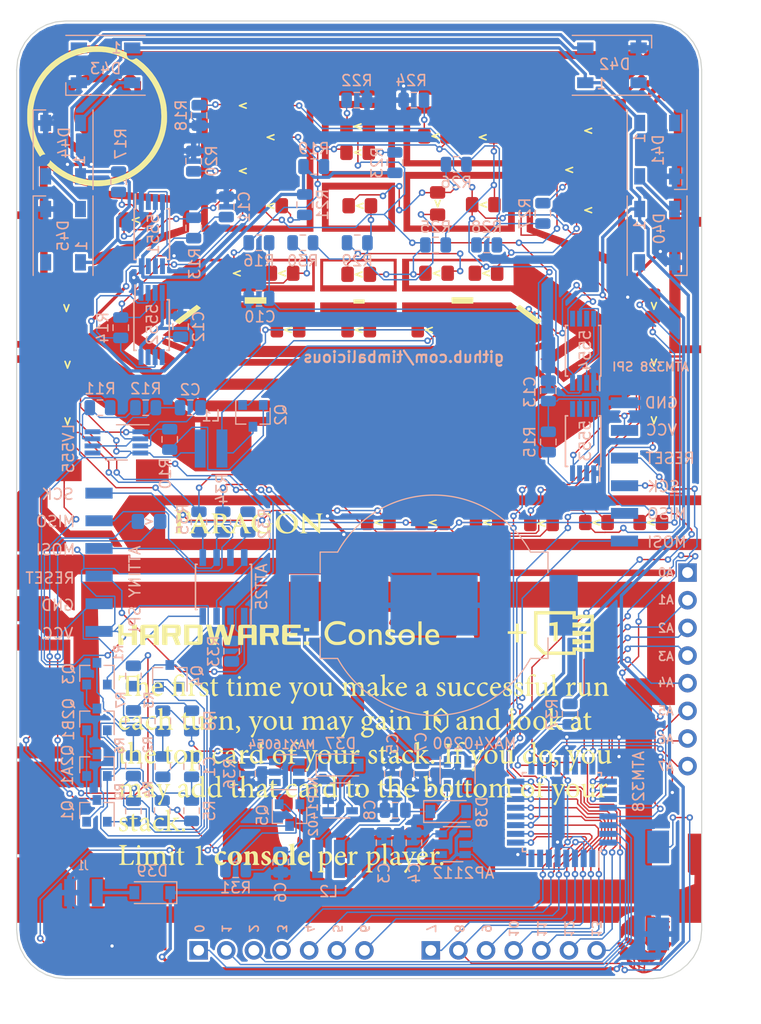
<source format=kicad_pcb>
(kicad_pcb (version 20171130) (host pcbnew "(5.0.0)")
  (title_block (title "Netrunner Paragon Alternate Art") (date 2018-09-08) (rev 1.0) (company "Timothy Hulsinga"))
  (layers (0 F.Cu signal) (31 B.Cu signal) (34 B.Paste user) (35 F.Paste user) (36 B.SilkS user) (37 F.SilkS user) (38 B.Mask user) (39 F.Mask user) (44 Edge.Cuts user))
  (net 0 "")
  (net 1 "Net-(AP2112-Pad1)")
  (net 2 Earth)
  (net 3 "Net-(AP2112-Pad4)")
  (net 4 "Net-(AP2112-Pad5)")
  (net 5 "Net-(ATA1-Pad1)")
  (net 6 "Net-(ATA1-Pad2)")
  (net 7 "Net-(ATA1-Pad3)")
  (net 8 "Net-(ATA1-Pad4)")
  (net 9 "Net-(ATA1-Pad5)")
  (net 10 "Net-(ATA1-Pad6)")
  (net 11 "Net-(ATA1-Pad7)")
  (net 12 "Net-(ATA1-Pad8)")
  (net 13 "Net-(ATD1-Pad1)")
  (net 14 "Net-(ATD1-Pad2)")
  (net 15 "Net-(ATD1-Pad3)")
  (net 16 "Net-(ATD1-Pad4)")
  (net 17 "Net-(ATD1-Pad5)")
  (net 18 "Net-(ATD1-Pad6)")
  (net 19 "Net-(ATD1-Pad7)")
  (net 20 "Net-(ATD2-Pad7)")
  (net 21 "Net-(ATD2-Pad6)")
  (net 22 "Net-(ATD2-Pad5)")
  (net 23 "Net-(ATD2-Pad4)")
  (net 24 "Net-(ATD2-Pad3)")
  (net 25 "Net-(ATD2-Pad2)")
  (net 26 "Net-(ATD2-Pad1)")
  (net 27 "Net-(ATM328-Pad7)")
  (net 28 "Net-(ATM328-Pad8)")
  (net 29 "Net-(ATM328-Pad20)")
  (net 30 "Net-(ATM328-Pad29)")
  (net 31 "Net-(ATT25-Pad1)")
  (net 32 "Net-(ATT25-Pad2)")
  (net 33 "Net-(ATT25-Pad3)")
  (net 34 "Net-(ATT25-Pad4)")
  (net 35 "Net-(ATT25-Pad5)")
  (net 36 "Net-(ATT25-Pad6)")
  (net 37 "Net-(ATT25-Pad7)")
  (net 38 "Net-(ATT25-Pad8)")
  (net 39 "Net-(BT1-Pad1)")
  (net 40 "Net-(C1-Pad2)")
  (net 41 "Net-(C1-Pad1)")
  (net 42 "Net-(C2-Pad1)")
  (net 43 "Net-(C5-Pad1)")
  (net 44 "Net-(C6-Pad1)")
  (net 45 "Net-(C10-Pad1)")
  (net 46 "Net-(C11-Pad1)")
  (net 47 "Net-(C12-Pad1)")
  (net 48 "Net-(C13-Pad1)")
  (net 49 "Net-(D1-Pad2)")
  (net 50 "Net-(D2-Pad2)")
  (net 51 "Net-(D2-Pad1)")
  (net 52 "Net-(D3-Pad1)")
  (net 53 "Net-(D5-Pad1)")
  (net 54 "Net-(D5-Pad2)")
  (net 55 "Net-(D6-Pad1)")
  (net 56 "Net-(D7-Pad1)")
  (net 57 "Net-(D7-Pad2)")
  (net 58 "Net-(D8-Pad1)")
  (net 59 "Net-(D10-Pad2)")
  (net 60 "Net-(D9-Pad2)")
  (net 61 "Net-(D10-Pad1)")
  (net 62 "Net-(D11-Pad1)")
  (net 63 "Net-(D11-Pad2)")
  (net 64 "Net-(D12-Pad1)")
  (net 65 "Net-(D13-Pad1)")
  (net 66 "Net-(D15-Pad2)")
  (net 67 "Net-(D15-Pad1)")
  (net 68 "Net-(D17-Pad1)")
  (net 69 "Net-(D19-Pad1)")
  (net 70 "Net-(D21-Pad1)")
  (net 71 "Net-(D23-Pad1)")
  (net 72 "Net-(D25-Pad2)")
  (net 73 "Net-(D25-Pad1)")
  (net 74 "Net-(D26-Pad1)")
  (net 75 "Net-(D27-Pad1)")
  (net 76 "Net-(D37-Pad2)")
  (net 77 "Net-(D39-Pad2)")
  (net 78 "Net-(D40-Pad4)")
  (net 79 "Net-(D40-Pad2)")
  (net 80 "Net-(D41-Pad2)")
  (net 81 "Net-(D42-Pad2)")
  (net 82 "Net-(D43-Pad2)")
  (net 83 "Net-(D44-Pad2)")
  (net 84 "Net-(HV5551-Pad7)")
  (net 85 "Net-(HV5551-Pad5)")
  (net 86 "Net-(HV5552-Pad5)")
  (net 87 "Net-(HV5552-Pad7)")
  (net 88 "Net-(HV5553-Pad5)")
  (net 89 "Net-(HV5553-Pad7)")
  (net 90 "Net-(HV5554-Pad7)")
  (net 91 "Net-(HV5554-Pad5)")
  (net 92 "Net-(LV555-Pad3)")
  (net 93 "Net-(LV555-Pad5)")
  (net 94 "Net-(LV555-Pad7)")
  (net 95 "Net-(MAX16054-Pad1)")
  (net 96 "Net-(MAX16054-Pad4)")
  (net 97 "Net-(MAX16054-Pad5)")
  (net 98 "Net-(MAX40200-Pad4)")
  (net 99 "Net-(NCP1402-Pad3)")
  (net 100 "Net-(Q1-Pad3)")
  (net 101 "Net-(Q1-Pad2)")
  (net 102 "Net-(Q1-Pad1)")
  (net 103 "Net-(Q2-Pad2)")
  (net 104 "Net-(Q2B1-Pad3)")
  (net 105 "Net-(Q4-Pad1)")
  (net 106 "Net-(Q4-Pad2)")
  (net 107 "Net-(R2-Pad2)")
  (net 108 "Net-(D45-Pad2)")
  (module "KiCad Footprints:SMD_button" (layer B.Cu) (at 181.8 134.2 180)
    (fp_text reference SW3 hide)
    (fp_text value SW_Push)
    (pad 2 smd rect (at 0 -4 180) (size 2 3) (layers B.Cu B.Paste B.Mask) (net 2 Earth))
    (pad 1 smd rect (at 0 4 180) (size 2 3) (layers B.Cu B.Paste B.Mask) (net 25 "Net-(ATD2-Pad2)"))
  )
  (module "KiCad Footprints:SMD_button" (layer F.Cu) (at 131.3 95.6 90)
    (fp_text reference SW2 hide)
    (fp_text value SW_Push)
    (pad 2 smd rect (at 0 4 90) (size 2 3) (layers F.Cu F.Paste F.Mask) (net 33 "Net-(ATT25-Pad3)"))
    (pad 1 smd rect (at 0 -4 90) (size 2 3) (layers F.Cu F.Paste F.Mask) (net 34 "Net-(ATT25-Pad4)"))
  )
  (module "KiCad Footprints:SMD_button" (layer F.Cu) (at 165.3 60.1 270)
    (fp_text reference SW4 hide)
    (fp_text value SW_Push)
    (pad 2 smd rect (at 0 4 270) (size 2 3) (layers F.Cu F.Paste F.Mask) (net 2 Earth))
    (pad 1 smd rect (at 0 -4 270) (size 2 3) (layers F.Cu F.Paste F.Mask) (net 26 "Net-(ATD2-Pad1)"))
  )
  (module "KiCad Footprints:SMD_button" (layer F.Cu) (at 131.1 138.7 270)
    (fp_text reference SW1 hide)
    (fp_text value SW_Push)
    (pad 2 smd rect (at 0 4 270) (size 2 3) (layers F.Cu F.Paste F.Mask) (net 95 "Net-(MAX16054-Pad1)"))
    (pad 1 smd rect (at 0 -4 270) (size 2 3) (layers F.Cu F.Paste F.Mask) (net 2 Earth))
  )
  (module "KiCad Footprints:LED_0805_cardfront" (layer B.Cu) (at 135 100.3 180)
    (fp_text reference D1 hide)
    (fp_text value LED)
    (fp_text user < (at 0 0.05 180) (layer B.SilkS) (effects (font (size 0.8 0.8)) (justify mirror)))
    (pad 1 smd roundrect (at -1.025 0 180) (size 1.15 1.4) (layers B.Cu B.Paste B.Mask) (roundrect_rratio 0.217391) (net 40 "Net-(C1-Pad2)"))
    (pad 2 smd roundrect (at 1.025 0 180) (size 1.15 1.4) (layers B.Cu B.Paste B.Mask) (roundrect_rratio 0.217391) (net 49 "Net-(D1-Pad2)"))
  )
  (module "KiCad Footprints:LED_0805_cardfront" (layer F.Cu) (at 160.725 82.7)
    (fp_text reference D2 hide)
    (fp_text value LED)
    (fp_text user < (at 0 -0.05) (layer F.SilkS) (effects (font (size 0.8 0.8))))
    (pad 1 smd roundrect (at -1.025 0) (size 1.15 1.4) (layers F.Cu F.Paste F.Mask) (roundrect_rratio 0.217391) (net 51 "Net-(D2-Pad1)"))
    (pad 2 smd roundrect (at 1.025 0) (size 1.15 1.4) (layers F.Cu F.Paste F.Mask) (roundrect_rratio 0.217391) (net 50 "Net-(D2-Pad2)"))
  )
  (module "KiCad Footprints:LED_0805_cardfront" (layer F.Cu) (at 154.275 82.7)
    (fp_text reference D3 hide)
    (fp_text value LED)
    (fp_text user < (at 0 -0.05) (layer F.SilkS) (effects (font (size 0.8 0.8))))
    (pad 1 smd roundrect (at -1.025 0) (size 1.15 1.4) (layers F.Cu F.Paste F.Mask) (roundrect_rratio 0.217391) (net 52 "Net-(D3-Pad1)"))
    (pad 2 smd roundrect (at 1.025 0) (size 1.15 1.4) (layers F.Cu F.Paste F.Mask) (roundrect_rratio 0.217391) (net 51 "Net-(D2-Pad1)"))
  )
  (module "KiCad Footprints:LED_0805_cardfront" (layer F.Cu) (at 147.775 82.7)
    (fp_text reference D4 hide)
    (fp_text value LED)
    (fp_text user < (at 0 -0.05) (layer F.SilkS) (effects (font (size 0.8 0.8))))
    (pad 1 smd roundrect (at -1.025 0) (size 1.15 1.4) (layers F.Cu F.Paste F.Mask) (roundrect_rratio 0.217391) (net 34 "Net-(ATT25-Pad4)"))
    (pad 2 smd roundrect (at 1.025 0) (size 1.15 1.4) (layers F.Cu F.Paste F.Mask) (roundrect_rratio 0.217391) (net 52 "Net-(D3-Pad1)"))
  )
  (module "KiCad Footprints:LED_0805_cardfront" (layer F.Cu) (at 133.775 72.6)
    (fp_text reference D5 hide)
    (fp_text value LED)
    (fp_text user < (at 0 -0.05) (layer F.SilkS) (effects (font (size 0.8 0.8))))
    (pad 1 smd roundrect (at -1.025 0) (size 1.15 1.4) (layers F.Cu F.Paste F.Mask) (roundrect_rratio 0.217391) (net 53 "Net-(D5-Pad1)"))
    (pad 2 smd roundrect (at 1.025 0) (size 1.15 1.4) (layers F.Cu F.Paste F.Mask) (roundrect_rratio 0.217391) (net 54 "Net-(D5-Pad2)"))
  )
  (module "KiCad Footprints:LED_0805_cardfront" (layer F.Cu) (at 143.625 62.1)
    (fp_text reference D6 hide)
    (fp_text value LED)
    (fp_text user < (at 0 -0.05) (layer F.SilkS) (effects (font (size 0.8 0.8))))
    (pad 1 smd roundrect (at -1.025 0) (size 1.15 1.4) (layers F.Cu F.Paste F.Mask) (roundrect_rratio 0.217391) (net 55 "Net-(D6-Pad1)"))
    (pad 2 smd roundrect (at 1.025 0) (size 1.15 1.4) (layers F.Cu F.Paste F.Mask) (roundrect_rratio 0.217391) (net 53 "Net-(D5-Pad1)"))
  )
  (module "KiCad Footprints:LED_0805_cardfront" (layer F.Cu) (at 146.175 65)
    (fp_text reference D7 hide)
    (fp_text value LED)
    (fp_text user < (at 0 -0.05) (layer F.SilkS) (effects (font (size 0.8 0.8))))
    (pad 1 smd roundrect (at -1.025 0) (size 1.15 1.4) (layers F.Cu F.Paste F.Mask) (roundrect_rratio 0.217391) (net 56 "Net-(D7-Pad1)"))
    (pad 2 smd roundrect (at 1.025 0) (size 1.15 1.4) (layers F.Cu F.Paste F.Mask) (roundrect_rratio 0.217391) (net 57 "Net-(D7-Pad2)"))
  )
  (module "KiCad Footprints:LED_0805_cardfront" (layer F.Cu) (at 143.625 68.1)
    (fp_text reference D8 hide)
    (fp_text value LED)
    (fp_text user < (at 0 -0.05) (layer F.SilkS) (effects (font (size 0.8 0.8))))
    (pad 1 smd roundrect (at -1.025 0) (size 1.15 1.4) (layers F.Cu F.Paste F.Mask) (roundrect_rratio 0.217391) (net 58 "Net-(D8-Pad1)"))
    (pad 2 smd roundrect (at 1.025 0) (size 1.15 1.4) (layers F.Cu F.Paste F.Mask) (roundrect_rratio 0.217391) (net 56 "Net-(D7-Pad1)"))
  )
  (module "KiCad Footprints:LED_0805_cardfront" (layer F.Cu) (at 146.175 71.3)
    (fp_text reference D9 hide)
    (fp_text value LED)
    (fp_text user < (at 0 -0.05) (layer F.SilkS) (effects (font (size 0.8 0.8))))
    (pad 1 smd roundrect (at -1.025 0) (size 1.15 1.4) (layers F.Cu F.Paste F.Mask) (roundrect_rratio 0.217391) (net 59 "Net-(D10-Pad2)"))
    (pad 2 smd roundrect (at 1.025 0) (size 1.15 1.4) (layers F.Cu F.Paste F.Mask) (roundrect_rratio 0.217391) (net 60 "Net-(D9-Pad2)"))
  )
  (module "KiCad Footprints:LED_0805_cardfront" (layer F.Cu) (at 154.175 64)
    (fp_text reference D10 hide)
    (fp_text value LED)
    (fp_text user < (at 0 -0.05) (layer F.SilkS) (effects (font (size 0.8 0.8))))
    (pad 1 smd roundrect (at -1.025 0) (size 1.15 1.4) (layers F.Cu F.Paste F.Mask) (roundrect_rratio 0.217391) (net 61 "Net-(D10-Pad1)"))
    (pad 2 smd roundrect (at 1.025 0) (size 1.15 1.4) (layers F.Cu F.Paste F.Mask) (roundrect_rratio 0.217391) (net 59 "Net-(D10-Pad2)"))
  )
  (module "KiCad Footprints:LED_0805_cardfront" (layer F.Cu) (at 154.175 66.4)
    (fp_text reference D11 hide)
    (fp_text value LED)
    (fp_text user < (at 0 -0.05) (layer F.SilkS) (effects (font (size 0.8 0.8))))
    (pad 1 smd roundrect (at -1.025 0) (size 1.15 1.4) (layers F.Cu F.Paste F.Mask) (roundrect_rratio 0.217391) (net 62 "Net-(D11-Pad1)"))
    (pad 2 smd roundrect (at 1.025 0) (size 1.15 1.4) (layers F.Cu F.Paste F.Mask) (roundrect_rratio 0.217391) (net 63 "Net-(D11-Pad2)"))
  )
  (module "KiCad Footprints:LED_0805_cardfront" (layer F.Cu) (at 161.325 64.9)
    (fp_text reference D12 hide)
    (fp_text value LED)
    (fp_text user < (at 0 -0.05) (layer F.SilkS) (effects (font (size 0.8 0.8))))
    (pad 1 smd roundrect (at -1.025 0) (size 1.15 1.4) (layers F.Cu F.Paste F.Mask) (roundrect_rratio 0.217391) (net 64 "Net-(D12-Pad1)"))
    (pad 2 smd roundrect (at 1.025 0) (size 1.15 1.4) (layers F.Cu F.Paste F.Mask) (roundrect_rratio 0.217391) (net 62 "Net-(D11-Pad1)"))
  )
  (module "KiCad Footprints:LED_0805_cardfront" (layer F.Cu) (at 165.675 64.9 180)
    (fp_text reference D13 hide)
    (fp_text value LED)
    (fp_text user < (at 0 -0.05 180) (layer F.SilkS) (effects (font (size 0.8 0.8))))
    (pad 1 smd roundrect (at -1.025 0 180) (size 1.15 1.4) (layers F.Cu F.Paste F.Mask) (roundrect_rratio 0.217391) (net 65 "Net-(D13-Pad1)"))
    (pad 2 smd roundrect (at 1.025 0 180) (size 1.15 1.4) (layers F.Cu F.Paste F.Mask) (roundrect_rratio 0.217391) (net 62 "Net-(D11-Pad1)"))
  )
  (module "KiCad Footprints:LED_0805_cardfront" (layer F.Cu) (at 165.725 71.2)
    (fp_text reference D14 hide)
    (fp_text value LED)
    (fp_text user < (at 0 -0.05) (layer F.SilkS) (effects (font (size 0.8 0.8))))
    (pad 1 smd roundrect (at -1.025 0) (size 1.15 1.4) (layers F.Cu F.Paste F.Mask) (roundrect_rratio 0.217391) (net 62 "Net-(D11-Pad1)"))
    (pad 2 smd roundrect (at 1.025 0) (size 1.15 1.4) (layers F.Cu F.Paste F.Mask) (roundrect_rratio 0.217391) (net 65 "Net-(D13-Pad1)"))
  )
  (module "KiCad Footprints:LED_0805_cardfront" (layer F.Cu) (at 154.375 71.3)
    (fp_text reference D15 hide)
    (fp_text value LED)
    (fp_text user < (at 0 -0.05) (layer F.SilkS) (effects (font (size 0.8 0.8))))
    (pad 1 smd roundrect (at -1.025 0) (size 1.15 1.4) (layers F.Cu F.Paste F.Mask) (roundrect_rratio 0.217391) (net 67 "Net-(D15-Pad1)"))
    (pad 2 smd roundrect (at 1.025 0) (size 1.15 1.4) (layers F.Cu F.Paste F.Mask) (roundrect_rratio 0.217391) (net 66 "Net-(D15-Pad2)"))
  )
  (module "KiCad Footprints:LED_0805_cardfront" (layer F.Cu) (at 161.525 71.1 90)
    (fp_text reference D16 hide)
    (fp_text value LED)
    (fp_text user < (at 0 -0.05 90) (layer F.SilkS) (effects (font (size 0.8 0.8))))
    (pad 1 smd roundrect (at -1.025 0 90) (size 1.15 1.4) (layers F.Cu F.Paste F.Mask) (roundrect_rratio 0.217391) (net 66 "Net-(D15-Pad2)"))
    (pad 2 smd roundrect (at 1.025 0 90) (size 1.15 1.4) (layers F.Cu F.Paste F.Mask) (roundrect_rratio 0.217391) (net 67 "Net-(D15-Pad1)"))
  )
  (module "KiCad Footprints:LED_0805_cardfront" (layer F.Cu) (at 175.375 64.3 180)
    (fp_text reference D17 hide)
    (fp_text value LED)
    (fp_text user < (at 0 -0.05 180) (layer F.SilkS) (effects (font (size 0.8 0.8))))
    (pad 1 smd roundrect (at -1.025 0 180) (size 1.15 1.4) (layers F.Cu F.Paste F.Mask) (roundrect_rratio 0.217391) (net 68 "Net-(D17-Pad1)"))
    (pad 2 smd roundrect (at 1.025 0 180) (size 1.15 1.4) (layers F.Cu F.Paste F.Mask) (roundrect_rratio 0.217391) (net 59 "Net-(D10-Pad2)"))
  )
  (module "KiCad Footprints:LED_0805_cardfront" (layer F.Cu) (at 173.625 68)
    (fp_text reference D18 hide)
    (fp_text value LED)
    (fp_text user < (at 0 -0.05) (layer F.SilkS) (effects (font (size 0.8 0.8))))
    (pad 1 smd roundrect (at -1.025 0) (size 1.15 1.4) (layers F.Cu F.Paste F.Mask) (roundrect_rratio 0.217391) (net 59 "Net-(D10-Pad2)"))
    (pad 2 smd roundrect (at 1.025 0) (size 1.15 1.4) (layers F.Cu F.Paste F.Mask) (roundrect_rratio 0.217391) (net 68 "Net-(D17-Pad1)"))
  )
  (module "KiCad Footprints:LED_0805_cardfront" (layer F.Cu) (at 175.375 71.7)
    (fp_text reference D19 hide)
    (fp_text value LED)
    (fp_text user < (at 0 -0.05) (layer F.SilkS) (effects (font (size 0.8 0.8))))
    (pad 1 smd roundrect (at -1.025 0) (size 1.15 1.4) (layers F.Cu F.Paste F.Mask) (roundrect_rratio 0.217391) (net 69 "Net-(D19-Pad1)"))
    (pad 2 smd roundrect (at 1.025 0) (size 1.15 1.4) (layers F.Cu F.Paste F.Mask) (roundrect_rratio 0.217391) (net 62 "Net-(D11-Pad1)"))
  )
  (module "KiCad Footprints:LED_0805_cardfront" (layer F.Cu) (at 165.975 77.5)
    (fp_text reference D20 hide)
    (fp_text value LED)
    (fp_text user < (at 0 -0.05) (layer F.SilkS) (effects (font (size 0.8 0.8))))
    (pad 1 smd roundrect (at -1.025 0) (size 1.15 1.4) (layers F.Cu F.Paste F.Mask) (roundrect_rratio 0.217391) (net 62 "Net-(D11-Pad1)"))
    (pad 2 smd roundrect (at 1.025 0) (size 1.15 1.4) (layers F.Cu F.Paste F.Mask) (roundrect_rratio 0.217391) (net 69 "Net-(D19-Pad1)"))
  )
  (module "KiCad Footprints:LED_0805_cardfront" (layer F.Cu) (at 154.275 77.6)
    (fp_text reference D21 hide)
    (fp_text value LED)
    (fp_text user < (at 0 -0.05) (layer F.SilkS) (effects (font (size 0.8 0.8))))
    (pad 1 smd roundrect (at -1.025 0) (size 1.15 1.4) (layers F.Cu F.Paste F.Mask) (roundrect_rratio 0.217391) (net 70 "Net-(D21-Pad1)"))
    (pad 2 smd roundrect (at 1.025 0) (size 1.15 1.4) (layers F.Cu F.Paste F.Mask) (roundrect_rratio 0.217391) (net 59 "Net-(D10-Pad2)"))
  )
  (module "KiCad Footprints:LED_0805_cardfront" (layer F.Cu) (at 161.425 77.5)
    (fp_text reference D22 hide)
    (fp_text value LED)
    (fp_text user < (at 0 -0.05) (layer F.SilkS) (effects (font (size 0.8 0.8))))
    (pad 1 smd roundrect (at -1.025 0) (size 1.15 1.4) (layers F.Cu F.Paste F.Mask) (roundrect_rratio 0.217391) (net 59 "Net-(D10-Pad2)"))
    (pad 2 smd roundrect (at 1.025 0) (size 1.15 1.4) (layers F.Cu F.Paste F.Mask) (roundrect_rratio 0.217391) (net 70 "Net-(D21-Pad1)"))
  )
  (module "KiCad Footprints:LED_0805_cardfront" (layer F.Cu) (at 143.075 77.5)
    (fp_text reference D23 hide)
    (fp_text value LED)
    (fp_text user < (at 0 -0.05) (layer F.SilkS) (effects (font (size 0.8 0.8))))
    (pad 1 smd roundrect (at -1.025 0) (size 1.15 1.4) (layers F.Cu F.Paste F.Mask) (roundrect_rratio 0.217391) (net 71 "Net-(D23-Pad1)"))
    (pad 2 smd roundrect (at 1.025 0) (size 1.15 1.4) (layers F.Cu F.Paste F.Mask) (roundrect_rratio 0.217391) (net 62 "Net-(D11-Pad1)"))
  )
  (module "KiCad Footprints:LED_0805_cardfront" (layer F.Cu) (at 147.225 77.5)
    (fp_text reference D24 hide)
    (fp_text value LED)
    (fp_text user < (at 0 -0.05) (layer F.SilkS) (effects (font (size 0.8 0.8))))
    (pad 1 smd roundrect (at -1.025 0) (size 1.15 1.4) (layers F.Cu F.Paste F.Mask) (roundrect_rratio 0.217391) (net 62 "Net-(D11-Pad1)"))
    (pad 2 smd roundrect (at 1.025 0) (size 1.15 1.4) (layers F.Cu F.Paste F.Mask) (roundrect_rratio 0.217391) (net 71 "Net-(D23-Pad1)"))
  )
  (module "KiCad Footprints:LED_0805_cardfront" (layer F.Cu) (at 181.125 100.4)
    (fp_text reference D25 hide)
    (fp_text value LED)
    (fp_text user < (at 0 -0.05) (layer F.SilkS) (effects (font (size 0.8 0.8))))
    (pad 1 smd roundrect (at -1.025 0) (size 1.15 1.4) (layers F.Cu F.Paste F.Mask) (roundrect_rratio 0.217391) (net 73 "Net-(D25-Pad1)"))
    (pad 2 smd roundrect (at 1.025 0) (size 1.15 1.4) (layers F.Cu F.Paste F.Mask) (roundrect_rratio 0.217391) (net 72 "Net-(D25-Pad2)"))
  )
  (module "KiCad Footprints:LED_0805_cardfront" (layer F.Cu) (at 176.125 100.4)
    (fp_text reference D26 hide)
    (fp_text value LED)
    (fp_text user < (at 0 -0.05) (layer F.SilkS) (effects (font (size 0.8 0.8))))
    (pad 1 smd roundrect (at -1.025 0) (size 1.15 1.4) (layers F.Cu F.Paste F.Mask) (roundrect_rratio 0.217391) (net 74 "Net-(D26-Pad1)"))
    (pad 2 smd roundrect (at 1.025 0) (size 1.15 1.4) (layers F.Cu F.Paste F.Mask) (roundrect_rratio 0.217391) (net 73 "Net-(D25-Pad1)"))
  )
  (module "KiCad Footprints:LED_0805_cardfront" (layer F.Cu) (at 171.075 100.5)
    (fp_text reference D27 hide)
    (fp_text value LED)
    (fp_text user < (at 0 -0.05) (layer F.SilkS) (effects (font (size 0.8 0.8))))
    (pad 1 smd roundrect (at -1.025 0) (size 1.15 1.4) (layers F.Cu F.Paste F.Mask) (roundrect_rratio 0.217391) (net 75 "Net-(D27-Pad1)"))
    (pad 2 smd roundrect (at 1.025 0) (size 1.15 1.4) (layers F.Cu F.Paste F.Mask) (roundrect_rratio 0.217391) (net 74 "Net-(D26-Pad1)"))
  )
  (module "KiCad Footprints:LED_0805_cardfront" (layer F.Cu) (at 166.075 100.4)
    (fp_text reference D28 hide)
    (fp_text value LED)
    (fp_text user < (at 0 -0.05) (layer F.SilkS) (effects (font (size 0.8 0.8))))
    (pad 1 smd roundrect (at -1.025 0) (size 1.15 1.4) (layers F.Cu F.Paste F.Mask) (roundrect_rratio 0.217391) (net 72 "Net-(D25-Pad2)"))
    (pad 2 smd roundrect (at 1.025 0) (size 1.15 1.4) (layers F.Cu F.Paste F.Mask) (roundrect_rratio 0.217391) (net 73 "Net-(D25-Pad1)"))
  )
  (module "KiCad Footprints:LED_0805_cardfront" (layer F.Cu) (at 161.075 100.4)
    (fp_text reference D29 hide)
    (fp_text value LED)
    (fp_text user < (at 0 -0.05) (layer F.SilkS) (effects (font (size 0.8 0.8))))
    (pad 1 smd roundrect (at -1.025 0) (size 1.15 1.4) (layers F.Cu F.Paste F.Mask) (roundrect_rratio 0.217391) (net 73 "Net-(D25-Pad1)"))
    (pad 2 smd roundrect (at 1.025 0) (size 1.15 1.4) (layers F.Cu F.Paste F.Mask) (roundrect_rratio 0.217391) (net 74 "Net-(D26-Pad1)"))
  )
  (module "KiCad Footprints:LED_0805_cardfront" (layer F.Cu) (at 156.075 100.4)
    (fp_text reference D30 hide)
    (fp_text value LED)
    (fp_text user < (at 0 -0.05) (layer F.SilkS) (effects (font (size 0.8 0.8))))
    (pad 1 smd roundrect (at -1.025 0) (size 1.15 1.4) (layers F.Cu F.Paste F.Mask) (roundrect_rratio 0.217391) (net 74 "Net-(D26-Pad1)"))
    (pad 2 smd roundrect (at 1.025 0) (size 1.15 1.4) (layers F.Cu F.Paste F.Mask) (roundrect_rratio 0.217391) (net 75 "Net-(D27-Pad1)"))
  )
  (module "KiCad Footprints:LED_0805_cardfront" (layer F.Cu) (at 181.3 91 270)
    (fp_text reference D31 hide)
    (fp_text value LED)
    (fp_text user < (at 0 -0.05 270) (layer F.SilkS) (effects (font (size 0.8 0.8))))
    (pad 1 smd roundrect (at -1.025 0 270) (size 1.15 1.4) (layers F.Cu F.Paste F.Mask) (roundrect_rratio 0.217391) (net 75 "Net-(D27-Pad1)"))
    (pad 2 smd roundrect (at 1.025 0 270) (size 1.15 1.4) (layers F.Cu F.Paste F.Mask) (roundrect_rratio 0.217391) (net 73 "Net-(D25-Pad1)"))
  )
  (module "KiCad Footprints:LED_0805_cardfront" (layer F.Cu) (at 181.3 85.7 270)
    (fp_text reference D32 hide)
    (fp_text value LED)
    (fp_text user < (at 0 -0.05 270) (layer F.SilkS) (effects (font (size 0.8 0.8))))
    (pad 1 smd roundrect (at -1.025 0 270) (size 1.15 1.4) (layers F.Cu F.Paste F.Mask) (roundrect_rratio 0.217391) (net 73 "Net-(D25-Pad1)"))
    (pad 2 smd roundrect (at 1.025 0 270) (size 1.15 1.4) (layers F.Cu F.Paste F.Mask) (roundrect_rratio 0.217391) (net 75 "Net-(D27-Pad1)"))
  )
  (module "KiCad Footprints:LED_0805_cardfront" (layer F.Cu) (at 181.3 80.5 270)
    (fp_text reference D33 hide)
    (fp_text value LED)
    (fp_text user < (at 0 -0.05 270) (layer F.SilkS) (effects (font (size 0.8 0.8))))
    (pad 1 smd roundrect (at -1.025 0 270) (size 1.15 1.4) (layers F.Cu F.Paste F.Mask) (roundrect_rratio 0.217391) (net 74 "Net-(D26-Pad1)"))
    (pad 2 smd roundrect (at 1.025 0 270) (size 1.15 1.4) (layers F.Cu F.Paste F.Mask) (roundrect_rratio 0.217391) (net 72 "Net-(D25-Pad2)"))
  )
  (module "KiCad Footprints:LED_0805_cardfront" (layer F.Cu) (at 127.4 91.1 270)
    (fp_text reference D34 hide)
    (fp_text value LED)
    (fp_text user < (at 0 -0.05 270) (layer F.SilkS) (effects (font (size 0.8 0.8))))
    (pad 1 smd roundrect (at -1.025 0 270) (size 1.15 1.4) (layers F.Cu F.Paste F.Mask) (roundrect_rratio 0.217391) (net 72 "Net-(D25-Pad2)"))
    (pad 2 smd roundrect (at 1.025 0 270) (size 1.15 1.4) (layers F.Cu F.Paste F.Mask) (roundrect_rratio 0.217391) (net 74 "Net-(D26-Pad1)"))
  )
  (module "KiCad Footprints:LED_0805_cardfront" (layer F.Cu) (at 127.4 85.9 270)
    (fp_text reference D35 hide)
    (fp_text value LED)
    (fp_text user < (at 0 -0.05 270) (layer F.SilkS) (effects (font (size 0.8 0.8))))
    (pad 1 smd roundrect (at -1.025 0 270) (size 1.15 1.4) (layers F.Cu F.Paste F.Mask) (roundrect_rratio 0.217391) (net 75 "Net-(D27-Pad1)"))
    (pad 2 smd roundrect (at 1.025 0 270) (size 1.15 1.4) (layers F.Cu F.Paste F.Mask) (roundrect_rratio 0.217391) (net 72 "Net-(D25-Pad2)"))
  )
  (module "KiCad Footprints:LED_0805_cardfront" (layer F.Cu) (at 127.4 80.7 90)
    (fp_text reference D36 hide)
    (fp_text value LED)
    (fp_text user < (at 0 -0.05 90) (layer F.SilkS) (effects (font (size 0.8 0.8))))
    (pad 1 smd roundrect (at -1.025 0 90) (size 1.15 1.4) (layers F.Cu F.Paste F.Mask) (roundrect_rratio 0.217391) (net 72 "Net-(D25-Pad2)"))
    (pad 2 smd roundrect (at 1.025 0 90) (size 1.15 1.4) (layers F.Cu F.Paste F.Mask) (roundrect_rratio 0.217391) (net 75 "Net-(D27-Pad1)"))
  )
  (module "KiCad Footprints:PinHeader_1x07_P2.54mm_Vertical" (layer B.Cu) (at 139.56 139.7 270)
    (fp_text reference ATD1 hide)
    (fp_text value Conn_01x07_Male)
    (pad 1 thru_hole rect (at 0 0 270) (size 1.7 1.7) (drill 1) (layers *.Cu *.Mask) (net 13 "Net-(ATD1-Pad1)"))
    (pad 2 thru_hole oval (at 0 -2.54 270) (size 1.7 1.7) (drill 1) (layers *.Cu *.Mask) (net 14 "Net-(ATD1-Pad2)"))
    (pad 3 thru_hole oval (at 0 -5.08 270) (size 1.7 1.7) (drill 1) (layers *.Cu *.Mask) (net 15 "Net-(ATD1-Pad3)"))
    (pad 4 thru_hole oval (at 0 -7.62 270) (size 1.7 1.7) (drill 1) (layers *.Cu *.Mask) (net 16 "Net-(ATD1-Pad4)"))
    (pad 5 thru_hole oval (at 0 -10.16 270) (size 1.7 1.7) (drill 1) (layers *.Cu *.Mask) (net 17 "Net-(ATD1-Pad5)"))
    (pad 6 thru_hole oval (at 0 -12.7 270) (size 1.7 1.7) (drill 1) (layers *.Cu *.Mask) (net 18 "Net-(ATD1-Pad6)"))
    (pad 7 thru_hole oval (at 0 -15.24 270) (size 1.7 1.7) (drill 1) (layers *.Cu *.Mask) (net 19 "Net-(ATD1-Pad7)"))
  )
  (module "KiCad Footprints:PinHeader_1x07_P2.54mm_Vertical" (layer B.Cu) (at 160.9 139.7 270)
    (fp_text reference ATD2 hide)
    (fp_text value Conn_01x07_Male)
    (pad 1 thru_hole rect (at 0 0 270) (size 1.7 1.7) (drill 1) (layers *.Cu *.Mask) (net 26 "Net-(ATD2-Pad1)"))
    (pad 2 thru_hole oval (at 0 -2.54 270) (size 1.7 1.7) (drill 1) (layers *.Cu *.Mask) (net 25 "Net-(ATD2-Pad2)"))
    (pad 3 thru_hole oval (at 0 -5.08 270) (size 1.7 1.7) (drill 1) (layers *.Cu *.Mask) (net 24 "Net-(ATD2-Pad3)"))
    (pad 4 thru_hole oval (at 0 -7.62 270) (size 1.7 1.7) (drill 1) (layers *.Cu *.Mask) (net 23 "Net-(ATD2-Pad4)"))
    (pad 5 thru_hole oval (at 0 -10.16 270) (size 1.7 1.7) (drill 1) (layers *.Cu *.Mask) (net 22 "Net-(ATD2-Pad5)"))
    (pad 6 thru_hole oval (at 0 -12.7 270) (size 1.7 1.7) (drill 1) (layers *.Cu *.Mask) (net 21 "Net-(ATD2-Pad6)"))
    (pad 7 thru_hole oval (at 0 -15.24 270) (size 1.7 1.7) (drill 1) (layers *.Cu *.Mask) (net 20 "Net-(ATD2-Pad7)"))
  )
  (module "KiCad Footprints:PinHeader_1x08_P2.54mm_Vertical" (layer B.Cu) (at 184.5 105 180)
    (fp_text reference ATA1 hide)
    (fp_text value Conn_01x08_Male)
    (pad 8 thru_hole oval (at 0 -17.78 180) (size 1.7 1.7) (drill 1) (layers *.Cu *.Mask) (net 12 "Net-(ATA1-Pad8)"))
    (pad 7 thru_hole oval (at 0 -15.24 180) (size 1.7 1.7) (drill 1) (layers *.Cu *.Mask) (net 11 "Net-(ATA1-Pad7)"))
    (pad 6 thru_hole oval (at 0 -12.7 180) (size 1.7 1.7) (drill 1) (layers *.Cu *.Mask) (net 10 "Net-(ATA1-Pad6)"))
    (pad 5 thru_hole oval (at 0 -10.16 180) (size 1.7 1.7) (drill 1) (layers *.Cu *.Mask) (net 9 "Net-(ATA1-Pad5)"))
    (pad 4 thru_hole oval (at 0 -7.62 180) (size 1.7 1.7) (drill 1) (layers *.Cu *.Mask) (net 8 "Net-(ATA1-Pad4)"))
    (pad 3 thru_hole oval (at 0 -5.08 180) (size 1.7 1.7) (drill 1) (layers *.Cu *.Mask) (net 7 "Net-(ATA1-Pad3)"))
    (pad 2 thru_hole oval (at 0 -2.54 180) (size 1.7 1.7) (drill 1) (layers *.Cu *.Mask) (net 6 "Net-(ATA1-Pad2)"))
    (pad 1 thru_hole rect (at 0 0 180) (size 1.7 1.7) (drill 1) (layers *.Cu *.Mask) (net 5 "Net-(ATA1-Pad1)"))
  )
  (module "KiCad Footprints:CD32_coil" (layer B.Cu) (at 151.5 131.3 180)
    (fp_text reference L2 (at 0 -3 180) (layer B.SilkS) (effects (justify mirror)))
    (fp_text value 47uh)
    (pad 2 smd rect (at 1 0 180) (size 1 3.5) (layers B.Cu B.Paste B.Mask) (net 76 "Net-(D37-Pad2)"))
    (pad 1 smd rect (at -1 0 180) (size 1 3.5) (layers B.Cu B.Paste B.Mask) (net 43 "Net-(C5-Pad1)"))
  )
  (module "KiCad Footprints:CD32_coil" (layer B.Cu) (at 140.7 93.6 180)
    (fp_text reference L1 (at 0 3 180) (layer B.SilkS) (effects (justify mirror)))
    (fp_text value L)
    (pad 2 smd rect (at 1 0 180) (size 1 3.5) (layers B.Cu B.Paste B.Mask) (net 38 "Net-(ATT25-Pad8)"))
    (pad 1 smd rect (at -1 0 180) (size 1 3.5) (layers B.Cu B.Paste B.Mask) (net 50 "Net-(D2-Pad2)"))
  )
  (module "KiCad Footprints:ConnectorMicromatch-12" (layer B.Cu) (at 130.4 104.05 90)
    (fp_text reference "ATTINY SPI" (at -2.45 3.3 90) (layer B.SilkS) (effects (justify mirror)))
    (fp_text value Conn_01x06_Female)
    (pad 6 smd rect (at 6.35 0 90) (size 1 2.5) (layers B.Cu B.Paste B.Mask) (net 37 "Net-(ATT25-Pad7)"))
    (pad 5 smd rect (at 3.81 0.01 90) (size 1 2.5) (layers B.Cu B.Paste B.Mask) (net 36 "Net-(ATT25-Pad6)"))
    (pad 4 smd rect (at 1.27 0 90) (size 1 2.5) (layers B.Cu B.Paste B.Mask) (net 35 "Net-(ATT25-Pad5)"))
    (pad 3 smd rect (at -1.27 0.01 90) (size 1 2.5) (layers B.Cu B.Paste B.Mask) (net 31 "Net-(ATT25-Pad1)"))
    (pad 2 smd rect (at -3.81 0.01 90) (size 1 2.5) (layers B.Cu B.Paste B.Mask) (net 34 "Net-(ATT25-Pad4)"))
    (pad 1 smd rect (at -6.35 0 90) (size 1 2.5) (layers B.Cu B.Paste B.Mask) (net 38 "Net-(ATT25-Pad8)"))
  )
  (module "KiCad Footprints:ConnectorMicromatch-12" (layer B.Cu) (at 178.7 95.75 90)
    (fp_text reference "ATM328 SPI" (at 9.65 2.4 180) (layer B.SilkS) (effects (font (size 0.8 0.8)) (justify mirror)))
    (fp_text value Conn_01x06_Female)
    (pad 6 smd rect (at 6.35 0 90) (size 1 2.5) (layers B.Cu B.Paste B.Mask) (net 2 Earth))
    (pad 5 smd rect (at 3.81 0.01 90) (size 1 2.5) (layers B.Cu B.Paste B.Mask) (net 1 "Net-(AP2112-Pad1)"))
    (pad 4 smd rect (at 1.27 0 90) (size 1 2.5) (layers B.Cu B.Paste B.Mask) (net 30 "Net-(ATM328-Pad29)"))
    (pad 3 smd rect (at -1.27 0.01 90) (size 1 2.5) (layers B.Cu B.Paste B.Mask) (net 20 "Net-(ATD2-Pad7)"))
    (pad 2 smd rect (at -3.81 0.01 90) (size 1 2.5) (layers B.Cu B.Paste B.Mask) (net 21 "Net-(ATD2-Pad6)"))
    (pad 1 smd rect (at -6.35 0 90) (size 1 2.5) (layers B.Cu B.Paste B.Mask) (net 22 "Net-(ATD2-Pad5)"))
  )
  (module Resistor_SMD:R_0805_2012Metric (layer B.Cu) (at 132.2 69.1 90)
    (fp_text reference R17 (at 3.5 0.2 90) (layer B.SilkS) (effects (justify mirror)))
    (fp_text value 200)
    (pad 1 smd roundrect (at -0.9375 0 90) (size 0.975 1.4) (layers B.Cu B.Paste B.Mask) (net 54 "Net-(D5-Pad2)"))
    (pad 2 smd roundrect (at 0.9375 0 90) (size 0.975 1.4) (layers B.Cu B.Paste B.Mask) (net 1 "Net-(AP2112-Pad1)"))
  )
  (module "KiCad Footprints:F_Cu" (layer F.Cu) (at 154.3 98.7)
    (fp_text reference G*** hide)
    (fp_text value LOGO hide)
    (fp_poly (pts (xy -23.904334 -37.744268) (xy -23.592168 -37.691651) (xy -23.293853 -37.593133) (xy -23.014079 -37.451092) (xy -22.757538 -37.267903) (xy -22.528919 -37.045943) (xy -22.334856 -36.79059) (xy -22.182814 -36.511983) (xy -22.077543 -36.221971) (xy -22.017579 -35.925249) (xy -22.001459 -35.626511) (xy -22.027719 -35.330451) (xy -22.094895 -35.041765) (xy -22.201523 -34.765146) (xy -22.346139 -34.505289) (xy -22.527279 -34.266888) (xy -22.74348 -34.054637) (xy -22.993278 -33.873232) (xy -23.275208 -33.727366) (xy -23.292293 -33.720188) (xy -23.565089 -33.631109) (xy -23.859506 -33.578039) (xy -24.160048 -33.56242) (xy -24.451223 -33.585694) (xy -24.548249 -33.603336) (xy -24.849529 -33.692365) (xy -25.131086 -33.82582) (xy -25.388857 -33.999748) (xy -25.618777 -34.210194) (xy -25.816782 -34.453205) (xy -25.978808 -34.724827) (xy -26.10079 -35.021106) (xy -26.138768 -35.15065) (xy -26.175686 -35.351227) (xy -26.192601 -35.578229) (xy -26.189513 -35.811827) (xy -26.166421 -36.032196) (xy -26.138792 -36.166295) (xy -26.032707 -36.476495) (xy -25.885331 -36.760324) (xy -25.700364 -37.014723) (xy -25.481503 -37.236634) (xy -25.232446 -37.422999) (xy -24.95689 -37.570758) (xy -24.658535 -37.676854) (xy -24.341077 -37.738227) (xy -24.22566 -37.748607) (xy -23.904334 -37.744268)) (layer F.Cu) (width 0.01))
    (fp_poly (pts (xy 13.671253 -4.022665) (xy 13.688301 -3.992818) (xy 13.697182 -3.928306) (xy 13.699276 -3.896446) (xy 13.702219 -3.818852) (xy 13.695717 -3.77923) (xy 13.674186 -3.76485) (xy 13.64074 -3.762962) (xy 13.602423 -3.766035) (xy 13.583786 -3.78374) (xy 13.579247 -3.828809) (xy 13.582204 -3.896446) (xy 13.58952 -3.975444) (xy 13.603207 -4.015685) (xy 13.628564 -4.029248) (xy 13.64074 -4.029929) (xy 13.671253 -4.022665)) (layer F.Cu) (width 0.01))
    (fp_poly (pts (xy 7.563833 19.51206) (xy 7.703802 19.554699) (xy 7.829556 19.64099) (xy 7.943309 19.772786) (xy 8.047278 19.951945) (xy 8.114024 20.103032) (xy 8.219161 20.432822) (xy 8.277504 20.775482) (xy 8.289459 21.124966) (xy 8.255433 21.475229) (xy 8.175834 21.820226) (xy 8.051068 22.15391) (xy 7.964149 22.328939) (xy 7.764143 22.64621) (xy 7.529795 22.926207) (xy 7.262494 23.167839) (xy 6.963624 23.370018) (xy 6.634572 23.531655) (xy 6.282605 23.650091) (xy 6.176363 23.670523) (xy 6.029489 23.687438) (xy 5.852092 23.70063) (xy 5.654284 23.70989) (xy 5.446174 23.71501) (xy 5.237875 23.715784) (xy 5.039495 23.712003) (xy 4.861146 23.703461) (xy 4.712937 23.689948) (xy 4.665565 23.683298) (xy 4.281775 23.598564) (xy 3.924353 23.471844) (xy 3.595204 23.304491) (xy 3.296231 23.097854) (xy 3.029339 22.853283) (xy 2.796432 22.572128) (xy 2.599413 22.255739) (xy 2.568441 22.196205) (xy 2.470282 21.977772) (xy 2.412298 21.788323) (xy 2.394614 21.625505) (xy 2.417356 21.486966) (xy 2.480651 21.370352) (xy 2.584624 21.273312) (xy 2.619123 21.250511) (xy 2.664133 21.228883) (xy 2.752327 21.192172) (xy 2.878926 21.142182) (xy 3.039148 21.080719) (xy 3.228214 21.009585) (xy 3.441343 20.930586) (xy 3.673754 20.845525) (xy 3.920667 20.756207) (xy 4.08078 20.698826) (xy 4.439203 20.570788) (xy 4.754688 20.457947) (xy 5.03222 20.358487) (xy 5.276782 20.270592) (xy 5.493356 20.192446) (xy 5.686926 20.122231) (xy 5.862476 20.058132) (xy 6.024988 19.998332) (xy 6.179446 19.941015) (xy 6.330832 19.884365) (xy 6.484131 19.826564) (xy 6.644325 19.765797) (xy 6.730719 19.732913) (xy 6.896011 19.671541) (xy 7.053418 19.616053) (xy 7.193943 19.569396) (xy 7.308586 19.53452) (xy 7.388348 19.514372) (xy 7.407433 19.511215) (xy 7.563833 19.51206)) (layer F.Cu) (width 0.01))
    (fp_poly (pts (xy -0.077387 22.50338) (xy 0.054389 22.537592) (xy 0.123177 22.567859) (xy 0.234533 22.6382) (xy 0.366005 22.745915) (xy 0.511831 22.884609) (xy 0.666244 23.047885) (xy 0.82348 23.229347) (xy 0.977774 23.422598) (xy 1.123361 23.621243) (xy 1.254478 23.818885) (xy 1.262959 23.832507) (xy 1.45141 24.160845) (xy 1.597154 24.471172) (xy 1.702036 24.769995) (xy 1.767898 25.063821) (xy 1.796585 25.359155) (xy 1.789941 25.662505) (xy 1.788078 25.685658) (xy 1.771262 25.846563) (xy 1.749465 25.961635) (xy 1.718742 26.035883) (xy 1.675151 26.074315) (xy 1.614748 26.081937) (xy 1.533588 26.063758) (xy 1.499434 26.052185) (xy 1.332672 25.981032) (xy 1.137193 25.877759) (xy 0.919874 25.746561) (xy 0.687591 25.591636) (xy 0.447223 25.417177) (xy 0.401305 25.382244) (xy 0.230122 25.264688) (xy 0.076435 25.189434) (xy -0.066198 25.153919) (xy -0.176896 25.152418) (xy -0.272175 25.165705) (xy -0.357966 25.190441) (xy -0.445788 25.232197) (xy -0.547155 25.296542) (xy -0.673586 25.389046) (xy -0.686487 25.398866) (xy -0.821595 25.498874) (xy -0.972327 25.605359) (xy -1.128145 25.711329) (xy -1.278513 25.809793) (xy -1.412892 25.893758) (xy -1.520745 25.956233) (xy -1.54837 25.970765) (xy -1.650019 26.012742) (xy -1.759545 26.043883) (xy -1.815053 26.053173) (xy -1.896233 26.058088) (xy -1.947528 26.048307) (xy -1.989081 26.018232) (xy -2.006941 25.999852) (xy -2.034967 25.966296) (xy -2.052661 25.930545) (xy -2.062065 25.880862) (xy -2.065223 25.805505) (xy -2.064177 25.692735) (xy -2.063807 25.673051) (xy -2.043664 25.314181) (xy -1.998212 24.987793) (xy -1.928262 24.698362) (xy -1.847167 24.477968) (xy -1.81352 24.410551) (xy -1.75821 24.309491) (xy -1.686625 24.184205) (xy -1.604153 24.044109) (xy -1.516182 23.898619) (xy -1.507696 23.884796) (xy -1.303451 23.562081) (xy -1.115125 23.285379) (xy -0.940754 23.053101) (xy -0.778368 22.863658) (xy -0.626002 22.715462) (xy -0.481688 22.606925) (xy -0.343459 22.536458) (xy -0.209348 22.502472) (xy -0.077387 22.50338)) (layer F.Cu) (width 0.01))
    (fp_poly (pts (xy -7.775556 26.620666) (xy -7.720993 26.622536) (xy -7.624823 26.627492) (xy -7.496154 26.634933) (xy -7.344096 26.64426) (xy -7.177758 26.65487) (xy -7.006249 26.666166) (xy -6.838679 26.677546) (xy -6.684156 26.688409) (xy -6.55179 26.698157) (xy -6.450691 26.706188) (xy -6.389967 26.711903) (xy -6.388753 26.712045) (xy -6.301074 26.728768) (xy -6.232085 26.759366) (xy -6.179639 26.809314) (xy -6.141585 26.884087) (xy -6.115777 26.989158) (xy -6.100064 27.130004) (xy -6.092299 27.312098) (xy -6.090421 27.472173) (xy -6.092823 27.685238) (xy -6.102433 27.853941) (xy -6.12023 27.984388) (xy -6.147192 28.082685) (xy -6.184299 28.154938) (xy -6.203909 28.179846) (xy -6.275789 28.260361) (xy -6.576683 28.265973) (xy -6.737615 28.266124) (xy -6.856949 28.25921) (xy -6.943539 28.244518) (xy -6.978523 28.233584) (xy -7.064497 28.192487) (xy -7.13987 28.13503) (xy -7.208017 28.055604) (xy -7.272313 27.948606) (xy -7.336134 27.808427) (xy -7.402853 27.629462) (xy -7.474959 27.408944) (xy -7.566791 27.139026) (xy -7.658442 26.917249) (xy -7.749429 26.744738) (xy -7.785132 26.690341) (xy -7.834494 26.620421) (xy -7.775556 26.620666)) (layer F.Cu) (width 0.01))
    (fp_poly (pts (xy -5.237404 26.75434) (xy -5.074952 26.786921) (xy -4.9196 26.850528) (xy -4.78363 26.937995) (xy -4.679325 27.042159) (xy -4.640726 27.102373) (xy -4.612295 27.185005) (xy -4.587664 27.311658) (xy -4.567251 27.475617) (xy -4.551474 27.670164) (xy -4.540752 27.888583) (xy -4.535503 28.124158) (xy -4.536146 28.370171) (xy -4.543099 28.619905) (xy -4.544355 28.649301) (xy -4.563864 29.089092) (xy -4.678279 28.971166) (xy -4.792978 28.861505) (xy -4.928867 28.744879) (xy -5.072395 28.631892) (xy -5.21001 28.533145) (xy -5.328162 28.459243) (xy -5.342558 28.451388) (xy -5.443148 28.389512) (xy -5.509125 28.325894) (xy -5.545034 28.268583) (xy -5.596698 28.135226) (xy -5.6368 27.967513) (xy -5.664854 27.777121) (xy -5.680376 27.57573) (xy -5.682879 27.375019) (xy -5.67188 27.186669) (xy -5.646893 27.022357) (xy -5.607433 26.893764) (xy -5.602589 26.883145) (xy -5.540442 26.806945) (xy -5.440918 26.762888) (xy -5.302842 26.750558) (xy -5.237404 26.75434)) (layer F.Cu) (width 0.01))
    (fp_poly (pts (xy -5.894238 28.771928) (xy -5.666992 28.845945) (xy -5.452054 28.96351) (xy -5.241126 29.127582) (xy -5.179044 29.18474) (xy -5.095751 29.270636) (xy -5.000848 29.379243) (xy -4.900854 29.501867) (xy -4.802288 29.62981) (xy -4.71167 29.754378) (xy -4.635521 29.866874) (xy -4.580359 29.958603) (xy -4.553014 30.019719) (xy -4.538692 30.111368) (xy -4.53614 30.226162) (xy -4.543907 30.348682) (xy -4.560543 30.46351) (xy -4.584597 30.555229) (xy -4.607713 30.600985) (xy -4.671544 30.653101) (xy -4.739982 30.654782) (xy -4.810909 30.605999) (xy -4.812918 30.603898) (xy -4.854545 30.555009) (xy -4.913877 30.479282) (xy -4.979395 30.391495) (xy -4.991985 30.374128) (xy -5.177597 30.155821) (xy -5.392281 29.976593) (xy -5.638226 29.835178) (xy -5.917618 29.730313) (xy -6.223693 29.662152) (xy -6.376571 29.633199) (xy -6.48896 29.598927) (xy -6.571215 29.553354) (xy -6.633694 29.490498) (xy -6.686752 29.404377) (xy -6.693745 29.390668) (xy -6.734751 29.296188) (xy -6.757994 29.203283) (xy -6.768647 29.08898) (xy -6.770022 29.051981) (xy -6.769946 28.940363) (xy -6.757002 28.861653) (xy -6.723659 28.809218) (xy -6.662387 28.776427) (xy -6.565653 28.756647) (xy -6.425926 28.743247) (xy -6.418832 28.742712) (xy -6.142086 28.738503) (xy -5.894238 28.771928)) (layer F.Cu) (width 0.01))
    (fp_poly (pts (xy -3.777282 29.08787) (xy -3.704653 29.132168) (xy -3.608695 29.20599) (xy -3.516923 29.282716) (xy -3.390417 29.385681) (xy -3.285385 29.459082) (xy -3.189177 29.511053) (xy -3.116088 29.540549) (xy -2.938678 29.626544) (xy -2.812108 29.724372) (xy -2.730092 29.808016) (xy -2.663834 29.897824) (xy -2.611955 29.999841) (xy -2.57308 30.120114) (xy -2.54583 30.26469) (xy -2.52883 30.439616) (xy -2.520702 30.650937) (xy -2.520069 30.904701) (xy -2.52131 31.001299) (xy -2.525361 31.206615) (xy -2.531257 31.366766) (xy -2.540518 31.487441) (xy -2.554666 31.574325) (xy -2.575223 31.633104) (xy -2.603711 31.669465) (xy -2.641651 31.689094) (xy -2.690565 31.697677) (xy -2.707998 31.698973) (xy -2.798565 31.690521) (xy -2.927594 31.655967) (xy -3.069417 31.605567) (xy -3.305018 31.509712) (xy -3.496199 31.418309) (xy -3.648635 31.327078) (xy -3.768001 31.231739) (xy -3.859972 31.128012) (xy -3.930224 31.011618) (xy -3.966067 30.929388) (xy -3.983217 30.881851) (xy -3.996966 30.833732) (xy -4.007901 30.778349) (xy -4.016608 30.709018) (xy -4.023673 30.619057) (xy -4.029684 30.501783) (xy -4.035225 30.350512) (xy -4.040883 30.158563) (xy -4.04407 30.040326) (xy -4.049797 29.808488) (xy -4.052949 29.621848) (xy -4.052848 29.474788) (xy -4.048819 29.361692) (xy -4.040182 29.276941) (xy -4.026262 29.214918) (xy -4.006381 29.170006) (xy -3.979861 29.136588) (xy -3.946026 29.109044) (xy -3.930538 29.098575) (xy -3.88269 29.074428) (xy -3.834116 29.069742) (xy -3.777282 29.08787)) (layer F.Cu) (width 0.01))
    (fp_poly (pts (xy -5.470122 30.573353) (xy -5.404365 30.623439) (xy -5.377821 30.661338) (xy -5.343105 30.70784) (xy -5.279026 30.781948) (xy -5.192718 30.87586) (xy -5.091313 30.981775) (xy -5.005881 31.068145) (xy -4.855553 31.222482) (xy -4.740405 31.352828) (xy -4.655734 31.466736) (xy -4.596837 31.571762) (xy -4.559009 31.675459) (xy -4.537548 31.785381) (xy -4.532942 31.827718) (xy -4.529362 31.958687) (xy -4.539899 32.092299) (xy -4.562071 32.218926) (xy -4.593399 32.328942) (xy -4.631402 32.412721) (xy -4.673599 32.460638) (xy -4.698001 32.468219) (xy -4.732504 32.453493) (xy -4.799221 32.412871) (xy -4.890191 32.35163) (xy -4.997454 32.275048) (xy -5.065724 32.224382) (xy -5.251962 32.079378) (xy -5.397966 31.954159) (xy -5.508131 31.844132) (xy -5.586849 31.744709) (xy -5.638515 31.651296) (xy -5.654303 31.609404) (xy -5.670315 31.529396) (xy -5.679686 31.416875) (xy -5.682932 31.282432) (xy -5.680568 31.136661) (xy -5.673107 30.990153) (xy -5.661064 30.853501) (xy -5.644954 30.737298) (xy -5.625292 30.652136) (xy -5.605839 30.611696) (xy -5.5401 30.568825) (xy -5.470122 30.573353)) (layer F.Cu) (width 0.01))
    (fp_poly (pts (xy -1.808772 30.220546) (xy -1.745714 30.223582) (xy -1.686455 30.23281) (xy -1.621422 30.251614) (xy -1.541043 30.283375) (xy -1.435747 30.331477) (xy -1.295962 30.399303) (xy -1.278174 30.408062) (xy -1.133763 30.48017) (xy -1.024311 30.538319) (xy -0.938708 30.590072) (xy -0.86584 30.642989) (xy -0.794596 30.704634) (xy -0.713863 30.782568) (xy -0.683951 30.812441) (xy -0.572566 30.928904) (xy -0.48943 31.029136) (xy -0.42302 31.128593) (xy -0.361813 31.242729) (xy -0.359295 31.247848) (xy -0.251822 31.520552) (xy -0.193745 31.797876) (xy -0.185361 32.07642) (xy -0.226967 32.352784) (xy -0.254113 32.450678) (xy -0.292535 32.5606) (xy -0.334039 32.64009) (xy -0.385559 32.690999) (xy -0.454031 32.715176) (xy -0.546392 32.714472) (xy -0.669576 32.690739) (xy -0.830519 32.645827) (xy -0.902603 32.623722) (xy -1.188054 32.526414) (xy -1.440038 32.423036) (xy -1.655152 32.315501) (xy -1.829993 32.205719) (xy -1.96116 32.095602) (xy -2.045249 31.987062) (xy -2.049343 31.979462) (xy -2.062331 31.940452) (xy -2.073026 31.874605) (xy -2.081812 31.776788) (xy -2.089075 31.641865) (xy -2.0952 31.464699) (xy -2.09889 31.318401) (xy -2.10277 31.045271) (xy -2.100763 30.818975) (xy -2.092556 30.635799) (xy -2.077833 30.492032) (xy -2.056282 30.383962) (xy -2.027588 30.307877) (xy -2.011226 30.281682) (xy -1.978424 30.245869) (xy -1.937884 30.227104) (xy -1.87354 30.220535) (xy -1.808772 30.220546)) (layer F.Cu) (width 0.01))
    (fp_poly (pts (xy -3.80836 31.820947) (xy -3.694104 31.854853) (xy -3.552718 31.910828) (xy -3.391723 31.985705) (xy -3.218642 32.076311) (xy -3.098249 32.145074) (xy -2.920487 32.256069) (xy -2.783207 32.35627) (xy -2.679003 32.451979) (xy -2.600469 32.549501) (xy -2.574146 32.591174) (xy -2.545472 32.642669) (xy -2.525992 32.689541) (xy -2.513966 32.743121) (xy -2.507653 32.814741) (xy -2.505314 32.915731) (xy -2.505167 33.040341) (xy -2.506633 33.183993) (xy -2.511233 33.288604) (xy -2.520423 33.365954) (xy -2.535659 33.427826) (xy -2.558396 33.486) (xy -2.560944 33.491642) (xy -2.59696 33.563227) (xy -2.629063 33.599024) (xy -2.671031 33.610921) (xy -2.700022 33.611621) (xy -2.761109 33.598089) (xy -2.862681 33.559041) (xy -3.00195 33.495669) (xy -3.176129 33.409165) (xy -3.190891 33.401589) (xy -3.42157 33.280576) (xy -3.608777 33.176859) (xy -3.755968 33.088152) (xy -3.8666 33.01217) (xy -3.944131 32.946627) (xy -3.992017 32.889239) (xy -4.005989 32.862732) (xy -4.020685 32.799704) (xy -4.031616 32.697795) (xy -4.03874 32.568837) (xy -4.042014 32.424663) (xy -4.041395 32.277106) (xy -4.036842 32.138) (xy -4.02831 32.019177) (xy -4.015758 31.932469) (xy -4.009426 31.908909) (xy -3.981307 31.847695) (xy -3.94028 31.820396) (xy -3.887963 31.812281) (xy -3.80836 31.820947)) (layer F.Cu) (width 0.01))
    (fp_poly (pts (xy -1.844425 32.779625) (xy -1.772033 32.791969) (xy -1.678253 32.81793) (xy -1.554193 32.859908) (xy -1.42144 32.90879) (xy -1.271179 32.963518) (xy -1.115641 33.017041) (xy -0.971007 33.063984) (xy -0.853457 33.09897) (xy -0.830263 33.105202) (xy -0.630752 33.170644) (xy -0.478306 33.250689) (xy -0.373758 33.344858) (xy -0.347644 33.382738) (xy -0.321707 33.448743) (xy -0.296071 33.550847) (xy -0.272943 33.674332) (xy -0.254531 33.804484) (xy -0.243042 33.926584) (xy -0.240684 34.025916) (xy -0.244688 34.069132) (xy -0.289338 34.198882) (xy -0.370372 34.293119) (xy -0.487796 34.351843) (xy -0.641613 34.375058) (xy -0.831829 34.362765) (xy -0.864465 34.357699) (xy -0.95104 34.339141) (xy -1.068164 34.308245) (xy -1.205245 34.268426) (xy -1.351692 34.223098) (xy -1.496911 34.175677) (xy -1.630311 34.129578) (xy -1.741299 34.088216) (xy -1.819285 34.055005) (xy -1.843177 34.042154) (xy -1.926944 33.975805) (xy -2.004321 33.893511) (xy -2.026418 33.863407) (xy -2.052986 33.821755) (xy -2.071953 33.783782) (xy -2.0846 33.7402) (xy -2.092207 33.681723) (xy -2.096056 33.599062) (xy -2.097426 33.482931) (xy -2.097598 33.347183) (xy -2.096244 33.164334) (xy -2.090751 33.025975) (xy -2.078968 32.925782) (xy -2.058748 32.857433) (xy -2.027941 32.814605) (xy -1.984398 32.790974) (xy -1.925972 32.780219) (xy -1.904322 32.778499) (xy -1.844425 32.779625)) (layer F.Cu) (width 0.01))
    (fp_poly (pts (xy 7.800793 26.580483) (xy 7.864022 26.624652) (xy 7.89809 26.69287) (xy 7.89581 26.76447) (xy 7.87895 26.805684) (xy 7.841006 26.884059) (xy 7.785706 26.992363) (xy 7.716777 27.123371) (xy 7.637944 27.269852) (xy 7.590943 27.355796) (xy 7.440637 27.631222) (xy 7.312457 27.871273) (xy 7.202335 28.084155) (xy 7.106201 28.278079) (xy 7.019987 28.461253) (xy 6.939625 28.641885) (xy 6.861046 28.828184) (xy 6.86047 28.829584) (xy 6.749983 29.103682) (xy 6.660608 29.340028) (xy 6.590387 29.546186) (xy 6.537363 29.729719) (xy 6.499576 29.898192) (xy 6.475069 30.05917) (xy 6.461883 30.220215) (xy 6.458058 30.384036) (xy 6.449109 30.57468) (xy 6.419896 30.748503) (xy 6.366862 30.911567) (xy 6.286455 31.069932) (xy 6.175121 31.229658) (xy 6.029305 31.396805) (xy 5.845454 31.577435) (xy 5.662097 31.741356) (xy 5.038828 32.250025) (xy 4.396526 32.712111) (xy 3.732534 33.129128) (xy 3.044192 33.502592) (xy 2.328843 33.834018) (xy 1.583828 34.124923) (xy 1.322122 34.21526) (xy 1.138701 34.275512) (xy 0.99343 34.320424) (xy 0.876795 34.352377) (xy 0.779283 34.373754) (xy 0.691382 34.386937) (xy 0.608275 34.394032) (xy 0.502393 34.399681) (xy 0.434672 34.399355) (xy 0.392534 34.390459) (xy 0.363403 34.370394) (xy 0.33562 34.337733) (xy 0.291883 34.262815) (xy 0.261797 34.177925) (xy 0.261278 34.175549) (xy 0.257596 34.133217) (xy 0.254136 34.044985) (xy 0.250965 33.915808) (xy 0.248146 33.750637) (xy 0.245743 33.554424) (xy 0.243822 33.332122) (xy 0.242447 33.088683) (xy 0.241681 32.829059) (xy 0.241541 32.658959) (xy 0.241541 31.235136) (xy 0.311042 31.116909) (xy 0.387172 31.023737) (xy 0.507617 30.923457) (xy 0.666826 30.818926) (xy 0.85925 30.713001) (xy 1.079338 30.608539) (xy 1.321541 30.508398) (xy 1.580308 30.415434) (xy 1.8157 30.342299) (xy 1.970136 30.300868) (xy 2.087519 30.278712) (xy 2.178157 30.276588) (xy 2.252356 30.295254) (xy 2.320424 30.335465) (xy 2.377277 30.383553) (xy 2.453368 30.444325) (xy 2.535988 30.497541) (xy 2.542542 30.501088) (xy 2.646761 30.534498) (xy 2.787611 30.547874) (xy 2.955468 30.542301) (xy 3.140705 30.518866) (xy 3.333696 30.478652) (xy 3.524815 30.422745) (xy 3.648548 30.376419) (xy 3.823598 30.285427) (xy 3.997123 30.162153) (xy 4.149351 30.021564) (xy 4.20936 29.951929) (xy 4.295072 29.84806) (xy 4.366024 29.779838) (xy 4.435223 29.74031) (xy 4.515678 29.722523) (xy 4.620395 29.719523) (xy 4.643199 29.720027) (xy 4.810834 29.709602) (xy 4.94533 29.666369) (xy 5.054818 29.587231) (xy 5.088882 29.550303) (xy 5.130756 29.491439) (xy 5.189135 29.397231) (xy 5.258393 29.278069) (xy 5.332903 29.144345) (xy 5.407037 29.006449) (xy 5.475171 28.874774) (xy 5.531676 28.759709) (xy 5.570926 28.671646) (xy 5.583771 28.636367) (xy 5.607462 28.512877) (xy 5.617029 28.3596) (xy 5.612528 28.195582) (xy 5.594013 28.039868) (xy 5.581871 27.980681) (xy 5.55803 27.890816) (xy 5.52301 27.771149) (xy 5.482267 27.639929) (xy 5.455119 27.556552) (xy 5.394402 27.343354) (xy 5.366898 27.166889) (xy 5.372801 27.025216) (xy 5.412308 26.916392) (xy 5.485615 26.838477) (xy 5.530075 26.812794) (xy 5.586708 26.789005) (xy 5.650846 26.769328) (xy 5.728813 26.753018) (xy 5.826931 26.739331) (xy 5.951522 26.727523) (xy 6.108911 26.716848) (xy 6.30542 26.706562) (xy 6.508909 26.697528) (xy 6.814605 26.68323) (xy 7.070651 26.668119) (xy 7.27824 26.652086) (xy 7.438569 26.635019) (xy 7.552832 26.616807) (xy 7.622224 26.597338) (xy 7.631246 26.593059) (xy 7.719502 26.567555) (xy 7.800793 26.580483)) (layer F.Cu) (width 0.01))
    (fp_poly (pts (xy 3.305305 -37.527927) (xy -3.407007 -37.527927) (xy -3.407007 -38.494094) (xy -2.796797 -38.494094) (xy -2.796797 -38.087287) (xy 2.695095 -38.087287) (xy 2.695095 -38.494094) (xy -2.796797 -38.494094) (xy -3.407007 -38.494094) (xy -3.407007 -39.028028) (xy 3.305305 -39.028028) (xy 3.305305 -37.527927)) (layer F.Cu) (width 0.01))
    (fp_poly (pts (xy 14.314741 -31.019019) (xy 4.093493 -31.019019) (xy 4.093493 -35.875275) (xy 4.703703 -35.875275) (xy 4.703703 -31.578378) (xy 13.704304 -31.578378) (xy 13.704304 -35.875275) (xy 4.703703 -35.875275) (xy 4.093493 -35.875275) (xy 4.093493 -36.51091) (xy 8.441241 -36.517062) (xy 8.920978 -36.517735) (xy 9.394922 -36.518391) (xy 9.859829 -36.519024) (xy 10.312458 -36.519631) (xy 10.749566 -36.520207) (xy 11.167911 -36.52075) (xy 11.564252 -36.521254) (xy 11.935345 -36.521715) (xy 12.277949 -36.522131) (xy 12.588822 -36.522495) (xy 12.864722 -36.522805) (xy 13.102406 -36.523057) (xy 13.298632 -36.523246) (xy 13.450158 -36.523368) (xy 13.545395 -36.523418) (xy 14.301801 -36.523623) (xy 14.314741 -31.019019)) (layer F.Cu) (width 0.01))
    (fp_poly (pts (xy 3.305305 -30.002002) (xy -3.407007 -30.002002) (xy -3.407007 -36.383783) (xy -2.796797 -36.383783) (xy -2.796797 -30.586786) (xy 2.695095 -30.586786) (xy 2.695095 -36.383783) (xy -2.796797 -36.383783) (xy -3.407007 -36.383783) (xy -3.407007 -37.019419) (xy 3.305305 -37.019419) (xy 3.305305 -30.002002)) (layer F.Cu) (width 0.01))
    (fp_poly (pts (xy 30.535936 -26.569569) (xy 28.527327 -26.569569) (xy 28.527327 -26.772972) (xy 30.535936 -26.772972) (xy 30.535936 -26.569569)) (layer F.Cu) (width 0.01))
    (fp_poly (pts (xy 14.314514 -25.018618) (xy 4.093493 -25.018618) (xy 4.093493 -29.874874) (xy 4.703703 -29.874874) (xy 4.703703 -25.577977) (xy 13.704304 -25.577977) (xy 13.704304 -29.874874) (xy 4.703703 -29.874874) (xy 4.093493 -29.874874) (xy 4.093493 -30.51051) (xy 14.314514 -30.51051) (xy 14.314514 -25.018618)) (layer F.Cu) (width 0.01))
    (fp_poly (pts (xy 3.305305 -25.018618) (xy -3.407007 -25.018618) (xy -3.407007 -28.883283) (xy -2.796797 -28.883283) (xy -2.796797 -25.577977) (xy 2.695095 -25.577977) (xy 2.695095 -28.883283) (xy -2.796797 -28.883283) (xy -3.407007 -28.883283) (xy -3.407007 -29.518918) (xy 3.305305 -29.518918) (xy 3.305305 -25.018618)) (layer F.Cu) (width 0.01))
    (fp_poly (pts (xy -4.207908 -39.015315) (xy -4.201506 -32.016966) (xy -4.195104 -25.018618) (xy -14.517918 -25.018618) (xy -14.517918 -38.392392) (xy -13.907708 -38.392392) (xy -13.907708 -32.002135) (xy -13.907642 -31.435497) (xy -13.907446 -30.882186) (xy -13.907126 -30.344356) (xy -13.906689 -29.824163) (xy -13.90614 -29.32376) (xy -13.905484 -28.845303) (xy -13.904727 -28.390946) (xy -13.903876 -27.962844) (xy -13.902935 -27.563153) (xy -13.90191 -27.194026) (xy -13.900807 -26.857618) (xy -13.899633 -26.556084) (xy -13.898391 -26.291579) (xy -13.897089 -26.066258) (xy -13.895731 -25.882275) (xy -13.894324 -25.741785) (xy -13.892874 -25.646943) (xy -13.891385 -25.599904) (xy -13.890758 -25.594928) (xy -13.863956 -25.593147) (xy -13.788865 -25.591419) (xy -13.668047 -25.589751) (xy -13.504063 -25.588155) (xy -13.299475 -25.586639) (xy -13.056845 -25.585213) (xy -12.778735 -25.583886) (xy -12.467706 -25.582669) (xy -12.126319 -25.58157) (xy -11.757138 -25.580599) (xy -11.362722 -25.579766) (xy -10.945635 -25.579081) (xy -10.508438 -25.578552) (xy -10.053692 -25.578189) (xy -9.58396 -25.578002) (xy -9.339607 -25.577977) (xy -4.805406 -25.577977) (xy -4.805406 -38.392392) (xy -13.907708 -38.392392) (xy -14.517918 -38.392392) (xy -14.517918 -39.028151) (xy -4.207908 -39.015315)) (layer F.Cu) (width 0.01))
    (fp_poly (pts (xy -24.493103 -28.881409) (xy -24.418358 -28.875915) (xy -24.298083 -28.866997) (xy -24.134868 -28.854847) (xy -23.931303 -28.83966) (xy -23.689976 -28.821629) (xy -23.413477 -28.800948) (xy -23.104395 -28.777811) (xy -22.76532 -28.752413) (xy -22.398839 -28.724945) (xy -22.007544 -28.695604) (xy -21.594023 -28.664581) (xy -21.160865 -28.632072) (xy -20.710659 -28.59827) (xy -20.245995 -28.563369) (xy -20.104684 -28.552752) (xy -19.635659 -28.517533) (xy -19.179999 -28.483356) (xy -18.740318 -28.450417) (xy -18.319228 -28.41891) (xy -17.919344 -28.389028) (xy -17.54328 -28.360966) (xy -17.19365 -28.334919) (xy -16.873066 -28.311081) (xy -16.584144 -28.289645) (xy -16.329496 -28.270807) (xy -16.111737 -28.254761) (xy -15.933481 -28.2417) (xy -15.79734 -28.23182) (xy -15.70593 -28.225315) (xy -15.661863 -28.222378) (xy -15.658328 -28.222222) (xy -15.648796 -28.220595) (xy -15.640643 -28.21326) (xy -15.633761 -28.19654) (xy -15.628044 -28.166756) (xy -15.623382 -28.120228) (xy -15.61967 -28.053278) (xy -15.616798 -27.962227) (xy -15.614661 -27.843396) (xy -15.613149 -27.693107) (xy -15.612156 -27.507681) (xy -15.611575 -27.283438) (xy -15.611296 -27.0167) (xy -15.611214 -26.703789) (xy -15.611212 -26.610427) (xy -15.611278 -26.283694) (xy -15.611546 -26.004107) (xy -15.612117 -25.767961) (xy -15.61309 -25.571552) (xy -15.614568 -25.411175) (xy -15.616652 -25.283126) (xy -15.619443 -25.183699) (xy -15.623042 -25.109191) (xy -15.627551 -25.055897) (xy -15.63307 -25.020112) (xy -15.6397 -24.998131) (xy -15.647543 -24.98625) (xy -15.655706 -24.981138) (xy -15.687495 -24.969624) (xy -15.763914 -24.942454) (xy -15.882078 -24.900641) (xy -16.039101 -24.845199) (xy -16.232096 -24.777141) (xy -16.458178 -24.697482) (xy -16.71446 -24.607235) (xy -16.998057 -24.507415) (xy -17.306082 -24.399034) (xy -17.635649 -24.283108) (xy -17.983873 -24.160649) (xy -18.347866 -24.032672) (xy -18.724744 -23.90019) (xy -19.11162 -23.764217) (xy -19.505608 -23.625768) (xy -19.903822 -23.485856) (xy -20.303376 -23.345494) (xy -20.701384 -23.205697) (xy -21.09496 -23.067479) (xy -21.481218 -22.931853) (xy -21.857271 -22.799833) (xy -22.220234 -22.672434) (xy -22.56722 -22.550668) (xy -22.895345 -22.435551) (xy -23.20172 -22.328095) (xy -23.483462 -22.229314) (xy -23.737682 -22.140223) (xy -23.961496 -22.061835) (xy -24.152018 -21.995164) (xy -24.306361 -21.941223) (xy -24.421639 -21.901028) (xy -24.494966 -21.875591) (xy -24.523456 -21.865927) (xy -24.523718 -21.865865) (xy -24.525126 -21.890808) (xy -24.526486 -21.963704) (xy -24.527789 -22.081655) (xy -24.529024 -22.241764) (xy -24.530182 -22.441133) (xy -24.531253 -22.676865) (xy -24.532228 -22.946061) (xy -24.532641 -23.088718) (xy -23.8999 -23.088718) (xy -23.791842 -23.121415) (xy -23.755626 -23.132591) (xy -23.67358 -23.158051) (xy -23.548424 -23.19695) (xy -23.382876 -23.248442) (xy -23.179653 -23.311678) (xy -22.941475 -23.385815) (xy -22.67106 -23.470004) (xy -22.371127 -23.563399) (xy -22.044393 -23.665154) (xy -21.693577 -23.774423) (xy -21.321397 -23.89036) (xy -20.930572 -24.012117) (xy -20.52382 -24.138848) (xy -20.10386 -24.269707) (xy -19.93989 -24.320803) (xy -16.195996 -25.487493) (xy -16.195996 -27.582539) (xy -16.354905 -27.598135) (xy -16.398789 -27.601917) (xy -16.490354 -27.60937) (xy -16.626581 -27.620257) (xy -16.804452 -27.634342) (xy -17.020947 -27.65139) (xy -17.273047 -27.671165) (xy -17.557733 -27.693431) (xy -17.871986 -27.717952) (xy -18.212787 -27.744491) (xy -18.577116 -27.772814) (xy -18.961955 -27.802684) (xy -19.364284 -27.833866) (xy -19.781085 -27.866123) (xy -20.111512 -27.891663) (xy -20.53616 -27.924472) (xy -20.947876 -27.956289) (xy -21.34371 -27.986886) (xy -21.72071 -28.016035) (xy -22.075928 -28.043507) (xy -22.406411 -28.069074) (xy -22.70921 -28.092508) (xy -22.981375 -28.113579) (xy -23.219955 -28.132061) (xy -23.421999 -28.147724) (xy -23.584558 -28.160339) (xy -23.70468 -28.16968) (xy -23.779417 -28.175517) (xy -23.804555 -28.177511) (xy -23.8999 -28.185427) (xy -23.8999 -23.088718) (xy -24.532641 -23.088718) (xy -24.533096 -23.245825) (xy -24.533848 -23.573259) (xy -24.534475 -23.925464) (xy -24.534965 -24.299544) (xy -24.53531 -24.6926) (xy -24.5355 -25.101735) (xy -24.535536 -25.374574) (xy -24.535424 -25.792596) (xy -24.535095 -26.19642) (xy -24.534564 -26.583149) (xy -24.533843 -26.949885) (xy -24.532944 -27.29373) (xy -24.531883 -27.611786) (xy -24.53067 -27.901156) (xy -24.52932 -28.158943) (xy -24.527845 -28.382247) (xy -24.526258 -28.568173) (xy -24.524573 -28.713822) (xy -24.522802 -28.816297) (xy -24.520959 -28.8727) (xy -24.51973 -28.883283) (xy -24.493103 -28.881409)) (layer F.Cu) (width 0.01))
    (fp_poly (pts (xy 24.525892 -37.215738) (xy 24.526212 -37.141391) (xy 24.526208 -37.02091) (xy 24.525894 -36.85665) (xy 24.525287 -36.650965) (xy 24.524399 -36.406208) (xy 24.523245 -36.124734) (xy 24.521841 -35.808896) (xy 24.5202 -35.461048) (xy 24.518338 -35.083545) (xy 24.516268 -34.678741) (xy 24.514005 -34.248988) (xy 24.511564 -33.796642) (xy 24.508959 -33.324057) (xy 24.506205 -32.833585) (xy 24.503317 -32.327582) (xy 24.500308 -31.808401) (xy 24.497194 -31.278397) (xy 24.493989 -30.739922) (xy 24.490707 -30.195331) (xy 24.487363 -29.646979) (xy 24.483972 -29.097219) (xy 24.480548 -28.548404) (xy 24.477106 -28.00289) (xy 24.473659 -27.463029) (xy 24.470224 -26.931177) (xy 24.466813 -26.409686) (xy 24.463443 -25.900912) (xy 24.460127 -25.407207) (xy 24.45688 -24.930926) (xy 24.453716 -24.474422) (xy 24.45065 -24.040051) (xy 24.447696 -23.630165) (xy 24.44487 -23.247119) (xy 24.442185 -22.893266) (xy 24.439656 -22.570961) (xy 24.437298 -22.282558) (xy 24.435125 -22.03041) (xy 24.433152 -21.816872) (xy 24.431393 -21.644298) (xy 24.429862 -21.51504) (xy 24.428575 -21.431455) (xy 24.427546 -21.395894) (xy 24.427372 -21.394752) (xy 24.403449 -21.403415) (xy 24.335324 -21.429881) (xy 24.225968 -21.472967) (xy 24.07835 -21.531486) (xy 23.895442 -21.604252) (xy 23.680213 -21.690078) (xy 23.435634 -21.78778) (xy 23.164674 -21.896172) (xy 22.870304 -22.014066) (xy 22.555494 -22.140278) (xy 22.223214 -22.273622) (xy 21.876435 -22.412911) (xy 21.738738 -22.468253) (xy 21.339541 -22.628717) (xy 20.92139 -22.796787) (xy 20.490633 -22.969913) (xy 20.053618 -23.145543) (xy 19.616692 -23.321128) (xy 19.186203 -23.494116) (xy 18.768498 -23.661957) (xy 18.369926 -23.8221) (xy 17.996833 -23.971995) (xy 17.655568 -24.10909) (xy 17.352478 -24.230835) (xy 17.238438 -24.276637) (xy 15.42052 -25.006749) (xy 15.420083 -25.398965) (xy 15.992471 -25.398965) (xy 16.049739 -25.37363) (xy 16.082814 -25.36096) (xy 16.160185 -25.332447) (xy 16.278758 -25.289201) (xy 16.435437 -25.232333) (xy 16.627129 -25.162954) (xy 16.850739 -25.082173) (xy 17.103172 -24.991102) (xy 17.381334 -24.890851) (xy 17.68213 -24.782531) (xy 18.002466 -24.667252) (xy 18.339248 -24.546124) (xy 18.68938 -24.42026) (xy 19.049768 -24.290768) (xy 19.417318 -24.158759) (xy 19.788936 -24.025344) (xy 20.161526 -23.891635) (xy 20.531994 -23.75874) (xy 20.897246 -23.627771) (xy 21.254187 -23.499838) (xy 21.599723 -23.376053) (xy 21.930759 -23.257524) (xy 22.2442 -23.145364) (xy 22.536953 -23.040682) (xy 22.805922 -22.94459) (xy 23.048013 -22.858197) (xy 23.260132 -22.782614) (xy 23.439184 -22.718953) (xy 23.582074 -22.668322) (xy 23.685709 -22.631834) (xy 23.746993 -22.610598) (xy 23.763391 -22.605338) (xy 23.77055 -22.620719) (xy 23.77705 -22.669563) (xy 23.782975 -22.754241) (xy 23.788405 -22.87713) (xy 23.793423 -23.040602) (xy 23.79811 -23.247031) (xy 23.802547 -23.498791) (xy 23.806818 -23.798257) (xy 23.808183 -23.906256) (xy 23.81025 -24.085418) (xy 23.812536 -24.303973) (xy 23.815024 -24.559315) (xy 23.817694 -24.84884) (xy 23.820531 -25.169942) (xy 23.823516 -25.520017) (xy 23.826631 -25.896459) (xy 23.829859 -26.296662) (xy 23.833182 -26.718022) (xy 23.836582 -27.157934) (xy 23.840041 -27.613792) (xy 23.843542 -28.082992) (xy 23.847068 -28.562928) (xy 23.850599 -29.050994) (xy 23.854119 -29.544587) (xy 23.857611 -30.0411) (xy 23.861055 -30.537928) (xy 23.864435 -31.032467) (xy 23.867732 -31.522111) (xy 23.87093 -32.004256) (xy 23.874009 -32.476295) (xy 23.876954 -32.935624) (xy 23.879745 -33.379637) (xy 23.882365 -33.80573) (xy 23.884797 -34.211297) (xy 23.887022 -34.593733) (xy 23.889023 -34.950433) (xy 23.890783 -35.278792) (xy 23.892283 -35.576205) (xy 23.893506 -35.840066) (xy 23.894433 -36.067771) (xy 23.895049 -36.256714) (xy 23.895334 -36.404289) (xy 23.89527 -36.507893) (xy 23.894841 -36.564919) (xy 23.894367 -36.575769) (xy 23.868506 -36.574543) (xy 23.794721 -36.569041) (xy 23.675739 -36.559497) (xy 23.514284 -36.546147) (xy 23.313085 -36.529226) (xy 23.074866 -36.508968) (xy 22.802354 -36.485608) (xy 22.498276 -36.459381) (xy 22.165357 -36.430522) (xy 21.806324 -36.399265) (xy 21.423904 -36.365845) (xy 21.020821 -36.330498) (xy 20.599803 -36.293457) (xy 20.163577 -36.254959) (xy 19.94549 -36.235668) (xy 16.005305 -35.886874) (xy 15.998888 -30.642919) (xy 15.992471 -25.398965) (xy 15.420083 -25.398965) (xy 15.414109 -30.756994) (xy 15.407697 -36.507238) (xy 15.541236 -36.522157) (xy 15.598752 -36.527796) (xy 15.701789 -36.537014) (xy 15.847234 -36.549561) (xy 16.031976 -36.565188) (xy 16.252902 -36.583646) (xy 16.506902 -36.604685) (xy 16.790862 -36.628057) (xy 17.101672 -36.653512) (xy 17.436219 -36.680801) (xy 17.791392 -36.709676) (xy 18.164079 -36.739885) (xy 18.551168 -36.771181) (xy 18.949546 -36.803315) (xy 19.356103 -36.836036) (xy 19.767727 -36.869097) (xy 20.181305 -36.902247) (xy 20.593726 -36.935237) (xy 21.001878 -36.967819) (xy 21.40265 -36.999743) (xy 21.792928 -37.03076) (xy 22.169602 -37.060621) (xy 22.52956 -37.089075) (xy 22.86969 -37.115876) (xy 23.186879 -37.140772) (xy 23.478017 -37.163515) (xy 23.739991 -37.183856) (xy 23.96969 -37.201546) (xy 24.164001 -37.216335) (xy 24.319813 -37.227974) (xy 24.434014 -37.236214) (xy 24.503493 -37.240805) (xy 24.525235 -37.241598) (xy 24.525892 -37.215738)) (layer F.Cu) (width 0.01))
    (fp_poly (pts (xy 3.457857 -19.526726) (xy -3.55956 -19.526726) (xy -3.55956 -20.086086) (xy -3.305846 -20.086086) (xy 3.204143 -20.086086) (xy 3.197517 -21.185735) (xy 3.19089 -22.285385) (xy -3.292593 -22.285385) (xy -3.299219 -21.185735) (xy -3.305846 -20.086086) (xy -3.55956 -20.086086) (xy -3.55956 -22.526926) (xy 3.457857 -22.526926) (xy 3.457857 -19.526726)) (layer F.Cu) (width 0.01))
    (fp_poly (pts (xy 3.457857 -17.518118) (xy -3.55956 -17.518118) (xy -3.55956 -18.509709) (xy 3.457857 -18.509709) (xy 3.457857 -17.518118)) (layer F.Cu) (width 0.01))
    (fp_poly (pts (xy 27.936041 -42.336019) (xy 28.59089 -42.330804) (xy 29.792227 -41.130833) (xy 30.993563 -39.930861) (xy 30.090775 -39.027812) (xy 29.187988 -38.124763) (xy 29.646046 -37.668827) (xy 29.646046 -26.976376) (xy 28.934134 -26.976376) (xy 28.934134 -37.284911) (xy 28.788536 -37.432045) (xy 28.642938 -37.579178) (xy 28.356464 -37.293517) (xy 28.069991 -37.007856) (xy 27.738981 -37.335924) (xy 27.671175 -37.268117) (xy 27.628739 -37.22033) (xy 27.620525 -37.188035) (xy 27.639027 -37.157343) (xy 27.646257 -37.142294) (xy 27.643115 -37.121656) (xy 27.626125 -37.091492) (xy 27.591813 -37.047868) (xy 27.536703 -36.986849) (xy 27.45732 -36.904499) (xy 27.35019 -36.796884) (xy 27.211838 -36.660068) (xy 27.121334 -36.571101) (xy 26.982982 -36.435838) (xy 26.856084 -36.312864) (xy 26.74521 -36.206521) (xy 26.654931 -36.121152) (xy 26.589817 -36.0611) (xy 26.554437 -36.030708) (xy 26.549612 -36.027827) (xy 26.529057 -36.04536) (xy 26.4755 -36.096054) (xy 26.391838 -36.177054) (xy 26.280966 -36.285505) (xy 26.145781 -36.418551) (xy 25.989177 -36.573337) (xy 25.814052 -36.747008) (xy 25.6233 -36.936708) (xy 25.419817 -37.139582) (xy 25.247508 -37.31175) (xy 23.963774 -38.595673) (xy 23.96399 -38.59589) (xy 24.421465 -38.59589) (xy 24.605674 -38.41168) (xy 24.789884 -38.22747) (xy 25.113883 -38.551469) (xy 25.230379 -38.668914) (xy 25.314419 -38.756513) (xy 25.370267 -38.8196) (xy 25.402187 -38.863508) (xy 25.414442 -38.893569) (xy 25.411297 -38.915117) (xy 25.408493 -38.919966) (xy 25.401713 -38.94089) (xy 25.409716 -38.968941) (xy 25.436889 -39.009765) (xy 25.487618 -39.069007) (xy 25.566289 -39.152314) (xy 25.675091 -39.263113) (xy 25.971077 -39.561761) (xy 26.156036 -39.378037) (xy 26.340995 -39.194312) (xy 26.044671 -38.897214) (xy 25.933401 -38.786625) (xy 25.851532 -38.708313) (xy 25.793324 -38.657802) (xy 25.753034 -38.630619) (xy 25.724921 -38.622287) (xy 25.703242 -38.628333) (xy 25.701229 -38.629542) (xy 25.680592 -38.636429) (xy 25.653962 -38.629914) (xy 25.615902 -38.605679) (xy 25.560971 -38.559408) (xy 25.483731 -38.486784) (xy 25.378744 -38.383489) (xy 25.33018 -38.335036) (xy 25.006249 -38.011105) (xy 25.190459 -37.826895) (xy 25.374669 -37.642686) (xy 25.6986 -37.966617) (xy 25.814749 -38.083638) (xy 25.898578 -38.170835) (xy 25.954405 -38.233644) (xy 25.986547 -38.277506) (xy 25.999321 -38.30786) (xy 25.997043 -38.330144) (xy 25.993105 -38.337666) (xy 25.985881 -38.35902) (xy 25.992592 -38.386241) (xy 26.017711 -38.425071) (xy 26.065715 -38.481251) (xy 26.141078 -38.560524) (xy 26.248276 -38.668631) (xy 26.260778 -38.681108) (xy 26.557876 -38.977432) (xy 26.7416 -38.792473) (xy 26.925325 -38.607514) (xy 26.625849 -38.308818) (xy 26.51072 -38.195463) (xy 26.425485 -38.115476) (xy 26.365382 -38.065009) (xy 26.325649 -38.040216) (xy 26.301527 -38.037252) (xy 26.294966 -38.04153) (xy 26.276457 -38.046044) (xy 26.244234 -38.030818) (xy 26.193804 -37.992147) (xy 26.120671 -37.926327) (xy 26.020342 -37.829652) (xy 25.933407 -37.743518) (xy 25.603255 -37.414099) (xy 25.959211 -37.058143) (xy 26.289038 -37.387238) (xy 26.40596 -37.504672) (xy 26.490506 -37.59208) (xy 26.546881 -37.654761) (xy 26.579288 -37.698013) (xy 26.591931 -37.727133) (xy 26.589016 -37.747421) (xy 26.582267 -37.756772) (xy 26.572038 -37.775129) (xy 26.575642 -37.799278) (xy 26.597441 -37.83485) (xy 26.641797 -37.887478) (xy 26.713073 -37.962794) (xy 26.81563 -38.066431) (xy 26.844165 -38.094929) (xy 27.142661 -38.392647) (xy 27.326385 -38.207688) (xy 27.51011 -38.022729) (xy 27.210634 -37.724033) (xy 27.095505 -37.610679) (xy 27.010269 -37.530691) (xy 26.950166 -37.480224) (xy 26.910434 -37.455432) (xy 26.886312 -37.452467) (xy 26.879751 -37.456745) (xy 26.861238 -37.461263) (xy 26.829013 -37.446036) (xy 26.778578 -37.407361) (xy 26.705439 -37.341531) (xy 26.605098 -37.244842) (xy 26.518401 -37.158942) (xy 26.188458 -36.829732) (xy 26.359263 -36.657608) (xy 26.434178 -36.583475) (xy 26.495473 -36.525363) (xy 26.534644 -36.491201) (xy 26.543829 -36.485485) (xy 26.565322 -36.502617) (xy 26.61662 -36.550204) (xy 26.691785 -36.622536) (xy 26.784876 -36.713902) (xy 26.881856 -36.810472) (xy 27.000643 -36.930864) (xy 27.086075 -37.021047) (xy 27.141901 -37.085587) (xy 27.17187 -37.129049) (xy 27.179729 -37.155998) (xy 27.174585 -37.166996) (xy 27.16945 -37.185974) (xy 27.184398 -37.218341) (xy 27.223309 -37.268898) (xy 27.290061 -37.342442) (xy 27.388536 -37.443773) (xy 27.440792 -37.496277) (xy 27.738537 -37.794022) (xy 27.898137 -37.635841) (xy 28.057736 -37.47766) (xy 29.290372 -38.710492) (xy 30.523008 -39.943325) (xy 29.480789 -40.985776) (xy 28.43857 -42.028228) (xy 27.422685 -42.028228) (xy 26.443423 -41.049925) (xy 25.464162 -40.071623) (xy 25.597346 -39.936763) (xy 25.661765 -39.868492) (xy 25.709051 -39.812578) (xy 25.730175 -39.779809) (xy 25.73053 -39.777676) (xy 25.713428 -39.752257) (xy 25.666214 -39.697853) (xy 25.595022 -39.621141) (xy 25.505988 -39.528797) (xy 25.447057 -39.469168) (xy 25.338523 -39.361351) (xy 25.259183 -39.285775) (xy 25.203131 -39.237888) (xy 25.164461 -39.213137) (xy 25.137267 -39.20697) (xy 25.116455 -39.21432) (xy 25.095817 -39.221212) (xy 25.069194 -39.214708) (xy 25.031146 -39.190488) (xy 24.976234 -39.144238) (xy 24.899018 -39.071638) (xy 24.794058 -38.968373) (xy 24.745396 -38.919821) (xy 24.421465 -38.59589) (xy 23.96399 -38.59589) (xy 24.521679 -39.15401) (xy 24.684346 -39.31603) (xy 24.815152 -39.444377) (xy 24.917457 -39.542056) (xy 24.994621 -39.612071) (xy 25.050004 -39.657426) (xy 25.086967 -39.681126) (xy 25.10887 -39.686174) (xy 25.114121 -39.683683) (xy 25.146691 -39.672812) (xy 25.188611 -39.696814) (xy 25.216695 -39.723055) (xy 25.284731 -39.791092) (xy 24.993314 -40.082509) (xy 25.278915 -40.368922) (xy 25.564515 -40.655335) (xy 25.450127 -40.769723) (xy 25.335739 -40.884112) (xy 2.558421 -40.877741) (xy -20.218898 -40.871371) (xy -20.006296 -40.702877) (xy -19.762081 -40.494301) (xy -19.509252 -40.251042) (xy -19.258991 -39.985255) (xy -19.022477 -39.709099) (xy -18.810892 -39.434729) (xy -18.717965 -39.302049) (xy -18.424444 -38.825357) (xy -18.176039 -38.331281) (xy -17.968723 -37.811598) (xy -17.924084 -37.68048) (xy -17.810355 -37.304736) (xy -17.724155 -36.945821) (xy -17.66255 -36.58701) (xy -17.622605 -36.21158) (xy -17.602892 -35.849849) (xy -17.608276 -35.277656) (xy -17.663515 -34.713782) (xy -17.768042 -34.159954) (xy -17.921292 -33.6179) (xy -18.122698 -33.089345) (xy -18.371693 -32.576016) (xy -18.66771 -32.079639) (xy -18.986713 -31.632146) (xy -19.06095 -31.541799) (xy -19.162125 -31.426724) (xy -19.280571 -31.297495) (xy -19.406624 -31.164685) (xy -19.512984 -31.056424) (xy -19.940581 -30.664219) (xy -20.394458 -30.315255) (xy -20.872971 -30.010316) (xy -21.374478 -29.750184) (xy -21.897334 -29.535644) (xy -22.439897 -29.367477) (xy -23.000522 -29.246468) (xy -23.436069 -29.186689) (xy -23.620293 -29.173158) (xy -23.839452 -29.166241) (xy -24.080807 -29.165569) (xy -24.331617 -29.170777) (xy -24.579142 -29.181497) (xy -24.810642 -29.197362) (xy -25.013377 -29.218004) (xy -25.134422 -29.235626) (xy -25.592307 -29.328165) (xy -26.019499 -29.444444) (xy -26.432731 -29.589854) (xy -26.848738 -29.769786) (xy -26.963664 -29.824965) (xy -27.442632 -30.083268) (xy -27.894609 -30.377113) (xy -28.328981 -30.712821) (xy -28.495546 -30.856374) (xy -28.629029 -30.974761) (xy -28.629029 -14.365365) (xy -31.476677 -14.365365) (xy -31.476677 -14.975029) (xy -30.38974 -14.981658) (xy -29.302803 -14.988288) (xy -29.302803 -26.175475) (xy -30.38974 -26.182104) (xy -31.476677 -26.188734) (xy -31.476677 -26.874674) (xy -29.340941 -26.874674) (xy -29.340941 -31.807478) (xy -29.489191 -32.029815) (xy -29.677449 -32.337081) (xy -28.909281 -32.337081) (xy -28.853167 -32.256478) (xy -28.675594 -32.021172) (xy -28.465021 -31.775052) (xy -28.23346 -31.530969) (xy -27.992922 -31.301771) (xy -27.825188 -31.156702) (xy -27.384697 -30.824988) (xy -26.922056 -30.539037) (xy -26.437414 -30.29891) (xy -25.930918 -30.104669) (xy -25.402716 -29.956374) (xy -24.852956 -29.854087) (xy -24.611812 -29.824457) (xy -24.455519 -29.813824) (xy -24.262806 -29.809572) (xy -24.04765 -29.811299) (xy -23.824026 -29.818602) (xy -23.605912 -29.831076) (xy -23.407282 -29.848318) (xy -23.289951 -29.862634) (xy -22.761266 -29.963026) (xy -22.244107 -30.11253) (xy -21.740448 -30.310316) (xy -21.252262 -30.555549) (xy -20.781519 -30.847398) (xy -20.532156 -31.026431) (xy -20.393993 -31.138862) (xy -20.234554 -31.282083) (xy -20.063345 -31.446411) (xy -19.889872 -31.62216) (xy -19.723643 -31.799646) (xy -19.574162 -31.969183) (xy -19.450937 -32.121088) (xy -19.428835 -32.15045) (xy -19.353042 -32.255061) (xy -19.289688 -32.346757) (xy -19.244389 -32.417087) (xy -19.222757 -32.457599) (xy -19.221702 -32.462242) (xy -19.242744 -32.491234) (xy -19.296175 -32.52808) (xy -19.32968 -32.545543) (xy -19.437738 -32.596732) (xy -19.969828 -32.451442) (xy -20.212291 -32.590654) (xy -20.34663 -32.667671) (xy -20.444322 -32.726012) (xy -20.512146 -32.77346) (xy -20.556882 -32.817797) (xy -20.585309 -32.866807) (xy -20.604205 -32.928272) (xy -20.620349 -33.009975) (xy -20.631541 -33.071983) (xy -20.653067 -33.18608) (xy -20.670906 -33.261444) (xy -20.690487 -33.309369) (xy -20.717241 -33.341147) (xy -20.756596 -33.368074) (xy -20.780605 -33.382043) (xy -20.88366 -33.441354) (xy -20.936175 -33.377856) (xy -20.972954 -33.332919) (xy -21.032984 -33.259072) (xy -21.107598 -33.166993) (xy -21.17938 -33.078198) (xy -21.464665 -32.764787) (xy -21.782932 -32.488686) (xy -22.130266 -32.252271) (xy -22.502755 -32.05792) (xy -22.896484 -31.908012) (xy -23.259632 -31.814296) (xy -23.397646 -31.79389) (xy -23.574142 -31.779203) (xy -23.777072 -31.770229) (xy -23.99439 -31.766962) (xy -24.214049 -31.769398) (xy -24.424003 -31.777532) (xy -24.612206 -31.791357) (xy -24.766609 -31.810869) (xy -24.78979 -31.814967) (xy -25.174508 -31.908848) (xy -25.553932 -32.043809) (xy -25.920404 -32.215543) (xy -26.266262 -32.419741) (xy -26.583847 -32.652097) (xy -26.865499 -32.908303) (xy -27.004509 -33.060396) (xy -27.076219 -33.144358) (xy -27.138076 -33.216144) (xy -27.180866 -33.265092) (xy -27.192196 -33.27763) (xy -27.217269 -33.292106) (xy -27.255787 -33.286281) (xy -27.319044 -33.257083) (xy -27.369349 -33.229454) (xy -27.447555 -33.182283) (xy -27.500245 -33.137878) (xy -27.535979 -33.083062) (xy -27.563318 -33.004659) (xy -27.590822 -32.889491) (xy -27.591143 -32.888037) (xy -27.624725 -32.735735) (xy -27.923754 -32.562691) (xy -28.222784 -32.389647) (xy -28.626846 -32.498675) (xy -28.768063 -32.417878) (xy -28.909281 -32.337081) (xy -29.677449 -32.337081) (xy -29.786478 -32.515032) (xy -30.035425 -33.007848) (xy -30.238507 -33.514036) (xy -30.398204 -34.039372) (xy -30.45715 -34.286186) (xy -30.5101 -34.549104) (xy -30.548922 -34.796788) (xy -30.57518 -35.044798) (xy -30.590439 -35.308693) (xy -30.596263 -35.604033) (xy -30.596433 -35.671871) (xy -30.592751 -35.779957) (xy -29.950799 -35.779957) (xy -29.93649 -35.250151) (xy -29.873955 -34.723081) (xy -29.763055 -34.202907) (xy -29.661361 -33.859522) (xy -29.607588 -33.703714) (xy -29.551442 -33.552725) (xy -29.496107 -33.413987) (xy -29.444763 -33.29493) (xy -29.400595 -33.202985) (xy -29.366783 -33.145583) (xy -29.348744 -33.129496) (xy -29.315534 -33.142375) (xy -29.260919 -33.173741) (xy -29.251952 -33.179512) (xy -29.215895 -33.208356) (xy -29.186468 -33.248106) (xy -29.158858 -33.308925) (xy -29.128252 -33.400977) (xy -29.098492 -33.503519) (xy -29.021307 -33.777677) (xy -28.416781 -34.128065) (xy -28.167555 -34.04206) (xy -27.918328 -33.956056) (xy -27.801709 -34.019419) (xy -27.753712 -34.044992) (xy -27.721308 -34.06674) (xy -27.704445 -34.093179) (xy -27.703068 -34.132826) (xy -27.717123 -34.194199) (xy -27.746555 -34.285813) (xy -27.791311 -34.416186) (xy -27.799043 -34.438738) (xy -27.857579 -34.61653) (xy -27.902277 -34.77201) (xy -27.934919 -34.917157) (xy -27.957286 -35.063946) (xy -27.971159 -35.224356) (xy -27.978321 -35.410362) (xy -27.980396 -35.618293) (xy -27.187446 -35.618293) (xy -27.165161 -35.241575) (xy -27.106828 -34.876456) (xy -27.026028 -34.575038) (xy -26.88204 -34.211522) (xy -26.698742 -33.879187) (xy -26.47825 -33.579721) (xy -26.222676 -33.314813) (xy -25.934137 -33.08615) (xy -25.614747 -32.895421) (xy -25.266621 -32.744314) (xy -24.891872 -32.634517) (xy -24.514793 -32.570203) (xy -24.358558 -32.559122) (xy -24.169144 -32.556331) (xy -23.963443 -32.561229) (xy -23.758342 -32.573212) (xy -23.570732 -32.591678) (xy -23.46085 -32.607791) (xy -23.073423 -32.699661) (xy -22.711235 -32.834212) (xy -22.376593 -33.008738) (xy -22.071803 -33.220533) (xy -21.799173 -33.46689) (xy -21.561009 -33.745104) (xy -21.35962 -34.05247) (xy -21.197311 -34.38628) (xy -21.07639 -34.743829) (xy -20.999164 -35.122411) (xy -20.96794 -35.51932) (xy -20.96773 -35.532032) (xy -20.965105 -35.6774) (xy -20.964701 -35.793148) (xy -20.970584 -35.88626) (xy -20.986821 -35.963721) (xy -21.017481 -36.032514) (xy -21.06663 -36.099626) (xy -21.138337 -36.172041) (xy -21.236667 -36.256743) (xy -21.36569 -36.360718) (xy -21.52323 -36.485969) (xy -22.043056 -36.900689) (xy -22.030077 -37.24609) (xy -22.024265 -37.388657) (xy -22.017824 -37.526967) (xy -22.011509 -37.645906) (xy -22.006072 -37.730359) (xy -22.005694 -37.735219) (xy -21.994289 -37.878946) (xy -22.169736 -38.044454) (xy -22.454193 -38.279512) (xy -22.76024 -38.468682) (xy -22.803965 -38.48782) (xy -21.41604 -38.48782) (xy -21.273539 -38.362824) (xy -21.189787 -38.282899) (xy -21.093045 -38.180867) (xy -21.000765 -38.075351) (xy -20.977231 -38.046635) (xy -20.823424 -37.855441) (xy -20.823424 -37.530657) (xy -20.822514 -37.380505) (xy -20.818356 -37.275557) (xy -20.808803 -37.210176) (xy -20.791711 -37.178728) (xy -20.764933 -37.175577) (xy -20.726326 -37.195086) (xy -20.701954 -37.211551) (xy -20.684451 -37.225111) (xy -20.671003 -37.242376) (xy -20.661082 -37.269633) (xy -20.654162 -37.313168) (xy -20.649716 -37.379269) (xy -20.647217 -37.47422) (xy -20.646138 -37.60431) (xy -20.645954 -37.775823) (xy -20.646032 -37.878969) (xy -20.646618 -38.506806) (xy -20.84371 -38.720115) (xy -21.040801 -38.933423) (xy -21.22842 -38.710621) (xy -21.41604 -38.48782) (xy -22.803965 -38.48782) (xy -23.087195 -38.611786) (xy -23.434379 -38.708651) (xy -23.801109 -38.759102) (xy -24.186706 -38.762964) (xy -24.590489 -38.720061) (xy -24.714512 -38.698152) (xy -25.105652 -38.599227) (xy -25.470585 -38.458984) (xy -25.807005 -38.279407) (xy -26.112606 -38.06248) (xy -26.385082 -37.810188) (xy -26.622125 -37.524515) (xy -26.821429 -37.207443) (xy -26.980689 -36.860957) (xy -27.03738 -36.700014) (xy -27.123619 -36.359315) (xy -27.17362 -35.994807) (xy -27.187446 -35.618293) (xy -27.980396 -35.618293) (xy -27.980553 -35.633942) (xy -27.980574 -35.659159) (xy -27.979961 -35.848545) (xy -27.977522 -35.997578) (xy -27.97248 -36.116745) (xy -27.96406 -36.216534) (xy -27.951487 -36.307432) (xy -27.933986 -36.399925) (xy -27.921588 -36.457021) (xy -27.802616 -36.879643) (xy -27.639204 -37.289468) (xy -27.435589 -37.67689) (xy -27.273305 -37.926927) (xy -27.133743 -38.106302) (xy -26.962709 -38.297435) (xy -26.773191 -38.487405) (xy -26.578176 -38.663288) (xy -26.390651 -38.812161) (xy -26.365417 -38.830338) (xy -26.042938 -39.037504) (xy -25.707586 -39.208411) (xy -25.35085 -39.346456) (xy -24.964215 -39.455036) (xy -24.630881 -39.522413) (xy -24.535536 -39.53884) (xy -24.535536 -39.965587) (xy -24.675055 -40.087949) (xy -24.814574 -40.21031) (xy -24.815216 -40.949384) (xy -24.675376 -41.087487) (xy -24.604463 -41.159511) (xy -24.562755 -41.211609) (xy -24.542523 -41.25881) (xy -24.536041 -41.316143) (xy -24.535536 -41.359455) (xy -24.535536 -41.400684) (xy -23.620221 -41.400684) (xy -23.609493 -41.357192) (xy -23.574126 -41.299829) (xy -23.509345 -41.222104) (xy -23.416817 -41.124111) (xy -23.213414 -40.915722) (xy -23.213414 -40.228899) (xy -23.416817 -40.05461) (xy -23.620221 -39.88032) (xy -23.620221 -39.517662) (xy -23.492691 -39.500744) (xy -23.245768 -39.454463) (xy -22.976106 -39.380401) (xy -22.699405 -39.28407) (xy -22.431361 -39.170982) (xy -22.187674 -39.046651) (xy -22.168752 -39.035837) (xy -21.950416 -38.90986) (xy -21.025384 -39.63767) (xy -20.034762 -38.81194) (xy -20.051904 -37.834945) (xy -20.069046 -36.857951) (xy -20.157901 -36.779776) (xy -20.220295 -36.726044) (xy -20.27194 -36.683525) (xy -20.285036 -36.673446) (xy -20.302752 -36.654404) (xy -20.309786 -36.623745) (xy -20.305958 -36.570426) (xy -20.291084 -36.483404) (xy -20.281056 -36.431904) (xy -20.217245 -36.000438) (xy -20.200505 -35.582023) (xy -20.231239 -35.169508) (xy -20.309854 -34.755743) (xy -20.392386 -34.465279) (xy -20.423422 -34.366591) (xy -20.446712 -34.288715) (xy -20.459104 -34.242397) (xy -20.460108 -34.234247) (xy -20.437007 -34.221085) (xy -20.381553 -34.189748) (xy -20.305709 -34.146996) (xy -20.305049 -34.146625) (xy -20.155343 -34.062321) (xy -19.985427 -34.117046) (xy -19.895911 -34.144459) (xy -19.823398 -34.164092) (xy -19.783339 -34.171768) (xy -19.782994 -34.171771) (xy -19.747349 -34.159431) (xy -19.679218 -34.126472) (xy -19.589382 -34.078989) (xy -19.488625 -34.023077) (xy -19.387729 -33.964828) (xy -19.297479 -33.910338) (xy -19.228655 -33.865701) (xy -19.193641 -33.838685) (xy -19.167356 -33.79428) (xy -19.137206 -33.716515) (xy -19.109529 -33.621848) (xy -19.108448 -33.617475) (xy -19.083842 -33.523319) (xy -19.059528 -33.462686) (xy -19.024297 -33.419569) (xy -18.966939 -33.37796) (xy -18.920486 -33.34905) (xy -18.846952 -33.304062) (xy -18.793347 -33.271528) (xy -18.77151 -33.258626) (xy -18.759277 -33.278364) (xy -18.73345 -33.331352) (xy -18.712552 -33.377227) (xy -18.655002 -33.518256) (xy -18.591576 -33.693337) (xy -18.527361 -33.88687) (xy -18.467445 -34.08325) (xy -18.416914 -34.266877) (xy -18.399574 -34.337037) (xy -18.32555 -34.708279) (xy -18.278683 -35.087471) (xy -18.257273 -35.490211) (xy -18.255456 -35.659159) (xy -18.275825 -36.180124) (xy -18.338144 -36.677775) (xy -18.444233 -37.160028) (xy -18.595911 -37.634798) (xy -18.794998 -38.110001) (xy -18.840912 -38.2063) (xy -19.098888 -38.679757) (xy -19.39686 -39.123654) (xy -19.73208 -39.535972) (xy -20.101795 -39.914693) (xy -20.503258 -40.257798) (xy -20.933716 -40.563268) (xy -21.390421 -40.829084) (xy -21.870622 -41.053227) (xy -22.371569 -41.233679) (xy -22.890512 -41.36842) (xy -23.232316 -41.429959) (xy -23.379587 -41.451365) (xy -23.484 -41.464078) (xy -23.552893 -41.467544) (xy -23.593601 -41.461208) (xy -23.613463 -41.444517) (xy -23.619815 -41.416918) (xy -23.620221 -41.400684) (xy -24.535536 -41.400684) (xy -24.535536 -41.493321) (xy -24.656307 -41.47941) (xy -25.196065 -41.397149) (xy -25.705046 -41.277444) (xy -26.188792 -41.11844) (xy -26.652844 -40.918286) (xy -27.102744 -40.675127) (xy -27.154221 -40.644081) (xy -27.597779 -40.344153) (xy -28.011329 -40.004407) (xy -28.39237 -39.627794) (xy -28.738399 -39.217265) (xy -29.046914 -38.775772) (xy -29.315413 -38.306267) (xy -29.52855 -37.84332) (xy -29.705758 -37.34418) (xy -29.835294 -36.831132) (xy -29.917021 -36.308338) (xy -29.950799 -35.779957) (xy -30.592751 -35.779957) (xy -30.578469 -36.199076) (xy -30.52321 -36.699662) (xy -30.428605 -37.183664) (xy -30.292604 -37.66112) (xy -30.113156 -38.142066) (xy -30.071751 -38.239839) (xy -29.828695 -38.740213) (xy -29.543239 -39.216229) (xy -29.218387 -39.665419) (xy -28.857146 -40.085311) (xy -28.462521 -40.473438) (xy -28.03752 -40.827328) (xy -27.585147 -41.144513) (xy -27.108409 -41.422523) (xy -26.610313 -41.658888) (xy -26.093863 -41.851139) (xy -25.562067 -41.996806) (xy -25.475818 -42.015612) (xy -25.135782 -42.075634) (xy -24.770371 -42.119581) (xy -24.395399 -42.146519) (xy -24.026684 -42.155517) (xy -23.680043 -42.145643) (xy -23.50403 -42.131781) (xy -23.115115 -42.079806) (xy -22.713826 -42.001971) (xy -22.316565 -41.90229) (xy -21.939731 -41.784778) (xy -21.668522 -41.682496) (xy -21.458464 -41.595996) (xy 25.716692 -41.595996) (xy 26.112258 -41.20275) (xy 26.588812 -41.675355) (xy 26.722848 -41.807886) (xy 26.850835 -41.933702) (xy 26.966561 -42.046753) (xy 27.063816 -42.140991) (xy 27.136391 -42.210367) (xy 27.173278 -42.244596) (xy 27.281192 -42.341233) (xy 27.936041 -42.336019)) (layer F.Cu) (width 0.01))
    (fp_poly (pts (xy 31.476676 -25.476276) (xy 29.544344 -25.476276) (xy 29.544344 -14.568768) (xy 31.476676 -14.568768) (xy 31.476676 -13.856856) (xy 28.527327 -13.856856) (xy 28.527327 -26.366166) (xy 31.476676 -26.366166) (xy 31.476676 -25.476276)) (layer F.Cu) (width 0.01))
    (fp_poly (pts (xy -4.068068 -17.518118) (xy -9.051452 -17.518118) (xy -9.051452 -14.517917) (xy 8.949749 -14.517917) (xy 8.949749 -17.009609) (xy 11.466866 -17.009609) (xy 11.466866 -15.026426) (xy 14.467067 -15.026426) (xy 14.467067 -17.009609) (xy 11.466866 -17.009609) (xy 8.949749 -17.009609) (xy 8.949749 -17.518118) (xy 3.966366 -17.518118) (xy 3.966366 -18.509709) (xy 13.973739 -18.509709) (xy 15.963991 -17.019183) (xy 16.24454 -16.808718) (xy 16.512895 -16.606703) (xy 16.766331 -16.41523) (xy 17.002123 -16.236386) (xy 17.217548 -16.072263) (xy 17.409881 -15.924949) (xy 17.576398 -15.796535) (xy 17.714374 -15.68911) (xy 17.821086 -15.604765) (xy 17.893808 -15.545588) (xy 17.929818 -15.513669) (xy 17.933227 -15.508605) (xy 17.907217 -15.496622) (xy 17.837089 -15.467067) (xy 17.725958 -15.421201) (xy 17.576942 -15.360284) (xy 17.393156 -15.285577) (xy 17.177718 -15.19834) (xy 16.933743 -15.099832) (xy 16.66435 -14.991314) (xy 16.372653 -14.874047) (xy 16.06177 -14.74929) (xy 15.734818 -14.618304) (xy 15.425883 -14.494727) (xy 12.939555 -13.5009) (xy -0.058201 -13.503277) (xy -13.055956 -13.505653) (xy -15.539328 -14.501225) (xy -15.877776 -14.636994) (xy -16.202903 -14.767588) (xy -16.511602 -14.891752) (xy -16.800765 -15.008226) (xy -17.067288 -15.115755) (xy -17.308062 -15.213081) (xy -17.51998 -15.298947) (xy -17.699937 -15.372097) (xy -17.844826 -15.431272) (xy -17.951539 -15.475216) (xy -18.016969 -15.502672) (xy -18.038014 -15.512266) (xy -18.020299 -15.529355) (xy -17.964576 -15.574789) (xy -17.873576 -15.646481) (xy -17.750033 -15.742345) (xy -17.596679 -15.860294) (xy -17.416246 -15.998242) (xy -17.211466 -16.154102) (xy -16.985071 -16.325789) (xy -16.739793 -16.511215) (xy -16.478366 -16.708295) (xy -16.20352 -16.914942) (xy -16.077368 -17.009609) (xy -14.568769 -17.009609) (xy -14.568769 -15.026426) (xy -11.568569 -15.026426) (xy -11.568569 -17.009609) (xy -14.568769 -17.009609) (xy -16.077368 -17.009609) (xy -16.065224 -17.018722) (xy -14.07712 -18.509709) (xy -4.068068 -18.509709) (xy -4.068068 -17.518118)) (layer F.Cu) (width 0.01))
    (fp_poly (pts (xy 29.824024 -13.45005) (xy 29.192626 -13.45005) (xy 29.018335 -13.450705) (xy 28.861116 -13.452549) (xy 28.728047 -13.455397) (xy 28.626203 -13.459062) (xy 28.562663 -13.463361) (xy 28.544277 -13.467) (xy 28.532643 -13.501892) (xy 28.527356 -13.563667) (xy 28.527327 -13.568702) (xy 28.527327 -13.653453) (xy 29.824024 -13.653453) (xy 29.824024 -13.45005)) (layer F.Cu) (width 0.01))
    (fp_poly (pts (xy 17.968612 -15.282352) (xy 17.971351 -15.21772) (xy 17.971935 -15.122151) (xy 17.970226 -15.008596) (xy 17.963063 -14.711087) (xy 15.471371 -13.713079) (xy 12.979679 -12.71507) (xy -13.081382 -12.71507) (xy -15.573073 -13.713079) (xy -18.064765 -14.711087) (xy -18.071928 -15.008596) (xy -18.073651 -15.124766) (xy -18.073012 -15.2197) (xy -18.070222 -15.283456) (xy -18.065629 -15.306106) (xy -18.040677 -15.296859) (xy -17.971625 -15.269944) (xy -17.861577 -15.226595) (xy -17.713641 -15.168049) (xy -17.530921 -15.09554) (xy -17.316524 -15.010305) (xy -17.073555 -14.913578) (xy -16.80512 -14.806595) (xy -16.514324 -14.690592) (xy -16.204274 -14.566805) (xy -15.878075 -14.436468) (xy -15.573073 -14.314514) (xy -13.09398 -13.322922) (xy 12.992278 -13.322922) (xy 15.471371 -14.314514) (xy 15.809455 -14.449691) (xy 16.134186 -14.579432) (xy 16.44246 -14.7025) (xy 16.731171 -14.817661) (xy 16.997212 -14.923679) (xy 17.237478 -15.019318) (xy 17.448863 -15.103343) (xy 17.628262 -15.174518) (xy 17.772569 -15.231608) (xy 17.878678 -15.273378) (xy 17.943483 -15.298591) (xy 17.963927 -15.306106) (xy 17.968612 -15.282352)) (layer F.Cu) (width 0.01))
    (fp_poly (pts (xy 9.464614 -22.526531) (xy 14.962862 -22.526135) (xy 19.958959 -19.029647) (xy 20.41229 -18.712323) (xy 20.854592 -18.402599) (xy 21.284061 -18.101741) (xy 21.698894 -17.811018) (xy 22.097285 -17.531696) (xy 22.477432 -17.265045) (xy 22.837531 -17.012331) (xy 23.175778 -16.774822) (xy 23.490369 -16.553788) (xy 23.7795 -16.350494) (xy 24.041368 -16.166209) (xy 24.274169 -16.002201) (xy 24.476099 -15.859737) (xy 24.645353 -15.740086) (xy 24.780129 -15.644515) (xy 24.878623 -15.574292) (xy 24.93903 -15.530685) (xy 24.959545 -15.514977) (xy 24.939538 -15.498837) (xy 24.880139 -15.455236) (xy 24.783665 -15.385801) (xy 24.652434 -15.292159) (xy 24.488763 -15.175938) (xy 24.29497 -15.038765) (xy 24.073372 -14.882267) (xy 23.826286 -14.708071) (xy 23.556031 -14.517805) (xy 23.264923 -14.313095) (xy 22.95528 -14.09557) (xy 22.62942 -13.866856) (xy 22.289659 -13.62858) (xy 21.938315 -13.38237) (xy 21.577706 -13.129853) (xy 21.210149 -12.872656) (xy 20.837962 -12.612406) (xy 20.463461 -12.350731) (xy 20.088965 -12.089258) (xy 19.716791 -11.829614) (xy 19.349256 -11.573426) (xy 18.988678 -11.322321) (xy 18.970209 -11.309466) (xy 18.798858 -11.190204) (xy 17.734794 -12.254494) (xy 17.078286 -12.911143) (xy 17.76524 -12.911143) (xy 18.156544 -12.518578) (xy 18.291472 -12.385439) (xy 18.405378 -12.27758) (xy 18.494865 -12.198025) (xy 18.556537 -12.149795) (xy 18.586744 -12.135839) (xy 18.613956 -12.151269) (xy 18.679914 -12.192654) (xy 18.781094 -12.257682) (xy 18.913971 -12.344044) (xy 19.075019 -12.449427) (xy 19.260714 -12.571523) (xy 19.46753 -12.708021) (xy 19.691942 -12.856609) (xy 19.930425 -13.014978) (xy 20.086844 -13.119089) (xy 20.331673 -13.282225) (xy 20.563967 -13.437079) (xy 20.780281 -13.581348) (xy 20.977168 -13.712732) (xy 21.151183 -13.828929) (xy 21.298879 -13.927637) (xy 21.416812 -14.006555) (xy 21.501534 -14.063381) (xy 21.549601 -14.095815) (xy 21.559548 -14.102718) (xy 21.546088 -14.122712) (xy 21.502353 -14.171869) (xy 21.434561 -14.243944) (xy 21.348932 -14.33269) (xy 21.251686 -14.431861) (xy 21.149043 -14.535212) (xy 21.047221 -14.636495) (xy 20.952441 -14.729466) (xy 20.870921 -14.807876) (xy 20.808883 -14.865481) (xy 20.772545 -14.896034) (xy 20.76636 -14.899299) (xy 20.742488 -14.885541) (xy 20.679775 -14.845771) (xy 20.581648 -14.782245) (xy 20.451536 -14.697221) (xy 20.292868 -14.592954) (xy 20.10907 -14.4717) (xy 19.903572 -14.335717) (xy 19.679802 -14.18726) (xy 19.441187 -14.028585) (xy 19.25603 -13.905221) (xy 17.76524 -12.911143) (xy 17.078286 -12.911143) (xy 16.67073 -13.318785) (xy 18.314384 -14.40779) (xy 18.574325 -14.580198) (xy 18.821621 -14.744574) (xy 19.053043 -14.898753) (xy 19.265364 -15.040565) (xy 19.455356 -15.167845) (xy 19.61979 -15.278425) (xy 19.75544 -15.370138) (xy 19.859076 -15.440816) (xy 19.927471 -15.488292) (xy 19.957397 -15.510398) (xy 19.958499 -15.511659) (xy 19.937784 -15.527253) (xy 19.877116 -15.569421) (xy 19.778876 -15.636567) (xy 19.645441 -15.727091) (xy 19.479193 -15.839395) (xy 19.282511 -15.97188) (xy 19.057775 -16.122948) (xy 18.807364 -16.291001) (xy 18.533658 -16.474439) (xy 18.239037 -16.671665) (xy 17.925881 -16.88108) (xy 17.596568 -17.101086) (xy 17.25348 -17.330084) (xy 16.958776 -17.526624) (xy 13.958593 -19.526726) (xy 3.966366 -19.526726) (xy 3.966366 -20.086086) (xy 4.602002 -20.086086) (xy 14.213353 -20.086086) (xy 14.206726 -21.185735) (xy 14.2001 -22.285385) (xy 9.401051 -22.291807) (xy 4.602002 -22.29823) (xy 4.602002 -20.086086) (xy 3.966366 -20.086086) (xy 3.966366 -22.526926) (xy 9.464614 -22.526531)) (layer F.Cu) (width 0.01))
    (fp_poly (pts (xy -4.068068 -19.526726) (xy -14.060425 -19.526726) (xy -17.041474 -17.540518) (xy -17.393502 -17.305929) (xy -17.734012 -17.078941) (xy -18.060593 -16.861162) (xy -18.370833 -16.654204) (xy -18.662322 -16.459678) (xy -18.93265 -16.279194) (xy -19.179404 -16.114364) (xy -19.400174 -15.966798) (xy -19.59255 -15.838108) (xy -19.75412 -15.729903) (xy -19.882474 -15.643794) (xy -19.9752 -15.581393) (xy -20.029888 -15.544311) (xy -20.044584 -15.534002) (xy -20.02746 -15.517062) (xy -19.9711 -15.474227) (xy -19.878666 -15.407675) (xy -19.753322 -15.319583) (xy -19.598231 -15.212128) (xy -19.416555 -15.087488) (xy -19.21146 -14.947841) (xy -18.986107 -14.795363) (xy -18.743659 -14.632232) (xy -18.487281 -14.460626) (xy -18.420026 -14.415752) (xy -16.773408 -13.317809) (xy -17.838493 -12.252498) (xy -18.030468 -12.060503) (xy -18.211332 -11.879662) (xy -18.377958 -11.713099) (xy -18.52722 -11.563936) (xy -18.655991 -11.435297) (xy -18.761145 -11.330306) (xy -18.839554 -11.252085) (xy -18.888093 -11.203758) (xy -18.903691 -11.18838) (xy -18.92415 -11.202831) (xy -18.983965 -11.244827) (xy -19.080831 -11.312754) (xy -19.212444 -11.404999) (xy -19.3765 -11.519947) (xy -19.570693 -11.655984) (xy -19.792721 -11.811498) (xy -20.040278 -11.984873) (xy -20.311061 -12.174495) (xy -20.602764 -12.378752) (xy -20.913083 -12.596029) (xy -21.239715 -12.824711) (xy -21.580354 -13.063186) (xy -21.932697 -13.309839) (xy -21.954855 -13.32535) (xy -22.308504 -13.57297) (xy -22.650965 -13.812877) (xy -22.979902 -14.043427) (xy -23.054443 -14.095701) (xy -21.588302 -14.095701) (xy -20.106213 -13.102453) (xy -19.85951 -12.937314) (xy -19.624935 -12.780668) (xy -19.405936 -12.634794) (xy -19.205965 -12.501974) (xy -19.028468 -12.384486) (xy -18.876897 -12.28461) (xy -18.7547 -12.204626) (xy -18.665325 -12.146813) (xy -18.612224 -12.113453) (xy -18.598391 -12.105854) (xy -18.573657 -12.122113) (xy -18.518827 -12.169497) (xy -18.439437 -12.242847) (xy -18.341019 -12.337005) (xy -18.229109 -12.446814) (xy -18.180084 -12.49569) (xy -18.066198 -12.6107) (xy -17.966337 -12.713367) (xy -17.885492 -12.798407) (xy -17.828654 -12.860535) (xy -17.800814 -12.894469) (xy -17.799011 -12.899084) (xy -17.821554 -12.914524) (xy -17.883012 -12.955867) (xy -17.979975 -13.020835) (xy -18.10903 -13.107149) (xy -18.266766 -13.21253) (xy -18.449771 -13.3347) (xy -18.654634 -13.471381) (xy -18.877942 -13.620293) (xy -19.116284 -13.779158) (xy -19.300553 -13.901935) (xy -20.790594 -14.894579) (xy -21.588302 -14.095701) (xy -23.054443 -14.095701) (xy -23.292977 -14.262979) (xy -23.587854 -14.469888) (xy -23.862195 -14.662513) (xy -24.113664 -14.83921) (xy -24.339924 -14.998336) (xy -24.538636 -15.138249) (xy -24.707465 -15.257306) (xy -24.844074 -15.353863) (xy -24.946124 -15.426279) (xy -25.01128 -15.47291) (xy -25.037205 -15.492112) (xy -25.037407 -15.492301) (xy -25.033289 -15.501125) (xy -25.012774 -15.52099) (xy -24.974563 -15.55282) (xy -24.917359 -15.597536) (xy -24.839864 -15.656061) (xy -24.740778 -15.729318) (xy -24.618803 -15.818227) (xy -24.472642 -15.923711) (xy -24.300996 -16.046693) (xy -24.102567 -16.188094) (xy -23.876055 -16.348837) (xy -23.620164 -16.529844) (xy -23.333595 -16.732037) (xy -23.015048 -16.956339) (xy -22.663227 -17.203671) (xy -22.276833 -17.474955) (xy -21.854567 -17.771115) (xy -21.395131 -18.093071) (xy -20.897227 -18.441747) (xy -20.359557 -18.818064) (xy -20.063503 -19.025202) (xy -18.547063 -20.086086) (xy -14.111652 -20.086086) (xy -4.296357 -20.086086) (xy -4.302984 -21.185735) (xy -4.30961 -22.285385) (xy -14.098399 -22.285385) (xy -14.105025 -21.185735) (xy -14.111652 -20.086086) (xy -18.547063 -20.086086) (xy -15.058097 -22.526926) (xy -4.068068 -22.526926) (xy -4.068068 -19.526726)) (layer F.Cu) (width 0.01))
    (fp_poly (pts (xy 17.128234 -11.841698) (xy 18.200313 -10.772182) (xy 16.589783 -9.644849) (xy 14.979252 -8.517517) (xy 3.966366 -8.517517) (xy 3.966366 -10.5007) (xy 4.957958 -10.5007) (xy 4.957958 -9.509109) (xy 13.958558 -9.509109) (xy 13.958558 -10.5007) (xy 4.957958 -10.5007) (xy 3.966366 -10.5007) (xy 3.966366 -10.615463) (xy 14.270407 -10.615463) (xy 14.27772 -10.592187) (xy 14.300842 -10.529949) (xy 14.336546 -10.43694) (xy 14.381607 -10.321351) (xy 14.432798 -10.191373) (xy 14.486894 -10.055199) (xy 14.540669 -9.92102) (xy 14.590897 -9.797027) (xy 14.633392 -9.69372) (xy 14.667644 -9.611364) (xy 15.857696 -10.324983) (xy 16.0833 -10.460314) (xy 16.297117 -10.588665) (xy 16.494921 -10.707494) (xy 16.672488 -10.814258) (xy 16.825592 -10.906414) (xy 16.950008 -10.98142) (xy 17.04151 -11.036733) (xy 17.095873 -11.069811) (xy 17.108231 -11.077488) (xy 17.168714 -11.116376) (xy 16.828904 -11.456886) (xy 16.721306 -11.563518) (xy 16.62523 -11.656485) (xy 16.546652 -11.730187) (xy 16.491552 -11.779018) (xy 16.465907 -11.797375) (xy 16.465619 -11.797397) (xy 16.441232 -11.785743) (xy 16.377414 -11.752671) (xy 16.279428 -11.701014) (xy 16.152538 -11.633606) (xy 16.002007 -11.553282) (xy 15.8331 -11.462876) (xy 15.65108 -11.365221) (xy 15.46121 -11.263152) (xy 15.268755 -11.159502) (xy 15.078977 -11.057105) (xy 14.89714 -10.958797) (xy 14.728508 -10.867409) (xy 14.578345 -10.785777) (xy 14.451914 -10.716735) (xy 14.354478 -10.663116) (xy 14.291302 -10.627755) (xy 14.270407 -10.615463) (xy 3.966366 -10.615463) (xy 3.966366 -11.517717) (xy 13.971373 -11.517717) (xy 15.013764 -12.214465) (xy 16.056156 -12.911213) (xy 17.128234 -11.841698)) (layer F.Cu) (width 0.01))
    (fp_poly (pts (xy 3.457857 -8.517517) (xy -3.55956 -8.517517) (xy -3.55956 -10.017617) (xy -1.02973 -10.017617) (xy -1.028322 -9.891056) (xy -1.022333 -9.799698) (xy -1.009114 -9.727932) (xy -0.986015 -9.660147) (xy -0.958551 -9.598098) (xy -0.84396 -9.410922) (xy -0.691579 -9.252924) (xy -0.508849 -9.130043) (xy -0.303208 -9.048216) (xy -0.254255 -9.036005) (xy -0.15582 -9.015138) (xy -0.085214 -9.0055) (xy -0.020772 -9.006647) (xy 0.059172 -9.018137) (xy 0.116101 -9.028428) (xy 0.328633 -9.092722) (xy 0.521256 -9.200752) (xy 0.68692 -9.347057) (xy 0.818577 -9.526176) (xy 0.859484 -9.604387) (xy 0.891314 -9.677996) (xy 0.911522 -9.744813) (xy 0.922663 -9.820245) (xy 0.927292 -9.919698) (xy 0.928028 -10.017617) (xy 0.926776 -10.142594) (xy 0.921201 -10.232093) (xy 0.908574 -10.301463) (xy 0.886164 -10.366054) (xy 0.853517 -10.436582) (xy 0.737252 -10.618265) (xy 0.582155 -10.774961) (xy 0.397755 -10.897389) (xy 0.362077 -10.915123) (xy 0.274612 -10.95411) (xy 0.201727 -10.978174) (xy 0.125364 -10.990856) (xy 0.027463 -10.995695) (xy -0.052082 -10.99631) (xy -0.169404 -10.995092) (xy -0.254202 -10.988549) (xy -0.324785 -10.97267) (xy -0.399462 -10.943443) (xy -0.48901 -10.900583) (xy -0.672962 -10.788215) (xy -0.819153 -10.648415) (xy -0.936671 -10.472046) (xy -0.959543 -10.427504) (xy -0.991898 -10.356534) (xy -1.012508 -10.292755) (xy -1.023956 -10.221071) (xy -1.028828 -10.126388) (xy -1.02973 -10.017617) (xy -3.55956 -10.017617) (xy -3.55956 -11.517717) (xy 3.457857 -11.517717) (xy 3.457857 -8.517517)) (layer F.Cu) (width 0.01))
    (fp_poly (pts (xy -15.115467 -12.214465) (xy -14.073075 -11.517717) (xy -4.068068 -11.517717) (xy -4.068068 -8.517517) (xy -9.579029 -8.518777) (xy -15.08999 -8.520038) (xy -16.695996 -9.646117) (xy -18.302001 -10.772196) (xy -17.959088 -11.11429) (xy -17.272498 -11.11429) (xy -17.185549 -11.062352) (xy -17.147414 -11.039475) (xy -17.070125 -10.993028) (xy -16.958095 -10.925665) (xy -16.815736 -10.840041) (xy -16.647462 -10.73881) (xy -16.457685 -10.624626) (xy -16.250818 -10.500145) (xy -16.031274 -10.368021) (xy -15.941742 -10.314135) (xy -15.721389 -10.181982) (xy -15.514156 -10.058606) (xy -15.324111 -9.946368) (xy -15.155321 -9.847625) (xy -15.011852 -9.764736) (xy -14.897774 -9.700061) (xy -14.817152 -9.655958) (xy -14.774053 -9.634785) (xy -14.76794 -9.633403) (xy -14.753766 -9.660743) (xy -14.72401 -9.72806) (xy -14.681754 -9.82803) (xy -14.630086 -9.953329) (xy -14.572089 -10.096635) (xy -14.558596 -10.130329) (xy -14.500907 -10.275558) (xy -14.450713 -10.403634) (xy -14.413342 -10.5007) (xy -14.060261 -10.5007) (xy -14.060261 -9.509109) (xy -5.05966 -9.509109) (xy -5.05966 -10.5007) (xy -14.060261 -10.5007) (xy -14.413342 -10.5007) (xy -14.410728 -10.507487) (xy -14.383667 -10.580048) (xy -14.372243 -10.614245) (xy -14.372138 -10.615965) (xy -14.402132 -10.633594) (xy -14.470854 -10.671875) (xy -14.573039 -10.727975) (xy -14.703418 -10.799058) (xy -14.856725 -10.882291) (xy -15.027692 -10.97484) (xy -15.211053 -11.073869) (xy -15.40154 -11.176546) (xy -15.593886 -11.280035) (xy -15.782825 -11.381502) (xy -15.963088 -11.478113) (xy -16.12941 -11.567034) (xy -16.276523 -11.645431) (xy -16.399159 -11.710468) (xy -16.492052 -11.759312) (xy -16.549935 -11.789129) (xy -16.567647 -11.797397) (xy -16.592051 -11.780196) (xy -16.646139 -11.732323) (xy -16.723949 -11.659371) (xy -16.819521 -11.566934) (xy -16.926893 -11.460605) (xy -16.931648 -11.455843) (xy -17.272498 -11.11429) (xy -17.959088 -11.11429) (xy -17.22993 -11.841704) (xy -16.157858 -12.911213) (xy -15.115467 -12.214465)) (layer F.Cu) (width 0.01))
    (fp_poly (pts (xy 3.457857 -6.508908) (xy -3.55956 -6.508908) (xy -3.55956 -8.009009) (xy 3.457857 -8.009009) (xy 3.457857 -6.508908)) (layer F.Cu) (width 0.01))
    (fp_poly (pts (xy 24.967767 -10.00184) (xy 19.965315 -6.501045) (xy 14.962862 -3.00025) (xy 7.71026 -3.000225) (xy 0.457657 -3.0002) (xy 0.457657 -5.796997) (xy 0.711912 -5.796997) (xy 0.711912 -3.279879) (xy 3.89009 -3.279879) (xy 3.89009 -3.483283) (xy 8.619219 -3.483283) (xy 8.89712 -3.483283) (xy 8.904365 -3.74119) (xy 8.909162 -3.862577) (xy 8.91659 -3.942897) (xy 8.928444 -3.99193) (xy 8.946516 -4.019454) (xy 8.956829 -4.027226) (xy 8.994708 -4.040015) (xy 9.021583 -4.020681) (xy 9.038943 -3.96455) (xy 9.048276 -3.866949) (xy 9.051062 -3.731181) (xy 9.051451 -3.483283) (xy 9.32941 -3.483283) (xy 9.336627 -3.756606) (xy 9.340483 -3.877465) (xy 9.345661 -3.956344) (xy 9.354044 -4.002108) (xy 9.367517 -4.023624) (xy 9.387962 -4.02976) (xy 9.394694 -4.029929) (xy 9.417274 -4.026354) (xy 9.432388 -4.009717) (xy 9.441921 -3.971152) (xy 9.447755 -3.901791) (xy 9.451775 -3.792769) (xy 9.452762 -3.756606) (xy 9.459978 -3.483283) (xy 9.764798 -3.483283) (xy 9.757724 -3.832882) (xy 9.75065 -4.182482) (xy 9.184935 -4.189325) (xy 8.699658 -4.195195) (xy 9.89049 -4.195195) (xy 9.89049 -3.483283) (xy 10.17017 -3.483283) (xy 10.17017 -3.624811) (xy 10.171388 -3.705205) (xy 10.179133 -3.746464) (xy 10.199542 -3.760307) (xy 10.238752 -3.758449) (xy 10.24009 -3.758295) (xy 10.281178 -3.749477) (xy 10.303173 -3.726204) (xy 10.31351 -3.674918) (xy 10.317695 -3.616766) (xy 10.32538 -3.483283) (xy 10.602402 -3.483283) (xy 10.602402 -3.514819) (xy 10.731891 -3.514819) (xy 10.743718 -3.493916) (xy 10.780916 -3.485183) (xy 10.854724 -3.483304) (xy 10.882082 -3.483283) (xy 10.967574 -3.484229) (xy 11.013455 -3.490611) (xy 11.030961 -3.507742) (xy 11.031331 -3.540934) (xy 11.029967 -3.553203) (xy 11.022033 -3.593261) (xy 11.001314 -3.614092) (xy 10.954567 -3.621956) (xy 10.882082 -3.623123) (xy 10.801774 -3.62146) (xy 10.759058 -3.612299) (xy 10.740693 -3.589378) (xy 10.734197 -3.553203) (xy 10.731891 -3.514819) (xy 10.602402 -3.514819) (xy 10.602402 -3.623123) (xy 10.599997 -3.704348) (xy 10.590094 -3.746648) (xy 10.568663 -3.761831) (xy 10.554664 -3.762962) (xy 10.495419 -3.779043) (xy 10.467985 -3.817858) (xy 10.480686 -3.865264) (xy 10.488926 -3.874683) (xy 10.536743 -3.907603) (xy 10.56608 -3.915515) (xy 10.588316 -3.929995) (xy 10.599666 -3.979094) (xy 10.602402 -4.055355) (xy 10.602402 -4.195195) (xy 11.873673 -4.195195) (xy 11.873673 -4.042642) (xy 12.061251 -4.042642) (xy 12.17561 -4.038586) (xy 12.246792 -4.025615) (xy 12.279556 -4.005618) (xy 12.299956 -3.965675) (xy 12.281244 -3.938395) (xy 12.22001 -3.922272) (xy 12.112847 -3.915802) (xy 12.075576 -3.915515) (xy 11.873673 -3.915515) (xy 11.873673 -3.483283) (xy 12.585585 -3.483283) (xy 12.585585 -3.545818) (xy 12.583129 -3.576554) (xy 12.568958 -3.595588) (xy 12.53287 -3.606323) (xy 12.464662 -3.61216) (xy 12.375825 -3.615738) (xy 12.273038 -3.620062) (xy 12.210875 -3.62643) (xy 12.179131 -3.638292) (xy 12.167599 -3.659101) (xy 12.166066 -3.686686) (xy 12.168394 -3.717916) (xy 12.182184 -3.737239) (xy 12.217642 -3.748106) (xy 12.284974 -3.753971) (xy 12.375825 -3.757634) (xy 12.527158 -3.762962) (xy 12.709335 -3.762962) (xy 13.144945 -3.762962) (xy 13.144945 -3.917572) (xy 12.935185 -3.910187) (xy 12.832344 -3.905923) (xy 12.769718 -3.899525) (xy 12.736697 -3.887229) (xy 12.722673 -3.865269) (xy 12.71738 -3.832882) (xy 12.709335 -3.762962) (xy 12.527158 -3.762962) (xy 12.585585 -3.765019) (xy 12.585585 -4.195195) (xy 13.297497 -4.195195) (xy 13.297497 -3.483283) (xy 13.437337 -3.483283) (xy 13.517281 -3.484564) (xy 13.558892 -3.492957) (xy 13.574685 -3.515291) (xy 13.577177 -3.558393) (xy 13.577177 -3.559559) (xy 13.584018 -3.614072) (xy 13.613099 -3.634014) (xy 13.64074 -3.635835) (xy 13.686167 -3.627626) (xy 13.702786 -3.592729) (xy 13.704304 -3.559559) (xy 13.706652 -3.515953) (xy 13.722041 -3.493257) (xy 13.762986 -3.484642) (xy 13.842005 -3.483283) (xy 13.983984 -3.483283) (xy 13.983984 -4.195195) (xy 13.297497 -4.195195) (xy 12.585585 -4.195195) (xy 11.873673 -4.195195) (xy 10.602402 -4.195195) (xy 10.32538 -4.195195) (xy 10.317695 -4.061711) (xy 10.311048 -3.983475) (xy 10.297825 -3.942521) (xy 10.270592 -3.92529) (xy 10.24009 -3.920183) (xy 10.200304 -3.91807) (xy 10.17948 -3.931351) (xy 10.171481 -3.971742) (xy 10.17017 -4.050959) (xy 10.17017 -4.195195) (xy 9.89049 -4.195195) (xy 8.699658 -4.195195) (xy 8.619219 -4.196168) (xy 8.619219 -3.483283) (xy 3.89009 -3.483283) (xy 3.89009 -5.796997) (xy 0.711912 -5.796997) (xy 0.457657 -5.796997) (xy 0.457657 -6.000049) (xy 3.953653 -6.013113) (xy 3.960305 -7.011061) (xy 3.963566 -7.5005) (xy 14.467067 -7.5005) (xy 14.467067 -3.508708) (xy 14.975575 -3.508708) (xy 14.975575 -7.5005) (xy 14.467067 -7.5005) (xy 3.963566 -7.5005) (xy 3.966956 -8.009009) (xy 14.967114 -8.009009) (xy 19.719543 -11.334148) (xy 20.165072 -11.645869) (xy 20.601455 -11.951185) (xy 21.026715 -12.248713) (xy 21.438876 -12.53707) (xy 21.835959 -12.814873) (xy 22.215988 -13.080739) (xy 22.576985 -13.333284) (xy 22.916974 -13.571126) (xy 23.233976 -13.792881) (xy 23.526016 -13.997167) (xy 23.791116 -14.1826) (xy 24.027298 -14.347798) (xy 24.232586 -14.491376) (xy 24.405002 -14.611953) (xy 24.54257 -14.708145) (xy 24.643311 -14.778568) (xy 24.70525 -14.82184) (xy 24.719869 -14.83204) (xy 24.967767 -15.004793) (xy 24.967767 -10.00184)) (layer F.Cu) (width 0.01))
    (fp_poly (pts (xy -25.021697 -14.972796) (xy -24.959031 -14.929124) (xy -24.858338 -14.858834) (xy -24.721432 -14.763198) (xy -24.550132 -14.643486) (xy -24.346254 -14.500968) (xy -24.111613 -14.336915) (xy -23.848027 -14.152597) (xy -23.557312 -13.949284) (xy -23.241284 -13.728248) (xy -22.901761 -13.490757) (xy -22.540558 -13.238084) (xy -22.159491 -12.971498) (xy -21.760378 -12.692269) (xy -21.345035 -12.401668) (xy -20.915279 -12.100966) (xy -20.472925 -11.791433) (xy -20.043719 -11.491084) (xy -15.067871 -8.009009) (xy -4.068659 -8.009009) (xy -4.062007 -7.011061) (xy -4.055356 -6.013113) (xy -0.55936 -6.000049) (xy -0.55936 -3.0002) (xy -7.811962 -3.000611) (xy -15.064565 -3.001023) (xy -15.462488 -3.279497) (xy -3.991792 -3.279497) (xy -2.396347 -3.286045) (xy -0.800901 -3.292592) (xy -0.800901 -5.784284) (xy -2.396347 -5.790831) (xy -3.991792 -5.797379) (xy -3.991792 -3.279497) (xy -15.462488 -3.279497) (xy -15.752651 -3.482558) (xy -9.890491 -3.482558) (xy -9.095946 -3.489277) (xy -8.301402 -3.495996) (xy -8.301402 -7.182682) (xy -9.095946 -7.189401) (xy -9.890491 -7.196119) (xy -9.890491 -3.482558) (xy -15.752651 -3.482558) (xy -20.067017 -6.501826) (xy -21.494067 -7.5005) (xy -15.077278 -7.5005) (xy -15.077278 -3.508708) (xy -14.568769 -3.508708) (xy -14.568769 -7.5005) (xy -15.077278 -7.5005) (xy -21.494067 -7.5005) (xy -25.06947 -10.002628) (xy -25.06947 -12.503315) (xy -25.069219 -12.961641) (xy -25.068469 -13.375071) (xy -25.067228 -13.742957) (xy -25.065502 -14.064648) (xy -25.063298 -14.339495) (xy -25.060621 -14.56685) (xy -25.057479 -14.746062) (xy -25.053877 -14.876484) (xy -25.049823 -14.957464) (xy -25.045324 -14.988355) (xy -25.044519 -14.988581) (xy -25.021697 -14.972796)) (layer F.Cu) (width 0.01))
    (fp_poly (pts (xy 29.283733 -13.266433) (xy 29.633333 -13.259359) (xy 29.639744 -7.456006) (xy 29.646155 -1.652652) (xy 28.934134 -1.652652) (xy 28.934134 -13.273507) (xy 29.283733 -13.266433)) (layer F.Cu) (width 0.01))
    (fp_poly (pts (xy 29.824024 -1.245845) (xy 28.527327 -1.245845) (xy 28.527327 -1.449249) (xy 29.824024 -1.449249) (xy 29.824024 -1.245845)) (layer F.Cu) (width 0.01))
    (fp_poly (pts (xy 29.824024 -0.864464) (xy 28.527327 -0.864464) (xy 28.527327 -1.042442) (xy 29.824024 -1.042442) (xy 29.824024 -0.864464)) (layer F.Cu) (width 0.01))
    (fp_poly (pts (xy -28.629029 0.343473) (xy -26.531205 2.440841) (xy -22.73077 2.440841) (xy -22.252208 3.15911) (xy -22.138175 3.330357) (xy -22.032756 3.48885) (xy -21.939368 3.629438) (xy -21.861428 3.74697) (xy -21.802352 3.836297) (xy -21.765556 3.892266) (xy -21.754692 3.90916) (xy -21.757831 3.921516) (xy -21.788018 3.930338) (xy -21.85087 3.936079) (xy -21.952006 3.939194) (xy -22.097042 3.940135) (xy -22.137689 3.940091) (xy -22.53964 3.93924) (xy -22.781182 3.546269) (xy -23.022723 3.153299) (xy -26.938439 3.152753) (xy -28.13969 1.951303) (xy -29.340941 0.749852) (xy -29.340941 -12.966966) (xy -31.476677 -12.966966) (xy -31.476677 -13.653453) (xy -28.629029 -13.653453) (xy -28.629029 0.343473)) (layer F.Cu) (width 0.01))
    (fp_poly (pts (xy 31.476676 0.101676) (xy 6.833083 0.108045) (xy -17.810511 0.114415) (xy -17.817064 1.659009) (xy -17.823618 3.203604) (xy 31.476676 3.203604) (xy 31.476676 4.220621) (xy -21.122184 4.220621) (xy -21.9663 2.930923) (xy -22.117016 2.700477) (xy -22.25926 2.482652) (xy -22.390615 2.281169) (xy -22.508667 2.09975) (xy -22.611 1.942115) (xy -22.695197 1.811987) (xy -22.758844 1.713087) (xy -22.799524 1.649136) (xy -22.814822 1.623855) (xy -22.814868 1.623715) (xy -22.809222 1.613909) (xy -20.00981 1.613909) (xy -19.992587 1.638644) (xy -19.944408 1.693512) (xy -19.870508 1.772925) (xy -19.776124 1.871295) (xy -19.666492 1.983034) (xy -19.622371 2.027389) (xy -19.234932 2.415434) (xy -18.834178 2.015268) (xy -18.433425 1.615102) (xy -19.233739 0.813614) (xy -19.621774 1.201044) (xy -19.735964 1.316187) (xy -19.836855 1.420083) (xy -19.919202 1.507153) (xy -19.977763 1.571818) (xy -20.007292 1.608498) (xy -20.00981 1.613909) (xy -22.809222 1.613909) (xy -22.801403 1.600333) (xy -22.761064 1.539223) (xy -22.696432 1.444108) (xy -22.61009 1.318709) (xy -22.504619 1.166749) (xy -22.382601 0.99195) (xy -22.246618 0.798034) (xy -22.099253 0.588724) (xy -21.972293 0.409009) (xy -21.125266 -0.788188) (xy 31.476676 -0.788188) (xy 31.476676 0.101676)) (layer F.Cu) (width 0.01))
    (fp_poly (pts (xy -29.646046 0.74895) (xy -28.285786 2.110075) (xy -26.925526 3.471201) (xy -26.925526 4.347748) (xy -31.476677 4.347748) (xy -31.476677 -1.004685) (xy -30.847211 -1.633774) (xy -30.217745 -2.262862) (xy -29.646046 -2.262862) (xy -29.646046 0.74895)) (layer F.Cu) (width 0.01))
    (fp_poly (pts (xy -21.026827 4.957958) (xy 1.598467 4.957958) (xy 1.495431 5.263064) (xy -0.300889 5.263064) (xy -0.417412 5.612693) (xy -0.458971 5.739492) (xy -0.493986 5.850324) (xy -0.51955 5.93568) (xy -0.532759 5.986048) (xy -0.533934 5.994075) (xy -0.525167 5.996381) (xy -0.49817 5.998581) (xy -0.451896 6.000675) (xy -0.385301 6.002666) (xy -0.297339 6.004557) (xy -0.186966 6.00635) (xy -0.053136 6.008046) (xy 0.105197 6.009649) (xy 0.289077 6.01116) (xy 0.49955 6.012582) (xy 0.737662 6.013917) (xy 1.004456 6.015167) (xy 1.300979 6.016334) (xy 1.628276 6.017421) (xy 1.987392 6.01843) (xy 2.379372 6.019364) (xy 2.805261 6.020223) (xy 3.266106 6.021012) (xy 3.762951 6.021731) (xy 4.296841 6.022384) (xy 4.868821 6.022972) (xy 5.479938 6.023498) (xy 6.131235 6.023963) (xy 6.823759 6.024371) (xy 7.558555 6.024724) (xy 8.336667 6.025023) (xy 9.159142 6.025271) (xy 10.027024 6.02547) (xy 10.941358 6.025623) (xy 11.903191 6.025732) (xy 12.913566 6.025799) (xy 13.97353 6.025826) (xy 28.934134 6.025826) (xy 28.934134 6.08939) (xy 28.946052 6.139234) (xy 28.984985 6.152953) (xy 29.013386 6.15852) (xy 29.028732 6.182971) (xy 29.034901 6.237938) (xy 29.035835 6.305506) (xy 29.03398 6.39071) (xy 29.025829 6.436749) (xy 29.007507 6.455254) (xy 28.984985 6.458059) (xy 28.947763 6.470045) (xy 28.934658 6.514645) (xy 28.934134 6.534335) (xy 28.934134 6.610611) (xy -1.296697 6.610611) (xy -1.296697 6.458059) (xy -25.843471 6.458059) (xy -25.990404 6.603459) (xy -26.137338 6.748859) (xy -26.137338 9.763364) (xy -26.23281 9.763364) (xy -26.255053 9.762116) (xy -26.27837 9.756471) (xy -26.305897 9.743575) (xy -26.340774 9.720576) (xy -26.386136 9.684621) (xy -26.445123 9.632858) (xy -26.520871 9.562433) (xy -26.616519 9.470494) (xy -26.735204 9.354188) (xy -26.880063 9.210662) (xy -27.054235 9.037064) (xy -27.260857 8.83054) (xy -27.281482 8.80991) (xy -28.234681 7.856457) (xy -31.476677 7.856457) (xy -31.476677 4.652853) (xy -21.026827 4.652853) (xy -21.026827 4.957958)) (layer F.Cu) (width 0.01))
    (fp_poly (pts (xy -29.722323 11.75926) (xy -29.02347 12.458459) (xy -26.544145 12.458459) (xy -26.544145 23.365966) (xy -31.476677 23.365966) (xy -31.476677 22.272673) (xy -27.128929 22.272673) (xy -27.128929 13.450051) (xy -31.476677 13.450051) (xy -31.476677 11.060061) (xy -30.421175 11.060061) (xy -29.722323 11.75926)) (layer F.Cu) (width 0.01))
    (fp_poly (pts (xy 29.035835 18.458859) (xy 26.925525 18.458859) (xy 26.925525 35.365443) (xy 28.254004 35.372461) (xy 29.582482 35.37948) (xy 30.205405 35.150075) (xy 30.828328 34.920671) (xy 30.84227 34.070071) (xy 30.524697 34.070071) (xy 30.377764 33.92467) (xy 30.23083 33.77927) (xy 30.23083 30.281682) (xy 31.476676 30.281682) (xy 31.476676 38.468669) (xy 30.255458 38.468669) (xy 29.974092 38.468574) (xy 29.739324 38.468185) (xy 29.546903 38.46735) (xy 29.392578 38.465914) (xy 29.272095 38.463726) (xy 29.181203 38.460632) (xy 29.115651 38.456478) (xy 29.071186 38.451111) (xy 29.043556 38.444378) (xy 29.02851 38.436125) (xy 29.021796 38.4262) (xy 29.021129 38.424175) (xy 28.939238 38.235893) (xy 28.809407 38.062993) (xy 28.632285 37.905855) (xy 28.408519 37.764865) (xy 28.13876 37.640405) (xy 27.823657 37.532858) (xy 27.463856 37.442608) (xy 27.306678 37.411272) (xy 27.150258 37.389096) (xy 26.955875 37.372268) (xy 26.736154 37.36099) (xy 26.503721 37.355466) (xy 26.271204 37.355898) (xy 26.051229 37.362489) (xy 25.856421 37.375441) (xy 25.756576 37.386389) (xy 25.393999 37.446659) (xy 25.061096 37.527174) (xy 24.761211 37.626469) (xy 24.497688 37.743077) (xy 24.273872 37.875532) (xy 24.093107 38.022367) (xy 23.965961 38.171421) (xy 23.914183 38.25631) (xy 23.874481 38.338622) (xy 23.859019 38.386037) (xy 23.842692 38.468669) (xy -31.476677 38.468669) (xy -31.476677 32.468269) (xy -28.031291 32.468269) (xy -27.033463 33.466336) (xy -26.035636 34.464403) (xy -26.035636 36.968569) (xy 29.239239 36.968569) (xy 29.239239 36.688889) (xy -25.730531 36.688889) (xy -25.730531 34.184247) (xy -26.741309 33.173705) (xy -27.752088 32.163164) (xy -31.476677 32.163164) (xy -31.476677 26.010211) (xy -29.010411 26.010211) (xy -29.010411 30.002002) (xy -26.505843 30.002002) (xy -25.018538 31.48944) (xy -23.531232 32.976878) (xy -23.51492 33.733234) (xy -23.510725 33.923831) (xy -23.506747 34.097228) (xy -23.503142 34.247116) (xy -23.500068 34.367186) (xy -23.497684 34.451128) (xy -23.496147 34.492634) (xy -23.495851 34.495946) (xy -23.470546 34.496554) (xy -23.396707 34.497145) (xy -23.276652 34.497718) (xy -23.1127 34.49827) (xy -22.907168 34.498798) (xy -22.662373 34.4993) (xy -22.380633 34.499772) (xy -22.064266 34.500213) (xy -21.71559 34.500619) (xy -21.336921 34.500988) (xy -20.930579 34.501317) (xy -20.49888 34.501603) (xy -20.044142 34.501844) (xy -19.568683 34.502037) (xy -19.07482 34.50218) (xy -18.564872 34.502269) (xy -18.041155 34.502303) (xy -12.50931 34.502303) (xy -12.50931 22.546263) (xy -11.517533 22.546263) (xy -11.490842 22.725669) (xy -11.430982 22.931214) (xy -11.33928 23.160035) (xy -11.217061 23.409269) (xy -11.065651 23.676055) (xy -10.886377 23.957529) (xy -10.680564 24.250828) (xy -10.449538 24.553091) (xy -10.361176 24.662663) (xy -10.239493 24.818141) (xy -10.151253 24.948328) (xy -10.092145 25.061998) (xy -10.057856 25.167921) (xy -10.044074 25.274872) (xy -10.043292 25.30934) (xy -10.064036 25.478414) (xy -10.128802 25.626247) (xy -10.240487 25.759083) (xy -10.260793 25.777508) (xy -10.321652 25.825677) (xy -10.391761 25.868684) (xy -10.479477 25.910124) (xy -10.593157 25.953598) (xy -10.741158 26.002704) (xy -10.890444 26.048629) (xy -11.044562 26.101952) (xy -11.154411 26.158023) (xy -11.226511 26.222155) (xy -11.267379 26.299659) (xy -11.281156 26.366991) (xy -11.277181 26.470548) (xy -11.236149 26.552813) (xy -11.153345 26.619746) (xy -11.040413 26.671356) (xy -10.856713 26.751208) (xy -10.711539 26.841875) (xy -10.592663 26.951013) (xy -10.591055 26.952789) (xy -10.511401 27.051423) (xy -10.454065 27.151333) (xy -10.414984 27.26458) (xy -10.390097 27.403227) (xy -10.375343 27.579335) (xy -10.374445 27.596042) (xy -10.365265 27.745483) (xy -10.351238 27.851196) (xy -10.325555 27.920268) (xy -10.281405 27.959783) (xy -10.211979 27.976828) (xy -10.110469 27.978487) (xy -10.01121 27.974004) (xy -9.807999 27.973674) (xy -9.634287 27.999073) (xy -9.477514 28.054925) (xy -9.325124 28.145954) (xy -9.164557 28.276882) (xy -9.135676 28.303326) (xy -9.055798 28.372637) (xy -8.982762 28.42765) (xy -8.929376 28.458947) (xy -8.91956 28.462207) (xy -8.868932 28.471989) (xy -8.783013 28.487272) (xy -8.676709 28.505432) (xy -8.624706 28.51409) (xy -8.355128 28.575333) (xy -8.126527 28.664751) (xy -7.9359 28.784991) (xy -7.780243 28.938702) (xy -7.656554 29.128533) (xy -7.561829 29.357132) (xy -7.525151 29.483813) (xy -7.506411 29.574133) (xy -7.485808 29.701802) (xy -7.46521 29.853453) (xy -7.446486 30.015722) (xy -7.436386 30.118572) (xy -7.412376 30.353032) (xy -7.38532 30.549542) (xy -7.35251 30.720999) (xy -7.311238 30.880304) (xy -7.258797 31.040354) (xy -7.222375 31.138147) (xy -7.080888 31.440397) (xy -6.889191 31.744307) (xy -6.647878 32.049431) (xy -6.357547 32.355319) (xy -6.018794 32.661525) (xy -5.632214 32.967601) (xy -5.198403 33.273098) (xy -4.717959 33.57757) (xy -4.191477 33.880569) (xy -3.619552 34.181647) (xy -3.002782 34.480356) (xy -2.426934 34.739368) (xy -2.066164 34.891988) (xy -1.74185 35.018978) (xy -1.44729 35.121602) (xy -1.175785 35.201126) (xy -0.920634 35.258817) (xy -0.675136 35.29594) (xy -0.432591 35.31376) (xy -0.186299 35.313543) (xy 0.07044 35.296554) (xy 0.344327 35.26406) (xy 0.3481 35.263531) (xy 0.95551 35.160123) (xy 1.549028 35.021702) (xy 2.131611 34.846802) (xy 2.706216 34.633955) (xy 3.275798 34.381694) (xy 3.843315 34.088552) (xy 4.411724 33.753064) (xy 4.983979 33.37376) (xy 5.563039 32.949175) (xy 6.151859 32.477842) (xy 6.41992 32.250858) (xy 6.626755 32.068348) (xy 6.796072 31.907827) (xy 6.932723 31.763169) (xy 7.041561 31.628246) (xy 7.12744 31.496933) (xy 7.195212 31.363103) (xy 7.249731 31.220629) (xy 7.259231 31.191322) (xy 7.285957 31.099947) (xy 7.30404 31.016453) (xy 7.315085 30.926853) (xy 7.320698 30.817162) (xy 7.322483 30.673395) (xy 7.322522 30.639866) (xy 7.330245 30.383633) (xy 7.355157 30.142914) (xy 7.399873 29.906934) (xy 7.467006 29.664916) (xy 7.55917 29.406087) (xy 7.678981 29.11967) (xy 7.70602 29.05917) (xy 7.8208 28.81811) (xy 7.955042 28.55825) (xy 8.097301 28.30117) (xy 8.203982 28.120521) (xy 8.266485 28.014524) (xy 8.348476 27.869876) (xy 8.446315 27.693212) (xy 8.556362 27.491167) (xy 8.674978 27.270377) (xy 8.798524 27.037478) (xy 8.810621 27.014515) (xy 9.018244 26.624769) (xy 9.209346 26.27647) (xy 9.387394 25.964306) (xy 9.555854 25.682966) (xy 9.718192 25.427137) (xy 9.877875 25.191509) (xy 10.038369 24.970769) (xy 10.203141 24.759607) (xy 10.375657 24.552711) (xy 10.536345 24.370271) (xy 10.714823 24.161676) (xy 10.871816 23.953745) (xy 11.013695 23.73604) (xy 11.146833 23.498121) (xy 11.277603 23.229551) (xy 11.391758 22.969127) (xy 11.455485 22.803093) (xy 11.494125 22.66367) (xy 11.51124 22.544704) (xy 11.524735 22.371791) (xy 11.39651 22.248198) (xy 11.299907 22.165862) (xy 11.201785 22.11027) (xy 11.094253 22.071557) (xy 10.982422 22.04078) (xy 10.833391 22.004491) (xy 10.660135 21.965448) (xy 10.475629 21.926411) (xy 10.292845 21.890138) (xy 10.124758 21.859388) (xy 10.005046 21.83994) (xy 9.804187 21.800852) (xy 9.643134 21.747553) (xy 9.511829 21.675802) (xy 9.406196 21.587397) (xy 9.31079 21.476685) (xy 9.24276 21.35805) (xy 9.198574 21.220932) (xy 9.1747 21.054771) (xy 9.167676 20.874275) (xy 9.171438 20.696513) (xy 9.188888 20.558108) (xy 9.22557 20.453835) (xy 9.287027 20.378465) (xy 9.378805 20.326774) (xy 9.506446 20.293533) (xy 9.675495 20.273517) (xy 9.814021 20.264934) (xy 9.980124 20.254859) (xy 10.102996 20.241182) (xy 10.190255 20.220785) (xy 10.24952 20.190546) (xy 10.288408 20.147345) (xy 10.314538 20.088062) (xy 10.323958 20.056072) (xy 10.334503 20.00434) (xy 10.340245 19.940456) (xy 10.340883 19.858279) (xy 10.336113 19.751667) (xy 10.325632 19.614477) (xy 10.309139 19.440569) (xy 10.286331 19.223801) (xy 10.280186 19.167468) (xy 10.2667 19.030157) (xy 10.257428 18.90625) (xy 10.25298 18.806733) (xy 10.253967 18.742593) (xy 10.255851 18.729953) (xy 10.289704 18.67269) (xy 10.358651 18.608081) (xy 10.392857 18.583374) (xy 10.560918 18.455297) (xy 10.681614 18.326452) (xy 10.755504 18.192877) (xy 10.78315 18.050611) (xy 10.765111 17.895696) (xy 10.701947 17.72417) (xy 10.594219 17.532072) (xy 10.550841 17.466223) (xy 10.424024 17.254994) (xy 10.343566 17.059517) (xy 10.309515 16.87454) (xy 10.321918 16.694811) (xy 10.380825 16.515078) (xy 10.486284 16.330089) (xy 10.562239 16.226626) (xy 10.677777 16.050437) (xy 10.74653 15.871399) (xy 10.770452 15.680812) (xy 10.751499 15.469974) (xy 10.742581 15.423873) (xy 10.692265 15.223162) (xy 10.633665 15.069379) (xy 10.564106 14.958909) (xy 10.480913 14.888139) (xy 10.381413 14.853456) (xy 10.316687 14.848449) (xy 10.205199 14.860612) (xy 10.062385 14.894018) (xy 9.9007 14.944046) (xy 9.732599 15.006074) (xy 9.570536 15.075478) (xy 9.426968 15.147638) (xy 9.314347 15.217931) (xy 9.30756 15.22295) (xy 9.209789 15.289045) (xy 9.133497 15.319814) (xy 9.066082 15.317671) (xy 8.994943 15.285031) (xy 8.992208 15.283351) (xy 8.902984 15.209162) (xy 8.825284 15.109446) (xy 8.762945 14.994736) (xy 8.719803 14.875566) (xy 8.699696 14.762469) (xy 8.70646 14.66598) (xy 8.742562 14.597979) (xy 8.786988 14.570032) (xy 8.866737 14.534448) (xy 8.96809 14.497032) (xy 9.022527 14.479469) (xy 9.151201 14.438004) (xy 9.235267 14.403767) (xy 9.279436 14.371612) (xy 9.288422 14.33639) (xy 9.266938 14.292955) (xy 9.232309 14.250347) (xy 9.185363 14.19224) (xy 9.156987 14.14817) (xy 9.153153 14.136547) (xy 9.162537 14.114457) (xy 9.194755 14.093272) (xy 9.255909 14.070974) (xy 9.352096 14.045543) (xy 9.489418 14.014959) (xy 9.572672 13.997663) (xy 9.807698 13.943221) (xy 10.039284 13.877728) (xy 10.259409 13.804277) (xy 10.460052 13.725962) (xy 10.633192 13.645876) (xy 10.770806 13.567114) (xy 10.853818 13.503553) (xy 10.909191 13.439109) (xy 10.93092 13.370408) (xy 10.932933 13.328548) (xy 10.926037 13.254414) (xy 10.898878 13.205399) (xy 10.841743 13.172826) (xy 10.744923 13.148019) (xy 10.727007 13.14455) (xy 10.621469 13.117516) (xy 10.51419 13.079346) (xy 10.475275 13.061848) (xy 10.392214 13.008036) (xy 10.354003 12.947006) (xy 10.359584 12.871904) (xy 10.407897 12.775874) (xy 10.426742 12.747483) (xy 10.503643 12.617702) (xy 10.562291 12.483088) (xy 10.596372 12.359801) (xy 10.602402 12.297913) (xy 10.585982 12.204737) (xy 10.543263 12.098031) (xy 10.484057 11.996307) (xy 10.418177 11.918074) (xy 10.389112 11.895555) (xy 10.321357 11.864417) (xy 10.240992 11.85417) (xy 10.17017 11.857018) (xy 9.917996 11.876747) (xy 9.711264 11.893623) (xy 9.54469 11.908384) (xy 9.412992 11.921765) (xy 9.310887 11.934504) (xy 9.233092 11.947337) (xy 9.174325 11.961002) (xy 9.129303 11.976234) (xy 9.092742 11.99377) (xy 9.064003 12.011281) (xy 8.976812 12.089943) (xy 8.925108 12.191312) (xy 8.907682 12.320522) (xy 8.923327 12.48271) (xy 8.936995 12.550936) (xy 8.985988 12.710891) (xy 9.053027 12.824053) (xy 9.140966 12.892156) (xy 9.252656 12.916937) (xy 9.39095 12.900128) (xy 9.472008 12.876316) (xy 9.546062 12.853755) (xy 9.592961 12.850158) (xy 9.632761 12.86559) (xy 9.650875 12.876902) (xy 9.702357 12.934281) (xy 9.706067 13.001537) (xy 9.667209 13.063121) (xy 9.626089 13.087881) (xy 9.55223 13.109179) (xy 9.43876 13.128659) (xy 9.343035 13.140835) (xy 9.184812 13.159486) (xy 9.06862 13.174463) (xy 8.985957 13.187787) (xy 8.928322 13.201479) (xy 8.887215 13.217561) (xy 8.854136 13.238054) (xy 8.820583 13.264978) (xy 8.82046 13.265081) (xy 8.740524 13.332343) (xy 8.757404 13.550106) (xy 8.761376 13.756995) (xy 8.735812 13.941277) (xy 8.676878 14.124222) (xy 8.637963 14.212813) (xy 8.59725 14.289627) (xy 8.545015 14.367177) (xy 8.47447 14.453855) (xy 8.378826 14.558055) (xy 8.262796 14.676644) (xy 8.152364 14.784178) (xy 8.049085 14.878712) (xy 7.960852 14.953414) (xy 7.89556 15.001453) (xy 7.873528 15.013531) (xy 7.730027 15.051806) (xy 7.600725 15.041983) (xy 7.487176 14.985217) (xy 7.390933 14.882664) (xy 7.313548 14.735479) (xy 7.259186 14.556559) (xy 7.229191 14.439435) (xy 7.198395 14.360845) (xy 7.160227 14.308801) (xy 7.108116 14.271314) (xy 7.100571 14.267202) (xy 7.036426 14.249774) (xy 6.954337 14.260474) (xy 6.845698 14.301029) (xy 6.783077 14.330865) (xy 6.680321 14.375126) (xy 6.607137 14.387013) (xy 6.553696 14.3663) (xy 6.517655 14.324744) (xy 6.480715 14.224658) (xy 6.478936 14.099213) (xy 6.509897 13.957305) (xy 6.571178 13.80783) (xy 6.660358 13.659683) (xy 6.719458 13.583137) (xy 6.78539 13.488242) (xy 6.844915 13.373726) (xy 6.890347 13.257335) (xy 6.913999 13.156816) (xy 6.915715 13.130016) (xy 6.896374 13.035061) (xy 6.836059 12.937353) (xy 6.73133 12.831768) (xy 6.69518 12.801398) (xy 6.5307 12.681764) (xy 6.385764 12.607873) (xy 6.258085 12.579544) (xy 6.145373 12.596593) (xy 6.045341 12.658839) (xy 5.970976 12.743755) (xy 5.911158 12.811502) (xy 5.833979 12.877766) (xy 5.754134 12.931877) (xy 5.686319 12.963171) (xy 5.663439 12.966967) (xy 5.624314 12.949338) (xy 5.557924 12.900966) (xy 5.471331 12.828622) (xy 5.371597 12.739081) (xy 5.265783 12.639115) (xy 5.160951 12.535496) (xy 5.064164 12.434997) (xy 4.982483 12.344392) (xy 4.92297 12.270452) (xy 4.899281 12.2341) (xy 4.85894 12.143482) (xy 4.819825 12.028513) (xy 4.792216 11.921874) (xy 4.764674 11.810786) (xy 4.730923 11.702644) (xy 4.699391 11.623424) (xy 4.629397 11.512597) (xy 4.529433 11.396737) (xy 4.414905 11.291143) (xy 4.301216 11.211116) (xy 4.265392 11.192403) (xy 4.136579 11.148457) (xy 4.006805 11.140553) (xy 3.861286 11.168572) (xy 3.798725 11.188634) (xy 3.5789 11.243769) (xy 3.360883 11.257939) (xy 3.154077 11.231611) (xy 2.967883 11.165254) (xy 2.930748 11.145403) (xy 2.843306 11.085626) (xy 2.791123 11.02148) (xy 2.773275 10.945003) (xy 2.788843 10.848231) (xy 2.836903 10.723202) (xy 2.873073 10.647113) (xy 2.923227 10.541576) (xy 2.95357 10.461136) (xy 2.968981 10.386436) (xy 2.97434 10.29812) (xy 2.974774 10.24361) (xy 2.970937 10.105323) (xy 2.955172 10.005719) (xy 2.921101 9.940496) (xy 2.862345 9.90535) (xy 2.772527 9.89598) (xy 2.645267 9.908081) (xy 2.51077 9.930594) (xy 2.474343 9.936113) (xy 2.442776 9.934373) (xy 2.409268 9.920439) (xy 2.367015 9.889379) (xy 2.309217 9.83626) (xy 2.229071 9.756148) (xy 2.129388 9.65399) (xy 2.012358 9.535728) (xy 1.984349 9.50911) (xy 12.509309 9.50911) (xy 12.509309 34.502303) (xy 24.51011 34.502303) (xy 24.51011 16.018019) (xy 26.493293 16.018019) (xy 26.493293 9.50911) (xy 12.509309 9.50911) (xy 1.984349 9.50911) (xy 1.922124 9.449977) (xy 1.851857 9.391105) (xy 1.794729 9.353475) (xy 1.74391 9.331454) (xy 1.735285 9.328822) (xy 1.632589 9.310891) (xy 1.536882 9.322484) (xy 1.43954 9.367316) (xy 1.331942 9.449103) (xy 1.229769 9.546591) (xy 1.065843 9.741505) (xy 0.949969 9.943398) (xy 0.882873 10.150161) (xy 0.865276 10.359684) (xy 0.889808 10.5385) (xy 0.907185 10.65251) (xy 0.893311 10.742915) (xy 0.842868 10.822813) (xy 0.750535 10.905301) (xy 0.736554 10.915871) (xy 0.609992 11.038701) (xy 0.528249 11.183689) (xy 0.495464 11.32059) (xy 0.494215 11.356458) (xy 0.492901 11.440708) (xy 0.491533 11.570873) (xy 0.490121 11.744483) (xy 0.488676 11.959071) (xy 0.48721 12.212167) (xy 0.485731 12.501305) (xy 0.484251 12.824015) (xy 0.48278 13.177829) (xy 0.481329 13.560278) (xy 0.479908 13.968895) (xy 0.478528 14.401211) (xy 0.4772 14.854758) (xy 0.475933 15.327067) (xy 0.474739 15.81567) (xy 0.473628 16.318099) (xy 0.473169 16.542516) (xy 0.471949 17.143943) (xy 0.470777 17.696614) (xy 0.46963 18.202623) (xy 0.468486 18.664067) (xy 0.467324 19.083039) (xy 0.466122 19.461635) (xy 0.464858 19.80195) (xy 0.46351 20.106077) (xy 0.462057 20.376113) (xy 0.460476 20.614152) (xy 0.458747 20.82229) (xy 0.456846 21.00262) (xy 0.454753 21.157238) (xy 0.452446 21.288238) (xy 0.449902 21.397716) (xy 0.447101 21.487767) (xy 0.444019 21.560484) (xy 0.440636 21.617964) (xy 0.43693 21.662301) (xy 0.432879 21.695591) (xy 0.428461 21.719926) (xy 0.423654 21.737404) (xy 0.419039 21.748873) (xy 0.33893 21.859298) (xy 0.217621 21.943424) (xy 0.19069 21.95592) (xy 0.153766 21.961595) (xy 0.072352 21.967561) (xy -0.047194 21.973562) (xy -0.198515 21.979348) (xy -0.375252 21.984663) (xy -0.571048 21.989256) (xy -0.711912 21.991839) (xy -0.942436 21.995665) (xy -1.127844 21.999143) (xy -1.273863 22.002728) (xy -1.386222 22.006876) (xy -1.470649 22.012041) (xy -1.532871 22.018678) (xy -1.578618 22.027242) (xy -1.613616 22.038189) (xy -1.643595 22.051973) (xy -1.672736 22.068165) (xy -1.756042 22.130473) (xy -1.839179 22.224042) (xy -1.926285 22.354467) (xy -2.021501 22.527346) (xy -2.041432 22.566613) (xy -2.244198 22.918725) (xy -2.488275 23.253557) (xy -2.766309 23.562779) (xy -3.070946 23.838058) (xy -3.335249 24.032489) (xy -3.676163 24.228913) (xy -4.046596 24.387148) (xy -4.441588 24.506386) (xy -4.856182 24.585813) (xy -5.285418 24.624621) (xy -5.724338 24.621999) (xy -6.167982 24.577136) (xy -6.408851 24.534843) (xy -6.833444 24.423993) (xy -7.234059 24.268757) (xy -7.608967 24.07047) (xy -7.956439 23.830472) (xy -8.274747 23.550098) (xy -8.562161 23.230688) (xy -8.816954 22.873578) (xy -9.020399 22.514215) (xy -9.112458 22.343099) (xy -9.196118 22.214307) (xy -9.276564 22.12116) (xy -9.35898 22.056981) (xy -9.387998 22.040762) (xy -9.42389 22.023417) (xy -9.459414 22.010352) (xy -9.501674 22.001171) (xy -9.557772 21.995481) (xy -9.634809 21.992887) (xy -9.73989 21.992994) (xy -9.880115 21.995409) (xy -10.062589 21.999735) (xy -10.106607 22.000841) (xy -10.404664 22.010458) (xy -10.656196 22.023602) (xy -10.865463 22.04114) (xy -11.036719 22.063937) (xy -11.174224 22.09286) (xy -11.282235 22.128773) (xy -11.365007 22.172543) (xy -11.4268 22.225035) (xy -11.466105 22.277317) (xy -11.509729 22.395858) (xy -11.517533 22.546263) (xy -12.50931 22.546263) (xy -12.50931 21.233355) (xy -8.205997 21.233355) (xy -8.16693 21.497857) (xy -8.084724 21.762941) (xy -8.007747 21.940322) (xy -7.833808 22.248764) (xy -7.624078 22.521233) (xy -7.378496 22.757766) (xy -7.097001 22.958403) (xy -6.779534 23.12318) (xy -6.426034 23.252137) (xy -6.036442 23.345312) (xy -5.731159 23.390536) (xy -5.584813 23.401822) (xy -5.41524 23.406342) (xy -5.23574 23.40457) (xy -5.059611 23.39698) (xy -4.900153 23.384047) (xy -4.770665 23.366242) (xy -4.716417 23.35438) (xy -4.372512 23.237618) (xy -4.056494 23.079758) (xy -3.770761 22.882665) (xy -3.517715 22.648206) (xy -3.299755 22.378244) (xy -3.152816 22.138996) (xy -3.075891 21.976798) (xy -3.037984 21.842823) (xy -3.040098 21.731516) (xy -3.083237 21.637323) (xy -3.168405 21.554691) (xy -3.269784 21.491943) (xy -3.321842 21.468146) (xy -3.41708 21.42873) (xy -3.550876 21.375418) (xy -3.718608 21.309931) (xy -3.915653 21.233993) (xy -4.137389 21.149326) (xy -4.379193 21.057653) (xy -4.636443 20.960695) (xy -4.904517 20.860176) (xy -5.178793 20.757818) (xy -5.454647 20.655344) (xy -5.727458 20.554475) (xy -5.992604 20.456935) (xy -6.245462 20.364446) (xy -6.481409 20.27873) (xy -6.695824 20.201511) (xy -6.884084 20.13451) (xy -7.041566 20.07945) (xy -7.163649 20.038053) (xy -7.220821 20.019603) (xy -7.361844 19.983259) (xy -7.503724 19.959914) (xy -7.63119 19.951263) (xy -7.72897 19.959) (xy -7.740937 19.961899) (xy -7.849831 20.010622) (xy -7.942473 20.09418) (xy -8.021027 20.216187) (xy -8.087653 20.380258) (xy -8.144516 20.590007) (xy -8.159948 20.662153) (xy -8.203234 20.958448) (xy -8.205997 21.233355) (xy -12.50931 21.233355) (xy -12.50931 19.790835) (xy -10.539264 19.790835) (xy -10.534529 19.927319) (xy -10.518451 20.029853) (xy -10.488158 20.104045) (xy -10.44078 20.155504) (xy -10.373446 20.189839) (xy -10.283284 20.21266) (xy -10.167424 20.229574) (xy -10.093894 20.238144) (xy -9.979505 20.251432) (xy -9.881746 20.263381) (xy -9.813103 20.272434) (xy -9.788789 20.276268) (xy -9.713225 20.27899) (xy -9.611592 20.266691) (xy -9.505136 20.242976) (xy -9.420121 20.213701) (xy -9.323047 20.158673) (xy -9.243177 20.082584) (xy -9.173684 19.976506) (xy -9.107743 19.831508) (xy -9.087326 19.778257) (xy -9.023669 19.620322) (xy -8.951822 19.471408) (xy -8.865268 19.3202) (xy -8.757492 19.155382) (xy -8.621978 18.965638) (xy -8.610146 18.949587) (xy -8.495881 18.803107) (xy -8.395505 18.694766) (xy -8.300348 18.61713) (xy -8.201737 18.562767) (xy -8.126073 18.534599) (xy -8.046585 18.516354) (xy -7.960099 18.512019) (xy -7.859804 18.523055) (xy -7.738887 18.550922) (xy -7.590538 18.597082) (xy -7.407944 18.662994) (xy -7.258959 18.720544) (xy -7.098412 18.783028) (xy -6.905161 18.857111) (xy -6.684769 18.940743) (xy -6.442798 19.031873) (xy -6.184808 19.128451) (xy -5.916363 19.228426) (xy -5.643023 19.329748) (xy -5.370351 19.430367) (xy -5.103908 19.528233) (xy -4.849257 19.621294) (xy -4.611958 19.707502) (xy -4.397574 19.784804) (xy -4.211667 19.851152) (xy -4.059799 19.904494) (xy -3.94753 19.942781) (xy -3.912709 19.954138) (xy -3.481063 20.08056) (xy -3.055998 20.183522) (xy -2.834935 20.227785) (xy -2.683487 20.249149) (xy -2.493877 20.265863) (xy -2.278612 20.277603) (xy -2.050195 20.284045) (xy -1.821133 20.284866) (xy -1.60393 20.279742) (xy -1.411092 20.268348) (xy -1.378756 20.265496) (xy -1.196217 20.244943) (xy -1.057163 20.220173) (xy -0.954248 20.188392) (xy -0.880126 20.146806) (xy -0.827451 20.092621) (xy -0.79907 20.045024) (xy -0.793063 20.031932) (xy -0.787567 20.016455) (xy -0.78256 19.996381) (xy -0.778019 19.969495) (xy -0.773922 19.933586) (xy -0.770245 19.886439) (xy -0.766967 19.825843) (xy -0.764063 19.749585) (xy -0.761512 19.65545) (xy -0.759291 19.541227) (xy -0.757377 19.404703) (xy -0.755746 19.243664) (xy -0.754377 19.055898) (xy -0.753247 18.839191) (xy -0.752332 18.591331) (xy -0.75161 18.310105) (xy -0.751059 17.993299) (xy -0.750655 17.638702) (xy -0.750376 17.244099) (xy -0.750198 16.807279) (xy -0.7501 16.326027) (xy -0.750059 15.798132) (xy -0.75005 15.280681) (xy -0.75005 10.615116) (xy -0.808382 10.496709) (xy -0.847901 10.427049) (xy -0.89345 10.373689) (xy -0.950941 10.33575) (xy -1.026287 10.312355) (xy -1.1254 10.302625) (xy -1.254193 10.305682) (xy -1.418578 10.320649) (xy -1.624467 10.346648) (xy -1.724744 10.360647) (xy -2.150195 10.425531) (xy -2.538596 10.4946) (xy -2.903734 10.570807) (xy -3.259395 10.65711) (xy -3.619364 10.756464) (xy -3.745606 10.793868) (xy -3.923143 10.845899) (xy -4.062959 10.881488) (xy -4.175527 10.900404) (xy -4.271325 10.902416) (xy -4.360828 10.887292) (xy -4.454511 10.854803) (xy -4.56285 10.804715) (xy -4.622835 10.774507) (xy -4.73722 10.716944) (xy -4.820936 10.678822) (xy -4.888435 10.656133) (xy -4.954172 10.644872) (xy -5.0326 10.641033) (xy -5.105918 10.640615) (xy -5.222719 10.642825) (xy -5.309392 10.65241) (xy -5.386566 10.673663) (xy -5.474869 10.710879) (xy -5.499902 10.722612) (xy -5.643703 10.80535) (xy -5.775807 10.914207) (xy -5.902352 11.055698) (xy -6.029476 11.236337) (xy -6.112126 11.372312) (xy -6.164791 11.461966) (xy -6.211334 11.536732) (xy -6.257528 11.603153) (xy -6.309145 11.66777) (xy -6.37196 11.737124) (xy -6.451743 11.817758) (xy -6.554269 11.916212) (xy -6.685311 12.039029) (xy -6.770115 12.117925) (xy -7.030209 12.362334) (xy -7.286298 12.608103) (xy -7.533421 12.850212) (xy -7.766616 13.083643) (xy -7.980923 13.303375) (xy -8.17138 13.504389) (xy -8.333026 13.681667) (xy -8.452396 13.819922) (xy -8.602481 13.99846) (xy -8.725369 14.14004) (xy -8.824494 14.248295) (xy -8.903288 14.326859) (xy -8.965185 14.379364) (xy -9.005695 14.405499) (xy -9.078301 14.426986) (xy -9.192547 14.439196) (xy -9.288302 14.441642) (xy -9.401023 14.443793) (xy -9.476751 14.451964) (xy -9.529223 14.468732) (xy -9.569244 14.494338) (xy -9.60752 14.530716) (xy -9.627717 14.573788) (xy -9.635367 14.640469) (xy -9.636237 14.699137) (xy -9.617225 14.867795) (xy -9.583887 14.966154) (xy -9.546518 15.065266) (xy -9.544347 15.133045) (xy -9.581793 15.177432) (xy -9.663275 15.206369) (xy -9.723969 15.217859) (xy -9.826811 15.255434) (xy -9.921016 15.33065) (xy -9.978578 15.393508) (xy -10.007166 15.447308) (xy -10.016609 15.515859) (xy -10.01722 15.563726) (xy -10.011523 15.65172) (xy -9.996673 15.76866) (xy -9.975443 15.894057) (xy -9.966369 15.939245) (xy -9.937116 16.091007) (xy -9.921552 16.216905) (xy -9.920724 16.330989) (xy -9.935678 16.447308) (xy -9.967461 16.579911) (xy -10.01712 16.742847) (xy -10.028954 16.779286) (xy -10.158071 17.191738) (xy -10.264137 17.571669) (xy -10.349362 17.930693) (xy -10.415954 18.280424) (xy -10.466123 18.632476) (xy -10.502077 18.998462) (xy -10.526024 19.389995) (xy -10.526188 19.393578) (xy -10.535527 19.614791) (xy -10.539264 19.790835) (xy -12.50931 19.790835) (xy -12.50931 9.50911) (xy -18.255456 9.50911) (xy -18.792228 9.509166) (xy -19.315436 9.509332) (xy -19.822814 9.509602) (xy -20.3121 9.509972) (xy -20.781029 9.510436) (xy -21.227335 9.510989) (xy -21.648756 9.511626) (xy -22.043027 9.512342) (xy -22.407883 9.513132) (xy -22.74106 9.51399) (xy -23.040294 9.514912) (xy -23.303321 9.515892) (xy -23.527876 9.516926) (xy -23.711695 9.518008) (xy -23.852513 9.519133) (xy -23.948068 9.520297) (xy -23.996093 9.521493) (xy -24.001602 9.522062) (xy -24.001093 9.557983) (xy -23.999599 9.642361) (xy -23.997167 9.772811) (xy -23.993846 9.94695) (xy -23.989683 10.162393) (xy -23.984726 10.416757) (xy -23.979023 10.707658) (xy -23.972623 11.032711) (xy -23.965574 11.389533) (xy -23.957922 11.775739) (xy -23.949717 12.188947) (xy -23.941006 12.626771) (xy -23.931837 13.086828) (xy -23.922258 13.566734) (xy -23.912318 14.064105) (xy -23.902064 14.576557) (xy -23.891543 15.101706) (xy -23.880805 15.637169) (xy -23.869897 16.18056) (xy -23.858867 16.729497) (xy -23.847763 17.281594) (xy -23.836632 17.83447) (xy -23.825524 18.385738) (xy -23.814486 18.933016) (xy -23.803566 19.473919) (xy -23.792811 20.006064) (xy -23.78227 20.527066) (xy -23.771992 21.034542) (xy -23.762023 21.526108) (xy -23.752411 21.999379) (xy -23.743206 22.451971) (xy -23.734454 22.881502) (xy -23.726204 23.285586) (xy -23.718504 23.661841) (xy -23.711401 24.007881) (xy -23.704944 24.321323) (xy -23.699181 24.599783) (xy -23.694159 24.840876) (xy -23.689927 25.042221) (xy -23.686532 25.201431) (xy -23.684023 25.316123) (xy -23.682447 25.383913) (xy -23.682194 25.393644) (xy -23.665355 26.010211) (xy -29.010411 26.010211) (xy -31.476677 26.010211) (xy -31.476677 23.671072) (xy -26.239039 23.671072) (xy -26.239039 12.153354) (xy -28.743791 12.153354) (xy -29.442643 11.454155) (xy -30.141496 10.754955) (xy -31.476677 10.754955) (xy -31.476677 8.466667) (xy -28.616072 8.466667) (xy -27.624725 9.458259) (xy -26.633378 10.44985) (xy -26.225645 10.44985) (xy -25.876386 10.099922) (xy -25.527128 9.749993) (xy -25.527128 7.144545) (xy 29.035835 7.144545) (xy 29.035835 18.458859)) (layer F.Cu) (width 0.01))
    (fp_poly (pts (xy 26.023736 37.714893) (xy 26.049696 37.737186) (xy 26.058589 37.752138) (xy 26.066867 37.792153) (xy 26.073663 37.878977) (xy 26.078998 38.01337) (xy 26.082891 38.196098) (xy 26.085363 38.427922) (xy 26.086434 38.709606) (xy 26.086486 38.795712) (xy 26.086283 39.049868) (xy 26.085552 39.257929) (xy 26.084108 39.424646) (xy 26.081768 39.554776) (xy 26.078347 39.65307) (xy 26.073661 39.724282) (xy 26.067526 39.773167) (xy 26.059757 39.804478) (xy 26.050171 39.822969) (xy 26.046532 39.827113) (xy 25.993685 39.851518) (xy 25.903571 39.864459) (xy 25.788476 39.865876) (xy 25.660688 39.855709) (xy 25.532496 39.833897) (xy 25.514414 39.829718) (xy 25.438062 39.808008) (xy 25.326377 39.771845) (xy 25.191373 39.725326) (xy 25.045065 39.672548) (xy 24.956381 39.639404) (xy 24.819922 39.58856) (xy 24.698044 39.544813) (xy 24.5995 39.511175) (xy 24.533042 39.490655) (xy 24.509511 39.485686) (xy 24.455594 39.508302) (xy 24.390684 39.571263) (xy 24.321476 39.667237) (xy 24.282354 39.734491) (xy 24.239258 39.806393) (xy 24.200665 39.843602) (xy 24.151609 39.8584) (xy 24.128728 39.860592) (xy 24.053973 39.857053) (xy 23.994652 39.839947) (xy 23.992519 39.838734) (xy 23.968859 39.819117) (xy 23.956781 39.787901) (xy 23.954709 39.733029) (xy 23.961067 39.642447) (xy 23.963455 39.616381) (xy 23.980493 39.490388) (xy 24.007665 39.347248) (xy 24.038885 39.218719) (xy 24.073417 39.069001) (xy 24.085992 38.946938) (xy 24.084191 38.905617) (xy 24.080039 38.835006) (xy 24.09104 38.799122) (xy 24.121952 38.782917) (xy 24.123052 38.782626) (xy 24.160145 38.758303) (xy 24.170732 38.703362) (xy 24.170374 38.688921) (xy 24.174887 38.630653) (xy 24.202201 38.605323) (xy 24.225675 38.600174) (xy 24.259809 38.580272) (xy 24.321713 38.530221) (xy 24.404302 38.456902) (xy 24.500495 38.367194) (xy 24.603206 38.267978) (xy 24.705353 38.166133) (xy 24.799853 38.068539) (xy 24.879622 37.982076) (xy 24.937576 37.913624) (xy 24.951133 37.895562) (xy 25.027221 37.818581) (xy 25.11484 37.789923) (xy 25.218552 37.806463) (xy 25.273358 37.82087) (xy 25.329197 37.824486) (xy 25.400503 37.816413) (xy 25.501711 37.795757) (xy 25.542741 37.78635) (xy 25.662947 37.759961) (xy 25.7822 37.736391) (xy 25.87928 37.719767) (xy 25.89968 37.716909) (xy 25.978901 37.709281) (xy 26.023736 37.714893)) (layer F.Cu) (width 0.01))
    (fp_poly (pts (xy 24.612072 39.798716) (xy 24.67579 39.811817) (xy 24.765914 39.838817) (xy 24.888398 39.881119) (xy 25.049199 39.940127) (xy 25.145619 39.976255) (xy 25.308023 40.038246) (xy 25.427249 40.087363) (xy 25.508031 40.127763) (xy 25.555104 40.163604) (xy 25.573203 40.199042) (xy 25.567064 40.238235) (xy 25.54142 40.28534) (xy 25.525237 40.309559) (xy 25.419816 40.42548) (xy 25.290281 40.498827) (xy 25.133986 40.530605) (xy 24.962078 40.523706) (xy 24.790495 40.482039) (xy 24.654666 40.405312) (xy 24.551511 40.291296) (xy 24.496531 40.186758) (xy 24.470884 40.080554) (xy 24.472223 39.966046) (xy 24.499138 39.864922) (xy 24.519795 39.828769) (xy 24.540031 39.808596) (xy 24.568805 39.79811) (xy 24.612072 39.798716)) (layer F.Cu) (width 0.01))
    (fp_poly (pts (xy 26.619271 37.512384) (xy 26.679232 37.549977) (xy 26.695284 37.564714) (xy 26.753234 37.60727) (xy 26.805719 37.62551) (xy 26.8144 37.625093) (xy 26.841988 37.626161) (xy 26.855191 37.649375) (xy 26.857849 37.70615) (xy 26.856447 37.750128) (xy 26.855378 37.828761) (xy 26.864247 37.871055) (xy 26.888553 37.891326) (xy 26.913654 37.89908) (xy 26.988769 37.905104) (xy 27.042102 37.898326) (xy 27.123516 37.890969) (xy 27.18683 37.919609) (xy 27.240773 37.990008) (xy 27.269534 38.048443) (xy 27.315376 38.134) (xy 27.368312 38.207342) (xy 27.398283 38.237176) (xy 27.46772 38.291795) (xy 27.524754 38.238214) (xy 27.575058 38.202613) (xy 27.619208 38.205285) (xy 27.630773 38.210848) (xy 27.698557 38.257122) (xy 27.722926 38.307818) (xy 27.707636 38.376446) (xy 27.688307 38.41778) (xy 27.65194 38.501646) (xy 27.648682 38.552413) (xy 27.680136 38.576897) (xy 27.726952 38.582104) (xy 27.784952 38.594124) (xy 27.812484 38.636458) (xy 27.815154 38.646647) (xy 27.847111 38.704004) (xy 27.90083 38.720706) (xy 27.968132 38.6972) (xy 28.040449 38.634372) (xy 28.08911 38.571083) (xy 28.119621 38.516444) (xy 28.124285 38.499566) (xy 28.128919 38.435486) (xy 28.130641 38.405853) (xy 28.157317 38.358221) (xy 28.209509 38.332463) (xy 28.291694 38.306247) (xy 28.328834 38.289638) (xy 28.324871 38.278594) (xy 28.283744 38.269074) (xy 28.273073 38.267272) (xy 28.213264 38.252411) (xy 28.188746 38.223202) (xy 28.184084 38.163914) (xy 28.1864 38.112687) (xy 28.201663 38.084137) (xy 28.242348 38.068392) (xy 28.320927 38.055582) (xy 28.320979 38.055574) (xy 28.429708 38.048806) (xy 28.495635 38.068013) (xy 28.521188 38.115929) (xy 28.508794 38.19529) (xy 28.489874 38.245843) (xy 28.488832 38.28418) (xy 28.530312 38.31232) (xy 28.537455 38.315134) (xy 28.585769 38.341599) (xy 28.603603 38.365685) (xy 28.580444 38.397307) (xy 28.517972 38.433928) (xy 28.426697 38.470365) (xy 28.339053 38.496138) (xy 28.261725 38.521694) (xy 28.231752 38.548319) (xy 28.232613 38.560776) (xy 28.222273 38.593292) (xy 28.183186 38.611006) (xy 28.132626 38.642953) (xy 28.122859 38.695022) (xy 28.155864 38.754487) (xy 28.160203 38.758974) (xy 28.189883 38.781474) (xy 28.224056 38.781446) (xy 28.28033 38.757508) (xy 28.29903 38.748077) (xy 28.402737 38.705102) (xy 28.476723 38.699538) (xy 28.526516 38.732148) (xy 28.551544 38.782825) (xy 28.56416 38.870913) (xy 28.548872 38.953119) (xy 28.509703 39.010058) (xy 28.50347 39.014347) (xy 28.4808 39.05495) (xy 28.478699 39.123454) (xy 28.4955 39.202027) (xy 28.527327 39.26957) (xy 28.567647 39.341785) (xy 28.572164 39.394848) (xy 28.540312 39.446269) (xy 28.520971 39.466617) (xy 28.488429 39.508188) (xy 28.470928 39.560796) (xy 28.464305 39.640632) (xy 28.463763 39.68909) (xy 28.463763 39.854355) (xy 28.349349 39.867068) (xy 28.279016 39.877114) (xy 28.244587 39.896097) (xy 28.231405 39.938342) (xy 28.227184 39.986445) (xy 28.235041 40.08278) (xy 28.278235 40.149665) (xy 28.361627 40.192157) (xy 28.441298 40.209334) (xy 28.57046 40.236176) (xy 28.665359 40.271751) (xy 28.719772 40.313192) (xy 28.730482 40.342497) (xy 28.714866 40.412778) (xy 28.673435 40.508145) (xy 28.613447 40.615058) (xy 28.54216 40.719977) (xy 28.49947 40.773446) (xy 28.409079 40.890214) (xy 28.309195 41.041039) (xy 28.197505 41.229744) (xy 28.071697 41.460149) (xy 27.994272 41.608709) (xy 27.926878 41.743049) (xy 27.880208 41.84612) (xy 27.849686 41.930766) (xy 27.830735 42.009827) (xy 27.818779 42.096147) (xy 27.818041 42.103228) (xy 27.798623 42.292643) (xy 27.635398 42.442991) (xy 27.418415 42.623099) (xy 27.18713 42.779286) (xy 26.948388 42.90887) (xy 26.709036 43.009168) (xy 26.475921 43.0775) (xy 26.255889 43.111182) (xy 26.055786 43.107533) (xy 25.97538 43.093307) (xy 25.905072 43.070237) (xy 25.801435 43.028049) (xy 25.675707 42.972115) (xy 25.539123 42.907807) (xy 25.402918 42.840499) (xy 25.27833 42.775563) (xy 25.176593 42.718373) (xy 25.129175 42.688661) (xy 25.000504 42.592318) (xy 24.881597 42.485399) (xy 25.374574 42.485399) (xy 25.376706 42.559742) (xy 25.390656 42.604601) (xy 25.427751 42.637753) (xy 25.495345 42.674906) (xy 25.58467 42.718299) (xy 25.640686 42.734635) (xy 25.673229 42.72377) (xy 25.692135 42.685561) (xy 25.69387 42.679161) (xy 25.780821 42.679161) (xy 25.791453 42.75036) (xy 25.813677 42.807932) (xy 25.825875 42.823023) (xy 25.895576 42.867079) (xy 25.981773 42.897021) (xy 26.067337 42.909514) (xy 26.13514 42.901224) (xy 26.157677 42.887608) (xy 26.185296 42.827866) (xy 26.178927 42.753077) (xy 26.154139 42.703295) (xy 26.11529 42.673868) (xy 26.065166 42.649464) (xy 26.293788 42.649464) (xy 26.294385 42.759531) (xy 26.297038 42.841985) (xy 26.301544 42.885928) (xy 26.302256 42.888246) (xy 26.331934 42.911395) (xy 26.396028 42.910687) (xy 26.497298 42.885569) (xy 26.638504 42.835493) (xy 26.710263 42.806935) (xy 27.000782 42.66722) (xy 27.266668 42.496893) (xy 27.456408 42.340799) (xy 27.533814 42.267504) (xy 27.58227 42.213135) (xy 27.610405 42.16236) (xy 27.62685 42.09985) (xy 27.63952 42.015516) (xy 27.660927 41.906314) (xy 27.698383 41.789074) (xy 27.756539 41.65065) (xy 27.804026 41.550477) (xy 27.856342 41.440131) (xy 27.897846 41.346264) (xy 27.92463 41.278196) (xy 27.932786 41.245247) (xy 27.932419 41.24423) (xy 27.903197 41.237282) (xy 27.837033 41.236671) (xy 27.747444 41.242436) (xy 27.734505 41.243683) (xy 27.634148 41.253171) (xy 27.547158 41.260398) (xy 27.491765 41.263855) (xy 27.490443 41.263894) (xy 27.439652 41.278568) (xy 27.416091 41.322921) (xy 27.418272 41.402725) (xy 27.434191 41.482239) (xy 27.451958 41.573259) (xy 27.451877 41.638026) (xy 27.434221 41.697246) (xy 27.377358 41.803974) (xy 27.312699 41.874172) (xy 27.246646 41.901018) (xy 27.242939 41.901102) (xy 27.181144 41.92088) (xy 27.147648 41.951092) (xy 27.092237 42.003107) (xy 27.013698 42.045035) (xy 26.92633 42.073093) (xy 26.844429 42.083493) (xy 26.782295 42.072451) (xy 26.76026 42.053654) (xy 26.716462 42.029942) (xy 26.636317 42.040115) (xy 26.521161 42.083914) (xy 26.465456 42.110861) (xy 26.302602 42.193494) (xy 26.295449 42.52268) (xy 26.293788 42.649464) (xy 26.065166 42.649464) (xy 26.046847 42.640545) (xy 25.964872 42.609059) (xy 25.885429 42.585143) (xy 25.824582 42.574528) (xy 25.802222 42.577709) (xy 25.783753 42.614792) (xy 25.780821 42.679161) (xy 25.69387 42.679161) (xy 25.695817 42.671983) (xy 25.693646 42.582143) (xy 25.643375 42.49725) (xy 25.547755 42.421782) (xy 25.539079 42.416767) (xy 25.456331 42.373854) (xy 25.407016 42.363318) (xy 25.382697 42.388679) (xy 25.374939 42.453456) (xy 25.374574 42.485399) (xy 24.881597 42.485399) (xy 24.880513 42.484425) (xy 24.780863 42.376536) (xy 24.713214 42.280207) (xy 24.709004 42.272326) (xy 24.69227 42.229789) (xy 25.018618 42.229789) (xy 25.022853 42.310427) (xy 25.041863 42.362289) (xy 25.085107 42.407169) (xy 25.101251 42.420198) (xy 25.174264 42.470629) (xy 25.219437 42.481437) (xy 25.24204 42.451591) (xy 25.247447 42.391613) (xy 25.238101 42.321227) (xy 25.203578 42.257818) (xy 25.153298 42.200922) (xy 25.096836 42.146715) (xy 25.053627 42.111738) (xy 25.038884 42.104505) (xy 25.02725 42.127361) (xy 25.01992 42.185715) (xy 25.018618 42.229789) (xy 24.69227 42.229789) (xy 24.677301 42.191739) (xy 24.648986 42.087234) (xy 24.634677 42.010252) (xy 24.616723 41.912324) (xy 24.593764 41.824999) (xy 24.575476 41.777461) (xy 24.537872 41.73385) (xy 24.774321 41.73385) (xy 24.774749 41.795647) (xy 24.818498 41.85193) (xy 24.898113 41.894465) (xy 24.927709 41.90327) (xy 25.040215 41.952467) (xy 25.12258 42.017848) (xy 25.186135 42.078568) (xy 25.224245 42.099597) (xy 25.242739 42.081337) (xy 25.247447 42.026532) (xy 25.22706 41.943592) (xy 25.218564 41.929236) (xy 25.371498 41.929236) (xy 25.373099 41.990091) (xy 25.378903 42.103017) (xy 25.391959 42.177497) (xy 25.41805 42.22591) (xy 25.462961 42.26064) (xy 25.510515 42.284268) (xy 25.595374 42.319416) (xy 25.646341 42.326765) (xy 25.674222 42.302755) (xy 25.689826 42.243826) (xy 25.692915 42.224285) (xy 25.78177 42.224285) (xy 25.790042 42.337727) (xy 25.821563 42.416355) (xy 25.885389 42.472779) (xy 25.990579 42.519606) (xy 25.995065 42.521206) (xy 26.080845 42.54934) (xy 26.131596 42.557696) (xy 26.159113 42.546323) (xy 26.172755 42.521945) (xy 26.182391 42.472275) (xy 26.187778 42.396843) (xy 26.188188 42.370277) (xy 26.163755 42.253755) (xy 26.093433 42.150099) (xy 25.981686 42.065082) (xy 25.933255 42.040635) (xy 25.86502 42.015303) (xy 25.820781 42.017237) (xy 25.79551 42.05253) (xy 25.784184 42.127276) (xy 25.78177 42.224285) (xy 25.692915 42.224285) (xy 25.692929 42.224199) (xy 25.698301 42.089241) (xy 25.666026 41.982002) (xy 25.592039 41.892017) (xy 25.551255 41.859525) (xy 25.468913 41.80197) (xy 25.415677 41.775832) (xy 25.385635 41.785443) (xy 25.372879 41.835134) (xy 25.371498 41.929236) (xy 25.218564 41.929236) (xy 25.174062 41.85404) (xy 25.100697 41.775221) (xy 25.041145 41.734338) (xy 24.966257 41.70817) (xy 24.885954 41.698496) (xy 24.817189 41.705347) (xy 24.776917 41.728752) (xy 24.774321 41.73385) (xy 24.537872 41.73385) (xy 24.513042 41.705054) (xy 24.424193 41.657636) (xy 24.35979 41.646847) (xy 24.308215 41.631753) (xy 24.24811 41.595356) (xy 24.246967 41.594462) (xy 24.172489 41.552472) (xy 24.093776 41.528025) (xy 24.035391 41.512534) (xy 24.00649 41.479974) (xy 23.99179 41.417722) (xy 23.967977 41.341326) (xy 23.916223 41.287434) (xy 23.887298 41.268901) (xy 23.857483 41.246397) (xy 24.560973 41.246397) (xy 24.570537 41.280551) (xy 24.594578 41.344386) (xy 24.626208 41.421439) (xy 24.658536 41.495247) (xy 24.684673 41.549347) (xy 24.694519 41.5655) (xy 24.738624 41.586716) (xy 24.809635 41.59119) (xy 24.813039 41.590926) (xy 24.904204 41.583284) (xy 24.908636 41.498262) (xy 25.020648 41.498262) (xy 25.026121 41.548516) (xy 25.047852 41.588463) (xy 25.093546 41.632243) (xy 25.170908 41.694) (xy 25.171171 41.694208) (xy 25.234734 41.744296) (xy 25.242302 41.549376) (xy 25.244726 41.448175) (xy 25.240543 41.384346) (xy 25.227048 41.344557) (xy 25.201539 41.31548) (xy 25.193504 41.308756) (xy 25.133649 41.277191) (xy 25.084234 41.270618) (xy 25.053458 41.281959) (xy 25.035926 41.313119) (xy 25.026717 41.376537) (xy 25.02373 41.423558) (xy 25.020648 41.498262) (xy 24.908636 41.498262) (xy 24.911833 41.436942) (xy 24.914415 41.353556) (xy 24.907772 41.306407) (xy 24.886955 41.281059) (xy 24.852971 41.265321) (xy 24.80424 41.253853) (xy 24.734165 41.244876) (xy 24.659461 41.239474) (xy 24.596839 41.238729) (xy 24.563011 41.243724) (xy 24.560973 41.246397) (xy 23.857483 41.246397) (xy 23.819767 41.217931) (xy 23.802571 41.173949) (xy 23.835773 41.136298) (xy 23.902451 41.109145) (xy 23.992894 41.066883) (xy 24.032784 41.026267) (xy 25.793936 41.026267) (xy 25.799298 41.088336) (xy 25.827246 41.111883) (xy 25.882417 41.098605) (xy 25.969448 41.050198) (xy 26.035014 41.007588) (xy 26.106567 40.960058) (xy 26.159581 40.931526) (xy 26.205999 40.923193) (xy 26.257762 40.93626) (xy 26.326813 40.971926) (xy 26.425092 41.031393) (xy 26.455155 41.04983) (xy 26.537321 41.09605) (xy 26.586762 41.108443) (xy 26.611586 41.083489) (xy 26.6199 41.017667) (xy 26.62042 40.978066) (xy 26.600461 40.827481) (xy 26.555748 40.713439) (xy 26.492907 40.606404) (xy 26.417763 40.507096) (xy 26.339311 40.424982) (xy 26.266548 40.369524) (xy 26.210468 40.350151) (xy 26.143348 40.372789) (xy 26.067756 40.434259) (xy 25.990499 40.52489) (xy 25.918383 40.635011) (xy 25.858218 40.754954) (xy 25.816808 40.875047) (xy 25.806521 40.923978) (xy 25.793936 41.026267) (xy 24.032784 41.026267) (xy 24.050093 41.008643) (xy 24.066689 40.943213) (xy 24.061255 40.919449) (xy 24.035223 40.872031) (xy 23.989055 40.80561) (xy 23.961116 40.769663) (xy 23.898409 40.682557) (xy 23.838422 40.582854) (xy 23.788489 40.484679) (xy 23.755944 40.402159) (xy 23.747347 40.3579) (xy 23.756848 40.307646) (xy 23.790512 40.274855) (xy 23.856079 40.25636) (xy 23.961292 40.248991) (xy 24.01473 40.248449) (xy 24.221093 40.248449) (xy 24.326369 40.41358) (xy 24.457299 40.574729) (xy 24.616446 40.694612) (xy 24.799765 40.771272) (xy 25.003212 40.802753) (xy 25.124541 40.799909) (xy 25.322572 40.765334) (xy 25.488521 40.694916) (xy 25.629639 40.584169) (xy 25.753182 40.428603) (xy 25.771612 40.399563) (xy 25.819132 40.326456) (xy 25.862278 40.277384) (xy 25.912852 40.247) (xy 25.982661 40.229957) (xy 26.083508 40.220907) (xy 26.175475 40.216604) (xy 26.328028 40.210311) (xy 26.328342 40.15534) (xy 26.750136 40.15534) (xy 26.761706 40.195126) (xy 26.794982 40.262284) (xy 26.805881 40.283127) (xy 26.899669 40.420569) (xy 27.018224 40.517767) (xy 27.16616 40.577273) (xy 27.348086 40.601637) (xy 27.383183 40.602472) (xy 27.48622 40.59944) (xy 27.582678 40.589894) (xy 27.637437 40.57936) (xy 27.767696 40.518168) (xy 27.879046 40.418004) (xy 27.963928 40.289464) (xy 28.014781 40.143144) (xy 28.026083 40.034655) (xy 28.015369 39.926733) (xy 27.986945 39.82596) (xy 27.946384 39.746716) (xy 27.89926 39.703384) (xy 27.897397 39.702632) (xy 27.860761 39.706006) (xy 27.785481 39.725175) (xy 27.680137 39.757068) (xy 27.553307 39.798616) (xy 27.413569 39.846746) (xy 27.269502 39.89839) (xy 27.129685 39.950476) (xy 27.002697 39.999933) (xy 26.897115 40.043692) (xy 26.821519 40.078682) (xy 26.785811 40.100503) (xy 26.758696 40.128581) (xy 26.750136 40.15534) (xy 26.328342 40.15534) (xy 26.334647 39.054813) (xy 26.336278 38.782208) (xy 26.337912 38.555889) (xy 26.339767 38.371292) (xy 26.342061 38.223854) (xy 26.345014 38.109009) (xy 26.348843 38.022195) (xy 26.353767 37.958846) (xy 26.360004 37.914399) (xy 26.367773 37.88429) (xy 26.377293 37.863955) (xy 26.388782 37.848829) (xy 26.392572 37.844702) (xy 26.426024 37.790846) (xy 26.428411 37.749777) (xy 26.428381 37.690391) (xy 26.456682 37.618255) (xy 26.502373 37.552927) (xy 26.554516 37.513964) (xy 26.561539 37.511769) (xy 26.619271 37.512384)) (layer F.Cu) (width 0.01))
  )
  (module "KiCad Footprints:F_Mask" (layer F.Cu) (at 154.3 98.7)
    (fp_text reference G*** hide)
    (fp_text value LOGO hide)
  )
  (module "KiCad Footprints:F_SilkS" (layer F.Cu) (at 154.3 98.7)
    (fp_text reference G*** hide)
    (fp_text value LOGO hide)
  )
  (module Package_TO_SOT_SMD:SOT-23-5 (layer B.Cu) (at 162.950492 129.948999 180)
    (fp_text reference AP2112 (at -0.949508 -2.651001 180) (layer B.SilkS) (effects (justify mirror)))
    (fp_text value AP2112K-3.3)
    (pad 1 smd rect (at -1.1 0.95 180) (size 1.06 0.65) (layers B.Cu B.Paste B.Mask) (net 1 "Net-(AP2112-Pad1)"))
    (pad 2 smd rect (at -1.1 0 180) (size 1.06 0.65) (layers B.Cu B.Paste B.Mask) (net 2 Earth))
    (pad 3 smd rect (at -1.1 -0.95 180) (size 1.06 0.65) (layers B.Cu B.Paste B.Mask) (net 1 "Net-(AP2112-Pad1)"))
    (pad 4 smd rect (at 1.1 -0.95 180) (size 1.06 0.65) (layers B.Cu B.Paste B.Mask) (net 3 "Net-(AP2112-Pad4)"))
    (pad 5 smd rect (at 1.1 0.95 180) (size 1.06 0.65) (layers B.Cu B.Paste B.Mask) (net 4 "Net-(AP2112-Pad5)"))
  )
  (module Package_QFP:TQFP-32_7x7mm_P0.8mm (layer B.Cu) (at 172.95 127 90)
    (fp_text reference ATM328 (at 2.8 7.05 90) (layer B.SilkS) (effects (justify mirror)))
    (fp_text value ATmega328P-AU)
    (pad 1 smd rect (at -4.25 2.8 90) (size 1.6 0.55) (layers B.Cu B.Paste B.Mask) (net 16 "Net-(ATD1-Pad4)"))
    (pad 2 smd rect (at -4.25 2 90) (size 1.6 0.55) (layers B.Cu B.Paste B.Mask) (net 17 "Net-(ATD1-Pad5)"))
    (pad 3 smd rect (at -4.25 1.2 90) (size 1.6 0.55) (layers B.Cu B.Paste B.Mask) (net 2 Earth))
    (pad 4 smd rect (at -4.25 0.4 90) (size 1.6 0.55) (layers B.Cu B.Paste B.Mask) (net 1 "Net-(AP2112-Pad1)"))
    (pad 5 smd rect (at -4.25 -0.4 90) (size 1.6 0.55) (layers B.Cu B.Paste B.Mask) (net 2 Earth))
    (pad 6 smd rect (at -4.25 -1.2 90) (size 1.6 0.55) (layers B.Cu B.Paste B.Mask) (net 1 "Net-(AP2112-Pad1)"))
    (pad 7 smd rect (at -4.25 -2 90) (size 1.6 0.55) (layers B.Cu B.Paste B.Mask) (net 27 "Net-(ATM328-Pad7)"))
    (pad 8 smd rect (at -4.25 -2.8 90) (size 1.6 0.55) (layers B.Cu B.Paste B.Mask) (net 28 "Net-(ATM328-Pad8)"))
    (pad 9 smd rect (at -2.8 -4.25) (size 1.6 0.55) (layers B.Cu B.Paste B.Mask) (net 18 "Net-(ATD1-Pad6)"))
    (pad 10 smd rect (at -2 -4.25) (size 1.6 0.55) (layers B.Cu B.Paste B.Mask) (net 19 "Net-(ATD1-Pad7)"))
    (pad 11 smd rect (at -1.2 -4.25) (size 1.6 0.55) (layers B.Cu B.Paste B.Mask) (net 26 "Net-(ATD2-Pad1)"))
    (pad 12 smd rect (at -0.4 -4.25) (size 1.6 0.55) (layers B.Cu B.Paste B.Mask) (net 25 "Net-(ATD2-Pad2)"))
    (pad 13 smd rect (at 0.4 -4.25) (size 1.6 0.55) (layers B.Cu B.Paste B.Mask) (net 24 "Net-(ATD2-Pad3)"))
    (pad 14 smd rect (at 1.2 -4.25) (size 1.6 0.55) (layers B.Cu B.Paste B.Mask) (net 23 "Net-(ATD2-Pad4)"))
    (pad 15 smd rect (at 2 -4.25) (size 1.6 0.55) (layers B.Cu B.Paste B.Mask) (net 22 "Net-(ATD2-Pad5)"))
    (pad 16 smd rect (at 2.8 -4.25) (size 1.6 0.55) (layers B.Cu B.Paste B.Mask) (net 21 "Net-(ATD2-Pad6)"))
    (pad 17 smd rect (at 4.25 -2.8 90) (size 1.6 0.55) (layers B.Cu B.Paste B.Mask) (net 20 "Net-(ATD2-Pad7)"))
    (pad 18 smd rect (at 4.25 -2 90) (size 1.6 0.55) (layers B.Cu B.Paste B.Mask) (net 1 "Net-(AP2112-Pad1)"))
    (pad 19 smd rect (at 4.25 -1.2 90) (size 1.6 0.55) (layers B.Cu B.Paste B.Mask) (net 11 "Net-(ATA1-Pad7)"))
    (pad 20 smd rect (at 4.25 -0.4 90) (size 1.6 0.55) (layers B.Cu B.Paste B.Mask) (net 29 "Net-(ATM328-Pad20)"))
    (pad 21 smd rect (at 4.25 0.4 90) (size 1.6 0.55) (layers B.Cu B.Paste B.Mask) (net 2 Earth))
    (pad 22 smd rect (at 4.25 1.2 90) (size 1.6 0.55) (layers B.Cu B.Paste B.Mask) (net 12 "Net-(ATA1-Pad8)"))
    (pad 23 smd rect (at 4.25 2 90) (size 1.6 0.55) (layers B.Cu B.Paste B.Mask) (net 5 "Net-(ATA1-Pad1)"))
    (pad 24 smd rect (at 4.25 2.8 90) (size 1.6 0.55) (layers B.Cu B.Paste B.Mask) (net 6 "Net-(ATA1-Pad2)"))
    (pad 25 smd rect (at 2.8 4.25) (size 1.6 0.55) (layers B.Cu B.Paste B.Mask) (net 7 "Net-(ATA1-Pad3)"))
    (pad 26 smd rect (at 2 4.25) (size 1.6 0.55) (layers B.Cu B.Paste B.Mask) (net 8 "Net-(ATA1-Pad4)"))
    (pad 27 smd rect (at 1.2 4.25) (size 1.6 0.55) (layers B.Cu B.Paste B.Mask) (net 9 "Net-(ATA1-Pad5)"))
    (pad 28 smd rect (at 0.4 4.25) (size 1.6 0.55) (layers B.Cu B.Paste B.Mask) (net 10 "Net-(ATA1-Pad6)"))
    (pad 29 smd rect (at -0.4 4.25) (size 1.6 0.55) (layers B.Cu B.Paste B.Mask) (net 30 "Net-(ATM328-Pad29)"))
    (pad 30 smd rect (at -1.2 4.25) (size 1.6 0.55) (layers B.Cu B.Paste B.Mask) (net 13 "Net-(ATD1-Pad1)"))
    (pad 31 smd rect (at -2 4.25) (size 1.6 0.55) (layers B.Cu B.Paste B.Mask) (net 14 "Net-(ATD1-Pad2)"))
    (pad 32 smd rect (at -2.8 4.25) (size 1.6 0.55) (layers B.Cu B.Paste B.Mask) (net 15 "Net-(ATD1-Pad3)"))
  )
  (module Package_SO:SOIC-8_3.9x4.9mm_P1.27mm (layer B.Cu) (at 141.844406 106.312992 90)
    (fp_text reference ATT25 (at 0 3.5 90) (layer B.SilkS) (effects (justify mirror)))
    (fp_text value ATtiny25V-10SU)
    (pad 1 smd rect (at -2.7 1.905 90) (size 1.55 0.6) (layers B.Cu B.Paste B.Mask) (net 31 "Net-(ATT25-Pad1)"))
    (pad 2 smd rect (at -2.7 0.635 90) (size 1.55 0.6) (layers B.Cu B.Paste B.Mask) (net 32 "Net-(ATT25-Pad2)"))
    (pad 3 smd rect (at -2.7 -0.635 90) (size 1.55 0.6) (layers B.Cu B.Paste B.Mask) (net 33 "Net-(ATT25-Pad3)"))
    (pad 4 smd rect (at -2.7 -1.905 90) (size 1.55 0.6) (layers B.Cu B.Paste B.Mask) (net 34 "Net-(ATT25-Pad4)"))
    (pad 5 smd rect (at 2.7 -1.905 90) (size 1.55 0.6) (layers B.Cu B.Paste B.Mask) (net 35 "Net-(ATT25-Pad5)"))
    (pad 6 smd rect (at 2.7 -0.635 90) (size 1.55 0.6) (layers B.Cu B.Paste B.Mask) (net 36 "Net-(ATT25-Pad6)"))
    (pad 7 smd rect (at 2.7 0.635 90) (size 1.55 0.6) (layers B.Cu B.Paste B.Mask) (net 37 "Net-(ATT25-Pad7)"))
    (pad 8 smd rect (at 2.7 1.905 90) (size 1.55 0.6) (layers B.Cu B.Paste B.Mask) (net 38 "Net-(ATT25-Pad8)"))
  )
  (module Battery:BatteryHolder_MPD_BC2003_1x2032 (layer B.Cu) (at 161.2 108)
    (fp_text reference BT1 hide)
    (fp_text value "Battery 1.5 - 3V")
    (pad 2 smd rect (at 0 0) (size 8 5.56) (layers B.Cu B.Paste B.Mask) (net 2 Earth))
    (pad 1 smd rect (at 11.905 0) (size 2.6 5.56) (layers B.Cu B.Paste B.Mask) (net 39 "Net-(BT1-Pad1)"))
    (pad 1 smd rect (at -11.905 0) (size 2.6 5.56) (layers B.Cu B.Paste B.Mask) (net 39 "Net-(BT1-Pad1)"))
  )
  (module Capacitor_SMD:C_0805_2012Metric (layer B.Cu) (at 138.912454 122.821812 90)
    (fp_text reference C1 (at 0 1.65 90) (layer B.SilkS) (effects (justify mirror)))
    (fp_text value CP1)
    (pad 2 smd roundrect (at 0.9375 0 90) (size 0.975 1.4) (layers B.Cu B.Paste B.Mask) (net 40 "Net-(C1-Pad2)"))
    (pad 1 smd roundrect (at -0.9375 0 90) (size 0.975 1.4) (layers B.Cu B.Paste B.Mask) (net 41 "Net-(C1-Pad1)"))
  )
  (module Capacitor_SMD:C_0805_2012Metric (layer B.Cu) (at 138.788097 89.851513)
    (fp_text reference C2 (at 0 -1.651513) (layer B.SilkS) (effects (justify mirror)))
    (fp_text value 470pF)
    (pad 1 smd roundrect (at -0.9375 0) (size 0.975 1.4) (layers B.Cu B.Paste B.Mask) (net 42 "Net-(C2-Pad1)"))
    (pad 2 smd roundrect (at 0.9375 0) (size 0.975 1.4) (layers B.Cu B.Paste B.Mask) (net 34 "Net-(ATT25-Pad4)"))
  )
  (module Capacitor_SMD:C_0805_2012Metric (layer B.Cu) (at 156.600492 129.811499 90)
    (fp_text reference C3 (at -2.788501 -0.000492 90) (layer B.SilkS) (effects (justify mirror)))
    (fp_text value 1uf)
    (pad 2 smd roundrect (at 0.9375 0 90) (size 0.975 1.4) (layers B.Cu B.Paste B.Mask) (net 2 Earth))
    (pad 1 smd roundrect (at -0.9375 0 90) (size 0.975 1.4) (layers B.Cu B.Paste B.Mask) (net 1 "Net-(AP2112-Pad1)"))
  )
  (module Capacitor_SMD:C_0805_2012Metric (layer B.Cu) (at 159.350492 129.811499 90)
    (fp_text reference C4 (at -2.788501 0.049508 90) (layer B.SilkS) (effects (justify mirror)))
    (fp_text value 1uf)
    (pad 1 smd roundrect (at -0.9375 0 90) (size 0.975 1.4) (layers B.Cu B.Paste B.Mask) (net 4 "Net-(AP2112-Pad5)"))
    (pad 2 smd roundrect (at 0.9375 0 90) (size 0.975 1.4) (layers B.Cu B.Paste B.Mask) (net 2 Earth))
  )
  (module Capacitor_SMD:C_0805_2012Metric (layer B.Cu) (at 157.364282 123.479204 90)
    (fp_text reference C5 (at 2.779204 0.035718 90) (layer B.SilkS) (effects (justify mirror)))
    (fp_text value 10uf)
    (pad 2 smd roundrect (at 0.9375 0 90) (size 0.975 1.4) (layers B.Cu B.Paste B.Mask) (net 2 Earth))
    (pad 1 smd roundrect (at -0.9375 0 90) (size 0.975 1.4) (layers B.Cu B.Paste B.Mask) (net 43 "Net-(C5-Pad1)"))
  )
  (module Capacitor_SMD:C_0805_2012Metric (layer B.Cu) (at 147.1 131.6 270)
    (fp_text reference C6 (at 2.770796 0.014282 270) (layer B.SilkS) (effects (justify mirror)))
    (fp_text value 68uf)
    (pad 1 smd roundrect (at -0.9375 0 270) (size 0.975 1.4) (layers B.Cu B.Paste B.Mask) (net 44 "Net-(C6-Pad1)"))
    (pad 2 smd roundrect (at 0.9375 0 270) (size 0.975 1.4) (layers B.Cu B.Paste B.Mask) (net 2 Earth))
  )
  (module Capacitor_SMD:C_0805_2012Metric (layer B.Cu) (at 160.064282 123.491704 270)
    (fp_text reference C7 (at -2.891704 0.064282 270) (layer B.SilkS) (effects (justify mirror)))
    (fp_text value 33uf)
    (pad 1 smd roundrect (at -0.9375 0 270) (size 0.975 1.4) (layers B.Cu B.Paste B.Mask) (net 39 "Net-(BT1-Pad1)"))
    (pad 2 smd roundrect (at 0.9375 0 270) (size 0.975 1.4) (layers B.Cu B.Paste B.Mask) (net 2 Earth))
  )
  (module Capacitor_SMD:C_0805_2012Metric (layer B.Cu) (at 157.626782 126.829204 180)
    (fp_text reference C8 (at 2.326782 0.029204 270) (layer B.SilkS) (effects (justify mirror)))
    (fp_text value 33uf)
    (pad 2 smd roundrect (at 0.9375 0 180) (size 0.975 1.4) (layers B.Cu B.Paste B.Mask) (net 2 Earth))
    (pad 1 smd roundrect (at -0.9375 0 180) (size 0.975 1.4) (layers B.Cu B.Paste B.Mask) (net 43 "Net-(C5-Pad1)"))
  )
  (module Capacitor_SMD:C_0805_2012Metric (layer B.Cu) (at 145.1 79.8 180)
    (fp_text reference C10 (at -0.1 -1.7 180) (layer B.SilkS) (effects (justify mirror)))
    (fp_text value 10uf)
    (pad 1 smd roundrect (at -0.9375 0 180) (size 0.975 1.4) (layers B.Cu B.Paste B.Mask) (net 45 "Net-(C10-Pad1)"))
    (pad 2 smd roundrect (at 0.9375 0 180) (size 0.975 1.4) (layers B.Cu B.Paste B.Mask) (net 2 Earth))
  )
  (module Capacitor_SMD:C_0805_2012Metric (layer B.Cu) (at 142.1 71.4 90)
    (fp_text reference C11 (at 0 1.65 90) (layer B.SilkS) (effects (justify mirror)))
    (fp_text value 10uf)
    (pad 2 smd roundrect (at 0.9375 0 90) (size 0.975 1.4) (layers B.Cu B.Paste B.Mask) (net 2 Earth))
    (pad 1 smd roundrect (at -0.9375 0 90) (size 0.975 1.4) (layers B.Cu B.Paste B.Mask) (net 46 "Net-(C11-Pad1)"))
  )
  (module Capacitor_SMD:C_0805_2012Metric (layer B.Cu) (at 137.9 82.4 90)
    (fp_text reference C12 (at 0 1.65 90) (layer B.SilkS) (effects (justify mirror)))
    (fp_text value 10uf)
    (pad 2 smd roundrect (at 0.9375 0 90) (size 0.975 1.4) (layers B.Cu B.Paste B.Mask) (net 2 Earth))
    (pad 1 smd roundrect (at -0.9375 0 90) (size 0.975 1.4) (layers B.Cu B.Paste B.Mask) (net 47 "Net-(C12-Pad1)"))
  )
  (module Capacitor_SMD:C_0805_2012Metric (layer B.Cu) (at 171.7 88.3 90)
    (fp_text reference C13 (at -0.1 -1.7 90) (layer B.SilkS) (effects (justify mirror)))
    (fp_text value 10uf)
    (pad 2 smd roundrect (at 0.9375 0 90) (size 0.975 1.4) (layers B.Cu B.Paste B.Mask) (net 2 Earth))
    (pad 1 smd roundrect (at -0.9375 0 90) (size 0.975 1.4) (layers B.Cu B.Paste B.Mask) (net 48 "Net-(C13-Pad1)"))
  )
  (module Diode_SMD:D_SOD-123 (layer B.Cu) (at 152.614282 122.679204)
    (fp_text reference D37 (at -0.014282 -1.979204) (layer B.SilkS) (effects (justify mirror)))
    (fp_text value MBR0520LT)
    (pad 1 smd rect (at -1.65 0) (size 0.9 1.2) (layers B.Cu B.Paste B.Mask) (net 44 "Net-(C6-Pad1)"))
    (pad 2 smd rect (at 1.65 0) (size 0.9 1.2) (layers B.Cu B.Paste B.Mask) (net 76 "Net-(D37-Pad2)"))
  )
  (module Diode_SMD:D_SOD-123 (layer B.Cu) (at 162.500492 126.948999)
    (fp_text reference D38 (at 3.099508 0.051001 270) (layer B.SilkS) (effects (justify mirror)))
    (fp_text value MBR0520LT)
    (pad 1 smd rect (at -1.65 0) (size 0.9 1.2) (layers B.Cu B.Paste B.Mask) (net 43 "Net-(C5-Pad1)"))
    (pad 2 smd rect (at 1.65 0) (size 0.9 1.2) (layers B.Cu B.Paste B.Mask) (net 4 "Net-(AP2112-Pad5)"))
  )
  (module Diode_SMD:D_SOD-123 (layer B.Cu) (at 135.3 134.4 180)
    (fp_text reference D39 (at 0 2 180) (layer B.SilkS) (effects (justify mirror)))
    (fp_text value MBR0520LT)
    (pad 2 smd rect (at 1.65 0 180) (size 0.9 1.2) (layers B.Cu B.Paste B.Mask) (net 77 "Net-(D39-Pad2)"))
    (pad 1 smd rect (at -1.65 0 180) (size 0.9 1.2) (layers B.Cu B.Paste B.Mask) (net 1 "Net-(AP2112-Pad1)"))
  )
  (module LED_SMD:LED_WS2812B_PLCC4_5.0x5.0mm_P3.2mm (layer B.Cu) (at 181.7 74.05 270)
    (fp_text reference D40 (at -0.65 -0.2 270) (layer B.SilkS) (effects (justify mirror)))
    (fp_text value WS2812B)
    (fp_text user 1 (at -0.95 1.6 270) (layer B.SilkS) (effects (justify mirror)))
    (pad 3 smd rect (at 2.45 -1.6 270) (size 1.5 1) (layers B.Cu B.Paste B.Mask) (net 2 Earth))
    (pad 4 smd rect (at 2.45 1.6 270) (size 1.5 1) (layers B.Cu B.Paste B.Mask) (net 78 "Net-(D40-Pad4)"))
    (pad 2 smd rect (at -2.45 -1.6 270) (size 1.5 1) (layers B.Cu B.Paste B.Mask) (net 79 "Net-(D40-Pad2)"))
    (pad 1 smd rect (at -2.45 1.6 270) (size 1.5 1) (layers B.Cu B.Paste B.Mask) (net 1 "Net-(AP2112-Pad1)"))
  )
  (module LED_SMD:LED_WS2812B_PLCC4_5.0x5.0mm_P3.2mm (layer B.Cu) (at 181.7 66.15 270)
    (fp_text reference D41 (at 0.05 -0.1 270) (layer B.SilkS) (effects (justify mirror)))
    (fp_text value WS2812B)
    (fp_text user 1 (at -1.05 1.6 270) (layer B.SilkS) (effects (justify mirror)))
    (pad 1 smd rect (at -2.45 1.6 270) (size 1.5 1) (layers B.Cu B.Paste B.Mask) (net 1 "Net-(AP2112-Pad1)"))
    (pad 2 smd rect (at -2.45 -1.6 270) (size 1.5 1) (layers B.Cu B.Paste B.Mask) (net 80 "Net-(D41-Pad2)"))
    (pad 4 smd rect (at 2.45 1.6 270) (size 1.5 1) (layers B.Cu B.Paste B.Mask) (net 79 "Net-(D40-Pad2)"))
    (pad 3 smd rect (at 2.45 -1.6 270) (size 1.5 1) (layers B.Cu B.Paste B.Mask) (net 2 Earth))
  )
  (module LED_SMD:LED_WS2812B_PLCC4_5.0x5.0mm_P3.2mm (layer B.Cu) (at 177.55 58.4)
    (fp_text reference D42 (at 0.25 -0.1) (layer B.SilkS) (effects (justify mirror)))
    (fp_text value WS2812B)
    (fp_text user 1 (at -0.95 1.7) (layer B.SilkS) (effects (justify mirror)))
    (pad 3 smd rect (at 2.45 -1.6) (size 1.5 1) (layers B.Cu B.Paste B.Mask) (net 2 Earth))
    (pad 4 smd rect (at 2.45 1.6) (size 1.5 1) (layers B.Cu B.Paste B.Mask) (net 80 "Net-(D41-Pad2)"))
    (pad 2 smd rect (at -2.45 -1.6) (size 1.5 1) (layers B.Cu B.Paste B.Mask) (net 81 "Net-(D42-Pad2)"))
    (pad 1 smd rect (at -2.45 1.6) (size 1.5 1) (layers B.Cu B.Paste B.Mask) (net 1 "Net-(AP2112-Pad1)"))
  )
  (module LED_SMD:LED_WS2812B_PLCC4_5.0x5.0mm_P3.2mm (layer B.Cu) (at 131 58.4 180)
    (fp_text reference D43 (at 0 -0.3 180) (layer B.SilkS) (effects (justify mirror)))
    (fp_text value WS2812B)
    (fp_text user 1 (at -1 1.6 180) (layer B.SilkS) (effects (justify mirror)))
    (pad 1 smd rect (at -2.45 1.6 180) (size 1.5 1) (layers B.Cu B.Paste B.Mask) (net 1 "Net-(AP2112-Pad1)"))
    (pad 2 smd rect (at -2.45 -1.6 180) (size 1.5 1) (layers B.Cu B.Paste B.Mask) (net 82 "Net-(D43-Pad2)"))
    (pad 4 smd rect (at 2.45 1.6 180) (size 1.5 1) (layers B.Cu B.Paste B.Mask) (net 81 "Net-(D42-Pad2)"))
    (pad 3 smd rect (at 2.45 -1.6 180) (size 1.5 1) (layers B.Cu B.Paste B.Mask) (net 2 Earth))
  )
  (module LED_SMD:LED_WS2812B_PLCC4_5.0x5.0mm_P3.2mm (layer B.Cu) (at 127.1 66.15 90)
    (fp_text reference D44 (at 0.65 0.1 90) (layer B.SilkS) (effects (justify mirror)))
    (fp_text value WS2812B)
    (fp_text user 1 (at -0.95 1.5 90) (layer B.SilkS) (effects (justify mirror)))
    (pad 1 smd rect (at -2.45 1.6 90) (size 1.5 1) (layers B.Cu B.Paste B.Mask) (net 1 "Net-(AP2112-Pad1)"))
    (pad 2 smd rect (at -2.45 -1.6 90) (size 1.5 1) (layers B.Cu B.Paste B.Mask) (net 83 "Net-(D44-Pad2)"))
    (pad 4 smd rect (at 2.45 1.6 90) (size 1.5 1) (layers B.Cu B.Paste B.Mask) (net 82 "Net-(D43-Pad2)"))
    (pad 3 smd rect (at 2.45 -1.6 90) (size 1.5 1) (layers B.Cu B.Paste B.Mask) (net 2 Earth))
  )
  (module LED_SMD:LED_WS2812B_PLCC4_5.0x5.0mm_P3.2mm (layer B.Cu) (at 127.1 74.05 90)
    (fp_text reference D45 (at 0 0 90) (layer B.SilkS) (effects (justify mirror)))
    (fp_text value WS2812B)
    (fp_text user 1 (at -0.95 1.7 90) (layer B.SilkS) (effects (justify mirror)))
    (pad 3 smd rect (at 2.45 -1.6 90) (size 1.5 1) (layers B.Cu B.Paste B.Mask) (net 2 Earth))
    (pad 4 smd rect (at 2.45 1.6 90) (size 1.5 1) (layers B.Cu B.Paste B.Mask) (net 83 "Net-(D44-Pad2)"))
    (pad 2 smd rect (at -2.45 -1.6 90) (size 1.5 1) (layers B.Cu B.Paste B.Mask) (net 108 "Net-(D45-Pad2)"))
    (pad 1 smd rect (at -2.45 1.6 90) (size 1.5 1) (layers B.Cu B.Paste B.Mask) (net 1 "Net-(AP2112-Pad1)"))
  )
  (module Package_SO:TSSOP-8_4.4x3mm_P0.65mm (layer B.Cu) (at 135.259527 73.907545 270)
    (fp_text reference 5551 (at 0 -0.140473 270) (layer B.SilkS) (effects (justify mirror)))
    (fp_text value NE555)
    (pad 8 smd rect (at 2.95 0.975 270) (size 1.45 0.45) (layers B.Cu B.Paste B.Mask) (net 1 "Net-(AP2112-Pad1)"))
    (pad 7 smd rect (at 2.95 0.325 270) (size 1.45 0.45) (layers B.Cu B.Paste B.Mask) (net 84 "Net-(HV5551-Pad7)"))
    (pad 6 smd rect (at 2.95 -0.325 270) (size 1.45 0.45) (layers B.Cu B.Paste B.Mask) (net 46 "Net-(C11-Pad1)"))
    (pad 5 smd rect (at 2.95 -0.975 270) (size 1.45 0.45) (layers B.Cu B.Paste B.Mask) (net 85 "Net-(HV5551-Pad5)"))
    (pad 4 smd rect (at -2.95 -0.975 270) (size 1.45 0.45) (layers B.Cu B.Paste B.Mask) (net 1 "Net-(AP2112-Pad1)"))
    (pad 3 smd rect (at -2.95 -0.325 270) (size 1.45 0.45) (layers B.Cu B.Paste B.Mask) (net 53 "Net-(D5-Pad1)"))
    (pad 2 smd rect (at -2.95 0.325 270) (size 1.45 0.45) (layers B.Cu B.Paste B.Mask) (net 46 "Net-(C11-Pad1)"))
    (pad 1 smd rect (at -2.95 0.975 270) (size 1.45 0.45) (layers B.Cu B.Paste B.Mask) (net 2 Earth))
  )
  (module Package_SO:TSSOP-8_4.4x3mm_P0.65mm (layer B.Cu) (at 135.234527 82.257545 270)
    (fp_text reference 5552 (at -0.057545 -0.065473 270) (layer B.SilkS) (effects (justify mirror)))
    (fp_text value NE555)
    (pad 1 smd rect (at -2.95 0.975 270) (size 1.45 0.45) (layers B.Cu B.Paste B.Mask) (net 2 Earth))
    (pad 2 smd rect (at -2.95 0.325 270) (size 1.45 0.45) (layers B.Cu B.Paste B.Mask) (net 47 "Net-(C12-Pad1)"))
    (pad 3 smd rect (at -2.95 -0.325 270) (size 1.45 0.45) (layers B.Cu B.Paste B.Mask) (net 56 "Net-(D7-Pad1)"))
    (pad 4 smd rect (at -2.95 -0.975 270) (size 1.45 0.45) (layers B.Cu B.Paste B.Mask) (net 1 "Net-(AP2112-Pad1)"))
    (pad 5 smd rect (at 2.95 -0.975 270) (size 1.45 0.45) (layers B.Cu B.Paste B.Mask) (net 86 "Net-(HV5552-Pad5)"))
    (pad 6 smd rect (at 2.95 -0.325 270) (size 1.45 0.45) (layers B.Cu B.Paste B.Mask) (net 47 "Net-(C12-Pad1)"))
    (pad 7 smd rect (at 2.95 0.325 270) (size 1.45 0.45) (layers B.Cu B.Paste B.Mask) (net 87 "Net-(HV5552-Pad7)"))
    (pad 8 smd rect (at 2.95 0.975 270) (size 1.45 0.45) (layers B.Cu B.Paste B.Mask) (net 1 "Net-(AP2112-Pad1)"))
  )
  (module Package_SO:TSSOP-8_4.4x3mm_P0.65mm (layer B.Cu) (at 174.902708 92.921752 90)
    (fp_text reference 5553 (at 0.021752 0.197292 90) (layer B.SilkS) (effects (justify mirror)))
    (fp_text value NE555)
    (pad 1 smd rect (at -2.95 0.975 90) (size 1.45 0.45) (layers B.Cu B.Paste B.Mask) (net 2 Earth))
    (pad 2 smd rect (at -2.95 0.325 90) (size 1.45 0.45) (layers B.Cu B.Paste B.Mask) (net 48 "Net-(C13-Pad1)"))
    (pad 3 smd rect (at -2.95 -0.325 90) (size 1.45 0.45) (layers B.Cu B.Paste B.Mask) (net 59 "Net-(D10-Pad2)"))
    (pad 4 smd rect (at -2.95 -0.975 90) (size 1.45 0.45) (layers B.Cu B.Paste B.Mask) (net 1 "Net-(AP2112-Pad1)"))
    (pad 5 smd rect (at 2.95 -0.975 90) (size 1.45 0.45) (layers B.Cu B.Paste B.Mask) (net 88 "Net-(HV5553-Pad5)"))
    (pad 6 smd rect (at 2.95 -0.325 90) (size 1.45 0.45) (layers B.Cu B.Paste B.Mask) (net 48 "Net-(C13-Pad1)"))
    (pad 7 smd rect (at 2.95 0.325 90) (size 1.45 0.45) (layers B.Cu B.Paste B.Mask) (net 89 "Net-(HV5553-Pad7)"))
    (pad 8 smd rect (at 2.95 0.975 90) (size 1.45 0.45) (layers B.Cu B.Paste B.Mask) (net 1 "Net-(AP2112-Pad1)"))
  )
  (module Package_SO:TSSOP-8_4.4x3mm_P0.65mm (layer B.Cu) (at 174.902708 84.621752 90)
    (fp_text reference 5554 (at 0.021752 0.197292 90) (layer B.SilkS) (effects (justify mirror)))
    (fp_text value NE555)
    (pad 8 smd rect (at 2.95 0.975 90) (size 1.45 0.45) (layers B.Cu B.Paste B.Mask) (net 1 "Net-(AP2112-Pad1)"))
    (pad 7 smd rect (at 2.95 0.325 90) (size 1.45 0.45) (layers B.Cu B.Paste B.Mask) (net 90 "Net-(HV5554-Pad7)"))
    (pad 6 smd rect (at 2.95 -0.325 90) (size 1.45 0.45) (layers B.Cu B.Paste B.Mask) (net 45 "Net-(C10-Pad1)"))
    (pad 5 smd rect (at 2.95 -0.975 90) (size 1.45 0.45) (layers B.Cu B.Paste B.Mask) (net 91 "Net-(HV5554-Pad5)"))
    (pad 4 smd rect (at -2.95 -0.975 90) (size 1.45 0.45) (layers B.Cu B.Paste B.Mask) (net 1 "Net-(AP2112-Pad1)"))
    (pad 3 smd rect (at -2.95 -0.325 90) (size 1.45 0.45) (layers B.Cu B.Paste B.Mask) (net 62 "Net-(D11-Pad1)"))
    (pad 2 smd rect (at -2.95 0.325 90) (size 1.45 0.45) (layers B.Cu B.Paste B.Mask) (net 45 "Net-(C10-Pad1)"))
    (pad 1 smd rect (at -2.95 0.975 90) (size 1.45 0.45) (layers B.Cu B.Paste B.Mask) (net 2 Earth))
  )
  (module "KiCad Footprints:Connector_2.54_2pin_SMD" (layer B.Cu) (at 128.97 134.4 180)
    (fp_text reference J1 (at 0 2.5 180) (layer B.SilkS) (effects (font (size 0.85 0.55) (thickness 0.125)) (justify mirror)))
    (fp_text value Conn_01x02_Male)
    (pad 2 smd rect (at 1.27 0 180) (size 1 2.5) (layers B.Cu B.Paste B.Mask) (net 2 Earth))
    (pad 1 smd rect (at -1.27 0 180) (size 1 2.5) (layers B.Cu B.Paste B.Mask) (net 77 "Net-(D39-Pad2)"))
  )
  (module Package_SO:VSSOP-8_3.0x3.0mm_P0.65mm (layer B.Cu) (at 132.002201 93.03798 180)
    (fp_text reference LV555 (at 4.402201 -0.56202 270) (layer B.SilkS) (effects (justify mirror)))
    (fp_text value ICM7555)
    (pad 1 smd rect (at -2.2 0.975 270) (size 0.45 1.45) (layers B.Cu B.Paste B.Mask) (net 34 "Net-(ATT25-Pad4)"))
    (pad 2 smd rect (at -2.2 0.325 270) (size 0.45 1.45) (layers B.Cu B.Paste B.Mask) (net 42 "Net-(C2-Pad1)"))
    (pad 3 smd rect (at -2.2 -0.325 270) (size 0.45 1.45) (layers B.Cu B.Paste B.Mask) (net 92 "Net-(LV555-Pad3)"))
    (pad 4 smd rect (at -2.2 -0.975 270) (size 0.45 1.45) (layers B.Cu B.Paste B.Mask) (net 38 "Net-(ATT25-Pad8)"))
    (pad 5 smd rect (at 2.2 -0.975 270) (size 0.45 1.45) (layers B.Cu B.Paste B.Mask) (net 93 "Net-(LV555-Pad5)"))
    (pad 6 smd rect (at 2.2 -0.325 270) (size 0.45 1.45) (layers B.Cu B.Paste B.Mask) (net 42 "Net-(C2-Pad1)"))
    (pad 7 smd rect (at 2.2 0.325 270) (size 0.45 1.45) (layers B.Cu B.Paste B.Mask) (net 94 "Net-(LV555-Pad7)"))
    (pad 8 smd rect (at 2.2 0.975 270) (size 0.45 1.45) (layers B.Cu B.Paste B.Mask) (net 38 "Net-(ATT25-Pad8)"))
  )
  (module Package_TO_SOT_SMD:SOT-23-6 (layer B.Cu) (at 147.664282 123.329204)
    (fp_text reference MAX16054 (at -0.464282 -2.529204) (layer B.SilkS) (effects (font (size 0.8 0.8)) (justify mirror)))
    (fp_text value MAX16054)
    (pad 1 smd rect (at -1.1 0.95) (size 1.06 0.65) (layers B.Cu B.Paste B.Mask) (net 95 "Net-(MAX16054-Pad1)"))
    (pad 2 smd rect (at -1.1 0) (size 1.06 0.65) (layers B.Cu B.Paste B.Mask) (net 2 Earth))
    (pad 3 smd rect (at -1.1 -0.95) (size 1.06 0.65) (layers B.Cu B.Paste B.Mask) (net 34 "Net-(ATT25-Pad4)"))
    (pad 4 smd rect (at 1.1 -0.95) (size 1.06 0.65) (layers B.Cu B.Paste B.Mask) (net 96 "Net-(MAX16054-Pad4)"))
    (pad 6 smd rect (at 1.1 0.95) (size 1.06 0.65) (layers B.Cu B.Paste B.Mask) (net 44 "Net-(C6-Pad1)"))
    (pad 5 smd rect (at 1.1 0) (size 1.06 0.65) (layers B.Cu B.Paste B.Mask) (net 97 "Net-(MAX16054-Pad5)"))
  )
  (module Package_TO_SOT_SMD:SOT-23-5 (layer B.Cu) (at 163.364282 123.479204 270)
    (fp_text reference MAX40200 (at -2.779204 -1.535718) (layer B.SilkS) (effects (justify mirror)))
    (fp_text value MAX40200)
    (pad 5 smd rect (at 1.1 0.95 270) (size 1.06 0.65) (layers B.Cu B.Paste B.Mask) (net 43 "Net-(C5-Pad1)"))
    (pad 4 smd rect (at 1.1 -0.95 270) (size 1.06 0.65) (layers B.Cu B.Paste B.Mask) (net 98 "Net-(MAX40200-Pad4)"))
    (pad 3 smd rect (at -1.1 -0.95 270) (size 1.06 0.65) (layers B.Cu B.Paste B.Mask) (net 39 "Net-(BT1-Pad1)"))
    (pad 2 smd rect (at -1.1 0 270) (size 1.06 0.65) (layers B.Cu B.Paste B.Mask) (net 2 Earth))
    (pad 1 smd rect (at -1.1 0.95 270) (size 1.06 0.65) (layers B.Cu B.Paste B.Mask) (net 39 "Net-(BT1-Pad1)"))
  )
  (module Package_TO_SOT_SMD:SOT-23-5 (layer B.Cu) (at 152.564282 125.929204)
    (fp_text reference NCP1402 (at -2.464282 0.570796 90) (layer B.SilkS) (effects (font (size 0.8 0.8)) (justify mirror)))
    (fp_text value NCP1402)
    (pad 1 smd rect (at -1.1 0.95) (size 1.06 0.65) (layers B.Cu B.Paste B.Mask) (net 44 "Net-(C6-Pad1)"))
    (pad 2 smd rect (at -1.1 0) (size 1.06 0.65) (layers B.Cu B.Paste B.Mask) (net 44 "Net-(C6-Pad1)"))
    (pad 3 smd rect (at -1.1 -0.95) (size 1.06 0.65) (layers B.Cu B.Paste B.Mask) (net 99 "Net-(NCP1402-Pad3)"))
    (pad 4 smd rect (at 1.1 -0.95) (size 1.06 0.65) (layers B.Cu B.Paste B.Mask) (net 2 Earth))
    (pad 5 smd rect (at 1.1 0.95) (size 1.06 0.65) (layers B.Cu B.Paste B.Mask) (net 76 "Net-(D37-Pad2)"))
  )
  (module Package_TO_SOT_SMD:SOT-23 (layer B.Cu) (at 130.212454 126.884312 90)
    (fp_text reference Q1 (at 0 -2.712454 90) (layer B.SilkS) (effects (justify mirror)))
    (fp_text value 2N3904)
    (pad 3 smd rect (at 1 0 90) (size 0.9 0.8) (layers B.Cu B.Paste B.Mask) (net 100 "Net-(Q1-Pad3)"))
    (pad 2 smd rect (at -1 -0.95 90) (size 0.9 0.8) (layers B.Cu B.Paste B.Mask) (net 101 "Net-(Q1-Pad2)"))
    (pad 1 smd rect (at -1 0.95 90) (size 0.9 0.8) (layers B.Cu B.Paste B.Mask) (net 102 "Net-(Q1-Pad1)"))
  )
  (module Package_TO_SOT_SMD:SOT-23 (layer B.Cu) (at 144.55 90.6 270)
    (fp_text reference Q2 (at -0.1 -2.55 270) (layer B.SilkS) (effects (justify mirror)))
    (fp_text value 2N2222)
    (pad 3 smd rect (at 1 0 270) (size 0.9 0.8) (layers B.Cu B.Paste B.Mask) (net 50 "Net-(D2-Pad2)"))
    (pad 2 smd rect (at -1 -0.95 270) (size 0.9 0.8) (layers B.Cu B.Paste B.Mask) (net 103 "Net-(Q2-Pad2)"))
    (pad 1 smd rect (at -1 0.95 270) (size 0.9 0.8) (layers B.Cu B.Paste B.Mask) (net 34 "Net-(ATT25-Pad4)"))
  )
  (module Package_TO_SOT_SMD:SOT-23 (layer B.Cu) (at 130.212454 114.284312 90)
    (fp_text reference Q3 (at -0.015688 -2.612454 90) (layer B.SilkS) (effects (justify mirror)))
    (fp_text value 2N3904)
    (pad 1 smd rect (at -1 0.95 90) (size 0.9 0.8) (layers B.Cu B.Paste B.Mask) (net 34 "Net-(ATT25-Pad4)"))
    (pad 2 smd rect (at -1 -0.95 90) (size 0.9 0.8) (layers B.Cu B.Paste B.Mask) (net 104 "Net-(Q2B1-Pad3)"))
    (pad 3 smd rect (at 1 0 90) (size 0.9 0.8) (layers B.Cu B.Paste B.Mask) (net 41 "Net-(C1-Pad1)"))
  )
  (module Package_TO_SOT_SMD:SOT-23 (layer B.Cu) (at 136.912454 114.484312 90)
    (fp_text reference Q4 (at 0 2.5 90) (layer B.SilkS) (effects (justify mirror)))
    (fp_text value 2N3904)
    (pad 1 smd rect (at -1 0.95 90) (size 0.9 0.8) (layers B.Cu B.Paste B.Mask) (net 105 "Net-(Q4-Pad1)"))
    (pad 2 smd rect (at -1 -0.95 90) (size 0.9 0.8) (layers B.Cu B.Paste B.Mask) (net 106 "Net-(Q4-Pad2)"))
    (pad 3 smd rect (at 1 0 90) (size 0.9 0.8) (layers B.Cu B.Paste B.Mask) (net 38 "Net-(ATT25-Pad8)"))
  )
  (module Package_TO_SOT_SMD:SOT-23 (layer B.Cu) (at 147.914282 127.279204 270)
    (fp_text reference Q5 (at 0 2.5 270) (layer B.SilkS) (effects (justify mirror)))
    (fp_text value Si2301)
    (pad 1 smd rect (at -1 0.95 270) (size 0.9 0.8) (layers B.Cu B.Paste B.Mask) (net 96 "Net-(MAX16054-Pad4)"))
    (pad 2 smd rect (at -1 -0.95 270) (size 0.9 0.8) (layers B.Cu B.Paste B.Mask) (net 44 "Net-(C6-Pad1)"))
    (pad 3 smd rect (at 1 0 270) (size 0.9 0.8) (layers B.Cu B.Paste B.Mask) (net 38 "Net-(ATT25-Pad8)"))
  )
  (module Package_TO_SOT_SMD:SOT-23 (layer B.Cu) (at 130.212454 122.684312 90)
    (fp_text reference Q2A1 (at -0.015688 -2.712454 90) (layer B.SilkS) (effects (justify mirror)))
    (fp_text value 2N3906)
    (pad 1 smd rect (at -1 0.95 90) (size 0.9 0.8) (layers B.Cu B.Paste B.Mask) (net 38 "Net-(ATT25-Pad8)"))
    (pad 2 smd rect (at -1 -0.95 90) (size 0.9 0.8) (layers B.Cu B.Paste B.Mask) (net 100 "Net-(Q1-Pad3)"))
    (pad 3 smd rect (at 1 0 90) (size 0.9 0.8) (layers B.Cu B.Paste B.Mask) (net 100 "Net-(Q1-Pad3)"))
  )
  (module Package_TO_SOT_SMD:SOT-23 (layer B.Cu) (at 130.212454 118.484312 90)
    (fp_text reference Q2B1 (at 0 -2.612454 90) (layer B.SilkS) (effects (justify mirror)))
    (fp_text value 2N3906)
    (pad 3 smd rect (at 1 0 90) (size 0.9 0.8) (layers B.Cu B.Paste B.Mask) (net 104 "Net-(Q2B1-Pad3)"))
    (pad 2 smd rect (at -1 -0.95 90) (size 0.9 0.8) (layers B.Cu B.Paste B.Mask) (net 100 "Net-(Q1-Pad3)"))
    (pad 1 smd rect (at -1 0.95 90) (size 0.9 0.8) (layers B.Cu B.Paste B.Mask) (net 38 "Net-(ATT25-Pad8)"))
  )
  (module Resistor_SMD:R_0805_2012Metric (layer B.Cu) (at 133.562454 114.496812 90)
    (fp_text reference R1 (at 2.096812 -1.362454 90) (layer B.SilkS) (effects (font (size 0.8 0.8)) (justify mirror)))
    (fp_text value 12)
    (pad 1 smd roundrect (at -0.9375 0 90) (size 0.975 1.4) (layers B.Cu B.Paste B.Mask) (net 38 "Net-(ATT25-Pad8)"))
    (pad 2 smd roundrect (at 0.9375 0 90) (size 0.975 1.4) (layers B.Cu B.Paste B.Mask) (net 49 "Net-(D1-Pad2)"))
  )
  (module Resistor_SMD:R_0805_2012Metric (layer B.Cu) (at 136.262454 122.821812 90)
    (fp_text reference R2 (at 2.021812 -1.362454 90) (layer B.SilkS) (effects (font (size 0.8 0.8)) (justify mirror)))
    (fp_text value 5.6K)
    (pad 2 smd roundrect (at 0.9375 0 90) (size 0.975 1.4) (layers B.Cu B.Paste B.Mask) (net 107 "Net-(R2-Pad2)"))
    (pad 1 smd roundrect (at -0.9375 0 90) (size 0.975 1.4) (layers B.Cu B.Paste B.Mask) (net 40 "Net-(C1-Pad2)"))
  )
  (module Resistor_SMD:R_0805_2012Metric (layer B.Cu) (at 136.262454 118.621812 90)
    (fp_text reference R3 (at 1.921812 -1.262454 90) (layer B.SilkS) (effects (font (size 0.8 0.8)) (justify mirror)))
    (fp_text value 3.3k)
    (pad 1 smd roundrect (at -0.9375 0 90) (size 0.975 1.4) (layers B.Cu B.Paste B.Mask) (net 107 "Net-(R2-Pad2)"))
    (pad 2 smd roundrect (at 0.9375 0 90) (size 0.975 1.4) (layers B.Cu B.Paste B.Mask) (net 34 "Net-(ATT25-Pad4)"))
  )
  (module Resistor_SMD:R_0805_2012Metric (layer B.Cu) (at 136.212454 126.871812 270)
    (fp_text reference R4 (at -1.971812 1.312454 270) (layer B.SilkS) (effects (font (size 0.8 0.8)) (justify mirror)))
    (fp_text value 410)
    (pad 1 smd roundrect (at -0.9375 0 270) (size 0.975 1.4) (layers B.Cu B.Paste B.Mask) (net 38 "Net-(ATT25-Pad8)"))
    (pad 2 smd roundrect (at 0.9375 0 270) (size 0.975 1.4) (layers B.Cu B.Paste B.Mask) (net 106 "Net-(Q4-Pad2)"))
  )
  (module Resistor_SMD:R_0805_2012Metric (layer B.Cu) (at 138.912454 126.871812 90)
    (fp_text reference R5 (at 0 1.65 90) (layer B.SilkS) (effects (justify mirror)))
    (fp_text value 410)
    (pad 1 smd roundrect (at -0.9375 0 90) (size 0.975 1.4) (layers B.Cu B.Paste B.Mask) (net 106 "Net-(Q4-Pad2)"))
    (pad 2 smd roundrect (at 0.9375 0 90) (size 0.975 1.4) (layers B.Cu B.Paste B.Mask) (net 41 "Net-(C1-Pad1)"))
  )
  (module Resistor_SMD:R_0805_2012Metric (layer B.Cu) (at 133.562454 122.746812 90)
    (fp_text reference R6 (at 1.846812 -1.262454 90) (layer B.SilkS) (effects (font (size 0.8 0.8)) (justify mirror)))
    (fp_text value 22K)
    (pad 2 smd roundrect (at 0.9375 0 90) (size 0.975 1.4) (layers B.Cu B.Paste B.Mask) (net 101 "Net-(Q1-Pad2)"))
    (pad 1 smd roundrect (at -0.9375 0 90) (size 0.975 1.4) (layers B.Cu B.Paste B.Mask) (net 106 "Net-(Q4-Pad2)"))
  )
  (module Resistor_SMD:R_0805_2012Metric (layer B.Cu) (at 133.562454 118.596812 90)
    (fp_text reference R7 (at 1.896812 -1.162454 90) (layer B.SilkS) (effects (font (size 0.8 0.8)) (justify mirror)))
    (fp_text value 10K)
    (pad 2 smd roundrect (at 0.9375 0 90) (size 0.975 1.4) (layers B.Cu B.Paste B.Mask) (net 105 "Net-(Q4-Pad1)"))
    (pad 1 smd roundrect (at -0.9375 0 90) (size 0.975 1.4) (layers B.Cu B.Paste B.Mask) (net 101 "Net-(Q1-Pad2)"))
  )
  (module Resistor_SMD:R_0805_2012Metric (layer B.Cu) (at 138.912454 118.621812 270)
    (fp_text reference R8 (at -0.021812 -1.687546 270) (layer B.SilkS) (effects (justify mirror)))
    (fp_text value 22K)
    (pad 2 smd roundrect (at 0.9375 0 270) (size 0.975 1.4) (layers B.Cu B.Paste B.Mask) (net 34 "Net-(ATT25-Pad4)"))
    (pad 1 smd roundrect (at -0.9375 0 270) (size 0.975 1.4) (layers B.Cu B.Paste B.Mask) (net 105 "Net-(Q4-Pad1)"))
  )
  (module Resistor_SMD:R_0805_2012Metric (layer B.Cu) (at 133.562454 126.896812 90)
    (fp_text reference R9 (at 1.796812 -1.262454 90) (layer B.SilkS) (effects (font (size 0.8 0.8)) (justify mirror)))
    (fp_text value 100)
    (pad 2 smd roundrect (at 0.9375 0 90) (size 0.975 1.4) (layers B.Cu B.Paste B.Mask) (net 40 "Net-(C1-Pad2)"))
    (pad 1 smd roundrect (at -0.9375 0 90) (size 0.975 1.4) (layers B.Cu B.Paste B.Mask) (net 102 "Net-(Q1-Pad1)"))
  )
  (module Resistor_SMD:R_0805_2012Metric (layer B.Cu) (at 136.900597 92.764013 90)
    (fp_text reference R10 (at -3.135987 -0.400597 90) (layer B.SilkS) (effects (justify mirror)))
    (fp_text value 1K)
    (pad 2 smd roundrect (at 0.9375 0 90) (size 0.975 1.4) (layers B.Cu B.Paste B.Mask) (net 92 "Net-(LV555-Pad3)"))
    (pad 1 smd roundrect (at -0.9375 0 90) (size 0.975 1.4) (layers B.Cu B.Paste B.Mask) (net 103 "Net-(Q2-Pad2)"))
  )
  (module Resistor_SMD:R_0805_2012Metric (layer B.Cu) (at 130.488097 89.851513 180)
    (fp_text reference R11 (at -0.011903 1.751513 180) (layer B.SilkS) (effects (justify mirror)))
    (fp_text value 1K)
    (pad 2 smd roundrect (at 0.9375 0 180) (size 0.975 1.4) (layers B.Cu B.Paste B.Mask) (net 94 "Net-(LV555-Pad7)"))
    (pad 1 smd roundrect (at -0.9375 0 180) (size 0.975 1.4) (layers B.Cu B.Paste B.Mask) (net 38 "Net-(ATT25-Pad8)"))
  )
  (module Resistor_SMD:R_0805_2012Metric (layer B.Cu) (at 134.688097 89.851513)
    (fp_text reference R12 (at 0.011903 -1.751513) (layer B.SilkS) (effects (justify mirror)))
    (fp_text value 10K)
    (pad 2 smd roundrect (at 0.9375 0) (size 0.975 1.4) (layers B.Cu B.Paste B.Mask) (net 42 "Net-(C2-Pad1)"))
    (pad 1 smd roundrect (at -0.9375 0) (size 0.975 1.4) (layers B.Cu B.Paste B.Mask) (net 94 "Net-(LV555-Pad7)"))
  )
  (module Resistor_SMD:R_0805_2012Metric (layer B.Cu) (at 139.1 73.3375 270)
    (fp_text reference R13 (at 3.2625 -0.1 270) (layer B.SilkS) (effects (justify mirror)))
    (fp_text value 75k)
    (pad 1 smd roundrect (at -0.9375 0 270) (size 0.975 1.4) (layers B.Cu B.Paste B.Mask) (net 53 "Net-(D5-Pad1)"))
    (pad 2 smd roundrect (at 0.9375 0 270) (size 0.975 1.4) (layers B.Cu B.Paste B.Mask) (net 46 "Net-(C11-Pad1)"))
  )
  (module Resistor_SMD:R_0805_2012Metric (layer B.Cu) (at 132.4 82.5 270)
    (fp_text reference R14 (at 0 1.65 270) (layer B.SilkS) (effects (justify mirror)))
    (fp_text value 68K)
    (pad 2 smd roundrect (at 0.9375 0 270) (size 0.975 1.4) (layers B.Cu B.Paste B.Mask) (net 47 "Net-(C12-Pad1)"))
    (pad 1 smd roundrect (at -0.9375 0 270) (size 0.975 1.4) (layers B.Cu B.Paste B.Mask) (net 56 "Net-(D7-Pad1)"))
  )
  (module Resistor_SMD:R_0805_2012Metric (layer B.Cu) (at 171.7 93 90)
    (fp_text reference R15 (at 0 -1.7 90) (layer B.SilkS) (effects (justify mirror)))
    (fp_text value 62k)
    (pad 1 smd roundrect (at -0.9375 0 90) (size 0.975 1.4) (layers B.Cu B.Paste B.Mask) (net 59 "Net-(D10-Pad2)"))
    (pad 2 smd roundrect (at 0.9375 0 90) (size 0.975 1.4) (layers B.Cu B.Paste B.Mask) (net 48 "Net-(C13-Pad1)"))
  )
  (module Resistor_SMD:R_0805_2012Metric (layer B.Cu) (at 145.1 74.7)
    (fp_text reference R16 (at 0 1.65) (layer B.SilkS) (effects (justify mirror)))
    (fp_text value 56k)
    (pad 2 smd roundrect (at 0.9375 0) (size 0.975 1.4) (layers B.Cu B.Paste B.Mask) (net 45 "Net-(C10-Pad1)"))
    (pad 1 smd roundrect (at -0.9375 0) (size 0.975 1.4) (layers B.Cu B.Paste B.Mask) (net 62 "Net-(D11-Pad1)"))
  )
  (module Resistor_SMD:R_0805_2012Metric (layer B.Cu) (at 139.6 63 270)
    (fp_text reference R18 (at 0 1.65 270) (layer B.SilkS) (effects (justify mirror)))
    (fp_text value 200)
    (pad 2 smd roundrect (at 0.9375 0 270) (size 0.975 1.4) (layers B.Cu B.Paste B.Mask) (net 2 Earth))
    (pad 1 smd roundrect (at -0.9375 0 270) (size 0.975 1.4) (layers B.Cu B.Paste B.Mask) (net 55 "Net-(D6-Pad1)"))
  )
  (module Resistor_SMD:R_0805_2012Metric (layer B.Cu) (at 150.1375 67.7 180)
    (fp_text reference R19 (at 0 1.65 180) (layer B.SilkS) (effects (justify mirror)))
    (fp_text value 200)
    (pad 2 smd roundrect (at 0.9375 0 180) (size 0.975 1.4) (layers B.Cu B.Paste B.Mask) (net 1 "Net-(AP2112-Pad1)"))
    (pad 1 smd roundrect (at -0.9375 0 180) (size 0.975 1.4) (layers B.Cu B.Paste B.Mask) (net 57 "Net-(D7-Pad2)"))
  )
  (module Resistor_SMD:R_0805_2012Metric (layer B.Cu) (at 139.1 67.2 90)
    (fp_text reference R20 (at 0 1.65 90) (layer B.SilkS) (effects (justify mirror)))
    (fp_text value 200)
    (pad 1 smd roundrect (at -0.9375 0 90) (size 0.975 1.4) (layers B.Cu B.Paste B.Mask) (net 58 "Net-(D8-Pad1)"))
    (pad 2 smd roundrect (at 0.9375 0 90) (size 0.975 1.4) (layers B.Cu B.Paste B.Mask) (net 2 Earth))
  )
  (module Resistor_SMD:R_0805_2012Metric (layer B.Cu) (at 149.3 71.2 90)
    (fp_text reference R21 (at 0 1.65 90) (layer B.SilkS) (effects (justify mirror)))
    (fp_text value 200)
    (pad 1 smd roundrect (at -0.9375 0 90) (size 0.975 1.4) (layers B.Cu B.Paste B.Mask) (net 60 "Net-(D9-Pad2)"))
    (pad 2 smd roundrect (at 0.9375 0 90) (size 0.975 1.4) (layers B.Cu B.Paste B.Mask) (net 1 "Net-(AP2112-Pad1)"))
  )
  (module Resistor_SMD:R_0805_2012Metric (layer B.Cu) (at 154.1 61.6)
    (fp_text reference R22 (at 0 -1.8) (layer B.SilkS) (effects (justify mirror)))
    (fp_text value 200)
    (pad 2 smd roundrect (at 0.9375 0) (size 0.975 1.4) (layers B.Cu B.Paste B.Mask) (net 2 Earth))
    (pad 1 smd roundrect (at -0.9375 0) (size 0.975 1.4) (layers B.Cu B.Paste B.Mask) (net 61 "Net-(D10-Pad1)"))
  )
  (module Resistor_SMD:R_0805_2012Metric (layer B.Cu) (at 157.6 67.3375 270)
    (fp_text reference R23 (at 0 1.65 270) (layer B.SilkS) (effects (justify mirror)))
    (fp_text value 200)
    (pad 2 smd roundrect (at 0.9375 0 270) (size 0.975 1.4) (layers B.Cu B.Paste B.Mask) (net 1 "Net-(AP2112-Pad1)"))
    (pad 1 smd roundrect (at -0.9375 0 270) (size 0.975 1.4) (layers B.Cu B.Paste B.Mask) (net 63 "Net-(D11-Pad2)"))
  )
  (module Resistor_SMD:R_0805_2012Metric (layer B.Cu) (at 159.3375 61.6 180)
    (fp_text reference R24 (at 0.2375 1.8 180) (layer B.SilkS) (effects (justify mirror)))
    (fp_text value 200)
    (pad 1 smd roundrect (at -0.9375 0 180) (size 0.975 1.4) (layers B.Cu B.Paste B.Mask) (net 64 "Net-(D12-Pad1)"))
    (pad 2 smd roundrect (at 0.9375 0 180) (size 0.975 1.4) (layers B.Cu B.Paste B.Mask) (net 2 Earth))
  )
  (module Resistor_SMD:R_0805_2012Metric (layer B.Cu) (at 161.3375 74.9 180)
    (fp_text reference R25 (at 0 1.65 180) (layer B.SilkS) (effects (justify mirror)))
    (fp_text value 200)
    (pad 2 smd roundrect (at 0.9375 0 180) (size 0.975 1.4) (layers B.Cu B.Paste B.Mask) (net 59 "Net-(D10-Pad2)"))
    (pad 1 smd roundrect (at -0.9375 0 180) (size 0.975 1.4) (layers B.Cu B.Paste B.Mask) (net 65 "Net-(D13-Pad1)"))
  )
  (module Resistor_SMD:R_0805_2012Metric (layer B.Cu) (at 163.2375 67.5)
    (fp_text reference R26 (at 0 1.65) (layer B.SilkS) (effects (justify mirror)))
    (fp_text value 200)
    (pad 1 smd roundrect (at -0.9375 0) (size 0.975 1.4) (layers B.Cu B.Paste B.Mask) (net 67 "Net-(D15-Pad1)"))
    (pad 2 smd roundrect (at 0.9375 0) (size 0.975 1.4) (layers B.Cu B.Paste B.Mask) (net 53 "Net-(D5-Pad1)"))
  )
  (module Resistor_SMD:R_0805_2012Metric (layer B.Cu) (at 171.2 72 270)
    (fp_text reference R27 (at 0 1.65 270) (layer B.SilkS) (effects (justify mirror)))
    (fp_text value 200)
    (pad 1 smd roundrect (at -0.9375 0 270) (size 0.975 1.4) (layers B.Cu B.Paste B.Mask) (net 68 "Net-(D17-Pad1)"))
    (pad 2 smd roundrect (at 0.9375 0 270) (size 0.975 1.4) (layers B.Cu B.Paste B.Mask) (net 53 "Net-(D5-Pad1)"))
  )
  (module Resistor_SMD:R_0805_2012Metric (layer B.Cu) (at 166.0375 74.9 180)
    (fp_text reference R28 (at 0 1.65 180) (layer B.SilkS) (effects (justify mirror)))
    (fp_text value 200)
    (pad 1 smd roundrect (at -0.9375 0 180) (size 0.975 1.4) (layers B.Cu B.Paste B.Mask) (net 69 "Net-(D19-Pad1)"))
    (pad 2 smd roundrect (at 0.9375 0 180) (size 0.975 1.4) (layers B.Cu B.Paste B.Mask) (net 53 "Net-(D5-Pad1)"))
  )
  (module Resistor_SMD:R_0805_2012Metric (layer B.Cu) (at 154.1375 74.7)
    (fp_text reference R29 (at 0 1.65) (layer B.SilkS) (effects (justify mirror)))
    (fp_text value 200)
    (pad 1 smd roundrect (at -0.9375 0) (size 0.975 1.4) (layers B.Cu B.Paste B.Mask) (net 70 "Net-(D21-Pad1)"))
    (pad 2 smd roundrect (at 0.9375 0) (size 0.975 1.4) (layers B.Cu B.Paste B.Mask) (net 66 "Net-(D15-Pad2)"))
  )
  (module Resistor_SMD:R_0805_2012Metric (layer B.Cu) (at 149.1375 74.7)
    (fp_text reference R30 (at 0 1.65) (layer B.SilkS) (effects (justify mirror)))
    (fp_text value 200)
    (pad 2 smd roundrect (at 0.9375 0) (size 0.975 1.4) (layers B.Cu B.Paste B.Mask) (net 66 "Net-(D15-Pad2)"))
    (pad 1 smd roundrect (at -0.9375 0) (size 0.975 1.4) (layers B.Cu B.Paste B.Mask) (net 71 "Net-(D23-Pad1)"))
  )
  (module Resistor_SMD:R_0805_2012Metric (layer B.Cu) (at 142.9625 132.3)
    (fp_text reference R31 (at 0 1.65) (layer B.SilkS) (effects (justify mirror)))
    (fp_text value 100k)
    (pad 2 smd roundrect (at 0.9375 0) (size 0.975 1.4) (layers B.Cu B.Paste B.Mask) (net 44 "Net-(C6-Pad1)"))
    (pad 1 smd roundrect (at -0.9375 0) (size 0.975 1.4) (layers B.Cu B.Paste B.Mask) (net 96 "Net-(MAX16054-Pad4)"))
  )
  (module Resistor_SMD:R_0805_2012Metric (layer B.Cu) (at 144.087481 100.348523 90)
    (fp_text reference R32 (at -0.151477 1.512519 90) (layer B.SilkS) (effects (justify mirror)))
    (fp_text value 33)
    (pad 2 smd roundrect (at 0.9375 0 90) (size 0.975 1.4) (layers B.Cu B.Paste B.Mask) (net 75 "Net-(D27-Pad1)"))
    (pad 1 smd roundrect (at -0.9375 0 90) (size 0.975 1.4) (layers B.Cu B.Paste B.Mask) (net 37 "Net-(ATT25-Pad7)"))
  )
  (module Resistor_SMD:R_0805_2012Metric (layer B.Cu) (at 142.587481 112.223523 270)
    (fp_text reference R33 (at 0 1.65 270) (layer B.SilkS) (effects (justify mirror)))
    (fp_text value 33)
    (pad 1 smd roundrect (at -0.9375 0 270) (size 0.975 1.4) (layers B.Cu B.Paste B.Mask) (net 32 "Net-(ATT25-Pad2)"))
    (pad 2 smd roundrect (at 0.9375 0 270) (size 0.975 1.4) (layers B.Cu B.Paste B.Mask) (net 72 "Net-(D25-Pad2)"))
  )
  (module Resistor_SMD:R_0805_2012Metric (layer B.Cu) (at 141.787481 100.348523 90)
    (fp_text reference R34 (at 3.048523 -0.087481 90) (layer B.SilkS) (effects (justify mirror)))
    (fp_text value 33)
    (pad 1 smd roundrect (at -0.9375 0 90) (size 0.975 1.4) (layers B.Cu B.Paste B.Mask) (net 36 "Net-(ATT25-Pad6)"))
    (pad 2 smd roundrect (at 0.9375 0 90) (size 0.975 1.4) (layers B.Cu B.Paste B.Mask) (net 73 "Net-(D25-Pad1)"))
  )
  (module Resistor_SMD:R_0805_2012Metric (layer B.Cu) (at 139.587481 100.348523 90)
    (fp_text reference R35 (at 0.248523 -1.487481 90) (layer B.SilkS) (effects (justify mirror)))
    (fp_text value 33)
    (pad 1 smd roundrect (at -0.9375 0 90) (size 0.975 1.4) (layers B.Cu B.Paste B.Mask) (net 35 "Net-(ATT25-Pad5)"))
    (pad 2 smd roundrect (at 0.9375 0 90) (size 0.975 1.4) (layers B.Cu B.Paste B.Mask) (net 74 "Net-(D26-Pad1)"))
  )
  (module Resistor_SMD:R_0805_2012Metric (layer B.Cu) (at 144.064282 123.466704 270)
    (fp_text reference R36 (at 0 1.65 270) (layer B.SilkS) (effects (justify mirror)))
    (fp_text value 100k)
    (pad 1 smd roundrect (at -0.9375 0 270) (size 0.975 1.4) (layers B.Cu B.Paste B.Mask) (net 34 "Net-(ATT25-Pad4)"))
    (pad 2 smd roundrect (at 0.9375 0 270) (size 0.975 1.4) (layers B.Cu B.Paste B.Mask) (net 2 Earth))
  )
  (module Resistor_SMD:R_0805_2012Metric (layer B.Cu) (at 173.7 118 270)
    (fp_text reference R37 (at 0 1.65 270) (layer B.SilkS) (effects (justify mirror)))
    (fp_text value 220k)
    (pad 1 smd roundrect (at -0.9375 0 270) (size 0.975 1.4) (layers B.Cu B.Paste B.Mask) (net 78 "Net-(D40-Pad4)"))
    (pad 2 smd roundrect (at 0.9375 0 270) (size 0.975 1.4) (layers B.Cu B.Paste B.Mask) (net 16 "Net-(ATD1-Pad4)"))
  )
  (gr_text github.com/timbalicious (at 158.4 85.2) (layer B.SilkS) (effects (font (size 1 1) (thickness 0.2)) (justify mirror)))
  (gr_text A0 (at 182.5 105) (layer B.SilkS) (effects (font (size 0.8 0.8)) (justify mirror)))
  (gr_text A1 (at 182.5 107.5) (layer B.SilkS) (effects (font (size 0.8 0.8)) (justify mirror)))
  (gr_text A2 (at 182.5 110.1) (layer B.SilkS) (effects (font (size 0.8 0.8)) (justify mirror)))
  (gr_text A3 (at 182.5 112.7) (layer B.SilkS) (effects (font (size 0.8 0.8)) (justify mirror)))
  (gr_text A4 (at 182.5 115.1) (layer B.SilkS) (effects (font (size 0.8 0.8)) (justify mirror)))
  (gr_text A5 (at 182.5 117.7) (layer B.SilkS) (effects (font (size 0.8 0.8)) (justify mirror)))
  (gr_text A6 (at 182.5 120.3) (layer B.SilkS) (effects (font (size 0.8 0.8)) (justify mirror)))
  (gr_text A7 (at 182.5 122.8) (layer B.SilkS) (effects (font (size 0.8 0.8)) (justify mirror)))
  (gr_text 13 (at 176.1 137.7 270) (layer B.SilkS) (effects (font (size 0.8 0.8)) (justify mirror)))
  (gr_text 12 (at 173.6 137.7 270) (layer B.SilkS) (effects (font (size 0.8 0.8)) (justify mirror)))
  (gr_text 11 (at 171.1 137.7 270) (layer B.SilkS) (effects (font (size 0.8 0.8)) (justify mirror)))
  (gr_text 10 (at 168.5 137.7 270) (layer B.SilkS) (effects (font (size 0.8 0.8)) (justify mirror)))
  (gr_text 9 (at 166 137.7 270) (layer B.SilkS) (effects (font (size 0.8 0.8)) (justify mirror)))
  (gr_text 8 (at 163.5 137.7 270) (layer B.SilkS) (effects (font (size 0.8 0.8)) (justify mirror)))
  (gr_text 7 (at 160.9 137.7 270) (layer B.SilkS) (effects (font (size 0.8 0.8)) (justify mirror)))
  (gr_text 6 (at 154.8 137.7 270) (layer B.SilkS) (effects (font (size 0.8 0.8)) (justify mirror)))
  (gr_text 5 (at 152.3 137.7 270) (layer B.SilkS) (effects (font (size 0.8 0.8)) (justify mirror)))
  (gr_text 4 (at 149.7 137.7 270) (layer B.SilkS) (effects (font (size 0.8 0.8)) (justify mirror)))
  (gr_text 3 (at 147.2 137.7 270) (layer B.SilkS) (effects (font (size 0.8 0.8)) (justify mirror)))
  (gr_text 2 (at 144.6 137.7 270) (layer B.SilkS) (effects (font (size 0.8 0.8)) (justify mirror)))
  (gr_text 1 (at 142.1 137.7 270) (layer B.SilkS) (effects (font (size 0.8 0.8)) (justify mirror)))
  (gr_text 0 (at 139.6 137.7 270) (layer B.SilkS) (effects (font (size 0.8 0.8)) (justify mirror)))
  (gr_text SCK (at 126.6 97.8) (layer B.SilkS) (effects (font (size 1 1)) (justify mirror)))
  (gr_text "\nMISO" (at 126.4 99.5) (layer B.SilkS) (effects (font (size 1 1)) (justify mirror)))
  (gr_text MOSI (at 126.4 102.9) (layer B.SilkS) (effects (font (size 1 1)) (justify mirror)))
  (gr_text RESET (at 125.9 105.5) (layer B.SilkS) (effects (font (size 1 1)) (justify mirror)))
  (gr_text GND (at 126.6 108) (layer B.SilkS) (effects (font (size 1 1)) (justify mirror)))
  (gr_text VCC (at 126.6 110.6) (layer B.SilkS) (effects (font (size 1 1)) (justify mirror)))
  (gr_text MOSI (at 182.6 102.2) (layer B.SilkS) (effects (font (size 1 1)) (justify mirror)))
  (gr_text MISO (at 182.6 99.6) (layer B.SilkS) (effects (font (size 1 1)) (justify mirror)))
  (gr_text SCK (at 182.3 97.1) (layer B.SilkS) (effects (font (size 1 1)) (justify mirror)))
  (gr_text RESET (at 182.9 94.5) (layer B.SilkS) (effects (font (size 1 1)) (justify mirror)))
  (gr_text VCC (at 182.1 91.9) (layer B.SilkS) (effects (font (size 1 1)) (justify mirror)))
  (gr_text GND (at 182.1 89.4) (layer B.SilkS) (effects (font (size 1 1)) (justify mirror)))
  (gr_line (start 123.591137 140.329756) (end 123.179176 139.5698) (layer Edge.Cuts) (width 0.1))
  (gr_line (start 125.560287 141.948091) (end 124.799431 141.536618) (layer Edge.Cuts) (width 0.1))
  (gr_line (start 124.799431 141.536618) (end 124.137135 140.991267) (layer Edge.Cuts) (width 0.1))
  (gr_line (start 127.306725 142.29853) (end 126.401965 142.207967) (layer Edge.Cuts) (width 0.1))
  (gr_line (start 185.70933 138.729119) (end 185.449145 139.5698) (layer Edge.Cuts) (width 0.1))
  (gr_line (start 122.918991 138.729119) (end 122.828321 137.82543) (layer Edge.Cuts) (width 0.1))
  (gr_line (start 185.449145 139.5698) (end 185.037185 140.329756) (layer Edge.Cuts) (width 0.1))
  (gr_line (start 181.321598 142.29853) (end 127.306725 142.29853) (layer Edge.Cuts) (width 0.1))
  (gr_line (start 126.401965 142.207967) (end 125.560287 141.948091) (layer Edge.Cuts) (width 0.1))
  (gr_line (start 185.037185 140.329756) (end 184.491187 140.991267) (layer Edge.Cuts) (width 0.1))
  (gr_line (start 123.179176 139.5698) (end 122.918991 138.729119) (layer Edge.Cuts) (width 0.1))
  (gr_line (start 122.828321 137.82543) (end 122.828321 58.8) (layer Edge.Cuts) (width 0.1))
  (gr_line (start 182.226358 142.207967) (end 181.321598 142.29853) (layer Edge.Cuts) (width 0.1))
  (gr_line (start 124.137135 140.991267) (end 123.591137 140.329756) (layer Edge.Cuts) (width 0.1))
  (gr_line (start 184.491187 140.991267) (end 183.828891 141.536618) (layer Edge.Cuts) (width 0.1))
  (gr_line (start 183.068035 141.948091) (end 182.226358 142.207967) (layer Edge.Cuts) (width 0.1))
  (gr_line (start 185.8 137.82543) (end 185.70933 138.729119) (layer Edge.Cuts) (width 0.1))
  (gr_line (start 183.828891 141.536618) (end 183.068035 141.948091) (layer Edge.Cuts) (width 0.1))
  (gr_line (start 185.8 58.8) (end 185.8 137.82543) (layer Edge.Cuts) (width 0.1))
  (gr_line (start 123.591137 56.295639) (end 124.137135 55.634116) (layer Edge.Cuts) (width 0.1))
  (gr_line (start 122.918991 57.896299) (end 123.179176 57.055606) (layer Edge.Cuts) (width 0.1))
  (gr_line (start 124.137135 55.634116) (end 124.799431 55.088756) (layer Edge.Cuts) (width 0.1))
  (gr_line (start 122.828321 58.8) (end 122.918991 57.896299) (layer Edge.Cuts) (width 0.1))
  (gr_line (start 127.306725 54.32683) (end 181.321598 54.32683) (layer Edge.Cuts) (width 0.1))
  (gr_line (start 184.491187 55.634116) (end 185.037185 56.295639) (layer Edge.Cuts) (width 0.1))
  (gr_line (start 183.828891 55.088756) (end 184.491187 55.634116) (layer Edge.Cuts) (width 0.1))
  (gr_line (start 124.799431 55.088756) (end 125.560287 54.677276) (layer Edge.Cuts) (width 0.1))
  (gr_line (start 125.560287 54.677276) (end 126.401965 54.417394) (layer Edge.Cuts) (width 0.1))
  (gr_line (start 123.179176 57.055606) (end 123.591137 56.295639) (layer Edge.Cuts) (width 0.1))
  (gr_line (start 185.037185 56.295639) (end 185.449145 57.055606) (layer Edge.Cuts) (width 0.1))
  (gr_line (start 126.401965 54.417394) (end 127.306725 54.32683) (layer Edge.Cuts) (width 0.1))
  (gr_line (start 127.306725 54.32683) (end 127.306725 54.32683) (layer Edge.Cuts) (width 0.1))
  (gr_line (start 185.449145 57.055606) (end 185.70933 57.896299) (layer Edge.Cuts) (width 0.1))
  (gr_line (start 185.70933 57.896299) (end 185.8 58.8) (layer Edge.Cuts) (width 0.1))
  (gr_line (start 182.226358 54.417394) (end 183.068035 54.677276) (layer Edge.Cuts) (width 0.1))
  (gr_line (start 183.068035 54.677276) (end 183.828891 55.088756) (layer Edge.Cuts) (width 0.1))
  (gr_line (start 181.321598 54.32683) (end 182.226358 54.417394) (layer Edge.Cuts) (width 0.1))
  (segment (start 164.050492 128.998999) (end 163.845492 128.998999) (width 0.13) (layer B.Cu) (net 1))
  (segment (start 136.95 134.4) (end 136.95 134.55) (width 0.13) (layer B.Cu) (net 1))
  (segment (start 157.368002 131.516509) (end 157.156729 131.305236) (width 0.3) (layer B.Cu) (net 1))
  (segment (start 157.156729 131.305236) (end 156.600492 130.748999) (width 0.3) (layer B.Cu) (net 1))
  (segment (start 162.602982 131.516509) (end 157.368002 131.516509) (width 0.3) (layer B.Cu) (net 1))
  (segment (start 163.220492 130.898999) (end 162.602982 131.516509) (width 0.3) (layer B.Cu) (net 1))
  (segment (start 163.240491 130.73949) (end 163.4 130.898999) (width 0.3) (layer B.Cu) (net 1))
  (segment (start 163.64149 128.998999) (end 163.240491 129.399998) (width 0.3) (layer B.Cu) (net 1))
  (segment (start 164.050492 128.998999) (end 163.64149 128.998999) (width 0.3) (layer B.Cu) (net 1))
  (segment (start 163.240491 129.399998) (end 163.240491 130.73949) (width 0.3) (layer B.Cu) (net 1))
  (segment (start 164.050492 130.898999) (end 163.4 130.898999) (width 0.3) (layer B.Cu) (net 1))
  (segment (start 163.4 130.898999) (end 163.220492 130.898999) (width 0.3) (layer B.Cu) (net 1))
  (segment (start 152.949491 134.4) (end 136.95 134.4) (width 0.3) (layer B.Cu) (net 1))
  (segment (start 156.600492 130.748999) (end 152.949491 134.4) (width 0.3) (layer B.Cu) (net 1))
  (segment (start 134.259527 84.556543) (end 134.259527 85.207545) (width 0.13) (layer B.Cu) (net 1))
  (segment (start 173.927708 86.92075) (end 173.927708 87.571752) (width 0.13) (layer B.Cu) (net 1))
  (segment (start 175.877708 84.97075) (end 173.927708 86.92075) (width 0.13) (layer B.Cu) (net 1))
  (segment (start 175.877708 81.671752) (end 175.877708 84.97075) (width 0.13) (layer B.Cu) (net 1))
  (segment (start 173.927708 95.22075) (end 173.927708 95.871752) (width 0.13) (layer B.Cu) (net 1))
  (segment (start 175.877708 93.27075) (end 173.927708 95.22075) (width 0.13) (layer B.Cu) (net 1))
  (segment (start 175.877708 89.971752) (end 175.877708 93.27075) (width 0.13) (layer B.Cu) (net 1))
  (segment (start 134.284527 76.206543) (end 134.284527 76.857545) (width 0.13) (layer B.Cu) (net 1))
  (segment (start 136.234527 74.256543) (end 134.284527 76.206543) (width 0.13) (layer B.Cu) (net 1))
  (segment (start 136.234527 70.957545) (end 136.234527 74.256543) (width 0.13) (layer B.Cu) (net 1))
  (segment (start 128.3 75.8) (end 128.3 76.05) (width 0.13) (layer B.Cu) (net 1))
  (via (at 132.9 78.7) (size 0.6) (drill 0.3) (layers F.Cu B.Cu) (net 1))
  (segment (start 134.284527 76.857545) (end 134.284527 77.357545) (width 0.13) (layer B.Cu) (net 1))
  (segment (start 132.942072 78.7) (end 132.9 78.7) (width 0.13) (layer B.Cu) (net 1))
  (via (at 129.7 81.9) (size 0.6) (drill 0.3) (layers F.Cu B.Cu) (net 1))
  (segment (start 132.9 78.7) (end 129.7 81.9) (width 0.3) (layer F.Cu) (net 1))
  (segment (start 136.234527 70.957545) (end 136.234527 71.812545) (width 0.13) (layer B.Cu) (net 1))
  (segment (start 132.5375 68.5) (end 132.2 68.1625) (width 0.13) (layer B.Cu) (net 1))
  (segment (start 175.877708 89.971752) (end 175.877708 91.622292) (width 0.13) (layer B.Cu) (net 1))
  (segment (start 179.8 90.4) (end 179.8 82.6) (width 0.13) (layer F.Cu) (net 1))
  (segment (start 179.8 82.6) (end 176.7 79.5) (width 0.13) (layer F.Cu) (net 1))
  (segment (start 173.507707 86.296751) (end 173.927708 86.716752) (width 0.13) (layer B.Cu) (net 1))
  (segment (start 173.507707 80.768029) (end 173.507707 86.296751) (width 0.13) (layer B.Cu) (net 1))
  (segment (start 173.927708 86.716752) (end 173.927708 87.571752) (width 0.13) (layer B.Cu) (net 1))
  (segment (start 174.775736 79.5) (end 173.507707 80.768029) (width 0.13) (layer B.Cu) (net 1))
  (via (at 176.7 79.5) (size 0.6) (drill 0.3) (layers F.Cu B.Cu) (net 1))
  (segment (start 174.775736 79.5) (end 176.7 79.5) (width 0.13) (layer B.Cu) (net 1))
  (segment (start 170.95 123.376002) (end 170.95 122.75) (width 0.13) (layer B.Cu) (net 1))
  (segment (start 171.75 124.176002) (end 170.95 123.376002) (width 0.13) (layer B.Cu) (net 1))
  (segment (start 171.75 131.25) (end 171.75 124.176002) (width 0.13) (layer B.Cu) (net 1))
  (segment (start 171.75 131.25) (end 171.75 131.876002) (width 0.13) (layer B.Cu) (net 1))
  (segment (start 128.7 67.55) (end 128.7 68.6) (width 0.3) (layer B.Cu) (net 1))
  (segment (start 127.919999 66.769999) (end 128.7 67.55) (width 0.3) (layer B.Cu) (net 1))
  (segment (start 127.919999 62.330001) (end 127.919999 66.769999) (width 0.3) (layer B.Cu) (net 1))
  (segment (start 132.4 57.85) (end 127.919999 62.330001) (width 0.3) (layer B.Cu) (net 1))
  (segment (start 132.4 57.6) (end 132.4 57.85) (width 0.3) (layer B.Cu) (net 1))
  (segment (start 133.2 56.8) (end 132.4 57.6) (width 0.3) (layer B.Cu) (net 1))
  (segment (start 133.45 56.8) (end 133.2 56.8) (width 0.3) (layer B.Cu) (net 1))
  (segment (start 175.1 59.2) (end 175.1 60) (width 0.3) (layer B.Cu) (net 1))
  (segment (start 172.7 56.8) (end 175.1 59.2) (width 0.3) (layer B.Cu) (net 1))
  (segment (start 133.45 56.8) (end 172.7 56.8) (width 0.3) (layer B.Cu) (net 1))
  (segment (start 180.1 63.45) (end 180.1 63.7) (width 0.3) (layer B.Cu) (net 1))
  (segment (start 176.65 60) (end 180.1 63.45) (width 0.3) (layer B.Cu) (net 1))
  (segment (start 175.1 60) (end 176.65 60) (width 0.3) (layer B.Cu) (net 1))
  (segment (start 179.319999 69.769999) (end 180.1 70.55) (width 0.3) (layer B.Cu) (net 1))
  (segment (start 179.319999 64.730001) (end 179.319999 69.769999) (width 0.3) (layer B.Cu) (net 1))
  (segment (start 180.1 63.95) (end 179.319999 64.730001) (width 0.3) (layer B.Cu) (net 1))
  (segment (start 180.1 70.55) (end 180.1 71.6) (width 0.3) (layer B.Cu) (net 1))
  (segment (start 180.1 63.7) (end 180.1 63.95) (width 0.3) (layer B.Cu) (net 1))
  (via (at 136.2 140.3) (size 0.6) (drill 0.3) (layers F.Cu B.Cu) (net 1))
  (segment (start 136.95 134.4) (end 136.95 139.55) (width 0.3) (layer B.Cu) (net 1))
  (segment (start 136.95 139.55) (end 136.2 140.3) (width 0.3) (layer B.Cu) (net 1))
  (via (at 178 141.4) (size 0.6) (drill 0.3) (layers F.Cu B.Cu) (net 1))
  (segment (start 136.2 140.3) (end 137.3 141.4) (width 0.3) (layer F.Cu) (net 1))
  (segment (start 137.3 141.4) (end 178 141.4) (width 0.3) (layer F.Cu) (net 1))
  (segment (start 180.1 72.65) (end 180.1 71.6) (width 0.3) (layer B.Cu) (net 1))
  (segment (start 180.880001 73.430001) (end 180.1 72.65) (width 0.3) (layer B.Cu) (net 1))
  (segment (start 180.880001 75.834003) (end 180.880001 73.430001) (width 0.3) (layer B.Cu) (net 1))
  (segment (start 184.570021 79.524023) (end 180.880001 75.834003) (width 0.3) (layer B.Cu) (net 1))
  (segment (start 184.570021 100.958623) (end 184.570021 79.524023) (width 0.3) (layer B.Cu) (net 1))
  (segment (start 178.419999 107.108644) (end 184.570021 100.958623) (width 0.3) (layer B.Cu) (net 1))
  (segment (start 178.419999 113.278401) (end 178.419999 107.108644) (width 0.3) (layer B.Cu) (net 1))
  (segment (start 182.840011 117.698413) (end 178.419999 113.278401) (width 0.3) (layer B.Cu) (net 1))
  (segment (start 179.3 71.6) (end 180.1 71.6) (width 0.3) (layer B.Cu) (net 1))
  (segment (start 176.7 74.2) (end 179.3 71.6) (width 0.3) (layer B.Cu) (net 1))
  (segment (start 176.7 79.5) (end 176.7 74.2) (width 0.3) (layer B.Cu) (net 1))
  (segment (start 129.1375 68.1625) (end 128.7 68.6) (width 0.3) (layer B.Cu) (net 1))
  (segment (start 132.2 68.1625) (end 129.1375 68.1625) (width 0.3) (layer B.Cu) (net 1))
  (segment (start 136.234527 74.103543) (end 136.234527 71.982545) (width 0.3) (layer B.Cu) (net 1))
  (segment (start 134.429526 75.908544) (end 136.234527 74.103543) (width 0.3) (layer B.Cu) (net 1))
  (segment (start 134.429526 77.806546) (end 134.429526 75.908544) (width 0.3) (layer B.Cu) (net 1))
  (segment (start 134.485526 77.862546) (end 134.429526 77.806546) (width 0.3) (layer B.Cu) (net 1))
  (segment (start 139.559244 77.862546) (end 134.485526 77.862546) (width 0.3) (layer B.Cu) (net 1))
  (segment (start 147.15929 70.2625) (end 139.559244 77.862546) (width 0.3) (layer B.Cu) (net 1))
  (segment (start 149.3 70.2625) (end 147.15929 70.2625) (width 0.3) (layer B.Cu) (net 1))
  (segment (start 132.756237 68.718737) (end 132.2 68.1625) (width 0.3) (layer B.Cu) (net 1))
  (segment (start 133.18001 69.14251) (end 132.756237 68.718737) (width 0.3) (layer B.Cu) (net 1))
  (segment (start 132.119999 72.438403) (end 133.18001 71.378392) (width 0.3) (layer B.Cu) (net 1))
  (segment (start 132.119999 74.378401) (end 132.119999 72.438403) (width 0.3) (layer B.Cu) (net 1))
  (segment (start 132.421599 74.680001) (end 132.119999 74.378401) (width 0.3) (layer B.Cu) (net 1))
  (segment (start 133.537071 74.680001) (end 132.421599 74.680001) (width 0.3) (layer B.Cu) (net 1))
  (segment (start 133.18001 71.378392) (end 133.18001 69.14251) (width 0.3) (layer B.Cu) (net 1))
  (segment (start 136.234527 71.982545) (end 133.537071 74.680001) (width 0.3) (layer B.Cu) (net 1))
  (segment (start 136.234527 70.957545) (end 136.234527 71.982545) (width 0.3) (layer B.Cu) (net 1))
  (segment (start 129.9984 76.5) (end 128.7 76.5) (width 0.3) (layer B.Cu) (net 1))
  (segment (start 132.119999 74.378401) (end 129.9984 76.5) (width 0.3) (layer B.Cu) (net 1))
  (segment (start 149.756237 68.256237) (end 149.2 67.7) (width 0.3) (layer B.Cu) (net 1))
  (segment (start 150.18001 68.68001) (end 149.756237 68.256237) (width 0.3) (layer B.Cu) (net 1))
  (segment (start 151.94071 68.275) (end 151.5357 68.68001) (width 0.3) (layer B.Cu) (net 1))
  (segment (start 151.5357 68.68001) (end 150.18001 68.68001) (width 0.3) (layer B.Cu) (net 1))
  (segment (start 157.6 68.275) (end 151.94071 68.275) (width 0.3) (layer B.Cu) (net 1))
  (segment (start 149.2 70.1625) (end 149.3 70.2625) (width 0.3) (layer B.Cu) (net 1))
  (segment (start 149.2 67.7) (end 149.2 70.1625) (width 0.3) (layer B.Cu) (net 1))
  (segment (start 134.259527 84.182545) (end 134.259527 85.207545) (width 0.3) (layer B.Cu) (net 1))
  (segment (start 135.872082 82.56999) (end 134.259527 84.182545) (width 0.3) (layer B.Cu) (net 1))
  (segment (start 138.88001 82.8768) (end 138.5732 82.56999) (width 0.3) (layer B.Cu) (net 1))
  (segment (start 138.5732 82.56999) (end 135.872082 82.56999) (width 0.3) (layer B.Cu) (net 1))
  (segment (start 138.88001 83.991064) (end 138.88001 82.8768) (width 0.3) (layer B.Cu) (net 1))
  (segment (start 136.398518 86.472556) (end 138.88001 83.991064) (width 0.3) (layer B.Cu) (net 1))
  (segment (start 133.28464 86.472556) (end 136.398518 86.472556) (width 0.3) (layer B.Cu) (net 1))
  (segment (start 129.7 82.887916) (end 133.28464 86.472556) (width 0.3) (layer B.Cu) (net 1))
  (segment (start 129.7 81.9) (end 129.7 82.887916) (width 0.3) (layer B.Cu) (net 1))
  (segment (start 136.209527 82.232545) (end 136.209527 79.307545) (width 0.3) (layer B.Cu) (net 1))
  (segment (start 135.872082 82.56999) (end 136.209527 82.232545) (width 0.3) (layer B.Cu) (net 1))
  (segment (start 171.684999 132.245001) (end 171.75 132.18) (width 0.13) (layer B.Cu) (net 1))
  (segment (start 166.056494 132.245001) (end 171.684999 132.245001) (width 0.13) (layer B.Cu) (net 1))
  (segment (start 164.710492 130.898999) (end 166.056494 132.245001) (width 0.13) (layer B.Cu) (net 1))
  (segment (start 164.050492 130.898999) (end 164.710492 130.898999) (width 0.13) (layer B.Cu) (net 1))
  (segment (start 173.35 132.017398) (end 173.35 131.25) (width 0.13) (layer B.Cu) (net 1))
  (segment (start 173.122397 132.245001) (end 173.35 132.017398) (width 0.13) (layer B.Cu) (net 1))
  (segment (start 171.815001 132.245001) (end 173.122397 132.245001) (width 0.13) (layer B.Cu) (net 1))
  (segment (start 171.75 132.18) (end 171.815001 132.245001) (width 0.13) (layer B.Cu) (net 1))
  (segment (start 171.75 131.25) (end 171.75 132.18) (width 0.13) (layer B.Cu) (net 1))
  (segment (start 182.840011 123.440011) (end 182.840011 117.698413) (width 0.3) (layer B.Cu) (net 1))
  (segment (start 132.9 78.7) (end 132.9 77.3) (width 0.13) (layer B.Cu) (net 1))
  (segment (start 133.342455 76.857545) (end 134.284527 76.857545) (width 0.13) (layer B.Cu) (net 1))
  (segment (start 132.9 77.3) (end 133.342455 76.857545) (width 0.13) (layer B.Cu) (net 1))
  (via (at 178.7 90.6) (size 0.6) (drill 0.3) (layers F.Cu B.Cu) (net 1))
  (segment (start 179.8 90.4) (end 178.9 90.4) (width 0.13) (layer F.Cu) (net 1))
  (segment (start 178.9 90.4) (end 178.7 90.6) (width 0.13) (layer F.Cu) (net 1))
  (segment (start 178.7 91.93) (end 178.71 91.94) (width 0.13) (layer B.Cu) (net 1))
  (segment (start 178.7 90.6) (end 178.7 91.93) (width 0.13) (layer B.Cu) (net 1))
  (via (at 174 94.2) (size 0.6) (drill 0.3) (layers F.Cu B.Cu) (net 1))
  (segment (start 178.7 90.6) (end 177.6 90.6) (width 0.13) (layer F.Cu) (net 1))
  (segment (start 177.6 90.6) (end 174 94.2) (width 0.13) (layer F.Cu) (net 1))
  (segment (start 174 95.79946) (end 173.927708 95.871752) (width 0.13) (layer B.Cu) (net 1))
  (segment (start 174 94.2) (end 174 95.79946) (width 0.13) (layer B.Cu) (net 1))
  (segment (start 178.299999 141.100001) (end 178 141.4) (width 0.3) (layer B.Cu) (net 1))
  (segment (start 182.080766 140.923236) (end 178.476764 140.923236) (width 0.3) (layer B.Cu) (net 1))
  (segment (start 178.476764 140.923236) (end 178.299999 141.100001) (width 0.3) (layer B.Cu) (net 1))
  (segment (start 184.1 138.904002) (end 182.080766 140.923236) (width 0.3) (layer B.Cu) (net 1))
  (segment (start 184.1 124.7) (end 184.1 138.904002) (width 0.3) (layer B.Cu) (net 1))
  (segment (start 182.840011 123.440011) (end 184.1 124.7) (width 0.3) (layer B.Cu) (net 1))
  (segment (start 156.600492 128.873999) (end 159.350492 128.873999) (width 0.13) (layer B.Cu) (net 2))
  (segment (start 155.059282 126.829204) (end 156.101782 126.829204) (width 0.13) (layer B.Cu) (net 2))
  (segment (start 153.664282 125.434204) (end 155.059282 126.829204) (width 0.13) (layer B.Cu) (net 2))
  (segment (start 156.101782 126.829204) (end 156.689282 126.829204) (width 0.13) (layer B.Cu) (net 2))
  (segment (start 153.664282 124.979204) (end 153.664282 125.434204) (width 0.13) (layer B.Cu) (net 2))
  (segment (start 154.926782 124.979204) (end 157.364282 122.541704) (width 0.13) (layer B.Cu) (net 2))
  (segment (start 153.664282 124.979204) (end 154.926782 124.979204) (width 0.13) (layer B.Cu) (net 2))
  (segment (start 158.176782 122.541704) (end 157.364282 122.541704) (width 0.13) (layer B.Cu) (net 2))
  (segment (start 160.064282 124.429204) (end 158.176782 122.541704) (width 0.13) (layer B.Cu) (net 2))
  (segment (start 164.795493 126.266417) (end 163.364282 124.835206) (width 0.13) (layer B.Cu) (net 2))
  (segment (start 164.795493 129.46) (end 164.795493 126.266417) (width 0.13) (layer B.Cu) (net 2))
  (segment (start 164.306494 129.948999) (end 164.795493 129.46) (width 0.13) (layer B.Cu) (net 2))
  (segment (start 163.364282 123.039204) (end 163.364282 122.379204) (width 0.13) (layer B.Cu) (net 2))
  (segment (start 164.050492 129.948999) (end 164.306494 129.948999) (width 0.13) (layer B.Cu) (net 2))
  (segment (start 160.150492 128.873999) (end 159.350492 128.873999) (width 0.13) (layer B.Cu) (net 2))
  (segment (start 163.364282 122.379204) (end 163.364282 125.836211) (width 0.13) (layer B.Cu) (net 2))
  (segment (start 145.139282 123.329204) (end 146.564282 123.329204) (width 0.13) (layer B.Cu) (net 2))
  (segment (start 144.064282 124.404204) (end 145.139282 123.329204) (width 0.13) (layer B.Cu) (net 2))
  (segment (start 148.039281 121.898203) (end 148.10828 121.829204) (width 0.13) (layer B.Cu) (net 2))
  (segment (start 148.039281 122.059205) (end 148.039281 121.898203) (width 0.13) (layer B.Cu) (net 2))
  (segment (start 146.564282 123.329204) (end 146.769282 123.329204) (width 0.13) (layer B.Cu) (net 2))
  (segment (start 146.769282 123.329204) (end 148.039281 122.059205) (width 0.13) (layer B.Cu) (net 2))
  (segment (start 156.651782 121.829204) (end 157.364282 122.541704) (width 0.13) (layer B.Cu) (net 2))
  (segment (start 148.10828 121.829204) (end 156.651782 121.829204) (width 0.13) (layer B.Cu) (net 2))
  (segment (start 144.329407 117.512191) (end 140.672494 121.169104) (width 0.3) (layer B.Cu) (net 2))
  (segment (start 144.329407 108.381591) (end 144.329407 117.512191) (width 0.3) (layer B.Cu) (net 2))
  (segment (start 147.770999 104.939999) (end 144.329407 108.381591) (width 0.3) (layer B.Cu) (net 2))
  (segment (start 153.839999 104.939999) (end 147.770999 104.939999) (width 0.3) (layer B.Cu) (net 2))
  (segment (start 127.7 133.65) (end 127.7 134.4) (width 0.3) (layer B.Cu) (net 2))
  (segment (start 128.5 132.85) (end 127.7 133.65) (width 0.3) (layer B.Cu) (net 2))
  (segment (start 136.415603 132.85) (end 128.5 132.85) (width 0.3) (layer B.Cu) (net 2))
  (segment (start 140.672494 128.593109) (end 136.415603 132.85) (width 0.3) (layer B.Cu) (net 2))
  (segment (start 140.672494 121.169104) (end 140.672494 128.593109) (width 0.3) (layer B.Cu) (net 2))
  (segment (start 147.714999 112.892421) (end 156.808045 121.985467) (width 0.3) (layer B.Cu) (net 2))
  (segment (start 147.714999 104.995999) (end 147.714999 112.892421) (width 0.3) (layer B.Cu) (net 2))
  (segment (start 147.790998 104.92) (end 147.714999 104.995999) (width 0.3) (layer B.Cu) (net 2))
  (segment (start 156.808045 121.985467) (end 157.364282 122.541704) (width 0.3) (layer B.Cu) (net 2))
  (segment (start 156.9 104.92) (end 147.790998 104.92) (width 0.3) (layer B.Cu) (net 2))
  (segment (start 159.98 108) (end 156.9 104.92) (width 0.3) (layer B.Cu) (net 2))
  (segment (start 161.2 108) (end 159.98 108) (width 0.3) (layer B.Cu) (net 2))
  (segment (start 175.877708 88.071752) (end 175.877708 87.571752) (width 0.13) (layer B.Cu) (net 2))
  (segment (start 176.557719 95.546741) (end 176.557719 88.751763) (width 0.13) (layer B.Cu) (net 2))
  (segment (start 176.557719 88.751763) (end 175.877708 88.071752) (width 0.13) (layer B.Cu) (net 2))
  (segment (start 176.232708 95.871752) (end 176.557719 95.546741) (width 0.13) (layer B.Cu) (net 2))
  (segment (start 175.877708 95.871752) (end 176.232708 95.871752) (width 0.13) (layer B.Cu) (net 2))
  (segment (start 136.984526 78.387544) (end 137.904527 79.307545) (width 0.13) (layer B.Cu) (net 2))
  (segment (start 134.324528 78.387544) (end 136.984526 78.387544) (width 0.13) (layer B.Cu) (net 2))
  (segment (start 134.259527 78.452545) (end 134.324528 78.387544) (width 0.13) (layer B.Cu) (net 2))
  (segment (start 134.259527 79.307545) (end 134.259527 78.452545) (width 0.13) (layer B.Cu) (net 2))
  (segment (start 175.877708 95.871752) (end 175.877708 96.371752) (width 0.13) (layer B.Cu) (net 2))
  (segment (start 139.6 65.7625) (end 139.1 66.2625) (width 0.13) (layer B.Cu) (net 2))
  (segment (start 139.6 63.9375) (end 139.6 65.7625) (width 0.13) (layer B.Cu) (net 2))
  (segment (start 154.481263 61.043763) (end 155.0375 61.6) (width 0.13) (layer B.Cu) (net 2))
  (segment (start 139.637008 60.70499) (end 154.14249 60.70499) (width 0.13) (layer B.Cu) (net 2))
  (segment (start 154.14249 60.70499) (end 154.481263 61.043763) (width 0.13) (layer B.Cu) (net 2))
  (segment (start 138.7 61.641998) (end 139.637008 60.70499) (width 0.13) (layer B.Cu) (net 2))
  (segment (start 138.7 63.0375) (end 138.7 61.641998) (width 0.13) (layer B.Cu) (net 2))
  (segment (start 139.6 63.9375) (end 138.7 63.0375) (width 0.13) (layer B.Cu) (net 2))
  (segment (start 155.0375 61.6) (end 158.4 61.6) (width 0.13) (layer B.Cu) (net 2))
  (segment (start 137.904527 80.870473) (end 137.904527 79.307545) (width 0.13) (layer B.Cu) (net 2))
  (segment (start 137.9 80.875) (end 137.904527 80.870473) (width 0.13) (layer B.Cu) (net 2))
  (segment (start 137.9 81.4625) (end 137.9 80.875) (width 0.13) (layer B.Cu) (net 2))
  (segment (start 138.396982 79.8) (end 144.1625 79.8) (width 0.13) (layer B.Cu) (net 2))
  (segment (start 137.904527 79.307545) (end 138.396982 79.8) (width 0.13) (layer B.Cu) (net 2))
  (segment (start 173.089263 88.751763) (end 172.256237 87.918737) (width 0.13) (layer B.Cu) (net 2))
  (segment (start 175.552697 88.751763) (end 173.089263 88.751763) (width 0.13) (layer B.Cu) (net 2))
  (segment (start 175.877708 88.426752) (end 175.552697 88.751763) (width 0.13) (layer B.Cu) (net 2))
  (segment (start 172.256237 87.918737) (end 171.7 87.3625) (width 0.13) (layer B.Cu) (net 2))
  (segment (start 173.35 123.376002) (end 173.35 122.75) (width 0.13) (layer B.Cu) (net 2))
  (segment (start 172.55 124.176002) (end 173.35 123.376002) (width 0.13) (layer B.Cu) (net 2))
  (segment (start 172.55 130.32) (end 172.55 131.25) (width 0.13) (layer B.Cu) (net 2))
  (segment (start 172.619989 130.250011) (end 172.55 130.32) (width 0.13) (layer B.Cu) (net 2))
  (segment (start 173.776013 130.250011) (end 172.619989 130.250011) (width 0.13) (layer B.Cu) (net 2))
  (segment (start 174.15 130.623998) (end 173.776013 130.250011) (width 0.13) (layer B.Cu) (net 2))
  (segment (start 174.15 131.25) (end 174.15 130.623998) (width 0.13) (layer B.Cu) (net 2))
  (via (at 172.55 129.75501) (size 0.6) (drill 0.3) (layers F.Cu B.Cu) (net 2))
  (segment (start 172.55 131.25) (end 172.55 129.75501) (width 0.13) (layer B.Cu) (net 2))
  (segment (start 172.55 129.75501) (end 172.55 124.176002) (width 0.13) (layer B.Cu) (net 2))
  (via (at 168.9 130.9) (size 0.6) (drill 0.3) (layers F.Cu B.Cu) (net 2))
  (segment (start 172.55 129.75501) (end 171.40501 130.9) (width 0.13) (layer F.Cu) (net 2))
  (segment (start 171.40501 130.9) (end 168.9 130.9) (width 0.13) (layer F.Cu) (net 2))
  (segment (start 163.364282 124.835206) (end 163.364282 123.039204) (width 0.13) (layer B.Cu) (net 2))
  (segment (start 160.326494 128.873999) (end 160.150492 128.873999) (width 0.13) (layer B.Cu) (net 2))
  (segment (start 163.364282 125.836211) (end 160.326494 128.873999) (width 0.13) (layer B.Cu) (net 2))
  (segment (start 125.65 63.7) (end 125.5 63.7) (width 0.3) (layer B.Cu) (net 2))
  (segment (start 128.55 60.8) (end 125.65 63.7) (width 0.3) (layer B.Cu) (net 2))
  (segment (start 128.55 60) (end 128.55 60.8) (width 0.3) (layer B.Cu) (net 2))
  (segment (start 124.719999 69.769999) (end 125.5 70.55) (width 0.3) (layer B.Cu) (net 2))
  (segment (start 124.719999 65.530001) (end 124.719999 69.769999) (width 0.3) (layer B.Cu) (net 2))
  (segment (start 125.5 70.55) (end 125.5 71.6) (width 0.3) (layer B.Cu) (net 2))
  (segment (start 125.5 64.75) (end 124.719999 65.530001) (width 0.3) (layer B.Cu) (net 2))
  (segment (start 125.5 63.7) (end 125.5 64.75) (width 0.3) (layer B.Cu) (net 2))
  (segment (start 178.95 56.8) (end 180 56.8) (width 0.3) (layer B.Cu) (net 2))
  (segment (start 178.169999 57.580001) (end 178.95 56.8) (width 0.3) (layer B.Cu) (net 2))
  (segment (start 174.125999 57.580001) (end 178.169999 57.580001) (width 0.3) (layer B.Cu) (net 2))
  (segment (start 172.565997 56.019999) (end 174.125999 57.580001) (width 0.3) (layer B.Cu) (net 2))
  (segment (start 131.730001 56.019999) (end 172.565997 56.019999) (width 0.3) (layer B.Cu) (net 2))
  (segment (start 128.55 59.2) (end 131.730001 56.019999) (width 0.3) (layer B.Cu) (net 2))
  (segment (start 128.55 60) (end 128.55 59.2) (width 0.3) (layer B.Cu) (net 2))
  (segment (start 183.3 67.55) (end 183.3 68.6) (width 0.3) (layer B.Cu) (net 2))
  (segment (start 182.519999 66.769999) (end 183.3 67.55) (width 0.3) (layer B.Cu) (net 2))
  (segment (start 182.519999 64.365997) (end 182.519999 66.769999) (width 0.3) (layer B.Cu) (net 2))
  (segment (start 178.969999 60.815997) (end 182.519999 64.365997) (width 0.3) (layer B.Cu) (net 2))
  (segment (start 178.969999 58.630001) (end 178.969999 60.815997) (width 0.3) (layer B.Cu) (net 2))
  (segment (start 180 57.6) (end 178.969999 58.630001) (width 0.3) (layer B.Cu) (net 2))
  (segment (start 180 56.8) (end 180 57.6) (width 0.3) (layer B.Cu) (net 2))
  (segment (start 183.3 75.45) (end 183.3 76.5) (width 0.3) (layer B.Cu) (net 2))
  (segment (start 184.080001 74.669999) (end 183.3 75.45) (width 0.3) (layer B.Cu) (net 2))
  (segment (start 183.3 69.845998) (end 184.080001 70.625999) (width 0.3) (layer B.Cu) (net 2))
  (segment (start 184.080001 70.625999) (end 184.080001 74.669999) (width 0.3) (layer B.Cu) (net 2))
  (segment (start 183.3 68.6) (end 183.3 69.845998) (width 0.3) (layer B.Cu) (net 2))
  (via (at 182 75.5) (size 0.6) (drill 0.3) (layers F.Cu B.Cu) (net 2))
  (segment (start 183.3 76.5) (end 183 76.5) (width 0.3) (layer B.Cu) (net 2))
  (segment (start 183 76.5) (end 182 75.5) (width 0.3) (layer B.Cu) (net 2))
  (segment (start 182 75.5) (end 179 78.5) (width 0.3) (layer F.Cu) (net 2))
  (via (at 179 79.7) (size 0.6) (drill 0.3) (layers F.Cu B.Cu) (net 2))
  (segment (start 179 78.5) (end 179 79.7) (width 0.3) (layer F.Cu) (net 2))
  (segment (start 176.402708 87.571752) (end 175.877708 87.571752) (width 0.3) (layer B.Cu) (net 2))
  (segment (start 179 84.97446) (end 176.402708 87.571752) (width 0.3) (layer B.Cu) (net 2))
  (segment (start 179 79.7) (end 179 84.97446) (width 0.3) (layer B.Cu) (net 2))
  (segment (start 134.284527 70.957545) (end 134.284527 70.153543) (width 0.3) (layer B.Cu) (net 2))
  (segment (start 134.284527 70.153543) (end 134.775535 69.662535) (width 0.3) (layer B.Cu) (net 2))
  (via (at 129.7 67.5) (size 0.6) (drill 0.3) (layers F.Cu B.Cu) (net 2))
  (segment (start 134.284527 70.173875) (end 135.680001 68.778401) (width 0.3) (layer B.Cu) (net 2))
  (segment (start 135.680001 68.778401) (end 135.680001 68.221599) (width 0.3) (layer B.Cu) (net 2))
  (segment (start 135.680001 68.221599) (end 134.853392 67.39499) (width 0.3) (layer B.Cu) (net 2))
  (segment (start 134.284527 70.957545) (end 134.284527 70.173875) (width 0.3) (layer B.Cu) (net 2))
  (segment (start 134.853392 67.39499) (end 129.80501 67.39499) (width 0.3) (layer B.Cu) (net 2))
  (segment (start 129.80501 67.39499) (end 129.7 67.5) (width 0.3) (layer B.Cu) (net 2))
  (via (at 127.5 67.5) (size 0.6) (drill 0.3) (layers F.Cu B.Cu) (net 2))
  (segment (start 129.7 67.5) (end 127.5 67.5) (width 0.3) (layer F.Cu) (net 2))
  (segment (start 126.3 71.6) (end 125.5 71.6) (width 0.3) (layer B.Cu) (net 2))
  (segment (start 129.480001 72.574001) (end 129.424001 72.630001) (width 0.3) (layer B.Cu) (net 2))
  (segment (start 129.480001 70.625999) (end 129.480001 72.574001) (width 0.3) (layer B.Cu) (net 2))
  (segment (start 129.424001 70.569999) (end 129.480001 70.625999) (width 0.3) (layer B.Cu) (net 2))
  (segment (start 129.424001 72.630001) (end 127.330001 72.630001) (width 0.3) (layer B.Cu) (net 2))
  (segment (start 128.669999 70.569999) (end 129.424001 70.569999) (width 0.3) (layer B.Cu) (net 2))
  (segment (start 127.330001 72.630001) (end 126.3 71.6) (width 0.3) (layer B.Cu) (net 2))
  (segment (start 127.5 69.4) (end 128.669999 70.569999) (width 0.3) (layer B.Cu) (net 2))
  (segment (start 127.5 67.5) (end 127.5 69.4) (width 0.3) (layer B.Cu) (net 2))
  (segment (start 137.639665 66.818737) (end 135.680001 68.778401) (width 0.3) (layer B.Cu) (net 2))
  (segment (start 138.543763 66.818737) (end 137.639665 66.818737) (width 0.3) (layer B.Cu) (net 2))
  (segment (start 139.1 66.2625) (end 138.543763 66.818737) (width 0.3) (layer B.Cu) (net 2))
  (segment (start 139.9 66.2625) (end 139.1 66.2625) (width 0.3) (layer B.Cu) (net 2))
  (segment (start 140.120902 66.2625) (end 139.9 66.2625) (width 0.3) (layer B.Cu) (net 2))
  (segment (start 142.1 68.241598) (end 140.120902 66.2625) (width 0.3) (layer B.Cu) (net 2))
  (segment (start 142.1 70.4625) (end 142.1 68.241598) (width 0.3) (layer B.Cu) (net 2))
  (segment (start 168.220998 130.9) (end 168.475736 130.9) (width 0.3) (layer B.Cu) (net 2))
  (segment (start 168.475736 130.9) (end 168.9 130.9) (width 0.3) (layer B.Cu) (net 2))
  (segment (start 167.269997 129.948999) (end 168.220998 130.9) (width 0.3) (layer B.Cu) (net 2))
  (segment (start 164.050492 129.948999) (end 167.269997 129.948999) (width 0.3) (layer B.Cu) (net 2))
  (via (at 152.9 101.495) (size 0.6) (drill 0.3) (layers F.Cu B.Cu) (net 2))
  (segment (start 159.98 108) (end 153.475 101.495) (width 0.3) (layer B.Cu) (net 2))
  (segment (start 153.475 101.495) (end 152.9 101.495) (width 0.3) (layer B.Cu) (net 2))
  (via (at 151.4 99.8) (size 0.6) (drill 0.3) (layers F.Cu B.Cu) (net 2))
  (segment (start 152.9 101.495) (end 152.9 101.3) (width 0.3) (layer F.Cu) (net 2))
  (segment (start 152.9 101.3) (end 151.4 99.8) (width 0.3) (layer F.Cu) (net 2))
  (segment (start 173.087037 96.819999) (end 173.667038 97.4) (width 0.3) (layer B.Cu) (net 2))
  (segment (start 153.680001 96.819999) (end 173.087037 96.819999) (width 0.3) (layer B.Cu) (net 2))
  (segment (start 151.4 99.8) (end 151.4 99.1) (width 0.3) (layer B.Cu) (net 2))
  (segment (start 151.4 99.1) (end 153.680001 96.819999) (width 0.3) (layer B.Cu) (net 2))
  (segment (start 175.877708 96.896752) (end 175.877708 95.871752) (width 0.3) (layer B.Cu) (net 2))
  (segment (start 175.37446 97.4) (end 175.877708 96.896752) (width 0.3) (layer B.Cu) (net 2))
  (segment (start 173.667038 97.4) (end 175.37446 97.4) (width 0.3) (layer B.Cu) (net 2))
  (via (at 131.6 139.3) (size 0.6) (drill 0.3) (layers F.Cu B.Cu) (net 2))
  (segment (start 134 139.3) (end 131.6 139.3) (width 0.3) (layer F.Cu) (net 2))
  (segment (start 129.25 135.95) (end 128.5 135.95) (width 0.3) (layer B.Cu) (net 2))
  (segment (start 128.5 135.95) (end 127.7 135.15) (width 0.3) (layer B.Cu) (net 2))
  (segment (start 131.6 138.3) (end 129.25 135.95) (width 0.3) (layer B.Cu) (net 2))
  (segment (start 127.7 135.15) (end 127.7 134.4) (width 0.3) (layer B.Cu) (net 2))
  (segment (start 131.6 139.3) (end 131.6 138.3) (width 0.3) (layer B.Cu) (net 2))
  (via (at 183.1 125.2) (size 0.6) (drill 0.3) (layers F.Cu B.Cu) (net 2))
  (via (at 173.4 120.105) (size 0.6) (drill 0.3) (layers F.Cu B.Cu) (net 2))
  (via (at 173.4 121.1) (size 0.6) (drill 0.3) (layers F.Cu B.Cu) (net 2))
  (segment (start 173.4 120.105) (end 173.4 121.1) (width 0.13) (layer F.Cu) (net 2))
  (segment (start 173.4 122.7) (end 173.35 122.75) (width 0.13) (layer B.Cu) (net 2))
  (segment (start 173.4 121.1) (end 173.4 122.7) (width 0.13) (layer B.Cu) (net 2))
  (via (at 158.4 60.3) (size 0.6) (drill 0.3) (layers F.Cu B.Cu) (net 2))
  (segment (start 160.2 60) (end 158.7 60) (width 0.13) (layer F.Cu) (net 2))
  (segment (start 158.7 60) (end 158.4 60.3) (width 0.13) (layer F.Cu) (net 2))
  (segment (start 158.4 60.3) (end 158.4 61.6) (width 0.13) (layer B.Cu) (net 2))
  (segment (start 175.877708 87.571752) (end 175.877708 88.426752) (width 0.13) (layer B.Cu) (net 2))
  (segment (start 176.232708 87.571752) (end 175.877708 87.571752) (width 0.13) (layer B.Cu) (net 2))
  (segment (start 177.501752 87.571752) (end 176.232708 87.571752) (width 0.13) (layer B.Cu) (net 2))
  (segment (start 178.7 88.77) (end 177.501752 87.571752) (width 0.13) (layer B.Cu) (net 2))
  (segment (start 178.7 89.4) (end 178.7 88.77) (width 0.13) (layer B.Cu) (net 2))
  (via (at 137.3 75.9) (size 0.6) (drill 0.3) (layers F.Cu B.Cu) (net 2))
  (segment (start 136.804999 76.395001) (end 137.3 75.9) (width 0.13) (layer B.Cu) (net 2))
  (segment (start 136.804999 76.937601) (end 136.804999 76.395001) (width 0.13) (layer B.Cu) (net 2))
  (segment (start 142.9 70.4625) (end 144.095001 71.657501) (width 0.13) (layer B.Cu) (net 2))
  (segment (start 142.1 70.4625) (end 142.9 70.4625) (width 0.13) (layer B.Cu) (net 2))
  (segment (start 144.095001 71.657501) (end 144.095001 72.637601) (width 0.13) (layer B.Cu) (net 2))
  (segment (start 139.537601 77.195001) (end 137.062399 77.195001) (width 0.13) (layer B.Cu) (net 2))
  (segment (start 144.095001 72.637601) (end 139.537601 77.195001) (width 0.13) (layer B.Cu) (net 2))
  (segment (start 137.062399 77.195001) (end 136.804999 76.937601) (width 0.13) (layer B.Cu) (net 2))
  (via (at 133.6 77.9) (size 0.6) (drill 0.3) (layers F.Cu B.Cu) (net 2))
  (segment (start 137.3 75.9) (end 135.6 75.9) (width 0.13) (layer F.Cu) (net 2))
  (segment (start 135.6 75.9) (end 133.6 77.9) (width 0.13) (layer F.Cu) (net 2))
  (segment (start 134.259527 78.559527) (end 134.259527 79.307545) (width 0.13) (layer B.Cu) (net 2))
  (segment (start 133.6 77.9) (end 134.259527 78.559527) (width 0.13) (layer B.Cu) (net 2))
  (segment (start 163.364282 122.584204) (end 163.364282 122.379204) (width 0.13) (layer B.Cu) (net 2))
  (segment (start 162.844281 123.104205) (end 163.364282 122.584204) (width 0.13) (layer B.Cu) (net 2))
  (segment (start 161.389281 123.104205) (end 162.844281 123.104205) (width 0.13) (layer B.Cu) (net 2))
  (segment (start 160.064282 124.429204) (end 161.389281 123.104205) (width 0.13) (layer B.Cu) (net 2))
  (via (at 182 121.920012) (size 0.6) (drill 0.3) (layers F.Cu B.Cu) (net 2))
  (segment (start 183.1 125.2) (end 183.1 123.020012) (width 0.13) (layer F.Cu) (net 2))
  (segment (start 183.1 123.020012) (end 182 121.920012) (width 0.13) (layer F.Cu) (net 2))
  (via (at 178.2 121.9) (size 0.6) (drill 0.3) (layers F.Cu B.Cu) (net 2))
  (segment (start 182 121.920012) (end 178.220012 121.920012) (width 0.13) (layer B.Cu) (net 2))
  (segment (start 178.220012 121.920012) (end 178.2 121.9) (width 0.13) (layer B.Cu) (net 2))
  (via (at 178.2 120.105) (size 0.6) (drill 0.3) (layers F.Cu B.Cu) (net 2))
  (segment (start 178.2 121.9) (end 178.2 120.105) (width 0.13) (layer F.Cu) (net 2))
  (segment (start 178.2 120.105) (end 173.4 120.105) (width 0.13) (layer B.Cu) (net 2))
  (segment (start 180.643999 128.504999) (end 180.5 128.648998) (width 0.13) (layer B.Cu) (net 2))
  (segment (start 181.4124 128.504999) (end 180.643999 128.504999) (width 0.13) (layer B.Cu) (net 2))
  (segment (start 183.1 125.2) (end 183.1 126.817399) (width 0.13) (layer B.Cu) (net 2))
  (segment (start 183.1 126.817399) (end 181.4124 128.504999) (width 0.13) (layer B.Cu) (net 2))
  (segment (start 181.8 136.57) (end 181.8 138.2) (width 0.13) (layer B.Cu) (net 2))
  (segment (start 180.5 135.27) (end 181.8 136.57) (width 0.13) (layer B.Cu) (net 2))
  (segment (start 180.5 128.648998) (end 180.5 135.27) (width 0.13) (layer B.Cu) (net 2))
  (segment (start 161.100492 128.998999) (end 161.850492 128.998999) (width 0.13) (layer B.Cu) (net 4))
  (segment (start 159.350492 130.748999) (end 161.100492 128.998999) (width 0.13) (layer B.Cu) (net 4))
  (segment (start 164.105492 126.948999) (end 164.150492 126.948999) (width 0.13) (layer B.Cu) (net 4))
  (segment (start 162.055492 128.998999) (end 164.105492 126.948999) (width 0.13) (layer B.Cu) (net 4))
  (segment (start 161.850492 128.998999) (end 162.055492 128.998999) (width 0.13) (layer B.Cu) (net 4))
  (via (at 179 109) (size 0.6) (drill 0.3) (layers F.Cu B.Cu) (net 5))
  (via (at 175 121.395) (size 0.6) (drill 0.3) (layers F.Cu B.Cu) (net 5))
  (segment (start 179 109) (end 175 113) (width 0.13) (layer F.Cu) (net 5))
  (segment (start 175 113) (end 175 121.395) (width 0.13) (layer F.Cu) (net 5))
  (segment (start 175 122.7) (end 174.95 122.75) (width 0.13) (layer B.Cu) (net 5))
  (segment (start 175 121.395) (end 175 122.7) (width 0.13) (layer B.Cu) (net 5))
  (segment (start 185.02 103.5) (end 185.2 103.5) (width 0.13) (layer F.Cu) (net 5))
  (via (at 185.2 103.5) (size 0.6) (drill 0.3) (layers F.Cu B.Cu) (net 5))
  (segment (start 184.5 104.2) (end 185.2 103.5) (width 0.13) (layer B.Cu) (net 5))
  (segment (start 184.5 105) (end 184.5 104.2) (width 0.13) (layer B.Cu) (net 5))
  (via (at 183.9 103.405) (size 0.6) (drill 0.3) (layers F.Cu B.Cu) (net 5))
  (segment (start 185.2 103.5) (end 183.995 103.5) (width 0.13) (layer F.Cu) (net 5))
  (segment (start 183.995 103.5) (end 183.9 103.405) (width 0.13) (layer F.Cu) (net 5))
  (segment (start 179 108.575736) (end 179 109) (width 0.13) (layer B.Cu) (net 5))
  (segment (start 183.194989 103.8863) (end 183.194989 104.380747) (width 0.13) (layer B.Cu) (net 5))
  (segment (start 183.194989 104.380747) (end 179 108.575736) (width 0.13) (layer B.Cu) (net 5))
  (segment (start 183.676289 103.405) (end 183.194989 103.8863) (width 0.13) (layer B.Cu) (net 5))
  (segment (start 183.9 103.405) (end 183.676289 103.405) (width 0.13) (layer B.Cu) (net 5))
  (via (at 179 110) (size 0.6) (drill 0.3) (layers F.Cu B.Cu) (net 6))
  (segment (start 184.5 107.54) (end 182.04 110) (width 0.13) (layer B.Cu) (net 6))
  (segment (start 182.04 110) (end 179 110) (width 0.13) (layer B.Cu) (net 6))
  (via (at 175.8 121.395) (size 0.6) (drill 0.3) (layers F.Cu B.Cu) (net 6))
  (segment (start 179 110) (end 175.8 113.2) (width 0.13) (layer F.Cu) (net 6))
  (segment (start 175.8 113.2) (end 175.8 121.395) (width 0.13) (layer F.Cu) (net 6))
  (segment (start 175.8 122.7) (end 175.75 122.75) (width 0.13) (layer B.Cu) (net 6))
  (segment (start 175.8 121.395) (end 175.8 122.7) (width 0.13) (layer B.Cu) (net 6))
  (via (at 179 111) (size 0.6) (drill 0.3) (layers F.Cu B.Cu) (net 7))
  (segment (start 179.070001 110.929999) (end 179 111) (width 0.13) (layer B.Cu) (net 7))
  (segment (start 184.5 110.08) (end 183.650001 110.929999) (width 0.13) (layer B.Cu) (net 7))
  (segment (start 183.650001 110.929999) (end 179.070001 110.929999) (width 0.13) (layer B.Cu) (net 7))
  (segment (start 179 111) (end 176.6 113.4) (width 0.13) (layer F.Cu) (net 7))
  (via (at 175.8 124.2) (size 0.6) (drill 0.3) (layers F.Cu B.Cu) (net 7))
  (segment (start 176.6 113.4) (end 176.6 123.4) (width 0.13) (layer F.Cu) (net 7))
  (segment (start 176.6 123.4) (end 175.8 124.2) (width 0.13) (layer F.Cu) (net 7))
  (segment (start 175.8 124.2) (end 177.2 124.2) (width 0.13) (layer B.Cu) (net 7))
  (via (at 179 112) (size 0.6) (drill 0.3) (layers F.Cu B.Cu) (net 8))
  (segment (start 179.229999 111.770001) (end 179 112) (width 0.13) (layer B.Cu) (net 8))
  (segment (start 184.5 112.62) (end 183.650001 111.770001) (width 0.13) (layer B.Cu) (net 8))
  (segment (start 183.650001 111.770001) (end 179.229999 111.770001) (width 0.13) (layer B.Cu) (net 8))
  (segment (start 179 112) (end 177.3 113.7) (width 0.13) (layer F.Cu) (net 8))
  (via (at 175.8 125) (size 0.6) (drill 0.3) (layers F.Cu B.Cu) (net 8))
  (segment (start 177.3 113.7) (end 177.3 123.5) (width 0.13) (layer F.Cu) (net 8))
  (segment (start 177.3 123.5) (end 175.8 125) (width 0.13) (layer F.Cu) (net 8))
  (segment (start 176.224264 125) (end 177.2 125) (width 0.13) (layer B.Cu) (net 8))
  (segment (start 175.8 125) (end 176.224264 125) (width 0.13) (layer B.Cu) (net 8))
  (via (at 179 113) (size 0.6) (drill 0.3) (layers F.Cu B.Cu) (net 9))
  (segment (start 184.5 115.16) (end 181.16 115.16) (width 0.13) (layer B.Cu) (net 9))
  (segment (start 181.16 115.16) (end 179 113) (width 0.13) (layer B.Cu) (net 9))
  (segment (start 175.8 125.732602) (end 175.8 125.8) (width 0.13) (layer F.Cu) (net 9))
  (via (at 175.8 125.8) (size 0.6) (drill 0.3) (layers F.Cu B.Cu) (net 9))
  (segment (start 175.8 125.8) (end 177.2 125.8) (width 0.13) (layer B.Cu) (net 9))
  (segment (start 179 113) (end 178.367708 113) (width 0.13) (layer F.Cu) (net 9))
  (segment (start 178.367708 113) (end 177.56001 113.807698) (width 0.13) (layer F.Cu) (net 9))
  (segment (start 177.56001 124.03999) (end 175.8 125.8) (width 0.13) (layer F.Cu) (net 9))
  (segment (start 177.56001 113.807698) (end 177.56001 124.03999) (width 0.13) (layer F.Cu) (net 9))
  (segment (start 181.332602 126.6) (end 178.13 126.6) (width 0.13) (layer B.Cu) (net 10))
  (segment (start 182.495001 125.437601) (end 181.332602 126.6) (width 0.13) (layer B.Cu) (net 10))
  (segment (start 182.495001 121.119265) (end 182.495001 125.437601) (width 0.13) (layer B.Cu) (net 10))
  (segment (start 178.13 126.6) (end 177.2 126.6) (width 0.13) (layer B.Cu) (net 10))
  (via (at 182 119.730003) (size 0.6) (drill 0.3) (layers F.Cu B.Cu) (net 10))
  (segment (start 182.495001 121.119265) (end 182.495001 120.225004) (width 0.13) (layer B.Cu) (net 10))
  (segment (start 182.495001 120.225004) (end 182 119.730003) (width 0.13) (layer B.Cu) (net 10))
  (segment (start 184.030003 117.7) (end 184.5 117.7) (width 0.13) (layer F.Cu) (net 10))
  (segment (start 182 119.730003) (end 184.030003 117.7) (width 0.13) (layer F.Cu) (net 10))
  (segment (start 171.75 121.82) (end 171.75 122.75) (width 0.13) (layer B.Cu) (net 11))
  (segment (start 172.97 120.6) (end 171.75 121.82) (width 0.13) (layer B.Cu) (net 11))
  (segment (start 181.367708 120.6) (end 172.97 120.6) (width 0.13) (layer B.Cu) (net 11))
  (via (at 182 120.460006) (size 0.6) (drill 0.3) (layers F.Cu B.Cu) (net 11))
  (segment (start 181.367708 120.6) (end 181.860006 120.6) (width 0.13) (layer B.Cu) (net 11))
  (segment (start 181.860006 120.6) (end 182 120.460006) (width 0.13) (layer B.Cu) (net 11))
  (segment (start 184.279994 120.460006) (end 184.5 120.24) (width 0.13) (layer F.Cu) (net 11))
  (segment (start 182 120.460006) (end 184.279994 120.460006) (width 0.13) (layer F.Cu) (net 11))
  (via (at 182 121.190009) (size 0.6) (drill 0.3) (layers F.Cu B.Cu) (net 12))
  (segment (start 181.70999 120.899999) (end 182 121.190009) (width 0.13) (layer B.Cu) (net 12))
  (segment (start 174.15 122.75) (end 174.15 121.512398) (width 0.13) (layer B.Cu) (net 12))
  (segment (start 174.762399 120.899999) (end 181.70999 120.899999) (width 0.13) (layer B.Cu) (net 12))
  (segment (start 174.15 121.512398) (end 174.762399 120.899999) (width 0.13) (layer B.Cu) (net 12))
  (segment (start 183.589991 122.78) (end 184.5 122.78) (width 0.13) (layer F.Cu) (net 12))
  (segment (start 182 121.190009) (end 183.589991 122.78) (width 0.13) (layer F.Cu) (net 12))
  (segment (start 179.315021 138.830183) (end 176.880186 141.265021) (width 0.13) (layer B.Cu) (net 13))
  (segment (start 179.315021 129.385021) (end 179.315021 138.830183) (width 0.13) (layer B.Cu) (net 13))
  (segment (start 177.2 128.2) (end 178.13 128.2) (width 0.13) (layer B.Cu) (net 13))
  (segment (start 178.13 128.2) (end 179.315021 129.385021) (width 0.13) (layer B.Cu) (net 13))
  (segment (start 140.54 139.7) (end 139.56 139.7) (width 0.13) (layer B.Cu) (net 13))
  (segment (start 142.105021 141.265021) (end 140.54 139.7) (width 0.13) (layer B.Cu) (net 13))
  (segment (start 176.880186 141.265021) (end 142.105021 141.265021) (width 0.13) (layer B.Cu) (net 13))
  (segment (start 179.055011 138.722484) (end 176.772487 141.005011) (width 0.13) (layer B.Cu) (net 14))
  (segment (start 179.055011 129.925011) (end 179.055011 138.722484) (width 0.13) (layer B.Cu) (net 14))
  (segment (start 177.2 129) (end 178.13 129) (width 0.13) (layer B.Cu) (net 14))
  (segment (start 178.13 129) (end 179.055011 129.925011) (width 0.13) (layer B.Cu) (net 14))
  (segment (start 143.405011 141.005011) (end 142.1 139.7) (width 0.13) (layer B.Cu) (net 14))
  (segment (start 176.772487 141.005011) (end 143.405011 141.005011) (width 0.13) (layer B.Cu) (net 14))
  (segment (start 145.685001 140.745001) (end 144.64 139.7) (width 0.13) (layer B.Cu) (net 15))
  (segment (start 178.795001 138.614788) (end 176.664788 140.745001) (width 0.13) (layer B.Cu) (net 15))
  (segment (start 176.664788 140.745001) (end 145.685001 140.745001) (width 0.13) (layer B.Cu) (net 15))
  (segment (start 178.795001 130.462399) (end 178.795001 138.614788) (width 0.13) (layer B.Cu) (net 15))
  (segment (start 177.2 129.8) (end 178.132602 129.8) (width 0.13) (layer B.Cu) (net 15))
  (segment (start 178.132602 129.8) (end 178.795001 130.462399) (width 0.13) (layer B.Cu) (net 15))
  (segment (start 147.18 139.7) (end 150.98 135.9) (width 0.13) (layer B.Cu) (net 16))
  (segment (start 150.98 135.9) (end 162.5 135.9) (width 0.13) (layer B.Cu) (net 16))
  (segment (start 162.5 135.9) (end 170.4 135.9) (width 0.13) (layer B.Cu) (net 16))
  (segment (start 170.4 135.9) (end 171.2 135.1) (width 0.13) (layer B.Cu) (net 16))
  (via (at 171.2 132.740001) (size 0.6) (drill 0.3) (layers F.Cu B.Cu) (net 16))
  (segment (start 171.2 135.1) (end 171.2 132.740001) (width 0.13) (layer B.Cu) (net 16))
  (via (at 173.469997 129.75501) (size 0.6) (drill 0.3) (layers F.Cu B.Cu) (net 16))
  (segment (start 171.2 132.740001) (end 171.2 132.025007) (width 0.13) (layer F.Cu) (net 16))
  (segment (start 171.2 132.025007) (end 173.469997 129.75501) (width 0.13) (layer F.Cu) (net 16))
  (segment (start 175.75 130.32) (end 175.75 131.25) (width 0.13) (layer B.Cu) (net 16))
  (segment (start 175.75 130.282291) (end 175.75 130.32) (width 0.13) (layer B.Cu) (net 16))
  (segment (start 174.727718 129.260009) (end 175.75 130.282291) (width 0.13) (layer B.Cu) (net 16))
  (segment (start 173.964998 129.260009) (end 174.727718 129.260009) (width 0.13) (layer B.Cu) (net 16))
  (segment (start 173.469997 129.75501) (end 173.964998 129.260009) (width 0.13) (layer B.Cu) (net 16))
  (segment (start 173.469997 129.75501) (end 173.469997 124.130003) (width 0.13) (layer B.Cu) (net 16))
  (via (at 173.5 124.1) (size 0.6) (drill 0.3) (layers F.Cu B.Cu) (net 16))
  (segment (start 173.469997 124.130003) (end 173.5 124.1) (width 0.13) (layer B.Cu) (net 16))
  (via (at 168.9 122.7) (size 0.6) (drill 0.3) (layers F.Cu B.Cu) (net 16))
  (segment (start 173.5 124.1) (end 172.1 122.7) (width 0.13) (layer F.Cu) (net 16))
  (segment (start 172.1 122.7) (end 168.9 122.7) (width 0.13) (layer F.Cu) (net 16))
  (segment (start 172.9 118.9375) (end 173.7 118.9375) (width 0.13) (layer B.Cu) (net 16))
  (segment (start 171.929898 118.9375) (end 172.9 118.9375) (width 0.13) (layer B.Cu) (net 16))
  (segment (start 168.9 121.967398) (end 171.929898 118.9375) (width 0.13) (layer B.Cu) (net 16))
  (segment (start 168.9 122.7) (end 168.9 121.967398) (width 0.13) (layer B.Cu) (net 16))
  (segment (start 149.72 139.7) (end 153.22 136.2) (width 0.13) (layer B.Cu) (net 17))
  (segment (start 153.22 136.2) (end 171.2 136.2) (width 0.13) (layer B.Cu) (net 17))
  (via (at 171.939125 132.740001) (size 0.6) (drill 0.3) (layers F.Cu B.Cu) (net 17))
  (segment (start 171.2 136.2) (end 171.939125 135.460875) (width 0.13) (layer B.Cu) (net 17))
  (segment (start 171.939125 135.460875) (end 171.939125 132.740001) (width 0.13) (layer B.Cu) (net 17))
  (via (at 174.2 129.75501) (size 0.6) (drill 0.3) (layers F.Cu B.Cu) (net 17))
  (segment (start 172.239124 131.715886) (end 174.2 129.75501) (width 0.13) (layer F.Cu) (net 17))
  (segment (start 171.939125 132.740001) (end 172.239124 132.440002) (width 0.13) (layer F.Cu) (net 17))
  (segment (start 172.239124 132.440002) (end 172.239124 131.715886) (width 0.13) (layer F.Cu) (net 17))
  (segment (start 174.2 129.75501) (end 174.85501 129.75501) (width 0.13) (layer B.Cu) (net 17))
  (segment (start 174.95 129.85) (end 174.95 131.25) (width 0.13) (layer B.Cu) (net 17))
  (segment (start 174.85501 129.75501) (end 174.95 129.85) (width 0.13) (layer B.Cu) (net 17))
  (segment (start 152.26 139.7) (end 155.46 136.5) (width 0.13) (layer B.Cu) (net 18))
  (segment (start 155.46 136.5) (end 172.1 136.5) (width 0.13) (layer B.Cu) (net 18))
  (via (at 172.669997 132.740001) (size 0.6) (drill 0.3) (layers F.Cu B.Cu) (net 18))
  (segment (start 172.1 136.5) (end 172.669997 135.930003) (width 0.13) (layer B.Cu) (net 18))
  (segment (start 172.669997 135.930003) (end 172.669997 132.740001) (width 0.13) (layer B.Cu) (net 18))
  (via (at 170.1 129.8) (size 0.6) (drill 0.3) (layers F.Cu B.Cu) (net 18))
  (segment (start 169.675736 129.8) (end 168.7 129.8) (width 0.13) (layer B.Cu) (net 18))
  (segment (start 170.1 129.8) (end 169.675736 129.8) (width 0.13) (layer B.Cu) (net 18))
  (segment (start 172.669997 132.740001) (end 172.669997 132.030003) (width 0.13) (layer F.Cu) (net 18))
  (segment (start 172.669997 132.030003) (end 175.2 129.5) (width 0.13) (layer F.Cu) (net 18))
  (segment (start 175.2 129.5) (end 175.2 129.4) (width 0.13) (layer F.Cu) (net 18))
  (segment (start 175.2 129.4) (end 175.06001 129.26001) (width 0.13) (layer F.Cu) (net 18))
  (segment (start 170.63999 129.26001) (end 170.1 129.8) (width 0.13) (layer F.Cu) (net 18))
  (segment (start 175.06001 129.26001) (end 170.63999 129.26001) (width 0.13) (layer F.Cu) (net 18))
  (segment (start 154.8 139.7) (end 157.7 136.8) (width 0.13) (layer B.Cu) (net 19))
  (segment (start 157.7 136.8) (end 172.9 136.8) (width 0.13) (layer B.Cu) (net 19))
  (via (at 173.4 132.7) (size 0.6) (drill 0.3) (layers F.Cu B.Cu) (net 19))
  (segment (start 172.9 136.8) (end 173.4 136.3) (width 0.13) (layer B.Cu) (net 19))
  (segment (start 173.4 136.3) (end 173.4 132.7) (width 0.13) (layer B.Cu) (net 19))
  (segment (start 173.4 132.7) (end 173.4 131.7) (width 0.13) (layer F.Cu) (net 19))
  (segment (start 173.4 131.7) (end 175.7 129.4) (width 0.13) (layer F.Cu) (net 19))
  (segment (start 175.7 129.4) (end 175.7 129.2) (width 0.13) (layer F.Cu) (net 19))
  (via (at 170.1 129) (size 0.6) (drill 0.3) (layers F.Cu B.Cu) (net 19))
  (segment (start 175.7 129.2) (end 175.5 129) (width 0.13) (layer F.Cu) (net 19))
  (segment (start 175.5 129) (end 170.1 129) (width 0.13) (layer F.Cu) (net 19))
  (segment (start 170.1 129) (end 168.7 129) (width 0.13) (layer B.Cu) (net 19))
  (segment (start 178.3 138.742081) (end 178.3 130.7) (width 0.13) (layer B.Cu) (net 20))
  (via (at 178.3 130.7) (size 0.6) (drill 0.3) (layers F.Cu B.Cu) (net 20))
  (segment (start 176.14 139.7) (end 177.342081 139.7) (width 0.13) (layer B.Cu) (net 20))
  (segment (start 177.342081 139.7) (end 178.3 138.742081) (width 0.13) (layer B.Cu) (net 20))
  (segment (start 178.3 130.7) (end 178.3 126.9) (width 0.13) (layer F.Cu) (net 20))
  (segment (start 175.562399 126.295001) (end 175.3 126.032602) (width 0.13) (layer F.Cu) (net 20))
  (segment (start 178.3 126.9) (end 177.695001 126.295001) (width 0.13) (layer F.Cu) (net 20))
  (segment (start 177.695001 126.295001) (end 175.562399 126.295001) (width 0.13) (layer F.Cu) (net 20))
  (segment (start 175.3 126.032602) (end 175.3 122.5) (width 0.13) (layer F.Cu) (net 20))
  (via (at 170.2 121.4) (size 0.6) (drill 0.3) (layers F.Cu B.Cu) (net 20))
  (segment (start 170.2 122.7) (end 170.15 122.75) (width 0.13) (layer B.Cu) (net 20))
  (segment (start 170.2 121.4) (end 170.2 122.7) (width 0.13) (layer B.Cu) (net 20))
  (segment (start 171.23999 122.43999) (end 170.499999 121.699999) (width 0.13) (layer F.Cu) (net 20))
  (segment (start 170.499999 121.699999) (end 170.2 121.4) (width 0.13) (layer F.Cu) (net 20))
  (segment (start 175.23999 122.43999) (end 171.23999 122.43999) (width 0.13) (layer F.Cu) (net 20))
  (segment (start 175.3 122.5) (end 175.23999 122.43999) (width 0.13) (layer F.Cu) (net 20))
  (via (at 175.2 108.7) (size 0.6) (drill 0.3) (layers F.Cu B.Cu) (net 20))
  (segment (start 170.2 121.4) (end 170.2 113.7) (width 0.13) (layer F.Cu) (net 20))
  (segment (start 170.2 113.7) (end 175.2 108.7) (width 0.13) (layer F.Cu) (net 20))
  (via (at 180.1 103.8) (size 0.6) (drill 0.3) (layers F.Cu B.Cu) (net 20))
  (segment (start 175.2 108.7) (end 180.1 103.8) (width 0.13) (layer B.Cu) (net 20))
  (via (at 182.7 103.8) (size 0.6) (drill 0.3) (layers F.Cu B.Cu) (net 20))
  (segment (start 180.1 103.8) (end 182.7 103.8) (width 0.13) (layer F.Cu) (net 20))
  (via (at 181.9 97) (size 0.6) (drill 0.3) (layers F.Cu B.Cu) (net 20))
  (segment (start 181.928958 97.028958) (end 181.9 97) (width 0.13) (layer B.Cu) (net 20))
  (via (at 180.6 97) (size 0.6) (drill 0.3) (layers F.Cu B.Cu) (net 20))
  (segment (start 181.9 97) (end 180.6 97) (width 0.13) (layer F.Cu) (net 20))
  (segment (start 178.73 97) (end 178.71 97.02) (width 0.13) (layer B.Cu) (net 20))
  (segment (start 180.6 97) (end 178.73 97) (width 0.13) (layer B.Cu) (net 20))
  (via (at 182.805 99.3) (size 0.6) (drill 0.3) (layers F.Cu B.Cu) (net 20))
  (segment (start 182.905 99.4) (end 182.805 99.3) (width 0.13) (layer F.Cu) (net 20))
  (segment (start 182.805 99.3) (end 182.805 97.705) (width 0.13) (layer B.Cu) (net 20))
  (segment (start 182.605 97.705) (end 181.9 97) (width 0.13) (layer B.Cu) (net 20))
  (segment (start 182.805 97.705) (end 182.605 97.705) (width 0.13) (layer B.Cu) (net 20))
  (via (at 184.874444 101.474444) (size 0.6) (drill 0.3) (layers F.Cu B.Cu) (net 20))
  (segment (start 182.7 103.8) (end 184.874444 101.625556) (width 0.13) (layer B.Cu) (net 20))
  (segment (start 184.874444 101.625556) (end 184.874444 101.474444) (width 0.13) (layer B.Cu) (net 20))
  (segment (start 183.104999 99.599999) (end 182.805 99.3) (width 0.13) (layer F.Cu) (net 20))
  (segment (start 184.874444 101.05018) (end 183.424263 99.599999) (width 0.13) (layer F.Cu) (net 20))
  (segment (start 183.424263 99.599999) (end 183.104999 99.599999) (width 0.13) (layer F.Cu) (net 20))
  (segment (start 184.874444 101.474444) (end 184.874444 101.05018) (width 0.13) (layer F.Cu) (net 20))
  (segment (start 174.645001 138.654999) (end 176.654999 138.654999) (width 0.13) (layer B.Cu) (net 21))
  (segment (start 173.6 139.7) (end 174.645001 138.654999) (width 0.13) (layer B.Cu) (net 21))
  (via (at 177.569997 130.7) (size 0.6) (drill 0.3) (layers F.Cu B.Cu) (net 21))
  (segment (start 176.654999 138.654999) (end 177.569997 137.740001) (width 0.13) (layer B.Cu) (net 21))
  (segment (start 177.569997 137.740001) (end 177.569997 130.7) (width 0.13) (layer B.Cu) (net 21))
  (segment (start 177.569997 130.7) (end 177.569997 130.430003) (width 0.13) (layer F.Cu) (net 21))
  (segment (start 177.569997 130.430003) (end 178 130) (width 0.13) (layer F.Cu) (net 21))
  (segment (start 178 130) (end 178 127) (width 0.13) (layer F.Cu) (net 21))
  (segment (start 178 127) (end 177.555011 126.555011) (width 0.13) (layer F.Cu) (net 21))
  (segment (start 175.4547 126.555011) (end 175 126.100311) (width 0.13) (layer F.Cu) (net 21))
  (segment (start 177.555011 126.555011) (end 175.4547 126.555011) (width 0.13) (layer F.Cu) (net 21))
  (via (at 170.1 124.2) (size 0.6) (drill 0.3) (layers F.Cu B.Cu) (net 21))
  (segment (start 170.1 124.2) (end 168.7 124.2) (width 0.13) (layer B.Cu) (net 21))
  (segment (start 175 125.032291) (end 174.667709 124.7) (width 0.13) (layer F.Cu) (net 21))
  (segment (start 175 126.100311) (end 175 125.032291) (width 0.13) (layer F.Cu) (net 21))
  (segment (start 170.6 124.7) (end 170.1 124.2) (width 0.13) (layer F.Cu) (net 21))
  (segment (start 174.667709 124.7) (end 170.6 124.7) (width 0.13) (layer F.Cu) (net 21))
  (via (at 173.5 99.9) (size 0.6) (drill 0.3) (layers F.Cu B.Cu) (net 21))
  (segment (start 178.71 99.56) (end 173.84 99.56) (width 0.13) (layer B.Cu) (net 21))
  (segment (start 173.84 99.56) (end 173.5 99.9) (width 0.13) (layer B.Cu) (net 21))
  (via (at 173.5 100.895) (size 0.6) (drill 0.3) (layers F.Cu B.Cu) (net 21))
  (segment (start 173.5 99.9) (end 173.5 100.895) (width 0.13) (layer F.Cu) (net 21))
  (via (at 169.1 117.3) (size 0.6) (drill 0.3) (layers F.Cu B.Cu) (net 21))
  (segment (start 168.804999 117.004999) (end 169.1 117.3) (width 0.13) (layer B.Cu) (net 21))
  (segment (start 173.5 100.895) (end 168.804999 105.590001) (width 0.13) (layer B.Cu) (net 21))
  (segment (start 168.804999 105.590001) (end 168.804999 117.004999) (width 0.13) (layer B.Cu) (net 21))
  (via (at 169.1 120.2) (size 0.6) (drill 0.3) (layers F.Cu B.Cu) (net 21))
  (segment (start 169.1 117.3) (end 169.1 120.2) (width 0.13) (layer F.Cu) (net 21))
  (segment (start 168.7 123.795) (end 168.7 124.2) (width 0.13) (layer B.Cu) (net 21))
  (segment (start 167.9 122.995) (end 168.7 123.795) (width 0.13) (layer B.Cu) (net 21))
  (segment (start 167.9 121.4) (end 167.9 122.995) (width 0.13) (layer B.Cu) (net 21))
  (segment (start 169.1 120.2) (end 167.9 121.4) (width 0.13) (layer B.Cu) (net 21))
  (segment (start 171.06 139.7) (end 172.46 138.3) (width 0.13) (layer B.Cu) (net 22))
  (segment (start 172.46 138.3) (end 176.6 138.3) (width 0.13) (layer B.Cu) (net 22))
  (via (at 176.839994 130.7) (size 0.6) (drill 0.3) (layers F.Cu B.Cu) (net 22))
  (segment (start 176.6 138.3) (end 176.839994 138.060006) (width 0.13) (layer B.Cu) (net 22))
  (segment (start 176.839994 138.060006) (end 176.839994 130.7) (width 0.13) (layer B.Cu) (net 22))
  (segment (start 176.839994 130.7) (end 176.839994 130.260006) (width 0.13) (layer F.Cu) (net 22))
  (segment (start 176.839994 130.260006) (end 177.5 129.6) (width 0.13) (layer F.Cu) (net 22))
  (segment (start 177.5 129.6) (end 177.5 127.4) (width 0.13) (layer F.Cu) (net 22))
  (segment (start 177.5 127.3) (end 177.1 126.9) (width 0.13) (layer F.Cu) (net 22))
  (segment (start 177.5 127.4) (end 177.5 127.3) (width 0.13) (layer F.Cu) (net 22))
  (segment (start 175.431981 126.9) (end 174.7 126.168019) (width 0.13) (layer F.Cu) (net 22))
  (segment (start 177.1 126.9) (end 175.431981 126.9) (width 0.13) (layer F.Cu) (net 22))
  (segment (start 174.7 126.168019) (end 174.7 125.1) (width 0.13) (layer F.Cu) (net 22))
  (segment (start 174.7 125.1) (end 174.6 125) (width 0.13) (layer F.Cu) (net 22))
  (via (at 170.1 125) (size 0.6) (drill 0.3) (layers F.Cu B.Cu) (net 22))
  (segment (start 174.6 125) (end 170.1 125) (width 0.13) (layer F.Cu) (net 22))
  (segment (start 169.675736 125) (end 168.7 125) (width 0.13) (layer B.Cu) (net 22))
  (segment (start 170.1 125) (end 169.675736 125) (width 0.13) (layer B.Cu) (net 22))
  (via (at 169.3 116.5) (size 0.6) (drill 0.3) (layers F.Cu B.Cu) (net 22))
  (segment (start 169.3 107.373998) (end 169.3 116.5) (width 0.13) (layer B.Cu) (net 22))
  (segment (start 178.7 102.1) (end 174.573998 102.1) (width 0.13) (layer B.Cu) (net 22))
  (segment (start 174.573998 102.1) (end 169.3 107.373998) (width 0.13) (layer B.Cu) (net 22))
  (segment (start 169.675736 125) (end 170.1 125) (width 0.13) (layer F.Cu) (net 22))
  (segment (start 167.939991 123.264255) (end 169.675736 125) (width 0.13) (layer F.Cu) (net 22))
  (segment (start 167.939991 117.435745) (end 167.939991 123.264255) (width 0.13) (layer F.Cu) (net 22))
  (segment (start 168.875736 116.5) (end 167.939991 117.435745) (width 0.13) (layer F.Cu) (net 22))
  (segment (start 169.3 116.5) (end 168.875736 116.5) (width 0.13) (layer F.Cu) (net 22))
  (segment (start 168.52 139.7) (end 170.22 138) (width 0.13) (layer B.Cu) (net 23))
  (segment (start 170.22 138) (end 176.1 138) (width 0.13) (layer B.Cu) (net 23))
  (via (at 176.344994 132.7) (size 0.6) (drill 0.3) (layers F.Cu B.Cu) (net 23))
  (segment (start 176.1 138) (end 176.344994 137.755006) (width 0.13) (layer B.Cu) (net 23))
  (segment (start 176.344994 137.755006) (end 176.344994 132.7) (width 0.13) (layer B.Cu) (net 23))
  (segment (start 176.344994 132.7) (end 176.344994 130.355006) (width 0.13) (layer F.Cu) (net 23))
  (segment (start 176.344994 130.355006) (end 177.2 129.5) (width 0.13) (layer F.Cu) (net 23))
  (segment (start 177.2 129.5) (end 177.2 127.6) (width 0.13) (layer F.Cu) (net 23))
  (segment (start 177.2 127.6) (end 176.76001 127.16001) (width 0.13) (layer F.Cu) (net 23))
  (segment (start 175.324282 127.16001) (end 174.4 126.235728) (width 0.13) (layer F.Cu) (net 23))
  (segment (start 176.76001 127.16001) (end 175.324282 127.16001) (width 0.13) (layer F.Cu) (net 23))
  (segment (start 174.4 126.235728) (end 174.4 125.9) (width 0.13) (layer F.Cu) (net 23))
  (segment (start 174.4 125.9) (end 174.3 125.8) (width 0.13) (layer F.Cu) (net 23))
  (via (at 170.1 125.8) (size 0.6) (drill 0.3) (layers F.Cu B.Cu) (net 23))
  (segment (start 174.3 125.8) (end 170.1 125.8) (width 0.13) (layer F.Cu) (net 23))
  (segment (start 170.1 125.8) (end 168.7 125.8) (width 0.13) (layer B.Cu) (net 23))
  (segment (start 165.98 139.7) (end 167.98 137.7) (width 0.13) (layer B.Cu) (net 24))
  (segment (start 167.98 137.7) (end 175.5 137.7) (width 0.13) (layer B.Cu) (net 24))
  (via (at 175.614991 132.7) (size 0.6) (drill 0.3) (layers F.Cu B.Cu) (net 24))
  (segment (start 175.5 137.7) (end 175.614991 137.585009) (width 0.13) (layer B.Cu) (net 24))
  (segment (start 175.614991 137.585009) (end 175.614991 132.7) (width 0.13) (layer B.Cu) (net 24))
  (segment (start 175.614991 132.7) (end 175.614991 130.685009) (width 0.13) (layer F.Cu) (net 24))
  (segment (start 175.614991 130.685009) (end 176.9 129.4) (width 0.13) (layer F.Cu) (net 24))
  (segment (start 176.9 127.8) (end 176.6 127.5) (width 0.13) (layer F.Cu) (net 24))
  (segment (start 176.9 129.4) (end 176.9 127.8) (width 0.13) (layer F.Cu) (net 24))
  (segment (start 176.6 127.5) (end 175.2 127.5) (width 0.13) (layer F.Cu) (net 24))
  (via (at 170.1 126.6) (size 0.6) (drill 0.3) (layers F.Cu B.Cu) (net 24))
  (segment (start 175.2 127.5) (end 174.3 126.6) (width 0.13) (layer F.Cu) (net 24))
  (segment (start 174.3 126.6) (end 170.1 126.6) (width 0.13) (layer F.Cu) (net 24))
  (segment (start 170.1 126.6) (end 168.7 126.6) (width 0.13) (layer B.Cu) (net 24))
  (segment (start 163.44 139.7) (end 165.74 137.4) (width 0.13) (layer B.Cu) (net 25))
  (segment (start 165.74 137.4) (end 174.6 137.4) (width 0.13) (layer B.Cu) (net 25))
  (via (at 174.884988 132.7) (size 0.6) (drill 0.3) (layers F.Cu B.Cu) (net 25))
  (segment (start 174.6 137.4) (end 174.884988 137.115012) (width 0.13) (layer B.Cu) (net 25))
  (segment (start 174.884988 137.115012) (end 174.884988 132.7) (width 0.13) (layer B.Cu) (net 25))
  (segment (start 174.884988 132.7) (end 174.884988 131.015012) (width 0.13) (layer F.Cu) (net 25))
  (segment (start 174.884988 131.015012) (end 176.6 129.3) (width 0.13) (layer F.Cu) (net 25))
  (segment (start 176.6 127.9) (end 176.46001 127.76001) (width 0.13) (layer F.Cu) (net 25))
  (segment (start 176.6 129.3) (end 176.6 127.9) (width 0.13) (layer F.Cu) (net 25))
  (segment (start 175.092301 127.76001) (end 174.732291 127.4) (width 0.13) (layer F.Cu) (net 25))
  (segment (start 176.46001 127.76001) (end 175.092301 127.76001) (width 0.13) (layer F.Cu) (net 25))
  (via (at 170.1 127.4) (size 0.6) (drill 0.3) (layers F.Cu B.Cu) (net 25))
  (segment (start 174.732291 127.4) (end 170.1 127.4) (width 0.13) (layer F.Cu) (net 25))
  (segment (start 170.1 127.4) (end 168.7 127.4) (width 0.13) (layer B.Cu) (net 25))
  (via (at 183.150001 127.5) (size 0.6) (drill 0.3) (layers F.Cu B.Cu) (net 25))
  (via (at 184.7 127.5) (size 0.6) (drill 0.3) (layers F.Cu B.Cu) (net 25))
  (via (at 178.722665 141.503237) (size 0.6) (drill 0.3) (layers F.Cu B.Cu) (net 25))
  (segment (start 178.722665 141.390063) (end 178.722665 141.503237) (width 0.13) (layer F.Cu) (net 25))
  (segment (start 178.237601 140.904999) (end 178.722665 141.390063) (width 0.13) (layer F.Cu) (net 25))
  (segment (start 163.44 139.7) (end 164.644999 140.904999) (width 0.13) (layer F.Cu) (net 25))
  (segment (start 164.644999 140.904999) (end 178.237601 140.904999) (width 0.13) (layer F.Cu) (net 25))
  (segment (start 183.150001 127.924264) (end 183.150001 127.5) (width 0.13) (layer B.Cu) (net 25))
  (segment (start 183.150001 129.979999) (end 183.150001 127.924264) (width 0.13) (layer B.Cu) (net 25))
  (segment (start 182.93 130.2) (end 183.150001 129.979999) (width 0.13) (layer B.Cu) (net 25))
  (segment (start 181.8 130.2) (end 182.93 130.2) (width 0.13) (layer B.Cu) (net 25))
  (segment (start 183.150001 127.5) (end 184.7 127.5) (width 0.13) (layer F.Cu) (net 25))
  (segment (start 179.146929 141.503237) (end 178.722665 141.503237) (width 0.13) (layer B.Cu) (net 25))
  (segment (start 181.988682 141.503237) (end 179.146929 141.503237) (width 0.13) (layer B.Cu) (net 25))
  (segment (start 184.7 138.791919) (end 181.988682 141.503237) (width 0.13) (layer B.Cu) (net 25))
  (segment (start 184.7 127.5) (end 184.7 138.791919) (width 0.13) (layer B.Cu) (net 25))
  (segment (start 161.88 139.7) (end 164.48 137.1) (width 0.13) (layer B.Cu) (net 26))
  (segment (start 160.9 139.7) (end 161.88 139.7) (width 0.13) (layer B.Cu) (net 26))
  (segment (start 164.48 137.1) (end 173.9 137.1) (width 0.13) (layer B.Cu) (net 26))
  (via (at 174.154985 132.7) (size 0.6) (drill 0.3) (layers F.Cu B.Cu) (net 26))
  (segment (start 173.9 137.1) (end 174.154985 136.845015) (width 0.13) (layer B.Cu) (net 26))
  (segment (start 174.154985 136.845015) (end 174.154985 132.7) (width 0.13) (layer B.Cu) (net 26))
  (segment (start 174.154985 132.7) (end 174.154985 131.345015) (width 0.13) (layer F.Cu) (net 26))
  (segment (start 174.154985 131.345015) (end 176.3 129.2) (width 0.13) (layer F.Cu) (net 26))
  (segment (start 176.3 129.2) (end 176.3 128.5) (width 0.13) (layer F.Cu) (net 26))
  (via (at 170.1 128.2) (size 0.6) (drill 0.3) (layers F.Cu B.Cu) (net 26))
  (segment (start 176.3 128.5) (end 176 128.2) (width 0.13) (layer F.Cu) (net 26))
  (segment (start 176 128.2) (end 170.1 128.2) (width 0.13) (layer F.Cu) (net 26))
  (segment (start 170.1 128.2) (end 168.7 128.2) (width 0.13) (layer B.Cu) (net 26))
  (segment (start 168.38 60) (end 169.2 60.82) (width 0.13) (layer F.Cu) (net 26))
  (segment (start 169.2 60.82) (end 169.2 74) (width 0.13) (layer F.Cu) (net 26))
  (segment (start 180.06001 90.507699) (end 173.66271 96.904999) (width 0.13) (layer F.Cu) (net 26))
  (segment (start 180.06001 82.127408) (end 180.06001 90.507699) (width 0.13) (layer F.Cu) (net 26))
  (segment (start 173.66271 96.904999) (end 169.895001 96.904999) (width 0.13) (layer F.Cu) (net 26))
  (segment (start 169.2 74) (end 171.932602 74) (width 0.13) (layer F.Cu) (net 26))
  (segment (start 171.932602 74) (end 180.06001 82.127408) (width 0.13) (layer F.Cu) (net 26))
  (via (at 169.3 97.399999) (size 0.6) (drill 0.3) (layers F.Cu B.Cu) (net 26))
  (segment (start 169.895001 96.904999) (end 169.400001 97.399999) (width 0.13) (layer F.Cu) (net 26))
  (segment (start 169.400001 97.399999) (end 169.3 97.399999) (width 0.13) (layer F.Cu) (net 26))
  (via (at 168.5 99.8) (size 0.6) (drill 0.3) (layers F.Cu B.Cu) (net 26))
  (segment (start 169.3 97.399999) (end 169.3 99) (width 0.13) (layer B.Cu) (net 26))
  (segment (start 169.3 99) (end 168.5 99.8) (width 0.13) (layer B.Cu) (net 26))
  (via (at 168.5 100.9) (size 0.6) (drill 0.3) (layers F.Cu B.Cu) (net 26))
  (segment (start 168.5 99.8) (end 168.5 100.9) (width 0.13) (layer F.Cu) (net 26))
  (via (at 168.5 117.8) (size 0.6) (drill 0.3) (layers F.Cu B.Cu) (net 26))
  (segment (start 168.5 100.9) (end 168.5 117.8) (width 0.13) (layer B.Cu) (net 26))
  (segment (start 168.200001 122.732603) (end 169.172397 123.704999) (width 0.13) (layer F.Cu) (net 26))
  (segment (start 168.5 117.8) (end 168.200001 118.099999) (width 0.13) (layer F.Cu) (net 26))
  (segment (start 168.200001 118.099999) (end 168.200001 122.732603) (width 0.13) (layer F.Cu) (net 26))
  (via (at 170.9 124.1) (size 0.6) (drill 0.3) (layers F.Cu B.Cu) (net 26))
  (segment (start 169.172397 123.704999) (end 170.504999 123.704999) (width 0.13) (layer F.Cu) (net 26))
  (segment (start 170.504999 123.704999) (end 170.9 124.1) (width 0.13) (layer F.Cu) (net 26))
  (segment (start 170.9 127.4) (end 170.1 128.2) (width 0.13) (layer B.Cu) (net 26))
  (segment (start 170.9 124.1) (end 170.9 127.4) (width 0.13) (layer B.Cu) (net 26))
  (via (at 182 126.7) (size 0.6) (drill 0.3) (layers F.Cu B.Cu) (net 30))
  (segment (start 177.2 127.4) (end 181.3 127.4) (width 0.13) (layer B.Cu) (net 30))
  (segment (start 181.3 127.4) (end 182 126.7) (width 0.13) (layer B.Cu) (net 30))
  (segment (start 181.504999 126.204999) (end 181.504999 121.804999) (width 0.13) (layer F.Cu) (net 30))
  (segment (start 182 126.7) (end 181.504999 126.204999) (width 0.13) (layer F.Cu) (net 30))
  (segment (start 181.504999 121.804999) (end 181.504999 119.962399) (width 0.13) (layer F.Cu) (net 30))
  (segment (start 181.504999 119.962399) (end 181.504999 119.895001) (width 0.13) (layer F.Cu) (net 30))
  (via (at 182 118.2) (size 0.6) (drill 0.3) (layers F.Cu B.Cu) (net 30))
  (segment (start 181.504999 119.895001) (end 181.504999 118.695001) (width 0.13) (layer F.Cu) (net 30))
  (segment (start 181.504999 118.695001) (end 182 118.2) (width 0.13) (layer F.Cu) (net 30))
  (segment (start 182 118.2) (end 178.500018 114.700018) (width 0.13) (layer B.Cu) (net 30))
  (via (at 178.500018 114.200018) (size 0.6) (drill 0.3) (layers F.Cu B.Cu) (net 30))
  (segment (start 178.500018 114.700018) (end 178.500018 114.200018) (width 0.13) (layer B.Cu) (net 30))
  (via (at 180 109.5) (size 0.6) (drill 0.3) (layers F.Cu B.Cu) (net 30))
  (segment (start 178.500018 114.200018) (end 180 112.700036) (width 0.13) (layer F.Cu) (net 30))
  (segment (start 180 112.700036) (end 180 109.5) (width 0.13) (layer F.Cu) (net 30))
  (segment (start 180 109.5) (end 180 108.8) (width 0.13) (layer B.Cu) (net 30))
  (segment (start 183.454999 103.993999) (end 183.548998 103.9) (width 0.13) (layer B.Cu) (net 30))
  (segment (start 180 108.8) (end 183.454999 105.345001) (width 0.13) (layer B.Cu) (net 30))
  (segment (start 183.454999 105.345001) (end 183.454999 103.993999) (width 0.13) (layer B.Cu) (net 30))
  (segment (start 183.548998 103.9) (end 184.3 103.9) (width 0.13) (layer B.Cu) (net 30))
  (segment (start 184.3 103.9) (end 184.7 103.5) (width 0.13) (layer B.Cu) (net 30))
  (via (at 181.9 96.2) (size 0.6) (drill 0.3) (layers F.Cu B.Cu) (net 30))
  (segment (start 178.7 94.48) (end 180.18 94.48) (width 0.13) (layer B.Cu) (net 30))
  (segment (start 180.18 94.48) (end 181.9 96.2) (width 0.13) (layer B.Cu) (net 30))
  (via (at 185.150021 97.3) (size 0.6) (drill 0.3) (layers F.Cu B.Cu) (net 30))
  (segment (start 181.9 96.2) (end 183 97.3) (width 0.13) (layer F.Cu) (net 30))
  (segment (start 183 97.3) (end 185.150021 97.3) (width 0.13) (layer F.Cu) (net 30))
  (segment (start 185.369445 102.597953) (end 185.369445 100.969445) (width 0.13) (layer B.Cu) (net 30))
  (segment (start 184.7 103.5) (end 184.7 103.267398) (width 0.13) (layer B.Cu) (net 30))
  (segment (start 184.7 103.267398) (end 185.369445 102.597953) (width 0.13) (layer B.Cu) (net 30))
  (segment (start 185.150021 100.750021) (end 185.150021 97.3) (width 0.13) (layer B.Cu) (net 30))
  (segment (start 185.369445 100.969445) (end 185.150021 100.750021) (width 0.13) (layer B.Cu) (net 30))
  (segment (start 143.749406 109.012992) (end 143.749406 108.537992) (width 0.13) (layer B.Cu) (net 31))
  (via (at 141 114.1) (size 0.6) (drill 0.3) (layers F.Cu B.Cu) (net 31))
  (segment (start 142.969006 114.1) (end 141 114.1) (width 0.13) (layer B.Cu) (net 31))
  (segment (start 143.749406 109.012992) (end 143.749406 113.3196) (width 0.13) (layer B.Cu) (net 31))
  (segment (start 143.749406 113.3196) (end 142.969006 114.1) (width 0.13) (layer B.Cu) (net 31))
  (via (at 132.5 108.7) (size 0.6) (drill 0.3) (layers F.Cu B.Cu) (net 31))
  (segment (start 141 114.1) (end 137.9 114.1) (width 0.13) (layer F.Cu) (net 31))
  (segment (start 137.9 114.1) (end 132.5 108.7) (width 0.13) (layer F.Cu) (net 31))
  (segment (start 131.16 105.32) (end 130.41 105.32) (width 0.13) (layer B.Cu) (net 31))
  (segment (start 132.5 106.66) (end 131.16 105.32) (width 0.13) (layer B.Cu) (net 31))
  (segment (start 132.5 108.7) (end 132.5 106.66) (width 0.13) (layer B.Cu) (net 31))
  (segment (start 142.479406 111.177948) (end 142.587481 111.286023) (width 0.13) (layer B.Cu) (net 32))
  (segment (start 142.479406 109.012992) (end 142.479406 111.177948) (width 0.13) (layer B.Cu) (net 32))
  (via (at 137.4 95) (size 0.6) (drill 0.3) (layers F.Cu B.Cu) (net 33))
  (segment (start 141.209406 107.578994) (end 141.209406 109.012992) (width 0.13) (layer B.Cu) (net 33))
  (segment (start 146.095001 99.362399) (end 146.095001 102.693399) (width 0.13) (layer B.Cu) (net 33))
  (segment (start 146.095001 102.693399) (end 141.209406 107.578994) (width 0.13) (layer B.Cu) (net 33))
  (segment (start 145.695001 99.362399) (end 142.432602 96.1) (width 0.13) (layer B.Cu) (net 33))
  (segment (start 146.095001 99.362399) (end 145.695001 99.362399) (width 0.13) (layer B.Cu) (net 33))
  (segment (start 138.5 96.1) (end 137.4 95) (width 0.13) (layer B.Cu) (net 33))
  (segment (start 142.432602 96.1) (end 138.5 96.1) (width 0.13) (layer B.Cu) (net 33))
  (segment (start 135.9 95) (end 135.3 95.6) (width 0.13) (layer F.Cu) (net 33))
  (segment (start 137.4 95) (end 135.9 95) (width 0.13) (layer F.Cu) (net 33))
  (segment (start 146.414282 122.529204) (end 146.564282 122.379204) (width 0.13) (layer B.Cu) (net 34))
  (segment (start 144.064282 122.529204) (end 146.414282 122.529204) (width 0.13) (layer B.Cu) (net 34))
  (segment (start 137.037454 117.684312) (end 136.262454 117.684312) (width 0.13) (layer B.Cu) (net 34))
  (segment (start 138.912454 119.559312) (end 137.037454 117.684312) (width 0.13) (layer B.Cu) (net 34))
  (segment (start 135.604944 118.341822) (end 132.924462 118.341822) (width 0.13) (layer B.Cu) (net 34))
  (segment (start 136.262454 117.684312) (end 135.604944 118.341822) (width 0.13) (layer B.Cu) (net 34))
  (segment (start 131.162454 115.334312) (end 132.662454 116.834312) (width 0.13) (layer B.Cu) (net 34))
  (segment (start 131.162454 115.284312) (end 131.162454 115.334312) (width 0.13) (layer B.Cu) (net 34))
  (segment (start 132.662454 118.079814) (end 132.924462 118.341822) (width 0.13) (layer B.Cu) (net 34))
  (segment (start 132.662454 116.834312) (end 132.662454 118.079814) (width 0.13) (layer B.Cu) (net 34))
  (segment (start 135.057201 92.06298) (end 134.202201 92.06298) (width 0.13) (layer B.Cu) (net 34))
  (segment (start 135.976178 91.144003) (end 135.057201 92.06298) (width 0.13) (layer B.Cu) (net 34))
  (segment (start 138.433107 91.144003) (end 135.976178 91.144003) (width 0.13) (layer B.Cu) (net 34))
  (segment (start 139.725597 89.851513) (end 138.433107 91.144003) (width 0.13) (layer B.Cu) (net 34))
  (segment (start 139.509406 109.012992) (end 139.939406 109.012992) (width 0.13) (layer B.Cu) (net 34))
  (segment (start 136.788272 109.012992) (end 139.509406 109.012992) (width 0.13) (layer B.Cu) (net 34))
  (segment (start 131.162454 114.63881) (end 136.788272 109.012992) (width 0.13) (layer B.Cu) (net 34))
  (segment (start 131.162454 115.284312) (end 131.162454 114.63881) (width 0.13) (layer B.Cu) (net 34))
  (segment (start 129.66 107.86) (end 130.41 107.86) (width 0.13) (layer B.Cu) (net 34))
  (via (at 138.9 120.7) (size 0.6) (drill 0.3) (layers F.Cu B.Cu) (net 34))
  (segment (start 138.912454 119.559312) (end 138.912454 120.687546) (width 0.13) (layer B.Cu) (net 34))
  (segment (start 138.912454 120.687546) (end 138.9 120.7) (width 0.13) (layer B.Cu) (net 34))
  (via (at 141.3 121.4) (size 0.6) (drill 0.3) (layers F.Cu B.Cu) (net 34))
  (segment (start 138.9 120.7) (end 139.6 121.4) (width 0.13) (layer F.Cu) (net 34))
  (segment (start 139.6 121.4) (end 141.3 121.4) (width 0.13) (layer F.Cu) (net 34))
  (segment (start 142.935078 121.4) (end 144.064282 122.529204) (width 0.13) (layer B.Cu) (net 34))
  (segment (start 141.3 121.4) (end 142.935078 121.4) (width 0.13) (layer B.Cu) (net 34))
  (via (at 128.3 100.1) (size 0.6) (drill 0.3) (layers F.Cu B.Cu) (net 34))
  (segment (start 125.374996 103.025004) (end 128.3 100.1) (width 0.13) (layer B.Cu) (net 34))
  (segment (start 127.095001 110.424999) (end 127.095001 112.937601) (width 0.13) (layer B.Cu) (net 34))
  (segment (start 126.837601 113.195001) (end 125.632396 113.195001) (width 0.13) (layer B.Cu) (net 34))
  (segment (start 127.095001 112.937601) (end 126.837601 113.195001) (width 0.13) (layer B.Cu) (net 34))
  (segment (start 125.632396 113.195001) (end 125.374996 112.937601) (width 0.13) (layer B.Cu) (net 34))
  (segment (start 129.66 107.86) (end 127.095001 110.424999) (width 0.13) (layer B.Cu) (net 34))
  (segment (start 125.374996 112.937601) (end 125.374996 103.025004) (width 0.13) (layer B.Cu) (net 34))
  (via (at 145.7 82.7) (size 0.6) (drill 0.3) (layers F.Cu B.Cu) (net 34))
  (segment (start 146.75 82.7) (end 145.7 82.7) (width 0.13) (layer F.Cu) (net 34))
  (segment (start 145.7 83.87711) (end 139.725597 89.851513) (width 0.13) (layer B.Cu) (net 34))
  (segment (start 145.7 82.7) (end 145.7 83.87711) (width 0.13) (layer B.Cu) (net 34))
  (segment (start 127.2 99) (end 128.3 100.1) (width 0.13) (layer F.Cu) (net 34))
  (segment (start 127.2 95) (end 127.2 99) (width 0.13) (layer F.Cu) (net 34))
  (segment (start 127.2 95) (end 127.2 96.78) (width 0.13) (layer F.Cu) (net 34))
  (segment (start 126.23999 79.430668) (end 126.770658 78.9) (width 0.13) (layer F.Cu) (net 34))
  (segment (start 126.23999 93.63999) (end 126.23999 79.430668) (width 0.13) (layer F.Cu) (net 34))
  (segment (start 127.2 95) (end 127.2 94.6) (width 0.13) (layer F.Cu) (net 34))
  (segment (start 127.2 94.6) (end 126.23999 93.63999) (width 0.13) (layer F.Cu) (net 34))
  (segment (start 128.029342 78.9) (end 128.7 79.570658) (width 0.13) (layer F.Cu) (net 34))
  (segment (start 126.770658 78.9) (end 128.029342 78.9) (width 0.13) (layer F.Cu) (net 34))
  (segment (start 128.7 79.570658) (end 128.7 89.8) (width 0.13) (layer F.Cu) (net 34))
  (via (at 132.9 92.1) (size 0.6) (drill 0.3) (layers F.Cu B.Cu) (net 34))
  (segment (start 128.7 89.8) (end 131 92.1) (width 0.13) (layer F.Cu) (net 34))
  (segment (start 131 92.1) (end 132.9 92.1) (width 0.13) (layer F.Cu) (net 34))
  (segment (start 134.165181 92.1) (end 134.202201 92.06298) (width 0.13) (layer B.Cu) (net 34))
  (segment (start 132.9 92.1) (end 134.165181 92.1) (width 0.13) (layer B.Cu) (net 34))
  (segment (start 131.695001 114.106263) (end 131.162454 114.63881) (width 0.13) (layer B.Cu) (net 34))
  (segment (start 129.66 107.86) (end 128.954999 108.565001) (width 0.13) (layer B.Cu) (net 34))
  (segment (start 128.954999 111.056001) (end 128.993999 111.095001) (width 0.13) (layer B.Cu) (net 34))
  (segment (start 128.954999 108.565001) (end 128.954999 111.056001) (width 0.13) (layer B.Cu) (net 34))
  (segment (start 128.993999 111.095001) (end 130.427603 111.095001) (width 0.13) (layer B.Cu) (net 34))
  (segment (start 130.427603 111.095001) (end 131.695001 112.362399) (width 0.13) (layer B.Cu) (net 34))
  (segment (start 131.695001 112.362399) (end 131.695001 114.106263) (width 0.13) (layer B.Cu) (net 34))
  (segment (start 144.13 89.6) (end 143.6 89.6) (width 0.13) (layer B.Cu) (net 34))
  (segment (start 145.7 82.7) (end 160.332602 82.7) (width 0.13) (layer B.Cu) (net 34))
  (segment (start 160.332602 82.7) (end 161.095001 83.462399) (width 0.13) (layer B.Cu) (net 34))
  (segment (start 161.095001 83.462399) (end 161.095001 83.937601) (width 0.13) (layer B.Cu) (net 34))
  (segment (start 161.095001 83.937601) (end 160.837601 84.195001) (width 0.13) (layer B.Cu) (net 34))
  (segment (start 160.837601 84.195001) (end 149.534999 84.195001) (width 0.13) (layer B.Cu) (net 34))
  (segment (start 149.534999 84.195001) (end 144.13 89.6) (width 0.13) (layer B.Cu) (net 34))
  (segment (start 139.939406 101.637948) (end 139.587481 101.286023) (width 0.13) (layer B.Cu) (net 35))
  (segment (start 139.939406 103.612992) (end 139.939406 101.637948) (width 0.13) (layer B.Cu) (net 35))
  (segment (start 137.312703 102.78) (end 130.4 102.78) (width 0.13) (layer B.Cu) (net 35))
  (segment (start 139.375706 104.843003) (end 137.312703 102.78) (width 0.13) (layer B.Cu) (net 35))
  (segment (start 141.704407 104.543993) (end 141.405397 104.843003) (width 0.13) (layer B.Cu) (net 35))
  (segment (start 141.704407 102.689599) (end 141.704407 104.543993) (width 0.13) (layer B.Cu) (net 35))
  (segment (start 140.387481 101.286023) (end 141.069991 100.603513) (width 0.13) (layer B.Cu) (net 35))
  (segment (start 141.069991 100.603513) (end 142.425473 100.603513) (width 0.13) (layer B.Cu) (net 35))
  (segment (start 142.682491 101.711515) (end 141.704407 102.689599) (width 0.13) (layer B.Cu) (net 35))
  (segment (start 141.405397 104.843003) (end 139.375706 104.843003) (width 0.13) (layer B.Cu) (net 35))
  (segment (start 139.587481 101.286023) (end 140.387481 101.286023) (width 0.13) (layer B.Cu) (net 35))
  (segment (start 142.425473 100.603513) (end 142.682491 100.860531) (width 0.13) (layer B.Cu) (net 35))
  (segment (start 142.682491 100.860531) (end 142.682491 101.711515) (width 0.13) (layer B.Cu) (net 35))
  (segment (start 141.209406 101.864098) (end 141.787481 101.286023) (width 0.13) (layer B.Cu) (net 36))
  (segment (start 141.209406 103.612992) (end 141.209406 101.864098) (width 0.13) (layer B.Cu) (net 36))
  (segment (start 131.79 100.24) (end 130.41 100.24) (width 0.13) (layer B.Cu) (net 36))
  (segment (start 132.62501 99.40499) (end 131.79 100.24) (width 0.13) (layer B.Cu) (net 36))
  (segment (start 136.534332 99.40499) (end 132.62501 99.40499) (width 0.13) (layer B.Cu) (net 36))
  (segment (start 136.79501 99.665668) (end 136.534332 99.40499) (width 0.13) (layer B.Cu) (net 36))
  (segment (start 136.79501 101.894598) (end 136.79501 99.665668) (width 0.13) (layer B.Cu) (net 36))
  (segment (start 139.483405 104.582993) (end 136.79501 101.894598) (width 0.13) (layer B.Cu) (net 36))
  (segment (start 140.714405 104.582993) (end 139.483405 104.582993) (width 0.13) (layer B.Cu) (net 36))
  (segment (start 141.209406 104.087992) (end 140.714405 104.582993) (width 0.13) (layer B.Cu) (net 36))
  (segment (start 141.209406 103.612992) (end 141.209406 104.087992) (width 0.13) (layer B.Cu) (net 36))
  (segment (start 144.087481 101.529917) (end 144.087481 101.286023) (width 0.13) (layer B.Cu) (net 37))
  (segment (start 142.479406 103.137992) (end 144.087481 101.529917) (width 0.13) (layer B.Cu) (net 37))
  (segment (start 142.479406 103.612992) (end 142.479406 103.137992) (width 0.13) (layer B.Cu) (net 37))
  (segment (start 131.15 97.7) (end 130.4 97.7) (width 0.13) (layer B.Cu) (net 37))
  (segment (start 131.78 97.7) (end 130.4 97.7) (width 0.13) (layer B.Cu) (net 37))
  (segment (start 135.197051 97.7) (end 131.78 97.7) (width 0.13) (layer B.Cu) (net 37))
  (segment (start 143.144961 100.343503) (end 137.840554 100.343503) (width 0.13) (layer B.Cu) (net 37))
  (segment (start 137.840554 100.343503) (end 135.197051 97.7) (width 0.13) (layer B.Cu) (net 37))
  (segment (start 144.087481 101.286023) (end 143.144961 100.343503) (width 0.13) (layer B.Cu) (net 37))
  (segment (start 135.512454 113.484312) (end 133.562454 115.434312) (width 0.13) (layer B.Cu) (net 38))
  (segment (start 136.912454 113.484312) (end 135.512454 113.484312) (width 0.13) (layer B.Cu) (net 38))
  (segment (start 132.374964 123.001802) (end 131.692454 123.684312) (width 0.13) (layer B.Cu) (net 38))
  (segment (start 134.200446 123.001802) (end 132.374964 123.001802) (width 0.13) (layer B.Cu) (net 38))
  (segment (start 134.457464 123.25882) (end 134.200446 123.001802) (width 0.13) (layer B.Cu) (net 38))
  (segment (start 134.457464 124.179322) (end 134.457464 123.25882) (width 0.13) (layer B.Cu) (net 38))
  (segment (start 131.692454 123.684312) (end 131.162454 123.684312) (width 0.13) (layer B.Cu) (net 38))
  (segment (start 136.212454 125.934312) (end 134.457464 124.179322) (width 0.13) (layer B.Cu) (net 38))
  (segment (start 140.327484 116.369342) (end 140.327484 128.450202) (width 0.13) (layer B.Cu) (net 38))
  (segment (start 140.327484 128.450202) (end 139.593374 129.184312) (width 0.13) (layer B.Cu) (net 38))
  (segment (start 137.442454 113.484312) (end 140.327484 116.369342) (width 0.13) (layer B.Cu) (net 38))
  (segment (start 131.162454 126.503023) (end 131.162454 124.264312) (width 0.13) (layer B.Cu) (net 38))
  (segment (start 130.567453 127.098024) (end 131.162454 126.503023) (width 0.13) (layer B.Cu) (net 38))
  (segment (start 131.162454 124.264312) (end 131.162454 123.684312) (width 0.13) (layer B.Cu) (net 38))
  (segment (start 131.261452 129.184312) (end 130.567453 128.490313) (width 0.13) (layer B.Cu) (net 38))
  (segment (start 130.567453 128.490313) (end 130.567453 127.098024) (width 0.13) (layer B.Cu) (net 38))
  (segment (start 139.593374 129.184312) (end 131.261452 129.184312) (width 0.13) (layer B.Cu) (net 38))
  (segment (start 132.374964 121.276822) (end 132.374964 123.001802) (width 0.13) (layer B.Cu) (net 38))
  (segment (start 131.162454 120.064312) (end 132.374964 121.276822) (width 0.13) (layer B.Cu) (net 38))
  (segment (start 131.162454 119.484312) (end 131.162454 120.064312) (width 0.13) (layer B.Cu) (net 38))
  (segment (start 132.9272 94.432981) (end 133.347201 94.01298) (width 0.13) (layer B.Cu) (net 38))
  (segment (start 128.62219 94.133971) (end 128.9212 94.432981) (width 0.13) (layer B.Cu) (net 38))
  (segment (start 128.62219 89.459418) (end 128.62219 94.133971) (width 0.13) (layer B.Cu) (net 38))
  (segment (start 128.9212 94.432981) (end 132.9272 94.432981) (width 0.13) (layer B.Cu) (net 38))
  (segment (start 129.125105 88.956503) (end 128.62219 89.459418) (width 0.13) (layer B.Cu) (net 38))
  (segment (start 130.530587 88.956503) (end 129.125105 88.956503) (width 0.13) (layer B.Cu) (net 38))
  (segment (start 131.425597 89.851513) (end 130.530587 88.956503) (width 0.13) (layer B.Cu) (net 38))
  (segment (start 137.442454 113.484312) (end 136.912454 113.484312) (width 0.13) (layer B.Cu) (net 38))
  (segment (start 140.434407 109.912359) (end 136.912454 113.434312) (width 0.13) (layer B.Cu) (net 38))
  (segment (start 140.434407 108.081991) (end 140.434407 109.912359) (width 0.13) (layer B.Cu) (net 38))
  (segment (start 140.395407 108.042991) (end 140.434407 108.081991) (width 0.13) (layer B.Cu) (net 38))
  (segment (start 134.137009 108.042991) (end 140.395407 108.042991) (width 0.13) (layer B.Cu) (net 38))
  (segment (start 131.78 110.4) (end 134.137009 108.042991) (width 0.13) (layer B.Cu) (net 38))
  (segment (start 136.912454 113.434312) (end 136.912454 113.484312) (width 0.13) (layer B.Cu) (net 38))
  (segment (start 130.4 110.4) (end 131.78 110.4) (width 0.13) (layer B.Cu) (net 38))
  (segment (start 132.294015 105.103013) (end 131.816001 104.624999) (width 0.13) (layer B.Cu) (net 38))
  (segment (start 142.734385 105.103013) (end 132.294015 105.103013) (width 0.13) (layer B.Cu) (net 38))
  (segment (start 129.003999 104.624999) (end 128.8 104.828998) (width 0.13) (layer B.Cu) (net 38))
  (segment (start 143.749406 103.612992) (end 143.749406 104.087992) (width 0.13) (layer B.Cu) (net 38))
  (segment (start 131.816001 104.624999) (end 129.003999 104.624999) (width 0.13) (layer B.Cu) (net 38))
  (segment (start 143.749406 104.087992) (end 142.734385 105.103013) (width 0.13) (layer B.Cu) (net 38))
  (segment (start 131.15 110.4) (end 130.4 110.4) (width 0.13) (layer B.Cu) (net 38))
  (segment (start 131.855001 109.694999) (end 131.15 110.4) (width 0.13) (layer B.Cu) (net 38))
  (segment (start 131.855001 107.203999) (end 131.855001 109.694999) (width 0.13) (layer B.Cu) (net 38))
  (segment (start 131.816001 107.164999) (end 131.855001 107.203999) (width 0.13) (layer B.Cu) (net 38))
  (segment (start 130.153997 107.164999) (end 131.816001 107.164999) (width 0.13) (layer B.Cu) (net 38))
  (segment (start 128.8 105.811002) (end 130.153997 107.164999) (width 0.13) (layer B.Cu) (net 38))
  (segment (start 128.8 104.828998) (end 128.8 105.811002) (width 0.13) (layer B.Cu) (net 38))
  (via (at 141.130003 130.5) (size 0.6) (drill 0.3) (layers F.Cu B.Cu) (net 38))
  (segment (start 147.914282 128.279204) (end 143.350799 128.279204) (width 0.13) (layer B.Cu) (net 38))
  (segment (start 143.350799 128.279204) (end 141.130003 130.5) (width 0.13) (layer B.Cu) (net 38))
  (via (at 137.6 126.8) (size 0.6) (drill 0.3) (layers F.Cu B.Cu) (net 38))
  (segment (start 141.130003 130.5) (end 137.6 126.969997) (width 0.13) (layer F.Cu) (net 38))
  (segment (start 137.6 126.969997) (end 137.6 126.8) (width 0.13) (layer F.Cu) (net 38))
  (segment (start 137.078142 126.8) (end 136.212454 125.934312) (width 0.13) (layer B.Cu) (net 38))
  (segment (start 137.6 126.8) (end 137.078142 126.8) (width 0.13) (layer B.Cu) (net 38))
  (via (at 132 92.86798) (size 0.6) (drill 0.3) (layers F.Cu B.Cu) (net 38))
  (segment (start 129.802201 92.06298) (end 131.195 92.06298) (width 0.13) (layer B.Cu) (net 38))
  (segment (start 131.195 92.06298) (end 132 92.86798) (width 0.13) (layer B.Cu) (net 38))
  (via (at 132 93.85798) (size 0.6) (drill 0.3) (layers F.Cu B.Cu) (net 38))
  (segment (start 132 92.86798) (end 132 93.85798) (width 0.13) (layer F.Cu) (net 38))
  (segment (start 133.245 93.85798) (end 133.4 94.01298) (width 0.13) (layer B.Cu) (net 38))
  (segment (start 132 93.85798) (end 133.245 93.85798) (width 0.13) (layer B.Cu) (net 38))
  (segment (start 133.347201 94.01298) (end 133.4 94.01298) (width 0.13) (layer B.Cu) (net 38))
  (segment (start 133.4 94.01298) (end 134.202201 94.01298) (width 0.13) (layer B.Cu) (net 38))
  (via (at 128.4 102.9) (size 0.6) (drill 0.3) (layers F.Cu B.Cu) (net 38))
  (segment (start 129.003999 104.624999) (end 129.003999 103.503999) (width 0.13) (layer B.Cu) (net 38))
  (segment (start 129.003999 103.503999) (end 128.4 102.9) (width 0.13) (layer B.Cu) (net 38))
  (segment (start 125.524697 113.455011) (end 128.144989 113.455011) (width 0.13) (layer B.Cu) (net 38))
  (segment (start 128.9212 94.432981) (end 125.114986 98.239195) (width 0.13) (layer B.Cu) (net 38))
  (segment (start 125.114986 113.0453) (end 125.524697 113.455011) (width 0.13) (layer B.Cu) (net 38))
  (segment (start 125.114986 98.239195) (end 125.114986 113.0453) (width 0.13) (layer B.Cu) (net 38))
  (via (at 131.2 112.6) (size 0.6) (drill 0.3) (layers F.Cu B.Cu) (net 38))
  (segment (start 128.144989 113.455011) (end 129 112.6) (width 0.13) (layer B.Cu) (net 38))
  (segment (start 129 112.6) (end 131.2 112.6) (width 0.13) (layer B.Cu) (net 38))
  (segment (start 131.2 112.6) (end 132.6 111.2) (width 0.13) (layer F.Cu) (net 38))
  (via (at 132.6 110.9) (size 0.6) (drill 0.3) (layers F.Cu B.Cu) (net 38))
  (segment (start 132.6 111.2) (end 132.6 110.9) (width 0.13) (layer F.Cu) (net 38))
  (segment (start 132.1 110.4) (end 131.78 110.4) (width 0.13) (layer B.Cu) (net 38))
  (segment (start 132.6 110.9) (end 132.1 110.4) (width 0.13) (layer B.Cu) (net 38))
  (segment (start 135.428244 94.384023) (end 135.057201 94.01298) (width 0.13) (layer B.Cu) (net 38))
  (segment (start 137.538589 94.384023) (end 135.428244 94.384023) (width 0.13) (layer B.Cu) (net 38))
  (segment (start 137.922612 94) (end 137.538589 94.384023) (width 0.13) (layer B.Cu) (net 38))
  (segment (start 135.057201 94.01298) (end 134.202201 94.01298) (width 0.13) (layer B.Cu) (net 38))
  (segment (start 139.7 94) (end 137.922612 94) (width 0.13) (layer B.Cu) (net 38))
  (segment (start 162.239282 122.554204) (end 162.414282 122.379204) (width 0.13) (layer B.Cu) (net 39))
  (segment (start 160.064282 122.554204) (end 162.239282 122.554204) (width 0.3) (layer B.Cu) (net 39))
  (segment (start 162.414282 122.379204) (end 162.414282 122.174204) (width 0.13) (layer B.Cu) (net 39))
  (segment (start 164.314282 122.174204) (end 164.314282 122.379204) (width 0.13) (layer B.Cu) (net 39))
  (segment (start 149.295 111.784922) (end 160.064282 122.554204) (width 0.3) (layer B.Cu) (net 39))
  (segment (start 149.295 108) (end 149.295 111.784922) (width 0.3) (layer B.Cu) (net 39))
  (segment (start 162.414282 121.970202) (end 162.414282 122.379204) (width 0.3) (layer B.Cu) (net 39))
  (segment (start 162.815281 121.569203) (end 162.414282 121.970202) (width 0.3) (layer B.Cu) (net 39))
  (segment (start 163.913283 121.569203) (end 162.815281 121.569203) (width 0.3) (layer B.Cu) (net 39))
  (segment (start 164.314282 121.970202) (end 163.913283 121.569203) (width 0.3) (layer B.Cu) (net 39))
  (segment (start 164.314282 122.379204) (end 164.314282 121.970202) (width 0.3) (layer B.Cu) (net 39))
  (segment (start 164.939282 122.379204) (end 164.314282 122.379204) (width 0.3) (layer B.Cu) (net 39))
  (segment (start 173.105 114.213486) (end 164.939282 122.379204) (width 0.3) (layer B.Cu) (net 39))
  (segment (start 173.105 108) (end 173.105 114.213486) (width 0.3) (layer B.Cu) (net 39))
  (segment (start 138.137454 121.884312) (end 138.912454 121.884312) (width 0.13) (layer B.Cu) (net 40))
  (segment (start 136.262454 123.759312) (end 138.137454 121.884312) (width 0.13) (layer B.Cu) (net 40))
  (segment (start 139.807464 128.234804) (end 139.457956 128.584312) (width 0.13) (layer B.Cu) (net 40))
  (segment (start 138.912454 121.884312) (end 139.807464 122.779322) (width 0.13) (layer B.Cu) (net 40))
  (segment (start 139.807464 122.779322) (end 139.807464 128.234804) (width 0.13) (layer B.Cu) (net 40))
  (segment (start 139.457956 128.584312) (end 135.666952 128.584312) (width 0.13) (layer B.Cu) (net 40))
  (segment (start 134.362454 125.959312) (end 135.012454 126.609312) (width 0.13) (layer B.Cu) (net 40))
  (segment (start 133.562454 125.959312) (end 134.362454 125.959312) (width 0.13) (layer B.Cu) (net 40))
  (segment (start 135.012454 127.929814) (end 135.666952 128.584312) (width 0.13) (layer B.Cu) (net 40))
  (segment (start 135.012454 126.609312) (end 135.012454 127.929814) (width 0.13) (layer B.Cu) (net 40))
  (via (at 126.6 112.7) (size 0.6) (drill 0.3) (layers F.Cu B.Cu) (net 40))
  (via (at 126.6 120.4) (size 0.6) (drill 0.3) (layers F.Cu B.Cu) (net 40))
  (segment (start 126.6 112.7) (end 126.6 120.4) (width 0.13) (layer F.Cu) (net 40))
  (segment (start 126.6 120.4) (end 126.6 123.092479) (width 0.13) (layer B.Cu) (net 40))
  (via (at 128.767454 125.259933) (size 0.6) (drill 0.3) (layers F.Cu B.Cu) (net 40))
  (segment (start 126.6 123.092479) (end 128.767454 125.259933) (width 0.13) (layer B.Cu) (net 40))
  (via (at 133.6 124.8) (size 0.6) (drill 0.3) (layers F.Cu B.Cu) (net 40))
  (segment (start 128.767454 125.259933) (end 133.140067 125.259933) (width 0.13) (layer F.Cu) (net 40))
  (segment (start 133.140067 125.259933) (end 133.6 124.8) (width 0.13) (layer F.Cu) (net 40))
  (segment (start 133.6 125.921766) (end 133.562454 125.959312) (width 0.13) (layer B.Cu) (net 40))
  (segment (start 133.6 124.8) (end 133.6 125.921766) (width 0.13) (layer B.Cu) (net 40))
  (segment (start 126.6 112.7) (end 126.6 102.7) (width 0.13) (layer B.Cu) (net 40))
  (segment (start 134.240001 102.084999) (end 136.025 100.3) (width 0.13) (layer B.Cu) (net 40))
  (segment (start 126.6 102.7) (end 127.215001 102.084999) (width 0.13) (layer B.Cu) (net 40))
  (segment (start 127.215001 102.084999) (end 134.240001 102.084999) (width 0.13) (layer B.Cu) (net 40))
  (segment (start 138.912454 125.346812) (end 138.912454 123.759312) (width 0.13) (layer B.Cu) (net 41))
  (segment (start 138.912454 125.934312) (end 138.912454 125.346812) (width 0.13) (layer B.Cu) (net 41))
  (segment (start 130.768455 116.553523) (end 130.212454 115.997522) (width 0.13) (layer B.Cu) (net 41))
  (segment (start 130.768455 116.839311) (end 130.768455 116.553523) (width 0.13) (layer B.Cu) (net 41))
  (segment (start 130.812454 117.484312) (end 130.812454 116.88331) (width 0.13) (layer B.Cu) (net 41))
  (segment (start 131.330162 117.884312) (end 131.212454 117.884312) (width 0.13) (layer B.Cu) (net 41))
  (segment (start 130.212454 115.535314) (end 130.212454 113.284312) (width 0.13) (layer B.Cu) (net 41))
  (segment (start 132.297652 118.851802) (end 131.330162 117.884312) (width 0.13) (layer B.Cu) (net 41))
  (segment (start 138.229944 125.251802) (end 136.434442 125.251802) (width 0.13) (layer B.Cu) (net 41))
  (segment (start 130.812454 116.88331) (end 130.768455 116.839311) (width 0.13) (layer B.Cu) (net 41))
  (segment (start 138.912454 125.934312) (end 138.229944 125.251802) (width 0.13) (layer B.Cu) (net 41))
  (segment (start 131.212454 117.884312) (end 130.812454 117.484312) (width 0.13) (layer B.Cu) (net 41))
  (segment (start 136.434442 125.251802) (end 135.367444 124.184804) (width 0.13) (layer B.Cu) (net 41))
  (segment (start 130.212454 115.997522) (end 130.212454 115.535314) (width 0.13) (layer B.Cu) (net 41))
  (segment (start 135.367444 124.184804) (end 135.367444 119.984804) (width 0.13) (layer B.Cu) (net 41))
  (segment (start 135.367444 119.984804) (end 134.234442 118.851802) (width 0.13) (layer B.Cu) (net 41))
  (segment (start 134.234442 118.851802) (end 132.297652 118.851802) (width 0.13) (layer B.Cu) (net 41))
  (segment (start 133.551199 92.71298) (end 134.202201 92.71298) (width 0.13) (layer B.Cu) (net 42))
  (segment (start 132.901199 93.36298) (end 133.551199 92.71298) (width 0.13) (layer B.Cu) (net 42))
  (segment (start 129.802201 93.36298) (end 132.901199 93.36298) (width 0.13) (layer B.Cu) (net 42))
  (segment (start 132.780378 92.71298) (end 132.4 92.332602) (width 0.13) (layer B.Cu) (net 42))
  (segment (start 134.202201 92.71298) (end 132.780378 92.71298) (width 0.13) (layer B.Cu) (net 42))
  (segment (start 135.06936 90.40775) (end 135.625597 89.851513) (width 0.13) (layer B.Cu) (net 42))
  (segment (start 134.730587 90.746523) (end 135.06936 90.40775) (width 0.13) (layer B.Cu) (net 42))
  (segment (start 132.4 91.867398) (end 133.520875 90.746523) (width 0.13) (layer B.Cu) (net 42))
  (segment (start 133.520875 90.746523) (end 134.730587 90.746523) (width 0.13) (layer B.Cu) (net 42))
  (segment (start 132.4 92.332602) (end 132.4 91.867398) (width 0.13) (layer B.Cu) (net 42))
  (segment (start 135.625597 89.851513) (end 137.850597 89.851513) (width 0.13) (layer B.Cu) (net 42))
  (segment (start 158.684077 126.948999) (end 158.564282 126.829204) (width 0.13) (layer B.Cu) (net 43))
  (segment (start 160.850492 126.948999) (end 158.684077 126.948999) (width 0.13) (layer B.Cu) (net 43))
  (segment (start 158.564282 127.629204) (end 158.001997 128.191489) (width 0.13) (layer B.Cu) (net 43))
  (segment (start 158.564282 126.829204) (end 158.564282 127.629204) (width 0.13) (layer B.Cu) (net 43))
  (segment (start 158.564282 125.616704) (end 157.364282 124.416704) (width 0.13) (layer B.Cu) (net 43))
  (segment (start 158.564282 126.829204) (end 158.564282 125.616704) (width 0.13) (layer B.Cu) (net 43))
  (segment (start 162.414282 125.239204) (end 162.414282 124.579204) (width 0.13) (layer B.Cu) (net 43))
  (segment (start 162.414282 125.965209) (end 162.414282 125.239204) (width 0.13) (layer B.Cu) (net 43))
  (segment (start 161.430492 126.948999) (end 162.414282 125.965209) (width 0.13) (layer B.Cu) (net 43))
  (segment (start 160.850492 126.948999) (end 161.430492 126.948999) (width 0.13) (layer B.Cu) (net 43))
  (segment (start 154.358511 128.191489) (end 156.1 128.191489) (width 0.13) (layer B.Cu) (net 43))
  (segment (start 152.5 130.05) (end 154.358511 128.191489) (width 0.13) (layer B.Cu) (net 43))
  (segment (start 152.5 131.3) (end 152.5 130.05) (width 0.13) (layer B.Cu) (net 43))
  (segment (start 158.001997 128.191489) (end 156.1 128.191489) (width 0.13) (layer B.Cu) (net 43))
  (segment (start 156.1 128.191489) (end 155.9625 128.191489) (width 0.13) (layer B.Cu) (net 43))
  (segment (start 151.214282 127.129204) (end 151.464282 126.879204) (width 0.13) (layer B.Cu) (net 44))
  (segment (start 151.464282 126.879204) (end 151.464282 125.929204) (width 0.13) (layer B.Cu) (net 44))
  (segment (start 152.189283 124.054205) (end 150.964282 122.829204) (width 0.13) (layer B.Cu) (net 44))
  (segment (start 152.189283 125.864203) (end 152.189283 124.054205) (width 0.13) (layer B.Cu) (net 44))
  (segment (start 152.124282 125.929204) (end 152.189283 125.864203) (width 0.13) (layer B.Cu) (net 44))
  (segment (start 151.464282 125.929204) (end 152.124282 125.929204) (width 0.13) (layer B.Cu) (net 44))
  (segment (start 148.764282 126.179204) (end 148.864282 126.279204) (width 0.13) (layer B.Cu) (net 44))
  (segment (start 148.764282 124.279204) (end 148.764282 126.179204) (width 0.13) (layer B.Cu) (net 44))
  (segment (start 150.964282 122.829204) (end 150.964282 122.679204) (width 0.13) (layer B.Cu) (net 44))
  (segment (start 149.514282 124.279204) (end 150.964282 122.829204) (width 0.13) (layer B.Cu) (net 44))
  (segment (start 148.764282 124.279204) (end 149.514282 124.279204) (width 0.13) (layer B.Cu) (net 44))
  (segment (start 145.4625 132.3) (end 147.1 130.6625) (width 0.13) (layer B.Cu) (net 44))
  (segment (start 143.9 132.3) (end 145.4625 132.3) (width 0.13) (layer B.Cu) (net 44))
  (segment (start 148.864282 126.859204) (end 148.864282 126.279204) (width 0.13) (layer B.Cu) (net 44))
  (segment (start 148.864282 129.698218) (end 148.864282 126.859204) (width 0.13) (layer B.Cu) (net 44))
  (segment (start 147.9 130.6625) (end 148.864282 129.698218) (width 0.13) (layer B.Cu) (net 44))
  (segment (start 147.1 130.6625) (end 147.9 130.6625) (width 0.13) (layer B.Cu) (net 44))
  (segment (start 146.0375 79.8) (end 146.0375 74.7) (width 0.13) (layer B.Cu) (net 45))
  (segment (start 175.227708 86.716752) (end 175.227708 87.571752) (width 0.13) (layer B.Cu) (net 45))
  (segment (start 175.227708 85.988458) (end 175.227708 86.716752) (width 0.13) (layer B.Cu) (net 45))
  (segment (start 176.297709 84.918457) (end 175.227708 85.988458) (width 0.13) (layer B.Cu) (net 45))
  (segment (start 176.297709 80.790751) (end 176.297709 84.918457) (width 0.13) (layer B.Cu) (net 45))
  (segment (start 176.258709 80.751751) (end 176.297709 80.790751) (width 0.13) (layer B.Cu) (net 45))
  (segment (start 174.846707 80.751751) (end 176.258709 80.751751) (width 0.13) (layer B.Cu) (net 45))
  (segment (start 174.577708 81.02075) (end 174.846707 80.751751) (width 0.13) (layer B.Cu) (net 45))
  (segment (start 174.577708 81.671752) (end 174.577708 81.02075) (width 0.13) (layer B.Cu) (net 45))
  (via (at 175.8 80.1) (size 0.6) (drill 0.3) (layers F.Cu B.Cu) (net 45))
  (segment (start 175.29446 80.1) (end 175.8 80.1) (width 0.13) (layer B.Cu) (net 45))
  (segment (start 174.577708 81.671752) (end 174.577708 80.816752) (width 0.13) (layer B.Cu) (net 45))
  (segment (start 174.577708 80.816752) (end 175.29446 80.1) (width 0.13) (layer B.Cu) (net 45))
  (via (at 174.3 78.6) (size 0.6) (drill 0.3) (layers F.Cu B.Cu) (net 45))
  (segment (start 175.8 80.1) (end 174.3 78.6) (width 0.13) (layer F.Cu) (net 45))
  (via (at 169.9 80.8) (size 0.6) (drill 0.3) (layers F.Cu B.Cu) (net 45))
  (segment (start 147.0375 80.8) (end 146.0375 79.8) (width 0.13) (layer B.Cu) (net 45))
  (segment (start 169.9 80.8) (end 147.0375 80.8) (width 0.13) (layer B.Cu) (net 45))
  (via (at 173 83) (size 0.6) (drill 0.3) (layers F.Cu B.Cu) (net 45))
  (segment (start 174.3 78.6) (end 173 79.9) (width 0.13) (layer B.Cu) (net 45))
  (segment (start 173 79.9) (end 173 83) (width 0.13) (layer B.Cu) (net 45))
  (segment (start 173 83) (end 172.5 83) (width 0.13) (layer F.Cu) (net 45))
  (segment (start 172.5 83) (end 170.7 81.2) (width 0.13) (layer F.Cu) (net 45))
  (segment (start 170.3 81.2) (end 169.9 80.8) (width 0.13) (layer F.Cu) (net 45))
  (segment (start 170.7 81.2) (end 170.3 81.2) (width 0.13) (layer F.Cu) (net 45))
  (segment (start 135.584527 76.206543) (end 135.584527 76.857545) (width 0.13) (layer B.Cu) (net 46))
  (segment (start 136.654528 70.076544) (end 136.585529 70.007545) (width 0.13) (layer B.Cu) (net 46))
  (segment (start 136.654528 74.932544) (end 136.654528 70.076544) (width 0.13) (layer B.Cu) (net 46))
  (segment (start 135.584527 76.002545) (end 136.654528 74.932544) (width 0.13) (layer B.Cu) (net 46))
  (segment (start 134.934527 70.102545) (end 134.934527 70.957545) (width 0.13) (layer B.Cu) (net 46))
  (segment (start 135.029527 70.007545) (end 134.934527 70.102545) (width 0.13) (layer B.Cu) (net 46))
  (segment (start 136.585529 70.007545) (end 135.029527 70.007545) (width 0.13) (layer B.Cu) (net 46))
  (segment (start 141.0375 72.3375) (end 139.1 74.275) (width 0.13) (layer B.Cu) (net 46))
  (segment (start 142.1 72.3375) (end 141.0375 72.3375) (width 0.13) (layer B.Cu) (net 46))
  (segment (start 135.584527 76.002545) (end 135.584527 76.857545) (width 0.13) (layer B.Cu) (net 46))
  (segment (start 137.312072 74.275) (end 135.584527 76.002545) (width 0.13) (layer B.Cu) (net 46))
  (segment (start 139.1 74.275) (end 137.312072 74.275) (width 0.13) (layer B.Cu) (net 46))
  (segment (start 135.559527 86.062545) (end 135.559527 85.207545) (width 0.13) (layer B.Cu) (net 47))
  (segment (start 135.494526 86.127546) (end 135.559527 86.062545) (width 0.13) (layer B.Cu) (net 47))
  (segment (start 133.878526 86.127546) (end 135.494526 86.127546) (width 0.13) (layer B.Cu) (net 47))
  (segment (start 132.4 84.64902) (end 133.878526 86.127546) (width 0.13) (layer B.Cu) (net 47))
  (segment (start 132.4 83.4375) (end 132.4 84.64902) (width 0.13) (layer B.Cu) (net 47))
  (segment (start 137.1 83.3375) (end 137.9 83.3375) (width 0.13) (layer B.Cu) (net 47))
  (segment (start 136.574572 83.3375) (end 137.1 83.3375) (width 0.13) (layer B.Cu) (net 47))
  (segment (start 135.559527 84.352545) (end 136.574572 83.3375) (width 0.13) (layer B.Cu) (net 47))
  (segment (start 135.559527 85.207545) (end 135.559527 84.352545) (width 0.13) (layer B.Cu) (net 47))
  (segment (start 134.844526 80.227546) (end 133.927546 80.227546) (width 0.13) (layer B.Cu) (net 47))
  (segment (start 134.909527 79.307545) (end 134.909527 80.162545) (width 0.13) (layer B.Cu) (net 47))
  (segment (start 133.927546 80.227546) (end 133.267555 79.567555) (width 0.13) (layer B.Cu) (net 47))
  (segment (start 134.909527 80.162545) (end 134.844526 80.227546) (width 0.13) (layer B.Cu) (net 47))
  (segment (start 133.267555 79.567555) (end 130.532445 79.567555) (width 0.13) (layer B.Cu) (net 47))
  (segment (start 130.532445 79.567555) (end 130.2 79.9) (width 0.13) (layer B.Cu) (net 47))
  (segment (start 130.2 79.9) (end 130.2 82.9) (width 0.13) (layer B.Cu) (net 47))
  (segment (start 130.7375 83.4375) (end 132.4 83.4375) (width 0.13) (layer B.Cu) (net 47))
  (segment (start 130.2 82.9) (end 130.7375 83.4375) (width 0.13) (layer B.Cu) (net 47))
  (segment (start 176.258709 89.051751) (end 174.642709 89.051751) (width 0.13) (layer B.Cu) (net 48))
  (segment (start 176.297709 89.090751) (end 176.258709 89.051751) (width 0.13) (layer B.Cu) (net 48))
  (segment (start 174.642709 89.051751) (end 174.577708 89.116752) (width 0.13) (layer B.Cu) (net 48))
  (segment (start 176.297709 93.946751) (end 176.297709 89.090751) (width 0.13) (layer B.Cu) (net 48))
  (segment (start 175.227708 95.016752) (end 176.297709 93.946751) (width 0.13) (layer B.Cu) (net 48))
  (segment (start 175.227708 95.871752) (end 175.227708 95.016752) (width 0.13) (layer B.Cu) (net 48))
  (segment (start 174.577708 89.971752) (end 174.577708 89.32075) (width 0.13) (layer B.Cu) (net 48))
  (segment (start 174.512707 89.051751) (end 174.577708 89.116752) (width 0.13) (layer B.Cu) (net 48))
  (segment (start 172.685749 89.051751) (end 174.512707 89.051751) (width 0.13) (layer B.Cu) (net 48))
  (segment (start 172.5 89.2375) (end 172.685749 89.051751) (width 0.13) (layer B.Cu) (net 48))
  (segment (start 174.577708 89.116752) (end 174.577708 89.971752) (width 0.13) (layer B.Cu) (net 48))
  (segment (start 171.7 89.2375) (end 172.5 89.2375) (width 0.13) (layer B.Cu) (net 48))
  (segment (start 171.7 89.2375) (end 171.7 92.0625) (width 0.13) (layer B.Cu) (net 48))
  (via (at 123.7 120.4) (size 0.6) (drill 0.3) (layers F.Cu B.Cu) (net 49))
  (via (at 127.7 125.3) (size 0.6) (drill 0.3) (layers F.Cu B.Cu) (net 49))
  (segment (start 123.7 120.4) (end 123.7 121.3) (width 0.13) (layer B.Cu) (net 49))
  (segment (start 123.7 121.3) (end 127.7 125.3) (width 0.13) (layer B.Cu) (net 49))
  (via (at 134.9 112.6) (size 0.6) (drill 0.3) (layers F.Cu B.Cu) (net 49))
  (segment (start 133.940688 113.559312) (end 133.562454 113.559312) (width 0.13) (layer B.Cu) (net 49))
  (segment (start 134.9 112.6) (end 133.940688 113.559312) (width 0.13) (layer B.Cu) (net 49))
  (via (at 125.869997 112.7) (size 0.6) (drill 0.3) (layers F.Cu B.Cu) (net 49))
  (segment (start 125.869997 118.230003) (end 123.7 120.4) (width 0.13) (layer F.Cu) (net 49))
  (segment (start 125.869997 112.7) (end 125.869997 118.230003) (width 0.13) (layer F.Cu) (net 49))
  (segment (start 131.775011 101.824989) (end 133.3 100.3) (width 0.13) (layer B.Cu) (net 49))
  (segment (start 133.3 100.3) (end 133.975 100.3) (width 0.13) (layer B.Cu) (net 49))
  (segment (start 126.975011 101.824989) (end 131.775011 101.824989) (width 0.13) (layer B.Cu) (net 49))
  (segment (start 125.869997 112.7) (end 125.869997 102.930003) (width 0.13) (layer B.Cu) (net 49))
  (segment (start 125.869997 102.930003) (end 126.975011 101.824989) (width 0.13) (layer B.Cu) (net 49))
  (segment (start 127.999999 125.599999) (end 127.7 125.3) (width 0.13) (layer F.Cu) (net 49))
  (segment (start 128.154934 125.754934) (end 127.999999 125.599999) (width 0.13) (layer F.Cu) (net 49))
  (segment (start 133.377668 125.754934) (end 128.154934 125.754934) (width 0.13) (layer F.Cu) (net 49))
  (segment (start 134.9 124.232602) (end 133.377668 125.754934) (width 0.13) (layer F.Cu) (net 49))
  (segment (start 134.9 112.6) (end 134.9 124.232602) (width 0.13) (layer F.Cu) (net 49))
  (via (at 160.6 83.7) (size 0.6) (drill 0.3) (layers F.Cu B.Cu) (net 50))
  (segment (start 161.75 82.7) (end 160.75 83.7) (width 0.13) (layer F.Cu) (net 50))
  (segment (start 160.75 83.7) (end 160.6 83.7) (width 0.13) (layer F.Cu) (net 50))
  (segment (start 142.33 94) (end 141.7 94) (width 0.13) (layer B.Cu) (net 50))
  (segment (start 142.73 94) (end 142.33 94) (width 0.13) (layer B.Cu) (net 50))
  (segment (start 144.55 92.18) (end 142.73 94) (width 0.13) (layer B.Cu) (net 50))
  (segment (start 144.55 91.6) (end 144.55 92.18) (width 0.13) (layer B.Cu) (net 50))
  (segment (start 141.7 91.72) (end 141.7 93.6) (width 0.13) (layer B.Cu) (net 50))
  (segment (start 141.7 90.298998) (end 141.7 91.72) (width 0.13) (layer B.Cu) (net 50))
  (segment (start 148.298998 83.7) (end 141.7 90.298998) (width 0.13) (layer B.Cu) (net 50))
  (segment (start 160.6 83.7) (end 148.298998 83.7) (width 0.13) (layer B.Cu) (net 50))
  (segment (start 155.3 82.7) (end 159.7 82.7) (width 0.13) (layer F.Cu) (net 51))
  (segment (start 148.8 82.7) (end 153.25 82.7) (width 0.13) (layer F.Cu) (net 52))
  (segment (start 171.2 72.9375) (end 167.0625 72.9375) (width 0.13) (layer B.Cu) (net 53))
  (segment (start 133.297072 74.1) (end 132.7 74.1) (width 0.13) (layer B.Cu) (net 53))
  (segment (start 135.584527 70.957545) (end 135.584527 71.812545) (width 0.13) (layer B.Cu) (net 53))
  (via (at 132.7 74.1) (size 0.6) (drill 0.3) (layers F.Cu B.Cu) (net 53))
  (segment (start 135.584527 71.812545) (end 133.297072 74.1) (width 0.13) (layer B.Cu) (net 53))
  (segment (start 132.7 72.65) (end 132.75 72.6) (width 0.13) (layer F.Cu) (net 53))
  (segment (start 132.7 74.1) (end 132.7 72.65) (width 0.13) (layer F.Cu) (net 53))
  (segment (start 133.64501 73.49501) (end 135.70499 73.49501) (width 0.13) (layer F.Cu) (net 53))
  (segment (start 132.75 72.6) (end 133.64501 73.49501) (width 0.13) (layer F.Cu) (net 53))
  (via (at 137.5 72.5) (size 0.6) (drill 0.3) (layers F.Cu B.Cu) (net 53))
  (segment (start 135.70499 73.49501) (end 136.7 72.5) (width 0.13) (layer F.Cu) (net 53))
  (segment (start 136.7 72.5) (end 137.5 72.5) (width 0.13) (layer F.Cu) (net 53))
  (segment (start 139 72.5) (end 139.1 72.4) (width 0.13) (layer B.Cu) (net 53))
  (segment (start 137.5 72.5) (end 139 72.5) (width 0.13) (layer B.Cu) (net 53))
  (via (at 140.9 71.5) (size 0.6) (drill 0.3) (layers F.Cu B.Cu) (net 53))
  (segment (start 143.87999 68.502302) (end 140.9 71.482292) (width 0.13) (layer F.Cu) (net 53))
  (segment (start 140.9 71.482292) (end 140.9 71.5) (width 0.13) (layer F.Cu) (net 53))
  (segment (start 144.65 62.1) (end 143.87999 62.87001) (width 0.13) (layer F.Cu) (net 53))
  (segment (start 143.87999 62.87001) (end 143.87999 68.502302) (width 0.13) (layer F.Cu) (net 53))
  (segment (start 140 71.5) (end 139.1 72.4) (width 0.13) (layer B.Cu) (net 53))
  (segment (start 140.9 71.5) (end 140 71.5) (width 0.13) (layer B.Cu) (net 53))
  (via (at 148.8 62.1) (size 0.6) (drill 0.3) (layers F.Cu B.Cu) (net 53))
  (segment (start 144.65 62.1) (end 148.8 62.1) (width 0.13) (layer F.Cu) (net 53))
  (segment (start 163.618763 66.943763) (end 164.175 67.5) (width 0.13) (layer B.Cu) (net 53))
  (segment (start 160.875 64.2) (end 163.618763 66.943763) (width 0.13) (layer B.Cu) (net 53))
  (segment (start 150.9 64.2) (end 160.875 64.2) (width 0.13) (layer B.Cu) (net 53))
  (segment (start 148.8 62.1) (end 150.9 64.2) (width 0.13) (layer B.Cu) (net 53))
  (segment (start 167 72.209898) (end 167 73) (width 0.13) (layer B.Cu) (net 53))
  (segment (start 167.195001 72.014897) (end 167 72.209898) (width 0.13) (layer B.Cu) (net 53))
  (segment (start 167.195001 66.062399) (end 167.195001 72.014897) (width 0.13) (layer B.Cu) (net 53))
  (segment (start 165.870001 65.804999) (end 166.937601 65.804999) (width 0.13) (layer B.Cu) (net 53))
  (segment (start 164.175 67.5) (end 165.870001 65.804999) (width 0.13) (layer B.Cu) (net 53))
  (segment (start 167 73) (end 165.1 74.9) (width 0.13) (layer B.Cu) (net 53))
  (segment (start 166.937601 65.804999) (end 167.195001 66.062399) (width 0.13) (layer B.Cu) (net 53))
  (segment (start 167.0625 72.9375) (end 167 73) (width 0.13) (layer B.Cu) (net 53))
  (via (at 132.5 71.2) (size 0.6) (drill 0.3) (layers F.Cu B.Cu) (net 54))
  (segment (start 134.8 72.6) (end 133.4 71.2) (width 0.13) (layer F.Cu) (net 54))
  (segment (start 133.4 71.2) (end 132.5 71.2) (width 0.13) (layer F.Cu) (net 54))
  (segment (start 132.5 70.3375) (end 132.2 70.0375) (width 0.13) (layer B.Cu) (net 54))
  (segment (start 132.5 71.2) (end 132.5 70.3375) (width 0.13) (layer B.Cu) (net 54))
  (segment (start 139.6 62.0625) (end 141.0375 62.0625) (width 0.13) (layer B.Cu) (net 55))
  (via (at 141.1 62) (size 0.6) (drill 0.3) (layers F.Cu B.Cu) (net 55))
  (segment (start 141.0375 62.0625) (end 141.1 62) (width 0.13) (layer B.Cu) (net 55))
  (segment (start 142.5 62) (end 142.6 62.1) (width 0.13) (layer F.Cu) (net 55))
  (segment (start 141.1 62) (end 142.5 62) (width 0.13) (layer F.Cu) (net 55))
  (segment (start 145.15 67.6) (end 144.65 68.1) (width 0.13) (layer F.Cu) (net 56))
  (segment (start 145.15 65) (end 145.15 67.6) (width 0.13) (layer F.Cu) (net 56))
  (segment (start 135.559527 80.162545) (end 135.559527 79.307545) (width 0.13) (layer B.Cu) (net 56))
  (segment (start 134.159572 81.5625) (end 135.559527 80.162545) (width 0.13) (layer B.Cu) (net 56))
  (segment (start 132.4 81.5625) (end 134.159572 81.5625) (width 0.13) (layer B.Cu) (net 56))
  (via (at 143.6 72.4) (size 0.6) (drill 0.3) (layers F.Cu B.Cu) (net 56))
  (segment (start 144.65 68.1) (end 143.6 69.15) (width 0.13) (layer F.Cu) (net 56))
  (segment (start 143.6 69.15) (end 143.6 72.4) (width 0.13) (layer F.Cu) (net 56))
  (via (at 137.3 76.7) (size 0.6) (drill 0.3) (layers F.Cu B.Cu) (net 56))
  (segment (start 143.6 72.4) (end 139.3 76.7) (width 0.13) (layer B.Cu) (net 56))
  (segment (start 139.3 76.7) (end 137.3 76.7) (width 0.13) (layer B.Cu) (net 56))
  (via (at 132.5 80.3) (size 0.6) (drill 0.3) (layers F.Cu B.Cu) (net 56))
  (segment (start 137.3 76.7) (end 136.1 76.7) (width 0.13) (layer F.Cu) (net 56))
  (segment (start 136.1 76.7) (end 132.5 80.3) (width 0.13) (layer F.Cu) (net 56))
  (segment (start 132.5 81.4625) (end 132.4 81.5625) (width 0.13) (layer B.Cu) (net 56))
  (segment (start 132.5 80.3) (end 132.5 81.4625) (width 0.13) (layer B.Cu) (net 56))
  (segment (start 151.075 67.7) (end 148.7 65.325) (width 0.13) (layer B.Cu) (net 57))
  (via (at 148.7 65) (size 0.6) (drill 0.3) (layers F.Cu B.Cu) (net 57))
  (segment (start 148.7 65.325) (end 148.7 65) (width 0.13) (layer B.Cu) (net 57))
  (segment (start 148.7 65) (end 147.2 65) (width 0.13) (layer F.Cu) (net 57))
  (via (at 141.1 68.1) (size 0.6) (drill 0.3) (layers F.Cu B.Cu) (net 58))
  (segment (start 142.6 68.1) (end 141.1 68.1) (width 0.13) (layer F.Cu) (net 58))
  (segment (start 139.1375 68.1) (end 139.1 68.1375) (width 0.13) (layer B.Cu) (net 58))
  (segment (start 141.1 68.1) (end 139.1375 68.1) (width 0.13) (layer B.Cu) (net 58))
  (via (at 156.8 77.6) (size 0.6) (drill 0.3) (layers F.Cu B.Cu) (net 59))
  (segment (start 155.3 77.6) (end 156.8 77.6) (width 0.13) (layer F.Cu) (net 59))
  (via (at 159.3 77.6) (size 0.6) (drill 0.3) (layers F.Cu B.Cu) (net 59))
  (segment (start 156.8 77.6) (end 159.3 77.6) (width 0.13) (layer B.Cu) (net 59))
  (segment (start 160.3 77.6) (end 160.4 77.5) (width 0.13) (layer F.Cu) (net 59))
  (segment (start 159.3 77.6) (end 160.3 77.6) (width 0.13) (layer F.Cu) (net 59))
  (segment (start 159.3 76) (end 160.4 74.9) (width 0.13) (layer B.Cu) (net 59))
  (segment (start 159.3 77.6) (end 159.3 76) (width 0.13) (layer B.Cu) (net 59))
  (segment (start 172.6 66.05) (end 172.6 68) (width 0.13) (layer F.Cu) (net 59))
  (segment (start 174.35 64.3) (end 172.6 66.05) (width 0.13) (layer F.Cu) (net 59))
  (via (at 172.5 73.4) (size 0.6) (drill 0.3) (layers F.Cu B.Cu) (net 59))
  (segment (start 172.5 69.367398) (end 172.5 73.4) (width 0.13) (layer F.Cu) (net 59))
  (segment (start 172.6 68) (end 172.6 69.267398) (width 0.13) (layer F.Cu) (net 59))
  (segment (start 172.6 69.267398) (end 172.5 69.367398) (width 0.13) (layer F.Cu) (net 59))
  (via (at 169 74.7) (size 0.6) (drill 0.3) (layers F.Cu B.Cu) (net 59))
  (segment (start 172.5 73.4) (end 171.2 74.7) (width 0.13) (layer B.Cu) (net 59))
  (segment (start 171.2 74.7) (end 169 74.7) (width 0.13) (layer B.Cu) (net 59))
  (via (at 159.2 74.7) (size 0.6) (drill 0.3) (layers F.Cu B.Cu) (net 59))
  (segment (start 169 74.7) (end 159.2 74.7) (width 0.13) (layer F.Cu) (net 59))
  (segment (start 160.2 74.7) (end 160.4 74.9) (width 0.13) (layer B.Cu) (net 59))
  (segment (start 159.2 74.7) (end 160.2 74.7) (width 0.13) (layer B.Cu) (net 59))
  (via (at 147.2 72.6) (size 0.6) (drill 0.3) (layers F.Cu B.Cu) (net 59))
  (segment (start 145.15 71.3) (end 146.45 72.6) (width 0.13) (layer F.Cu) (net 59))
  (segment (start 146.45 72.6) (end 147.2 72.6) (width 0.13) (layer F.Cu) (net 59))
  (segment (start 156.604999 72.104999) (end 158.900001 74.400001) (width 0.13) (layer B.Cu) (net 59))
  (segment (start 155.162399 72.104999) (end 156.604999 72.104999) (width 0.13) (layer B.Cu) (net 59))
  (segment (start 153.967398 73.3) (end 155.162399 72.104999) (width 0.13) (layer B.Cu) (net 59))
  (segment (start 158.900001 74.400001) (end 159.2 74.7) (width 0.13) (layer B.Cu) (net 59))
  (segment (start 147.9 73.3) (end 153.967398 73.3) (width 0.13) (layer B.Cu) (net 59))
  (segment (start 147.2 72.6) (end 147.9 73.3) (width 0.13) (layer B.Cu) (net 59))
  (via (at 154.2 67.6) (size 0.6) (drill 0.3) (layers F.Cu B.Cu) (net 59))
  (segment (start 155.2 64) (end 154.2 65) (width 0.13) (layer F.Cu) (net 59))
  (segment (start 154.2 65) (end 154.2 67.6) (width 0.13) (layer F.Cu) (net 59))
  (segment (start 158.49501 67.849508) (end 158.49501 70.214988) (width 0.13) (layer B.Cu) (net 59))
  (segment (start 158.49501 70.214988) (end 156.604999 72.104999) (width 0.13) (layer B.Cu) (net 59))
  (segment (start 157.945503 67.300001) (end 158.49501 67.849508) (width 0.13) (layer B.Cu) (net 59))
  (segment (start 154.499999 67.300001) (end 157.945503 67.300001) (width 0.13) (layer B.Cu) (net 59))
  (segment (start 154.2 67.6) (end 154.499999 67.300001) (width 0.13) (layer B.Cu) (net 59))
  (segment (start 171.7 94.945046) (end 171.7 94.525) (width 0.13) (layer B.Cu) (net 59))
  (segment (start 173.546707 96.791753) (end 171.7 94.945046) (width 0.13) (layer B.Cu) (net 59))
  (segment (start 171.7 94.525) (end 171.7 93.9375) (width 0.13) (layer B.Cu) (net 59))
  (segment (start 174.308709 96.791753) (end 173.546707 96.791753) (width 0.13) (layer B.Cu) (net 59))
  (segment (start 174.577708 96.522754) (end 174.308709 96.791753) (width 0.13) (layer B.Cu) (net 59))
  (segment (start 174.577708 95.871752) (end 174.577708 96.522754) (width 0.13) (layer B.Cu) (net 59))
  (via (at 171.799982 77.400018) (size 0.6) (drill 0.3) (layers F.Cu B.Cu) (net 59))
  (segment (start 170.80499 78.39501) (end 171.799982 77.400018) (width 0.13) (layer B.Cu) (net 59))
  (segment (start 171.7 93.9375) (end 170.80499 93.04249) (width 0.13) (layer B.Cu) (net 59))
  (segment (start 170.80499 93.04249) (end 170.80499 78.39501) (width 0.13) (layer B.Cu) (net 59))
  (segment (start 169.099964 74.7) (end 169 74.7) (width 0.13) (layer F.Cu) (net 59))
  (segment (start 171.799982 77.400018) (end 169.099964 74.7) (width 0.13) (layer F.Cu) (net 59))
  (via (at 148 72.6) (size 0.6) (drill 0.3) (layers F.Cu B.Cu) (net 60))
  (segment (start 147.2 71.3) (end 148 72.1) (width 0.13) (layer F.Cu) (net 60))
  (segment (start 148 72.1) (end 148 72.6) (width 0.13) (layer F.Cu) (net 60))
  (segment (start 148.8375 72.6) (end 149.3 72.1375) (width 0.13) (layer B.Cu) (net 60))
  (segment (start 148 72.6) (end 148.8375 72.6) (width 0.13) (layer B.Cu) (net 60))
  (via (at 153.2 62.8) (size 0.6) (drill 0.3) (layers F.Cu B.Cu) (net 61))
  (segment (start 153.1625 61.6) (end 153.1625 62.7625) (width 0.13) (layer B.Cu) (net 61))
  (segment (start 153.1625 62.7625) (end 153.2 62.8) (width 0.13) (layer B.Cu) (net 61))
  (segment (start 153.2 63.95) (end 153.15 64) (width 0.13) (layer F.Cu) (net 61))
  (segment (start 153.2 62.8) (end 153.2 63.95) (width 0.13) (layer F.Cu) (net 61))
  (segment (start 164.7 71.2) (end 165.9425 72.4425) (width 0.13) (layer F.Cu) (net 62))
  (via (at 167.5 72.4425) (size 0.6) (drill 0.3) (layers F.Cu B.Cu) (net 62))
  (segment (start 165.9425 72.4425) (end 167.5 72.4425) (width 0.13) (layer F.Cu) (net 62))
  (segment (start 172.142501 72.142501) (end 173.3 73.3) (width 0.13) (layer B.Cu) (net 62))
  (via (at 173.3 73.3) (size 0.6) (drill 0.3) (layers F.Cu B.Cu) (net 62))
  (segment (start 167.5 72.4425) (end 167.799999 72.142501) (width 0.13) (layer B.Cu) (net 62))
  (segment (start 167.799999 72.142501) (end 172.142501 72.142501) (width 0.13) (layer B.Cu) (net 62))
  (segment (start 174.537601 73.895001) (end 175.776627 72.655975) (width 0.13) (layer F.Cu) (net 62))
  (segment (start 173.895001 73.895001) (end 174.537601 73.895001) (width 0.13) (layer F.Cu) (net 62))
  (segment (start 175.776627 72.323373) (end 176.4 71.7) (width 0.13) (layer F.Cu) (net 62))
  (segment (start 175.776627 72.655975) (end 175.776627 72.323373) (width 0.13) (layer F.Cu) (net 62))
  (segment (start 173.3 73.3) (end 173.895001 73.895001) (width 0.13) (layer F.Cu) (net 62))
  (segment (start 145.525 77.5) (end 144.1 77.5) (width 0.13) (layer F.Cu) (net 62))
  (segment (start 146.2 77.5) (end 145.525 77.5) (width 0.13) (layer F.Cu) (net 62))
  (via (at 142.8 75.6) (size 0.6) (drill 0.3) (layers F.Cu B.Cu) (net 62))
  (segment (start 144.1 77.5) (end 142.8 76.2) (width 0.13) (layer F.Cu) (net 62))
  (segment (start 142.8 76.2) (end 142.8 75.6) (width 0.13) (layer F.Cu) (net 62))
  (segment (start 143.2625 75.6) (end 144.1625 74.7) (width 0.13) (layer B.Cu) (net 62))
  (segment (start 142.8 75.6) (end 143.2625 75.6) (width 0.13) (layer B.Cu) (net 62))
  (via (at 150.5 69.3) (size 0.6) (drill 0.3) (layers F.Cu B.Cu) (net 62))
  (segment (start 150.5 70.383002) (end 150.5 69.3) (width 0.13) (layer B.Cu) (net 62))
  (segment (start 149.428012 71.45499) (end 150.5 70.383002) (width 0.13) (layer B.Cu) (net 62))
  (segment (start 144.1625 74.7) (end 147.40751 71.45499) (width 0.13) (layer B.Cu) (net 62))
  (segment (start 147.40751 71.45499) (end 149.428012 71.45499) (width 0.13) (layer B.Cu) (net 62))
  (via (at 150.5 66.1) (size 0.6) (drill 0.3) (layers F.Cu B.Cu) (net 62))
  (segment (start 150.5 69.3) (end 150.5 66.1) (width 0.13) (layer F.Cu) (net 62))
  (via (at 152 66.1) (size 0.6) (drill 0.3) (layers F.Cu B.Cu) (net 62))
  (segment (start 150.5 66.1) (end 152 66.1) (width 0.13) (layer B.Cu) (net 62))
  (segment (start 152.85 66.1) (end 153.15 66.4) (width 0.13) (layer F.Cu) (net 62))
  (segment (start 152 66.1) (end 152.85 66.1) (width 0.13) (layer F.Cu) (net 62))
  (via (at 161.7 66.1) (size 0.6) (drill 0.3) (layers F.Cu B.Cu) (net 62))
  (segment (start 161.31749 65.71749) (end 161.7 66.1) (width 0.13) (layer B.Cu) (net 62))
  (segment (start 152 66.1) (end 152.38251 65.71749) (width 0.13) (layer B.Cu) (net 62))
  (segment (start 152.38251 65.71749) (end 161.31749 65.71749) (width 0.13) (layer B.Cu) (net 62))
  (segment (start 162.35 65.45) (end 162.35 64.9) (width 0.13) (layer F.Cu) (net 62))
  (segment (start 161.7 66.1) (end 162.35 65.45) (width 0.13) (layer F.Cu) (net 62))
  (segment (start 162.35 64.9) (end 164.65 64.9) (width 0.13) (layer F.Cu) (net 62))
  (via (at 164.7 69.6) (size 0.6) (drill 0.3) (layers F.Cu B.Cu) (net 62))
  (segment (start 164.7 71.2) (end 164.7 69.6) (width 0.13) (layer F.Cu) (net 62))
  (segment (start 162.220502 66.1) (end 162.124264 66.1) (width 0.13) (layer B.Cu) (net 62))
  (segment (start 162.124264 66.1) (end 161.7 66.1) (width 0.13) (layer B.Cu) (net 62))
  (segment (start 162.98251 66.862008) (end 162.220502 66.1) (width 0.13) (layer B.Cu) (net 62))
  (segment (start 162.98251 67.88251) (end 162.98251 66.862008) (width 0.13) (layer B.Cu) (net 62))
  (segment (start 164.7 69.6) (end 162.98251 67.88251) (width 0.13) (layer B.Cu) (net 62))
  (via (at 166 76.9) (size 0.6) (drill 0.3) (layers F.Cu B.Cu) (net 62))
  (segment (start 164.95 77.5) (end 165.573373 76.876627) (width 0.13) (layer F.Cu) (net 62))
  (segment (start 165.876627 76.876627) (end 166 77) (width 0.13) (layer F.Cu) (net 62))
  (segment (start 165.573373 76.876627) (end 165.876627 76.876627) (width 0.13) (layer F.Cu) (net 62))
  (via (at 164.7 72.5) (size 0.6) (drill 0.3) (layers F.Cu B.Cu) (net 62))
  (segment (start 166 77) (end 165.879498 77) (width 0.13) (layer B.Cu) (net 62))
  (segment (start 164.41749 72.78251) (end 164.7 72.5) (width 0.13) (layer B.Cu) (net 62))
  (segment (start 164.41749 75.537992) (end 164.41749 72.78251) (width 0.13) (layer B.Cu) (net 62))
  (segment (start 165.879498 77) (end 164.41749 75.537992) (width 0.13) (layer B.Cu) (net 62))
  (segment (start 164.7 72.5) (end 164.7 71.2) (width 0.13) (layer F.Cu) (net 62))
  (segment (start 174.577708 87.571752) (end 174.577708 88.222754) (width 0.13) (layer B.Cu) (net 62))
  (segment (start 174.512707 88.491753) (end 174.577708 88.426752) (width 0.13) (layer B.Cu) (net 62))
  (segment (start 173.546707 88.491753) (end 174.512707 88.491753) (width 0.13) (layer B.Cu) (net 62))
  (segment (start 172 76.9) (end 172.4 77.3) (width 0.13) (layer B.Cu) (net 62))
  (segment (start 174.577708 88.426752) (end 174.577708 87.571752) (width 0.13) (layer B.Cu) (net 62))
  (segment (start 166 76.9) (end 172 76.9) (width 0.13) (layer B.Cu) (net 62))
  (segment (start 172.59501 83.327612) (end 172.59501 87.540056) (width 0.13) (layer B.Cu) (net 62))
  (segment (start 172.4 83.132602) (end 172.59501 83.327612) (width 0.13) (layer B.Cu) (net 62))
  (segment (start 172.4 77.3) (end 172.4 83.132602) (width 0.13) (layer B.Cu) (net 62))
  (segment (start 172.59501 87.540056) (end 173.546707 88.491753) (width 0.13) (layer B.Cu) (net 62))
  (via (at 156.3 66.4) (size 0.6) (drill 0.3) (layers F.Cu B.Cu) (net 63))
  (segment (start 155.2 66.4) (end 156.3 66.4) (width 0.13) (layer F.Cu) (net 63))
  (segment (start 156.3 66.4) (end 157.6 66.4) (width 0.13) (layer B.Cu) (net 63))
  (via (at 160.3 63.4) (size 0.6) (drill 0.3) (layers F.Cu B.Cu) (net 64))
  (segment (start 160.3 64.9) (end 160.3 63.4) (width 0.13) (layer F.Cu) (net 64))
  (segment (start 160.3 61.625) (end 160.275 61.6) (width 0.13) (layer B.Cu) (net 64))
  (segment (start 160.3 63.4) (end 160.3 61.625) (width 0.13) (layer B.Cu) (net 64))
  (via (at 166.7 69.4) (size 0.6) (drill 0.3) (layers F.Cu B.Cu) (net 65))
  (segment (start 166.75 71.2) (end 166.75 69.45) (width 0.13) (layer F.Cu) (net 65))
  (segment (start 166.75 69.45) (end 166.7 69.4) (width 0.13) (layer F.Cu) (net 65))
  (via (at 166.7 66.3) (size 0.6) (drill 0.3) (layers F.Cu B.Cu) (net 65))
  (segment (start 166.7 69.4) (end 166.7 66.3) (width 0.13) (layer B.Cu) (net 65))
  (segment (start 166.7 66.3) (end 166.7 64.9) (width 0.13) (layer F.Cu) (net 65))
  (segment (start 162.275 73.825) (end 166.7 69.4) (width 0.13) (layer B.Cu) (net 65))
  (segment (start 162.275 74.9) (end 162.275 73.825) (width 0.13) (layer B.Cu) (net 65))
  (via (at 155.4 72.6) (size 0.6) (drill 0.3) (layers F.Cu B.Cu) (net 66))
  (segment (start 155.4 71.3) (end 155.4 72.6) (width 0.13) (layer F.Cu) (net 66))
  (segment (start 155.4 74.375) (end 155.075 74.7) (width 0.13) (layer B.Cu) (net 66))
  (segment (start 155.4 72.6) (end 155.4 74.375) (width 0.13) (layer B.Cu) (net 66))
  (via (at 160 72.1) (size 0.6) (drill 0.3) (layers F.Cu B.Cu) (net 66))
  (segment (start 155.075 76.607602) (end 156.562399 78.095001) (width 0.13) (layer B.Cu) (net 66))
  (segment (start 161.08251 76.550092) (end 161.08251 73.18251) (width 0.13) (layer B.Cu) (net 66))
  (segment (start 161.08251 73.18251) (end 160 72.1) (width 0.13) (layer B.Cu) (net 66))
  (segment (start 155.075 74.7) (end 155.075 76.607602) (width 0.13) (layer B.Cu) (net 66))
  (segment (start 156.562399 78.095001) (end 159.537601 78.095001) (width 0.13) (layer B.Cu) (net 66))
  (segment (start 159.537601 78.095001) (end 161.08251 76.550092) (width 0.13) (layer B.Cu) (net 66))
  (segment (start 161.5 72.1) (end 161.525 72.125) (width 0.13) (layer F.Cu) (net 66))
  (segment (start 160 72.1) (end 161.5 72.1) (width 0.13) (layer F.Cu) (net 66))
  (segment (start 150.631237 75.256237) (end 150.075 74.7) (width 0.13) (layer B.Cu) (net 66))
  (segment (start 151.570001 76.195001) (end 150.631237 75.256237) (width 0.13) (layer B.Cu) (net 66))
  (segment (start 154.437601 76.195001) (end 151.570001 76.195001) (width 0.13) (layer B.Cu) (net 66))
  (segment (start 155.075 75.557602) (end 154.437601 76.195001) (width 0.13) (layer B.Cu) (net 66))
  (segment (start 155.075 74.7) (end 155.075 75.557602) (width 0.13) (layer B.Cu) (net 66))
  (via (at 163.2 69.6) (size 0.6) (drill 0.3) (layers F.Cu B.Cu) (net 67))
  (segment (start 161.525 70.075) (end 162.725 70.075) (width 0.13) (layer F.Cu) (net 67))
  (segment (start 162.725 70.075) (end 163.2 69.6) (width 0.13) (layer F.Cu) (net 67))
  (segment (start 162.3 68.7) (end 162.3 67.5) (width 0.13) (layer B.Cu) (net 67))
  (segment (start 163.2 69.6) (end 162.3 68.7) (width 0.13) (layer B.Cu) (net 67))
  (via (at 156.5 70.4) (size 0.6) (drill 0.3) (layers F.Cu B.Cu) (net 67))
  (segment (start 156.4 70.3) (end 156.5 70.4) (width 0.13) (layer F.Cu) (net 67))
  (segment (start 153.35 71.3) (end 154.35 70.3) (width 0.13) (layer F.Cu) (net 67))
  (segment (start 154.35 70.3) (end 156.4 70.3) (width 0.13) (layer F.Cu) (net 67))
  (via (at 158 69.5) (size 0.6) (drill 0.3) (layers F.Cu B.Cu) (net 67))
  (segment (start 156.5 70.4) (end 157.4 69.5) (width 0.13) (layer B.Cu) (net 67))
  (segment (start 157.4 69.5) (end 158 69.5) (width 0.13) (layer B.Cu) (net 67))
  (via (at 158 71.7) (size 0.6) (drill 0.3) (layers F.Cu B.Cu) (net 67))
  (segment (start 158 69.5) (end 158 71.7) (width 0.13) (layer F.Cu) (net 67))
  (via (at 160.1 70.1) (size 0.6) (drill 0.3) (layers F.Cu B.Cu) (net 67))
  (segment (start 158 71.7) (end 158.5 71.7) (width 0.13) (layer B.Cu) (net 67))
  (segment (start 158.5 71.7) (end 160.1 70.1) (width 0.13) (layer B.Cu) (net 67))
  (segment (start 161.5 70.1) (end 161.525 70.075) (width 0.13) (layer F.Cu) (net 67))
  (segment (start 160.1 70.1) (end 161.5 70.1) (width 0.13) (layer F.Cu) (net 67))
  (segment (start 176.4 66.25) (end 174.65 68) (width 0.13) (layer F.Cu) (net 68))
  (segment (start 176.4 64.3) (end 176.4 66.25) (width 0.13) (layer F.Cu) (net 68))
  (via (at 173 69.6) (size 0.6) (drill 0.3) (layers F.Cu B.Cu) (net 68))
  (segment (start 174.65 68) (end 173.05 69.6) (width 0.13) (layer F.Cu) (net 68))
  (segment (start 173.05 69.6) (end 173 69.6) (width 0.13) (layer F.Cu) (net 68))
  (segment (start 171.5375 71.0625) (end 171.2 71.0625) (width 0.13) (layer B.Cu) (net 68))
  (segment (start 173 69.6) (end 171.5375 71.0625) (width 0.13) (layer B.Cu) (net 68))
  (via (at 168.3 75.6) (size 0.6) (drill 0.3) (layers F.Cu B.Cu) (net 69))
  (segment (start 166.975 74.9) (end 167.6 74.9) (width 0.13) (layer B.Cu) (net 69))
  (segment (start 167.6 74.9) (end 168.3 75.6) (width 0.13) (layer B.Cu) (net 69))
  (segment (start 167 76.9) (end 167 77.5) (width 0.13) (layer F.Cu) (net 69))
  (segment (start 168.3 75.6) (end 167 76.9) (width 0.13) (layer F.Cu) (net 69))
  (via (at 174.3 73.4) (size 0.6) (drill 0.3) (layers F.Cu B.Cu) (net 69))
  (segment (start 168.3 75.6) (end 172.1 75.6) (width 0.13) (layer B.Cu) (net 69))
  (segment (start 172.1 75.6) (end 174.3 73.4) (width 0.13) (layer B.Cu) (net 69))
  (segment (start 174.3 71.75) (end 174.35 71.7) (width 0.13) (layer F.Cu) (net 69))
  (segment (start 174.3 73.4) (end 174.3 71.75) (width 0.13) (layer F.Cu) (net 69))
  (via (at 154.2 75.7) (size 0.6) (drill 0.3) (layers F.Cu B.Cu) (net 70))
  (segment (start 153.2 74.7) (end 154.2 75.7) (width 0.13) (layer B.Cu) (net 70))
  (segment (start 153.25 76.65) (end 153.25 77.6) (width 0.13) (layer F.Cu) (net 70))
  (segment (start 154.2 75.7) (end 153.25 76.65) (width 0.13) (layer F.Cu) (net 70))
  (via (at 163.6 75.7) (size 0.6) (drill 0.3) (layers F.Cu B.Cu) (net 70))
  (segment (start 154.2 75.7) (end 163.6 75.7) (width 0.13) (layer F.Cu) (net 70))
  (via (at 163.6 77.3) (size 0.6) (drill 0.3) (layers F.Cu B.Cu) (net 70))
  (segment (start 163.6 75.7) (end 163.6 77.3) (width 0.13) (layer B.Cu) (net 70))
  (segment (start 162.65 77.3) (end 162.45 77.5) (width 0.13) (layer F.Cu) (net 70))
  (segment (start 163.6 77.3) (end 162.65 77.3) (width 0.13) (layer F.Cu) (net 70))
  (segment (start 142.673373 78.123373) (end 142.05 77.5) (width 0.13) (layer F.Cu) (net 71))
  (segment (start 142.94501 78.39501) (end 142.673373 78.123373) (width 0.13) (layer F.Cu) (net 71))
  (segment (start 147.35499 78.39501) (end 142.94501 78.39501) (width 0.13) (layer F.Cu) (net 71))
  (segment (start 148.25 77.5) (end 147.35499 78.39501) (width 0.13) (layer F.Cu) (net 71))
  (via (at 149.5 77.5) (size 0.6) (drill 0.3) (layers F.Cu B.Cu) (net 71))
  (segment (start 148.25 77.5) (end 149.5 77.5) (width 0.13) (layer F.Cu) (net 71))
  (segment (start 149.5 76) (end 148.2 74.7) (width 0.13) (layer B.Cu) (net 71))
  (segment (start 149.5 77.5) (end 149.5 76) (width 0.13) (layer B.Cu) (net 71))
  (segment (start 128.023373 86.301627) (end 127.4 86.925) (width 0.13) (layer F.Cu) (net 72))
  (segment (start 128.29501 83.29501) (end 128.29501 86.02999) (width 0.13) (layer F.Cu) (net 72))
  (segment (start 128.29501 86.02999) (end 128.023373 86.301627) (width 0.13) (layer F.Cu) (net 72))
  (segment (start 127.4 82.4) (end 128.29501 83.29501) (width 0.13) (layer F.Cu) (net 72))
  (segment (start 127.4 81.725) (end 127.4 82.4) (width 0.13) (layer F.Cu) (net 72))
  (segment (start 127.4 86.925) (end 127.4 90.075) (width 0.13) (layer F.Cu) (net 72))
  (via (at 145.3 97.4) (size 0.6) (drill 0.3) (layers F.Cu B.Cu) (net 72))
  (segment (start 145.267398 97.367398) (end 145.3 97.4) (width 0.13) (layer F.Cu) (net 72))
  (segment (start 143.143718 112.604786) (end 142.587481 113.161023) (width 0.13) (layer B.Cu) (net 72))
  (segment (start 143.482491 112.266013) (end 143.143718 112.604786) (width 0.13) (layer B.Cu) (net 72))
  (segment (start 146.4 98.5) (end 146.4 104.936396) (width 0.13) (layer B.Cu) (net 72))
  (segment (start 145.3 97.4) (end 146.4 98.5) (width 0.13) (layer B.Cu) (net 72))
  (segment (start 143.482491 110.733677) (end 143.482491 112.266013) (width 0.13) (layer B.Cu) (net 72))
  (segment (start 146.4 104.936396) (end 142.974407 108.361989) (width 0.13) (layer B.Cu) (net 72))
  (segment (start 142.974407 108.361989) (end 142.974407 110.225593) (width 0.13) (layer B.Cu) (net 72))
  (segment (start 142.974407 110.225593) (end 143.482491 110.733677) (width 0.13) (layer B.Cu) (net 72))
  (via (at 163.5 100.4) (size 0.6) (drill 0.3) (layers F.Cu B.Cu) (net 72))
  (segment (start 165.05 100.4) (end 163.5 100.4) (width 0.13) (layer F.Cu) (net 72))
  (segment (start 145.599999 97.699999) (end 145.3 97.4) (width 0.13) (layer B.Cu) (net 72))
  (segment (start 148.9 101) (end 145.599999 97.699999) (width 0.13) (layer B.Cu) (net 72))
  (segment (start 162.9 101) (end 148.9 101) (width 0.13) (layer B.Cu) (net 72))
  (segment (start 163.5 100.4) (end 162.9 101) (width 0.13) (layer B.Cu) (net 72))
  (via (at 183.3 100.4) (size 0.6) (drill 0.3) (layers F.Cu B.Cu) (net 72))
  (segment (start 163.5 100.4) (end 183.3 100.4) (width 0.13) (layer B.Cu) (net 72))
  (segment (start 183.3 100.4) (end 182.15 100.4) (width 0.13) (layer F.Cu) (net 72))
  (via (at 181.3 82.9) (size 0.6) (drill 0.3) (layers F.Cu B.Cu) (net 72))
  (segment (start 183.3 100.4) (end 183.3 84.9) (width 0.13) (layer B.Cu) (net 72))
  (segment (start 183.3 84.9) (end 181.3 82.9) (width 0.13) (layer B.Cu) (net 72))
  (segment (start 181.3 82.9) (end 181.3 81.525) (width 0.13) (layer F.Cu) (net 72))
  (via (at 143 97.4) (size 0.6) (drill 0.3) (layers F.Cu B.Cu) (net 72))
  (segment (start 145.3 97.4) (end 143 97.4) (width 0.13) (layer F.Cu) (net 72))
  (segment (start 132.669993 96.43999) (end 132.030003 95.8) (width 0.13) (layer B.Cu) (net 72))
  (via (at 132.030003 95.8) (size 0.6) (drill 0.3) (layers F.Cu B.Cu) (net 72))
  (segment (start 143 97.4) (end 142.03999 96.43999) (width 0.13) (layer B.Cu) (net 72))
  (segment (start 142.03999 96.43999) (end 132.669993 96.43999) (width 0.13) (layer B.Cu) (net 72))
  (segment (start 132.030003 94.705003) (end 127.4 90.075) (width 0.13) (layer F.Cu) (net 72))
  (segment (start 132.030003 95.8) (end 132.030003 94.705003) (width 0.13) (layer F.Cu) (net 72))
  (segment (start 141.787481 99.411023) (end 141.787481 97.217518) (width 0.13) (layer B.Cu) (net 73))
  (via (at 141.8 97.204999) (size 0.6) (drill 0.3) (layers F.Cu B.Cu) (net 73))
  (segment (start 141.787481 97.217518) (end 141.8 97.204999) (width 0.13) (layer B.Cu) (net 73))
  (segment (start 166.476627 99.776627) (end 167.1 100.4) (width 0.13) (layer F.Cu) (net 73))
  (segment (start 166.20499 99.50499) (end 166.476627 99.776627) (width 0.13) (layer F.Cu) (net 73))
  (segment (start 160.94501 99.50499) (end 166.20499 99.50499) (width 0.13) (layer F.Cu) (net 73))
  (segment (start 160.05 100.4) (end 160.94501 99.50499) (width 0.13) (layer F.Cu) (net 73))
  (via (at 158.6 100.4) (size 0.6) (drill 0.3) (layers F.Cu B.Cu) (net 73))
  (segment (start 160.05 100.4) (end 158.6 100.4) (width 0.13) (layer F.Cu) (net 73))
  (segment (start 158.6 100.4) (end 149.2 100.4) (width 0.13) (layer B.Cu) (net 73))
  (via (at 146.030003 97.4) (size 0.6) (drill 0.3) (layers F.Cu B.Cu) (net 73))
  (segment (start 149.2 100.4) (end 146.2 97.4) (width 0.13) (layer B.Cu) (net 73))
  (segment (start 146.2 97.4) (end 146.030003 97.4) (width 0.13) (layer B.Cu) (net 73))
  (segment (start 145.535002 96.904999) (end 142.099999 96.905) (width 0.13) (layer F.Cu) (net 73))
  (segment (start 142.099999 96.905) (end 141.8 97.204999) (width 0.13) (layer F.Cu) (net 73))
  (segment (start 146.030003 97.4) (end 145.535002 96.904999) (width 0.13) (layer F.Cu) (net 73))
  (segment (start 180.1 100.4) (end 177.15 100.4) (width 0.13) (layer F.Cu) (net 73))
  (via (at 181.3 93.5) (size 0.6) (drill 0.3) (layers F.Cu B.Cu) (net 73))
  (segment (start 181.2 93.6) (end 181.3 93.5) (width 0.13) (layer B.Cu) (net 73))
  (segment (start 181.3 93.5) (end 181.3 92.025) (width 0.13) (layer F.Cu) (net 73))
  (segment (start 181.923373 91.401627) (end 181.3 92.025) (width 0.13) (layer F.Cu) (net 73))
  (segment (start 182.19501 91.12999) (end 181.923373 91.401627) (width 0.13) (layer F.Cu) (net 73))
  (segment (start 182.19501 85.57001) (end 182.19501 91.12999) (width 0.13) (layer F.Cu) (net 73))
  (segment (start 181.3 84.675) (end 182.19501 85.57001) (width 0.13) (layer F.Cu) (net 73))
  (via (at 181.2 99.5) (size 0.6) (drill 0.3) (layers F.Cu B.Cu) (net 73))
  (segment (start 180.1 100.4) (end 181 99.5) (width 0.13) (layer F.Cu) (net 73))
  (segment (start 181 99.5) (end 181.2 99.5) (width 0.13) (layer F.Cu) (net 73))
  (segment (start 177.578998 93.5) (end 180.875736 93.5) (width 0.13) (layer B.Cu) (net 73))
  (segment (start 177.254999 93.823999) (end 177.578998 93.5) (width 0.13) (layer B.Cu) (net 73))
  (segment (start 178.453997 98.864999) (end 177.254999 97.666001) (width 0.13) (layer B.Cu) (net 73))
  (segment (start 177.254999 97.666001) (end 177.254999 93.823999) (width 0.13) (layer B.Cu) (net 73))
  (segment (start 180.564999 98.864999) (end 178.453997 98.864999) (width 0.13) (layer B.Cu) (net 73))
  (segment (start 180.875736 93.5) (end 181.3 93.5) (width 0.13) (layer B.Cu) (net 73))
  (segment (start 181.2 99.5) (end 180.564999 98.864999) (width 0.13) (layer B.Cu) (net 73))
  (segment (start 167.723373 101.023373) (end 167.1 100.4) (width 0.13) (layer F.Cu) (net 73))
  (segment (start 168.09501 101.39501) (end 167.723373 101.023373) (width 0.13) (layer F.Cu) (net 73))
  (segment (start 170.559332 101.39501) (end 168.09501 101.39501) (width 0.13) (layer F.Cu) (net 73))
  (segment (start 170.82001 101.134332) (end 170.559332 101.39501) (width 0.13) (layer F.Cu) (net 73))
  (segment (start 176.526627 99.776627) (end 176.523373 99.776627) (width 0.13) (layer F.Cu) (net 73))
  (segment (start 177.15 100.4) (end 176.526627 99.776627) (width 0.13) (layer F.Cu) (net 73))
  (segment (start 175.746746 99) (end 171.7 99) (width 0.13) (layer F.Cu) (net 73))
  (segment (start 176.523373 99.776627) (end 175.746746 99) (width 0.13) (layer F.Cu) (net 73))
  (segment (start 170.82001 99.87999) (end 170.82001 101.134332) (width 0.13) (layer F.Cu) (net 73))
  (segment (start 171.7 99) (end 170.82001 99.87999) (width 0.13) (layer F.Cu) (net 73))
  (via (at 139.6 97.205) (size 0.6) (drill 0.3) (layers F.Cu B.Cu) (net 74))
  (segment (start 139.587481 99.411023) (end 139.587481 97.217519) (width 0.13) (layer B.Cu) (net 74))
  (segment (start 139.587481 97.217519) (end 139.6 97.205) (width 0.13) (layer B.Cu) (net 74))
  (segment (start 161.476627 101.023373) (end 162.1 100.4) (width 0.13) (layer F.Cu) (net 74))
  (segment (start 155.94501 101.29501) (end 161.20499 101.29501) (width 0.13) (layer F.Cu) (net 74))
  (segment (start 161.20499 101.29501) (end 161.476627 101.023373) (width 0.13) (layer F.Cu) (net 74))
  (segment (start 155.05 100.4) (end 155.94501 101.29501) (width 0.13) (layer F.Cu) (net 74))
  (segment (start 154.375 100.4) (end 149.975 96) (width 0.13) (layer F.Cu) (net 74))
  (segment (start 155.05 100.4) (end 154.375 100.4) (width 0.13) (layer F.Cu) (net 74))
  (segment (start 140.805 96) (end 139.6 97.205) (width 0.13) (layer F.Cu) (net 74))
  (segment (start 149.975 96) (end 140.805 96) (width 0.13) (layer F.Cu) (net 74))
  (segment (start 162.1 100.4) (end 163.09501 101.39501) (width 0.13) (layer F.Cu) (net 74))
  (segment (start 175 100.5) (end 175.1 100.4) (width 0.13) (layer F.Cu) (net 74))
  (segment (start 163.35502 101.65502) (end 162.723373 101.023373) (width 0.13) (layer F.Cu) (net 74))
  (segment (start 162.723373 101.023373) (end 162.1 100.4) (width 0.13) (layer F.Cu) (net 74))
  (segment (start 170.94498 101.65502) (end 163.35502 101.65502) (width 0.13) (layer F.Cu) (net 74))
  (segment (start 172.1 100.5) (end 170.94498 101.65502) (width 0.13) (layer F.Cu) (net 74))
  (via (at 178.6 100.9) (size 0.6) (drill 0.3) (layers F.Cu B.Cu) (net 74))
  (via (at 180.1 80.4) (size 0.6) (drill 0.3) (layers F.Cu B.Cu) (net 74))
  (segment (start 183.795001 84.095001) (end 180.1 80.4) (width 0.13) (layer B.Cu) (net 74))
  (segment (start 183.795001 100.637601) (end 183.795001 84.095001) (width 0.13) (layer B.Cu) (net 74))
  (segment (start 183.132602 101.3) (end 183.795001 100.637601) (width 0.13) (layer B.Cu) (net 74))
  (segment (start 181.025 79.475) (end 181.3 79.475) (width 0.13) (layer F.Cu) (net 74))
  (segment (start 180.1 80.4) (end 181.025 79.475) (width 0.13) (layer F.Cu) (net 74))
  (segment (start 178.300001 101.199999) (end 178.6 100.9) (width 0.13) (layer F.Cu) (net 74))
  (segment (start 178.20499 101.29501) (end 178.300001 101.199999) (width 0.13) (layer F.Cu) (net 74))
  (segment (start 176.90499 101.29501) (end 178.20499 101.29501) (width 0.13) (layer F.Cu) (net 74))
  (segment (start 176.9 101.3) (end 176.90499 101.29501) (width 0.13) (layer F.Cu) (net 74))
  (segment (start 176 101.3) (end 176.9 101.3) (width 0.13) (layer F.Cu) (net 74))
  (segment (start 175.1 100.4) (end 176 101.3) (width 0.13) (layer F.Cu) (net 74))
  (segment (start 179 101.3) (end 178.6 100.9) (width 0.13) (layer B.Cu) (net 74))
  (segment (start 183.132602 101.3) (end 179 101.3) (width 0.13) (layer B.Cu) (net 74))
  (via (at 131.3 95.8) (size 0.6) (drill 0.3) (layers F.Cu B.Cu) (net 74))
  (segment (start 132.2 96.7) (end 131.3 95.8) (width 0.13) (layer B.Cu) (net 74))
  (segment (start 139.587481 99.411023) (end 136.876458 96.7) (width 0.13) (layer B.Cu) (net 74))
  (segment (start 136.876458 96.7) (end 132.2 96.7) (width 0.13) (layer B.Cu) (net 74))
  (segment (start 128.6 92.125) (end 128.2 92.125) (width 0.13) (layer F.Cu) (net 74))
  (segment (start 128.2 92.125) (end 127.4 92.125) (width 0.13) (layer F.Cu) (net 74))
  (segment (start 131.3 94.825) (end 128.6 92.125) (width 0.13) (layer F.Cu) (net 74))
  (segment (start 131.3 95.8) (end 131.3 94.825) (width 0.13) (layer F.Cu) (net 74))
  (segment (start 175.1 99.6) (end 175.1 100.4) (width 0.13) (layer F.Cu) (net 74))
  (segment (start 172.4 99.26001) (end 174.76001 99.26001) (width 0.13) (layer F.Cu) (net 74))
  (segment (start 174.76001 99.26001) (end 175.1 99.6) (width 0.13) (layer F.Cu) (net 74))
  (segment (start 172.1 99.56001) (end 172.4 99.26001) (width 0.13) (layer F.Cu) (net 74))
  (segment (start 172.1 100.5) (end 172.1 99.56001) (width 0.13) (layer F.Cu) (net 74))
  (segment (start 126.5 80.575) (end 126.5 83.975) (width 0.13) (layer F.Cu) (net 75))
  (segment (start 126.776627 84.251627) (end 127.4 84.875) (width 0.13) (layer F.Cu) (net 75))
  (segment (start 126.5 83.975) (end 126.776627 84.251627) (width 0.13) (layer F.Cu) (net 75))
  (segment (start 127.4 79.675) (end 126.5 80.575) (width 0.13) (layer F.Cu) (net 75))
  (via (at 135.6 97.2) (size 0.6) (drill 0.3) (layers F.Cu B.Cu) (net 75))
  (via (at 138.1 99.7) (size 0.6) (drill 0.3) (layers F.Cu B.Cu) (net 75))
  (segment (start 135.6 97.2) (end 138.1 99.7) (width 0.13) (layer B.Cu) (net 75))
  (segment (start 144.276458 99.6) (end 144.087481 99.411023) (width 0.13) (layer B.Cu) (net 75))
  (via (at 156 99.3) (size 0.6) (drill 0.3) (layers F.Cu B.Cu) (net 75))
  (segment (start 157.1 100.4) (end 156 99.3) (width 0.13) (layer F.Cu) (net 75))
  (via (at 152.3 99.3) (size 0.6) (drill 0.3) (layers F.Cu B.Cu) (net 75))
  (segment (start 156 99.3) (end 152.3 99.3) (width 0.13) (layer B.Cu) (net 75))
  (segment (start 169.426627 99.876627) (end 170.05 100.5) (width 0.13) (layer F.Cu) (net 75))
  (segment (start 168.79498 99.24498) (end 169.426627 99.876627) (width 0.13) (layer F.Cu) (net 75))
  (segment (start 158.25502 99.24498) (end 168.79498 99.24498) (width 0.13) (layer F.Cu) (net 75))
  (segment (start 157.1 100.4) (end 158.25502 99.24498) (width 0.13) (layer F.Cu) (net 75))
  (segment (start 181.3 86.725) (end 181.3 89.975) (width 0.13) (layer F.Cu) (net 75))
  (via (at 170.1 99.3) (size 0.6) (drill 0.3) (layers F.Cu B.Cu) (net 75))
  (segment (start 170.05 100.5) (end 170.05 99.35) (width 0.13) (layer F.Cu) (net 75))
  (segment (start 170.05 99.35) (end 170.1 99.3) (width 0.13) (layer F.Cu) (net 75))
  (via (at 171 97.4) (size 0.6) (drill 0.3) (layers F.Cu B.Cu) (net 75))
  (segment (start 170.1 99.3) (end 171 98.4) (width 0.13) (layer B.Cu) (net 75))
  (segment (start 171 98.4) (end 171 97.4) (width 0.13) (layer B.Cu) (net 75))
  (segment (start 173.875 97.4) (end 181.3 89.975) (width 0.13) (layer F.Cu) (net 75))
  (segment (start 171 97.4) (end 173.875 97.4) (width 0.13) (layer F.Cu) (net 75))
  (segment (start 127.4 84.875) (end 126.50499 85.77001) (width 0.13) (layer F.Cu) (net 75))
  (segment (start 126.50499 85.77001) (end 126.50499 92.70499) (width 0.13) (layer F.Cu) (net 75))
  (segment (start 144.087481 99.411023) (end 144.876458 100.2) (width 0.13) (layer B.Cu) (net 75))
  (via (at 145.4 100.2) (size 0.6) (drill 0.3) (layers F.Cu B.Cu) (net 75))
  (segment (start 144.876458 100.2) (end 145.4 100.2) (width 0.13) (layer B.Cu) (net 75))
  (segment (start 146.3 99.3) (end 152.3 99.3) (width 0.13) (layer F.Cu) (net 75))
  (segment (start 145.4 100.2) (end 146.3 99.3) (width 0.13) (layer F.Cu) (net 75))
  (segment (start 138.6 100.2) (end 138.1 99.7) (width 0.13) (layer F.Cu) (net 75))
  (segment (start 145.4 100.2) (end 138.6 100.2) (width 0.13) (layer F.Cu) (net 75))
  (segment (start 126.69501 92.89501) (end 126.50499 92.70499) (width 0.13) (layer F.Cu) (net 75))
  (segment (start 127.662408 92.89501) (end 126.69501 92.89501) (width 0.13) (layer F.Cu) (net 75))
  (segment (start 131.967398 97.2) (end 127.662408 92.89501) (width 0.13) (layer F.Cu) (net 75))
  (segment (start 135.6 97.2) (end 131.967398 97.2) (width 0.13) (layer F.Cu) (net 75))
  (segment (start 153.864282 127.079204) (end 153.664282 126.879204) (width 0.13) (layer B.Cu) (net 76))
  (segment (start 154.264282 122.829204) (end 154.264282 122.679204) (width 0.13) (layer B.Cu) (net 76))
  (segment (start 152.939281 124.154205) (end 154.264282 122.829204) (width 0.13) (layer B.Cu) (net 76))
  (segment (start 152.939281 125.699203) (end 152.939281 124.154205) (width 0.13) (layer B.Cu) (net 76))
  (segment (start 153.664282 126.424204) (end 152.939281 125.699203) (width 0.13) (layer B.Cu) (net 76))
  (segment (start 153.664282 126.879204) (end 153.664282 126.424204) (width 0.13) (layer B.Cu) (net 76))
  (segment (start 150.5 129.838486) (end 153.459282 126.879204) (width 0.13) (layer B.Cu) (net 76))
  (segment (start 153.459282 126.879204) (end 153.664282 126.879204) (width 0.13) (layer B.Cu) (net 76))
  (segment (start 150.5 131.3) (end 150.5 129.838486) (width 0.13) (layer B.Cu) (net 76))
  (segment (start 130.24 134.4) (end 133.65 134.4) (width 0.3) (layer B.Cu) (net 77))
  (segment (start 174.256237 116.506263) (end 173.7 117.0625) (width 0.3) (layer B.Cu) (net 78))
  (segment (start 174.685001 110.235518) (end 174.685001 116.077499) (width 0.3) (layer B.Cu) (net 78))
  (segment (start 184.140011 100.780508) (end 174.685001 110.235518) (width 0.3) (layer B.Cu) (net 78))
  (segment (start 184.140011 81.590011) (end 184.140011 100.780508) (width 0.3) (layer B.Cu) (net 78))
  (segment (start 174.685001 116.077499) (end 174.256237 116.506263) (width 0.3) (layer B.Cu) (net 78))
  (segment (start 180.1 77.55) (end 184.140011 81.590011) (width 0.3) (layer B.Cu) (net 78))
  (segment (start 180.1 76.5) (end 180.1 77.55) (width 0.3) (layer B.Cu) (net 78))
  (segment (start 182.85 71.6) (end 183.3 71.6) (width 0.3) (layer B.Cu) (net 79))
  (segment (start 180.1 68.85) (end 182.85 71.6) (width 0.3) (layer B.Cu) (net 79))
  (segment (start 180.1 68.6) (end 180.1 68.85) (width 0.3) (layer B.Cu) (net 79))
  (segment (start 183.3 63.05) (end 183.3 63.7) (width 0.3) (layer B.Cu) (net 80))
  (segment (start 180.25 60) (end 183.3 63.05) (width 0.3) (layer B.Cu) (net 80))
  (segment (start 180 60) (end 180.25 60) (width 0.3) (layer B.Cu) (net 80))
  (segment (start 129.6 56.8) (end 128.55 56.8) (width 0.3) (layer B.Cu) (net 81))
  (segment (start 130.810011 55.589989) (end 129.6 56.8) (width 0.3) (layer B.Cu) (net 81))
  (segment (start 174.05 56.8) (end 172.839989 55.589989) (width 0.3) (layer B.Cu) (net 81))
  (segment (start 172.839989 55.589989) (end 130.810011 55.589989) (width 0.3) (layer B.Cu) (net 81))
  (segment (start 175.1 56.8) (end 174.05 56.8) (width 0.3) (layer B.Cu) (net 81))
  (segment (start 132.15 60) (end 132.4 60) (width 0.3) (layer B.Cu) (net 82))
  (segment (start 132.4 60) (end 133.45 60) (width 0.3) (layer B.Cu) (net 82))
  (segment (start 128.7 63.45) (end 132.15 60) (width 0.3) (layer B.Cu) (net 82))
  (segment (start 128.7 63.7) (end 128.7 63.45) (width 0.3) (layer B.Cu) (net 82))
  (segment (start 125.95 68.6) (end 125.5 68.6) (width 0.3) (layer B.Cu) (net 83))
  (segment (start 128.7 71.35) (end 125.95 68.6) (width 0.3) (layer B.Cu) (net 83))
  (segment (start 128.7 71.6) (end 128.7 71.35) (width 0.3) (layer B.Cu) (net 83))
  (segment (start 135.057201 93.36298) (end 134.202201 93.36298) (width 0.13) (layer B.Cu) (net 92))
  (segment (start 135.150597 93.269584) (end 135.057201 93.36298) (width 0.13) (layer B.Cu) (net 92))
  (segment (start 135.775597 91.826513) (end 135.150597 92.451513) (width 0.13) (layer B.Cu) (net 92))
  (segment (start 135.150597 92.451513) (end 135.150597 93.269584) (width 0.13) (layer B.Cu) (net 92))
  (segment (start 136.900597 91.826513) (end 135.775597 91.826513) (width 0.13) (layer B.Cu) (net 92))
  (segment (start 128.947201 92.71298) (end 129.802201 92.71298) (width 0.13) (layer B.Cu) (net 94))
  (segment (start 128.8822 92.647979) (end 128.947201 92.71298) (width 0.13) (layer B.Cu) (net 94))
  (segment (start 128.8822 90.51991) (end 128.8822 92.647979) (width 0.13) (layer B.Cu) (net 94))
  (segment (start 129.550597 89.851513) (end 128.8822 90.51991) (width 0.13) (layer B.Cu) (net 94))
  (segment (start 129.837621 90.138537) (end 129.550597 89.851513) (width 0.13) (layer B.Cu) (net 94))
  (segment (start 130.106834 90.40775) (end 129.550597 89.851513) (width 0.13) (layer B.Cu) (net 94))
  (segment (start 130.445607 90.746523) (end 130.106834 90.40775) (width 0.13) (layer B.Cu) (net 94))
  (segment (start 132.855587 90.746523) (end 130.445607 90.746523) (width 0.13) (layer B.Cu) (net 94))
  (segment (start 133.750597 89.851513) (end 132.855587 90.746523) (width 0.13) (layer B.Cu) (net 94))
  (via (at 125 138.6) (size 0.6) (drill 0.3) (layers F.Cu B.Cu) (net 95))
  (segment (start 127.2 139.3) (end 125.7 139.3) (width 0.13) (layer F.Cu) (net 95))
  (segment (start 125.7 139.3) (end 125 138.6) (width 0.13) (layer F.Cu) (net 95))
  (segment (start 129.498998 130.5) (end 136.9 130.5) (width 0.13) (layer B.Cu) (net 95))
  (via (at 136.9 130.5) (size 0.6) (drill 0.3) (layers F.Cu B.Cu) (net 95))
  (segment (start 125 138.6) (end 125 134.998998) (width 0.13) (layer B.Cu) (net 95))
  (segment (start 125 134.998998) (end 129.498998 130.5) (width 0.13) (layer B.Cu) (net 95))
  (via (at 140.4 130.5) (size 0.6) (drill 0.3) (layers F.Cu B.Cu) (net 95))
  (segment (start 136.9 130.5) (end 140.4 130.5) (width 0.13) (layer F.Cu) (net 95))
  (segment (start 146.564282 124.335718) (end 146.564282 124.279204) (width 0.13) (layer B.Cu) (net 95))
  (segment (start 140.4 130.5) (end 146.564282 124.335718) (width 0.13) (layer B.Cu) (net 95))
  (segment (start 148.559282 122.379204) (end 148.764282 122.379204) (width 0.13) (layer B.Cu) (net 96))
  (segment (start 148.039281 122.899205) (end 148.559282 122.379204) (width 0.13) (layer B.Cu) (net 96))
  (segment (start 148.039281 124.624205) (end 148.039281 122.899205) (width 0.13) (layer B.Cu) (net 96))
  (segment (start 146.964282 125.699204) (end 148.039281 124.624205) (width 0.13) (layer B.Cu) (net 96))
  (segment (start 146.964282 126.279204) (end 146.964282 125.699204) (width 0.13) (layer B.Cu) (net 96))
  (segment (start 147.494282 126.279204) (end 146.964282 126.279204) (width 0.13) (layer B.Cu) (net 96))
  (segment (start 148.509283 128.885205) (end 148.509283 127.294205) (width 0.13) (layer B.Cu) (net 96))
  (segment (start 148.509283 127.294205) (end 147.494282 126.279204) (width 0.13) (layer B.Cu) (net 96))
  (segment (start 148.470283 128.924205) (end 148.509283 128.885205) (width 0.13) (layer B.Cu) (net 96))
  (segment (start 145.400795 128.924205) (end 148.470283 128.924205) (width 0.13) (layer B.Cu) (net 96))
  (segment (start 142.025 132.3) (end 145.400795 128.924205) (width 0.13) (layer B.Cu) (net 96))
  (segment (start 129.682454 121.684312) (end 130.212454 121.684312) (width 0.13) (layer B.Cu) (net 100))
  (segment (start 129.262454 121.264312) (end 129.682454 121.684312) (width 0.13) (layer B.Cu) (net 100))
  (segment (start 129.262454 119.484312) (end 129.262454 121.264312) (width 0.13) (layer B.Cu) (net 100))
  (segment (start 129.682454 125.884312) (end 130.212454 125.884312) (width 0.13) (layer B.Cu) (net 100))
  (segment (start 129.262454 125.464312) (end 129.682454 125.884312) (width 0.13) (layer B.Cu) (net 100))
  (segment (start 129.262454 123.684312) (end 129.262454 125.464312) (width 0.13) (layer B.Cu) (net 100))
  (segment (start 129.262454 123.684312) (end 129.262454 121.264312) (width 0.13) (layer B.Cu) (net 100))
  (segment (start 133.562454 120.121812) (end 133.562454 121.809312) (width 0.13) (layer B.Cu) (net 101))
  (segment (start 133.562454 119.534312) (end 133.562454 120.121812) (width 0.13) (layer B.Cu) (net 101))
  (segment (start 129.262454 127.834312) (end 129.262454 127.884312) (width 0.13) (layer B.Cu) (net 101))
  (segment (start 130.807455 125.278311) (end 130.807455 126.490313) (width 0.13) (layer B.Cu) (net 101))
  (segment (start 130.562454 125.03331) (end 130.807455 125.278311) (width 0.13) (layer B.Cu) (net 101))
  (segment (start 130.562454 123.08331) (end 130.562454 125.03331) (width 0.13) (layer B.Cu) (net 101))
  (segment (start 133.562454 119.534312) (end 132.612454 119.534312) (width 0.13) (layer B.Cu) (net 101))
  (segment (start 132.612454 119.534312) (end 131.917453 118.839311) (width 0.13) (layer B.Cu) (net 101))
  (segment (start 130.562454 126.534312) (end 129.262454 127.834312) (width 0.13) (layer B.Cu) (net 101))
  (segment (start 130.763456 126.534312) (end 130.562454 126.534312) (width 0.13) (layer B.Cu) (net 101))
  (segment (start 131.917453 118.839311) (end 130.606453 118.839311) (width 0.13) (layer B.Cu) (net 101))
  (segment (start 130.807455 126.490313) (end 130.763456 126.534312) (width 0.13) (layer B.Cu) (net 101))
  (segment (start 130.606453 123.039311) (end 131.969747 123.039311) (width 0.13) (layer B.Cu) (net 101))
  (segment (start 130.562454 123.08331) (end 130.606453 123.039311) (width 0.13) (layer B.Cu) (net 101))
  (segment (start 131.969747 123.039311) (end 132.112454 122.896604) (width 0.13) (layer B.Cu) (net 101))
  (segment (start 132.112454 122.896604) (end 132.112454 121.384312) (width 0.13) (layer B.Cu) (net 101))
  (segment (start 132.112454 121.384312) (end 130.862454 120.134312) (width 0.13) (layer B.Cu) (net 101))
  (segment (start 130.567453 120.090313) (end 130.567453 118.878311) (width 0.13) (layer B.Cu) (net 101))
  (segment (start 130.567453 118.878311) (end 130.606453 118.839311) (width 0.13) (layer B.Cu) (net 101))
  (segment (start 130.611452 120.134312) (end 130.567453 120.090313) (width 0.13) (layer B.Cu) (net 101))
  (segment (start 130.862454 120.134312) (end 130.611452 120.134312) (width 0.13) (layer B.Cu) (net 101))
  (segment (start 133.512454 127.884312) (end 133.562454 127.834312) (width 0.13) (layer B.Cu) (net 102))
  (segment (start 131.162454 127.884312) (end 133.512454 127.884312) (width 0.13) (layer B.Cu) (net 102))
  (segment (start 145.5 92.401002) (end 142.356001 95.545001) (width 0.13) (layer B.Cu) (net 103))
  (segment (start 145.5 89.6) (end 145.5 92.401002) (width 0.13) (layer B.Cu) (net 103))
  (segment (start 137.456834 93.145276) (end 136.900597 93.701513) (width 0.13) (layer B.Cu) (net 103))
  (segment (start 138.947111 91.654999) (end 137.456834 93.145276) (width 0.13) (layer B.Cu) (net 103))
  (segment (start 140.356001 91.654999) (end 138.947111 91.654999) (width 0.13) (layer B.Cu) (net 103))
  (segment (start 140.395001 91.693999) (end 140.356001 91.654999) (width 0.13) (layer B.Cu) (net 103))
  (segment (start 140.395001 95.506001) (end 140.395001 91.693999) (width 0.13) (layer B.Cu) (net 103))
  (segment (start 140.434001 95.545001) (end 140.395001 95.506001) (width 0.13) (layer B.Cu) (net 103))
  (segment (start 142.356001 95.545001) (end 140.434001 95.545001) (width 0.13) (layer B.Cu) (net 103))
  (segment (start 129.682454 117.484312) (end 130.212454 117.484312) (width 0.13) (layer B.Cu) (net 104))
  (segment (start 129.262454 117.064312) (end 129.682454 117.484312) (width 0.13) (layer B.Cu) (net 104))
  (segment (start 129.262454 115.284312) (end 129.262454 117.064312) (width 0.13) (layer B.Cu) (net 104))
  (segment (start 135.367453 115.854313) (end 134.118691 117.103075) (width 0.13) (layer B.Cu) (net 105))
  (segment (start 135.367453 114.878311) (end 135.367453 115.854313) (width 0.13) (layer B.Cu) (net 105))
  (segment (start 135.406453 114.839311) (end 135.367453 114.878311) (width 0.13) (layer B.Cu) (net 105))
  (segment (start 136.687453 114.839311) (end 135.406453 114.839311) (width 0.13) (layer B.Cu) (net 105))
  (segment (start 137.332454 115.484312) (end 136.687453 114.839311) (width 0.13) (layer B.Cu) (net 105))
  (segment (start 137.862454 115.484312) (end 137.332454 115.484312) (width 0.13) (layer B.Cu) (net 105))
  (segment (start 134.118691 117.103075) (end 133.562454 117.659312) (width 0.13) (layer B.Cu) (net 105))
  (segment (start 134.219964 117.001802) (end 134.118691 117.103075) (width 0.13) (layer B.Cu) (net 105))
  (segment (start 138.229944 117.001802) (end 134.219964 117.001802) (width 0.13) (layer B.Cu) (net 105))
  (segment (start 138.912454 117.684312) (end 138.229944 117.001802) (width 0.13) (layer B.Cu) (net 105))
  (segment (start 138.912454 127.809312) (end 136.212454 127.809312) (width 0.13) (layer B.Cu) (net 106))
  (segment (start 134.118691 124.240549) (end 133.562454 123.684312) (width 0.13) (layer B.Cu) (net 106))
  (segment (start 135.317444 125.439302) (end 134.118691 124.240549) (width 0.13) (layer B.Cu) (net 106))
  (segment (start 135.317444 126.914302) (end 135.317444 125.439302) (width 0.13) (layer B.Cu) (net 106))
  (segment (start 136.212454 127.809312) (end 135.317444 126.914302) (width 0.13) (layer B.Cu) (net 106))
  (segment (start 133.006217 124.240549) (end 133.562454 123.684312) (width 0.13) (layer B.Cu) (net 106))
  (segment (start 132.667444 126.384804) (end 132.667444 124.579322) (width 0.13) (layer B.Cu) (net 106))
  (segment (start 134.752444 126.71701) (end 132.99965 126.71701) (width 0.13) (layer B.Cu) (net 106))
  (segment (start 135.559253 128.844322) (end 134.752444 128.037513) (width 0.13) (layer B.Cu) (net 106))
  (segment (start 139.565655 128.844322) (end 135.559253 128.844322) (width 0.13) (layer B.Cu) (net 106))
  (segment (start 132.99965 126.71701) (end 132.667444 126.384804) (width 0.13) (layer B.Cu) (net 106))
  (segment (start 140.067474 128.342503) (end 139.565655 128.844322) (width 0.13) (layer B.Cu) (net 106))
  (segment (start 132.667444 124.579322) (end 133.006217 124.240549) (width 0.13) (layer B.Cu) (net 106))
  (segment (start 140.067474 117.51883) (end 140.067474 128.342503) (width 0.13) (layer B.Cu) (net 106))
  (segment (start 134.752444 128.037513) (end 134.752444 126.71701) (width 0.13) (layer B.Cu) (net 106))
  (segment (start 139.290436 116.741792) (end 140.067474 117.51883) (width 0.13) (layer B.Cu) (net 106))
  (segment (start 137.749934 116.741792) (end 139.290436 116.741792) (width 0.13) (layer B.Cu) (net 106))
  (segment (start 136.492454 115.484312) (end 137.749934 116.741792) (width 0.13) (layer B.Cu) (net 106))
  (segment (start 135.962454 115.484312) (end 136.492454 115.484312) (width 0.13) (layer B.Cu) (net 106))
  (segment (start 136.262454 120.146812) (end 136.262454 121.884312) (width 0.13) (layer B.Cu) (net 107))
  (segment (start 136.262454 119.559312) (end 136.262454 120.146812) (width 0.13) (layer B.Cu) (net 107))
  (segment (start 125.1 76.05) (end 125.1 75.8) (width 0.13) (layer B.Cu) (net 108))
  (zone (net 2) (net_name Earth) (layer B.Cu) (connect_pads (clearance 0.2)) (min_thickness 0.2) (fill yes (arc_segments 32) (thermal_gap 0.2) (thermal_bridge_width 0.508))
    (polygon (pts (xy 121.3 143.7) (xy 122 52.8) (xy 186.6 52.4) (xy 186.8 143.2)))
  )
)
</source>
